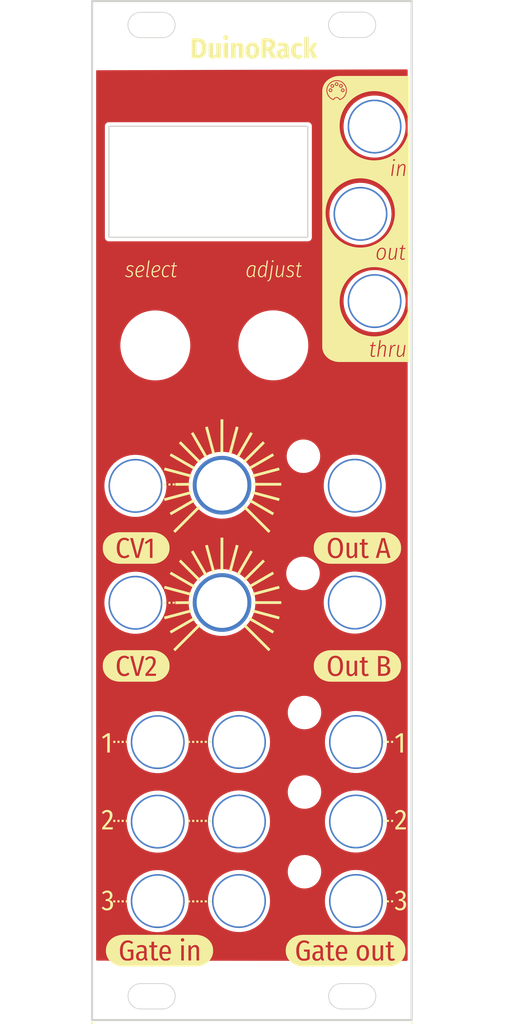
<source format=kicad_pcb>
(kicad_pcb (version 20211014) (generator pcbnew)
  (layers (0 "F.Cu" signal) (31 "B.Cu" signal) (34 "B.Paste" user) (35 "F.Paste" user) (36 "B.SilkS" user "B.Silkscreen") (37 "F.SilkS" user "F.Silkscreen") (38 "B.Mask" user) (39 "F.Mask" user) (44 "Edge.Cuts" user))
  (net 0 "")
  (footprint "Library:MountingHole_3.2mm_M3_NoCourt" (layer "F.Cu") (at 96.423 137.435)
    (fp_text reference "REF**" hide)
    (fp_text value "MountingHole_3.2mm_M3_NoCourt")
    (pad "" np_thru_hole circle (at 0 0) (size 3.2 3.2) (drill 3.2) (layers F&B.Cu *.Mask))
  )
  (footprint "Library:MountingHole_6.4mm_M6_MiniPad_TopBottom" (layer "F.Cu") (at 102.913 151.175)
    (fp_text reference "REF**" hide)
    (fp_text value "MountingHole_6.4mm_M6_MiniPad_TopBottom")
    (pad "1" thru_hole circle (at 0 0) (size 6.8 6.8) (drill 6.4) (layers F&B.Cu *.Mask))
    (pad "1" connect circle (at 0 0) (size 6.4 6.4) (layers "B.Cu" "B.Mask"))
    (pad "1" connect circle (at 0 0) (size 6.4 6.4) (layers "F.Cu" "F.Mask"))
  )
  (footprint "Library:MountingHole_6.4mm_M6_MiniPad_TopBottom" (layer "F.Cu") (at 77.913 151.19)
    (fp_text reference "REF**" hide)
    (fp_text value "MountingHole_6.4mm_M6_MiniPad_TopBottom")
    (pad "1" thru_hole circle (at 0 0) (size 6.8 6.8) (drill 6.4) (layers F&B.Cu *.Mask))
    (pad "1" connect circle (at 0 0) (size 6.4 6.4) (layers "F.Cu" "F.Mask"))
    (pad "1" connect circle (at 0 0) (size 6.4 6.4) (layers "B.Cu" "B.Mask"))
  )
  (footprint "Library:MountingHole_3.2mm_M3_NoCourt" (layer "F.Cu") (at 96.423 127.41)
    (fp_text reference "REF**" hide)
    (fp_text value "MountingHole_3.2mm_M3_NoCourt")
    (pad "" np_thru_hole circle (at 0 0) (size 3.2 3.2) (drill 3.2) (layers F&B.Cu *.Mask))
  )
  (footprint "Library:MountingHole_6.4mm_M6_MiniPad_TopBottom" (layer "F.Cu") (at 77.913 131.14)
    (fp_text reference "REF**" hide)
    (fp_text value "MountingHole_6.4mm_M6_MiniPad_TopBottom")
    (pad "1" thru_hole circle (at 0 0) (size 6.8 6.8) (drill 6.4) (layers F&B.Cu *.Mask))
    (pad "1" connect circle (at 0 0) (size 6.4 6.4) (layers "B.Cu" "B.Mask"))
    (pad "1" connect circle (at 0 0) (size 6.4 6.4) (layers "F.Cu" "F.Mask"))
  )
  (footprint "Library:MountingHole_7.2mm_Pad_TopBottom" (layer "F.Cu") (at 86.023 113.535)
    (fp_text reference "GND" hide)
    (fp_text value "MountingHole_7.2mm_Pad_TopBottom")
    (pad "1" connect circle (at 0 0) (size 7.4 7.4) (layers "F.Cu" "F.Mask"))
    (pad "1" connect circle (at 0 0) (size 7.4 7.4) (layers "B.Cu" "B.Mask"))
    (pad "1" thru_hole circle (at 0 0) (size 7.2 7.2) (drill 6.4) (layers F&B.Cu *.Mask))
  )
  (footprint "Library:MountingHole_7.8mm" (layer "F.Cu") (at 92.493 81.105)
    (fp_text reference "REF**" hide)
    (fp_text value "MountingHole_7.8mm")
    (pad "" np_thru_hole circle (at 0 0) (size 7.8 7.8) (drill 7.8) (layers F&B.Cu *.Mask))
  )
  (footprint "Library:MountingHole_3.2mm_M3_NoCourt" (layer "F.Cu") (at 96.423 147.485)
    (fp_text reference "REF**" hide)
    (fp_text value "MountingHole_3.2mm_M3_NoCourt")
    (pad "" np_thru_hole circle (at 0 0) (size 3.2 3.2) (drill 3.2) (layers F&B.Cu *.Mask))
  )
  (footprint "Library:MountingHole_3.2mm_M3_NoCourt" (layer "F.Cu") (at 96.29 95.09)
    (fp_text reference "REF**" hide)
    (fp_text value "MountingHole_3.2mm_M3_NoCourt")
    (pad "" np_thru_hole circle (at 0 0) (size 3.2 3.2) (drill 3.2) (layers *.Cu *.Mask))
  )
  (footprint "Library:MountingHole_6.4mm_M6_MiniPad_TopBottom" (layer "F.Cu") (at 103.483 64.525)
    (fp_text reference "REF**" hide)
    (fp_text value "MountingHole_6.4mm_M6_MiniPad_TopBottom")
    (pad "1" connect circle (at 0 0) (size 6.4 6.4) (layers "F.Cu" "F.Mask"))
    (pad "1" connect circle (at 0 0) (size 6.4 6.4) (layers "B.Cu" "B.Mask"))
    (pad "1" thru_hole circle (at 0 0) (size 6.8 6.8) (drill 6.4) (layers F&B.Cu *.Mask))
  )
  (footprint "Library:MountingHole_3.2mm_M3_NoCourt" (layer "F.Cu") (at 96.235447 109.87)
    (fp_text reference "REF**" hide)
    (fp_text value "MountingHole_3.2mm_M3_NoCourt")
    (pad "" np_thru_hole circle (at 0 0) (size 3.2 3.2) (drill 3.2) (layers *.Cu *.Mask))
  )
  (footprint "Library:MountingHole_6.4mm_M6_MiniPad_TopBottom" (layer "F.Cu") (at 77.913 141.165)
    (fp_text reference "REF**" hide)
    (fp_text value "MountingHole_6.4mm_M6_MiniPad_TopBottom")
    (pad "1" connect circle (at 0 0) (size 6.4 6.4) (layers "F.Cu" "F.Mask"))
    (pad "1" connect circle (at 0 0) (size 6.4 6.4) (layers "B.Cu" "B.Mask"))
    (pad "1" thru_hole circle (at 0 0) (size 6.8 6.8) (drill 6.4) (layers F&B.Cu *.Mask))
  )
  (footprint "Library:MountingHole_6.4mm_M6_MiniPad_TopBottom" (layer "F.Cu") (at 88.163 141.15)
    (fp_text reference "REF**" hide)
    (fp_text value "MountingHole_6.4mm_M6_MiniPad_TopBottom")
    (pad "1" connect circle (at 0 0) (size 6.4 6.4) (layers "B.Cu" "B.Mask"))
    (pad "1" thru_hole circle (at 0 0) (size 6.8 6.8) (drill 6.4) (layers F&B.Cu *.Mask))
    (pad "1" connect circle (at 0 0) (size 6.4 6.4) (layers "F.Cu" "F.Mask"))
  )
  (footprint "Library:MountingHole_6.4mm_M6_MiniPad_TopBottom" (layer "F.Cu") (at 102.763 113.545)
    (fp_text reference "REF**" hide)
    (fp_text value "MountingHole_6.4mm_M6_MiniPad_TopBottom")
    (pad "1" thru_hole circle (at 0 0) (size 6.8 6.8) (drill 6.4) (layers F&B.Cu *.Mask))
    (pad "1" connect circle (at 0 0) (size 6.4 6.4) (layers "F.Cu" "F.Mask"))
    (pad "1" connect circle (at 0 0) (size 6.4 6.4) (layers "B.Cu" "B.Mask"))
  )
  (footprint "Library:MountingHole_6.4mm_M6_MiniPad_TopBottom" (layer "F.Cu") (at 105.263 75.525)
    (fp_text reference "REF**" hide)
    (fp_text value "MountingHole_6.4mm_M6_MiniPad_TopBottom")
    (pad "1" connect circle (at 0 0) (size 6.4 6.4) (layers "B.Cu" "B.Mask"))
    (pad "1" thru_hole circle (at 0 0) (size 6.8 6.8) (drill 6.4) (layers F&B.Cu *.Mask))
    (pad "1" connect circle (at 0 0) (size 6.4 6.4) (layers "F.Cu" "F.Mask"))
  )
  (footprint "Library:MountingHole_6.4mm_M6_MiniPad_TopBottom" (layer "F.Cu") (at 88.163 131.125)
    (fp_text reference "REF**" hide)
    (fp_text value "MountingHole_6.4mm_M6_MiniPad_TopBottom")
    (pad "1" connect circle (at 0 0) (size 6.4 6.4) (layers "F.Cu" "F.Mask"))
    (pad "1" thru_hole circle (at 0 0) (size 6.8 6.8) (drill 6.4) (layers F&B.Cu *.Mask))
    (pad "1" connect circle (at 0 0) (size 6.4 6.4) (layers "B.Cu" "B.Mask"))
  )
  (footprint "Library:MountingHole_6.4mm_M6_MiniPad_TopBottom" (layer "F.Cu") (at 105.261 53.518)
    (fp_text reference "REF**" hide)
    (fp_text value "MountingHole_6.4mm_M6_MiniPad_TopBottom")
    (pad "1" connect circle (at 0 0) (size 6.4 6.4) (layers "B.Cu" "B.Mask"))
    (pad "1" connect circle (at 0 0) (size 6.4 6.4) (layers "F.Cu" "F.Mask"))
    (pad "1" thru_hole circle (at 0 0) (size 6.8 6.8) (drill 6.4) (layers F&B.Cu *.Mask))
  )
  (footprint "Library:MountingHole_6.4mm_M6_MiniPad_TopBottom" (layer "F.Cu") (at 88.163 151.175)
    (fp_text reference "REF**" hide)
    (fp_text value "MountingHole_6.4mm_M6_MiniPad_TopBottom")
    (pad "1" thru_hole circle (at 0 0) (size 6.8 6.8) (drill 6.4) (layers F&B.Cu *.Mask))
    (pad "1" connect circle (at 0 0) (size 6.4 6.4) (layers "B.Cu" "B.Mask"))
    (pad "1" connect circle (at 0 0) (size 6.4 6.4) (layers "F.Cu" "F.Mask"))
  )
  (footprint "Library:MountingHole_6.4mm_M6_MiniPad_TopBottom" (layer "F.Cu") (at 102.763 98.805)
    (fp_text reference "REF**" hide)
    (fp_text value "MountingHole_6.4mm_M6_MiniPad_TopBottom")
    (pad "1" thru_hole circle (at 0 0) (size 6.8 6.8) (drill 6.4) (layers F&B.Cu *.Mask))
    (pad "1" connect circle (at 0 0) (size 6.4 6.4) (layers "B.Cu" "B.Mask"))
    (pad "1" connect circle (at 0 0) (size 6.4 6.4) (layers "F.Cu" "F.Mask"))
  )
  (footprint "Library:MountingHole_7.8mm" (layer "F.Cu") (at 77.613 81.115)
    (fp_text reference "REF**" hide)
    (fp_text value "MountingHole_7.8mm")
    (pad "" np_thru_hole circle (at 0 0) (size 7.8 7.8) (drill 7.8) (layers F&B.Cu *.Mask))
  )
  (footprint "Library:MountingHole_6.4mm_M6_MiniPad_TopBottom" (layer "F.Cu") (at 102.913 131.125)
    (fp_text reference "REF**" hide)
    (fp_text value "MountingHole_6.4mm_M6_MiniPad_TopBottom")
    (pad "1" thru_hole circle (at 0 0) (size 6.8 6.8) (drill 6.4) (layers F&B.Cu *.Mask))
    (pad "1" connect circle (at 0 0) (size 6.4 6.4) (layers "B.Cu" "B.Mask"))
    (pad "1" connect circle (at 0 0) (size 6.4 6.4) (layers "F.Cu" "F.Mask"))
  )
  (footprint "Library:MountingHole_6.4mm_M6_MiniPad_TopBottom" (layer "F.Cu") (at 102.913 141.15)
    (fp_text reference "REF**" hide)
    (fp_text value "MountingHole_6.4mm_M6_MiniPad_TopBottom")
    (pad "1" connect circle (at 0 0) (size 6.4 6.4) (layers "F.Cu" "F.Mask"))
    (pad "1" thru_hole circle (at 0 0) (size 6.8 6.8) (drill 6.4) (layers F&B.Cu *.Mask))
    (pad "1" connect circle (at 0 0) (size 6.4 6.4) (layers "B.Cu" "B.Mask"))
  )
  (footprint "Library:MountingHole_7.2mm_Pad_TopBottom" (layer "F.Cu") (at 86.023 98.745)
    (fp_text reference "GND" hide)
    (fp_text value "MountingHole_7.2mm_Pad_TopBottom")
    (pad "1" connect circle (at 0 0) (size 7.4 7.4) (layers "B.Cu" "B.Mask"))
    (pad "1" thru_hole circle (at 0 0) (size 7.2 7.2) (drill 6.4) (layers F&B.Cu *.Mask))
    (pad "1" connect circle (at 0 0) (size 7.4 7.4) (layers "F.Cu" "F.Mask"))
  )
  (footprint "Library:MountingHole_6.4mm_M6_MiniPad_TopBottom" (layer "F.Cu") (at 75.103 113.565)
    (fp_text reference "REF**" hide)
    (fp_text value "MountingHole_6.4mm_M6_MiniPad_TopBottom")
    (pad "1" connect circle (at 0 0) (size 6.4 6.4) (layers "F.Cu" "F.Mask"))
    (pad "1" thru_hole circle (at 0 0) (size 6.8 6.8) (drill 6.4) (layers F&B.Cu *.Mask))
    (pad "1" connect circle (at 0 0) (size 6.4 6.4) (layers "B.Cu" "B.Mask"))
  )
  (footprint "Library:MountingHole_6.4mm_M6_MiniPad_TopBottom" (layer "F.Cu") (at 75.103 98.825)
    (fp_text reference "REF**" hide)
    (fp_text value "MountingHole_6.4mm_M6_MiniPad_TopBottom")
    (pad "1" connect circle (at 0 0) (size 6.4 6.4) (layers "B.Cu" "B.Mask"))
    (pad "1" thru_hole circle (at 0 0) (size 6.8 6.8) (drill 6.4) (layers F&B.Cu *.Mask))
    (pad "1" connect circle (at 0 0) (size 6.4 6.4) (layers "F.Cu" "F.Mask"))
  )
  (gr_poly (pts (xy 107.072089 151.35454) (xy 106.807506 151.35454) (xy 106.807506 151.089953) (xy 107.072089 151.089953)) (layer "F.SilkS") (width 0) (fill solid))
  (gr_poly (pts (xy 85.136908 94.715664) (xy 84.795843 94.8073) (xy 83.890473 91.426285) (xy 84.230849 91.335335)) (layer "F.SilkS") (width 0) (fill solid))
  (gr_poly (pts (xy 82.183774 112.339302) (xy 82.092134 112.67968) (xy 78.711808 111.773613) (xy 78.802758 111.433243)) (layer "F.SilkS") (width 0) (fill solid))
  (gr_line (start 109.942771 166.56023) (end 109.942771 166.56023) (layer "F.SilkS") (width 0.264583))
  (gr_poly (pts (xy 77.337446 119.548302) (xy 77.448451 119.555662) (xy 77.557807 119.567784) (xy 77.665379 119.584549) (xy 77.771032 119.605839) (xy 77.874631 119.631536) (xy 77.976041 119.661522) (xy 78.075127 119.695676) (xy 78.171755 119.733883) (xy 78.265789 119.776022) (xy 78.357094 119.821975) (xy 78.445535 119.871625) (xy 78.530978 119.924852) (xy 78.613287 119.981538) (xy 78.692328 120.041564) (xy 78.767965 120.104813) (xy 78.840064 120.171166) (xy 78.908489 120.240504) (xy 78.973106 120.312709) (xy 79.033779 120.387663) (xy 79.090374 120.465246) (xy 79.142756 120.545341) (xy 79.19079 120.62783) (xy 79.234341 120.712593) (xy 79.273273 120.799512) (xy 79.307452 120.888469) (xy 79.336743 120.979345) (xy 79.361011 121.072023) (xy 79.380122 121.166383) (xy 79.393939 121.262307) (xy 79.402328 121.359677) (xy 79.405155 121.458374) (xy 79.405155 121.610817) (xy 79.402328 121.709512) (xy 79.393939 121.806878) (xy 79.380122 121.902795) (xy 79.361011 121.997145) (xy 79.336743 122.089811) (xy 79.307452 122.180674) (xy 79.273273 122.269615) (xy 79.234341 122.356517) (xy 79.19079 122.441261) (xy 79.142756 122.523729) (xy 79.090374 122.603803) (xy 79.033779 122.681364) (xy 78.973106 122.756294) (xy 78.908489 122.828475) (xy 78.840064 122.897789) (xy 78.767965 122.964118) (xy 78.692328 123.027342) (xy 78.613287 123.087345) (xy 78.530978 123.144008) (xy 78.445535 123.197211) (xy 78.357094 123.246838) (xy 78.265789 123.29277) (xy 78.171755 123.334889) (xy 78.075127 123.373076) (xy 77.976041 123.407214) (xy 77.874631 123.437183) (xy 77.771032 123.462867) (xy 77.665379 123.484145) (xy 77.557807 123.500901) (xy 77.448451 123.513016) (xy 77.337446 123.520372) (xy 77.224927 123.52285) (xy 73.165744 123.52285) (xy 73.053225 123.520372) (xy 72.94222 123.513016) (xy 72.832864 123.500901) (xy 72.725292 123.484145) (xy 72.619639 123.462867) (xy 72.51604 123.437183) (xy 72.41463 123.407214) (xy 72.315544 123.373076) (xy 72.218916 123.334889) (xy 72.124882 123.29277) (xy 72.033577 123.246838) (xy 71.945136 123.197211) (xy 71.859693 123.144008) (xy 71.777384 123.087345) (xy 71.698343 123.027342) (xy 71.622706 122.964118) (xy 71.550607 122.897789) (xy 71.482182 122.828475) (xy 71.417565 122.756294) (xy 71.356891 122.681364) (xy 71.300296 122.603803) (xy 71.247914 122.523729) (xy 71.199881 122.441261) (xy 71.15633 122.356517) (xy 71.117398 122.269615) (xy 71.083218 122.180674) (xy 71.053927 122.089811) (xy 71.029659 121.997145) (xy 71.010549 121.902795) (xy 70.996732 121.806878) (xy 70.988342 121.709512) (xy 70.985516 121.610817) (xy 70.985516 121.532791) (xy 72.750266 121.532791) (xy 72.750729 121.585351) (xy 72.75212 121.636886) (xy 72.75444 121.687396) (xy 72.75769 121.736882) (xy 72.761872 121.785345) (xy 72.766985 121.832785) (xy 72.773032 121.879203) (xy 72.780013 121.924599) (xy 72.78793 121.968976) (xy 72.796783 122.012332) (xy 72.806574 122.054669) (xy 72.817305 122.095987) (xy 72.828975 122.136288) (xy 72.841587 122.175572) (xy 72.855141 122.213839) (xy 72.869638 122.251091) (xy 72.885415 122.286815) (xy 72.9019 122.321408) (xy 72.919093 122.35487) (xy 72.936994 122.3872) (xy 72.955603 122.418398) (xy 72.97492 122.448464) (xy 72.994946 122.477396) (xy 73.015681 122.505194) (xy 73.037124 122.531859) (xy 73.059276 122.557389) (xy 73.082138 122.581783) (xy 73.105708 122.605043) (xy 73.129988 122.627166) (xy 73.154977 122.648152) (xy 73.180676 122.668002) (xy 73.207085 122.686714) (xy 73.234549 122.704293) (xy 73.262504 122.72074) (xy 73.29095 122.736052) (xy 73.319885 122.750232) (xy 73.349307 122.763277) (xy 73.379215 122.775189) (xy 73.409608 122.785967) (xy 73.440484 122.795611) (xy 73.471843 122.804121) (xy 73.503681 122.811497) (xy 73.536 122.817738) (xy 73.568795 122.822845) (xy 73.602068 122.826817) (xy 73.635815 122.829654) (xy 73.670036 122.831357) (xy 73.704729 122.831924) (xy 73.730414 122.831624) (xy 73.755755 122.830722) (xy 73.780754 122.829221) (xy 73.80541 122.82712) (xy 73.829724 122.824421) (xy 73.853696 122.821124) (xy 73.877327 122.817231) (xy 73.900618 122.812741) (xy 73.923568 122.807656) (xy 73.946179 122.801976) (xy 73.96845 122.795703) (xy 73.990383 122.788836) (xy 74.011977 122.781377) (xy 74.033233 122.773327) (xy 74.054151 122.764686) (xy 74.074733 122.755455) (xy 74.094963 122.745306) (xy 74.114827 122.734819) (xy 74.134326 122.723995) (xy 74.153457 122.712833) (xy 74.172222 122.701332) (xy 74.19062 122.689492) (xy 74.20865 122.677313) (xy 74.226311 122.664794) (xy 74.243604 122.651935) (xy 74.260528 122.638735) (xy 74.277083 122.625194) (xy 74.293268 122.611312) (xy 74.309083 122.597088) (xy 74.324527 122.582521) (xy 74.3396 122.567612) (xy 74.354302 122.55236) (xy 74.183253 122.352882) (xy 74.1544 122.375798) (xy 74.1259 122.397354) (xy 74.097749 122.41755) (xy 74.069944 122.436386) (xy 74.042478 122.453859) (xy 74.015348 122.46997) (xy 73.98855 122.484717) (xy 73.962078 122.4981) (xy 73.949224 122.504251) (xy 73.936063 122.510002) (xy 73.922595 122.515353) (xy 73.908818 122.520304) (xy 73.894733 122.524856) (xy 73.880339 122.52901) (xy 73.865634 122.532766) (xy 73.850618 122.536125) (xy 73.83529 122.539087) (xy 73.81965 122.541652) (xy 73.803696 122.543821) (xy 73.787428 122.545594) (xy 73.770845 122.546973) (xy 73.753947 122.547957) (xy 73.736731 122.548547) (xy 73.719199 122.548744) (xy 73.684708 122.547797) (xy 73.651094 122.544956) (xy 73.618356 122.540221) (xy 73.586496 122.533589) (xy 73.555513 122.525061) (xy 73.525407 122.514636) (xy 73.510684 122.508712) (xy 73.496181 122.502313) (xy 73.481896 122.49544) (xy 73.467832 122.488091) (xy 73.453987 122.480268) (xy 73.440363 122.47197) (xy 73.413772 122.453948) (xy 73.388062 122.434024) (xy 73.363231 122.412199) (xy 73.33928 122.388471) (xy 73.316211 122.362839) (xy 73.294022 122.335303) (xy 73.272714 122.305862) (xy 73.2525 122.273923) (xy 73.23359 122.239799) (xy 73.215985 122.20349) (xy 73.199684 122.164996) (xy 73.184688 122.124318) (xy 73.170995 122.081456) (xy 73.158607 122.03641) (xy 73.147524 121.989181) (xy 73.137744 121.939769) (xy 73.129269 121.888175) (xy 73.122097 121.834398) (xy 73.11623 121.778439) (xy 73.111667 121.720299) (xy 73.108407 121.659977) (xy 73.106451 121.597474) (xy 73.105799 121.532791) (xy 73.106451 121.466375) (xy 73.108407 121.402311) (xy 73.111667 121.340599) (xy 73.11623 121.281239) (xy 73.122097 121.224232) (xy 73.129269 121.169577) (xy 73.137744 121.117274) (xy 73.147524 121.067325) (xy 73.158607 121.019729) (xy 73.170995 120.974487) (xy 73.184688 120.931598) (xy 73.199684 120.891063) (xy 73.215985 120.852882) (xy 73.23359 120.817055) (xy 73.2525 120.783582) (xy 73.272714 120.752464) (xy 73.294022 120.72346) (xy 73.316211 120.696321) (xy 73.33928 120.671048) (xy 73.363231 120.647642) (xy 73.388062 120.626104) (xy 73.413772 120.606434) (xy 73.440363 120.588633) (xy 73.467832 120.572703) (xy 73.496181 120.558644) (xy 73.525407 120.546456) (xy 73.555513 120.536142) (xy 73.586496 120.5277) (xy 73.618356 120.521133) (xy 73.651094 120.516442) (xy 73.684708 120.513626) (xy 73.719199 120.512687) (xy 73.734535 120.512862) (xy 73.749696 120.513385) (xy 73.764684 120.514255) (xy 73.779499 120.515471) (xy 73.794141 120.517031) (xy 73.808611 120.518936) (xy 73.82291 120.521183) (xy 73.837039 120.523771) (xy 73.850997 120.5267) (xy 73.864785 120.529968) (xy 73.878405 120.533573) (xy 73.891857 120.537516) (xy 73.90514 120.541795) (xy 73.918257 120.546408) (xy 73.931207 120.551354) (xy 73.943991 120.556633) (xy 73.957159 120.562259) (xy 73.970351 120.568255) (xy 73.983569 120.574622) (xy 73.996812 120.581359) (xy 74.010082 120.588466) (xy 74.023379 120.595942) (xy 74.036703 120.603788) (xy 74.050054 120.612003) (xy 74.063435 120.620587) (xy 74.076844 120.629539) (xy 74.10375 120.648547) (xy 74.130778 120.669025) (xy 74.157931 120.690971) (xy 74.328464 120.487365) (xy 74.311188 120.472186) (xy 74.293836 120.45749) (xy 74.276405 120.443277) (xy 74.258896 120.429546) (xy 74.241306 120.416299) (xy 74.223634 120.403533) (xy 74.20588 120.39125) (xy 74.188042 120.379449) (xy 74.170119 120.368129) (xy 74.152109 120.357291) (xy 74.134013 120.346935) (xy 74.115827 120.33706) (xy 74.097552 120.327666) (xy 74.079186 120.318753) (xy 74.060728 120.31032) (xy 74.042176 120.302368) (xy 74.023828 120.294902) (xy 74.005073 120.287921) (xy 73.994331 120.284279) (xy 74.437501 120.284279) (xy 75.141334 122.784904) (xy 75.540792 122.784904) (xy 76.122071 120.687355) (xy 76.31749 120.687355) (xy 76.524195 120.839287) (xy 76.537773 120.822787) (xy 76.551292 120.806857) (xy 76.564751 120.791496) (xy 76.578151 120.776704) (xy 76.591493 120.76248) (xy 76.604777 120.748824) (xy 76.618003 120.735736) (xy 76.631171 120.723215) (xy 76.644283 120.711261) (xy 76.657339 120.699874) (xy 76.670339 120.689053) (xy 76.683284 120.678798) (xy 76.696174 120.669109) (xy 76.709009 120.659985) (xy 76.721791 120.651426) (xy 76.734519 120.643432) (xy 76.747351 120.635962) (xy 76.760444 120.628979) (xy 76.773797 120.622481) (xy 76.787409 120.616468) (xy 76.80128 120.61094) (xy 76.815408 120.605895) (xy 76.829793 120.601334) (xy 76.844434 120.597256) (xy 76.85933 120.593659) (xy 76.87448 120.590544) (xy 76.889885 120.58791) (xy 76.905541 120.585756) (xy 76.92145 120.584082) (xy 76.93761 120.582887) (xy 76.95402 120.582171) (xy 76.970679 120.581932) (xy 76.990819 120.582345) (xy 77.010415 120.583584) (xy 77.029466 120.585649) (xy 77.047974 120.588539) (xy 77.065939 120.592253) (xy 77.083363 120.596791) (xy 77.100247 120.602152) (xy 77.116591 120.608336) (xy 77.132397 120.615342) (xy 77.147664 120.62317) (xy 77.162395 120.631818) (xy 77.17659 120.641287) (xy 77.19025 120.651576) (xy 77.203375 120.662684) (xy 77.215968 120.67461) (xy 77.228028 120.687355) (xy 77.239895 120.700846) (xy 77.251001 120.715009) (xy 77.261345 120.729844) (xy 77.270927 120.745353) (xy 77.279746 120.761537) (xy 77.2878 120.778398) (xy 77.295091 120.795936) (xy 77.301616 120.814153) (xy 77.307376 120.833051) (xy 77.31237 120.852631) (xy 77.316598 120.872893) (xy 77.320058 120.89384) (xy 77.32275 120.915472) (xy 77.324674 120.937792) (xy 77.325828 120.960799) (xy 77.326213 120.984497) (xy 77.325904 121.009379) (xy 77.324977 121.034127) (xy 77.32343 121.058738) (xy 77.321263 121.083213) (xy 77.318476 121.10755) (xy 77.315067 121.131748) (xy 77.311036 121.155806) (xy 77.306382 121.179723) (xy 77.301104 121.203498) (xy 77.295201 121.22713) (xy 77.288674 121.250618) (xy 77.28152 121.273962) (xy 77.27374 121.29716) (xy 77.265332 121.32021) (xy 77.256296 121.343113) (xy 77.246631 121.365867) (xy 77.225814 121.411385) (xy 77.201467 121.459035) (xy 77.173596 121.508825) (xy 77.142206 121.560762) (xy 77.1073 121.614854) (xy 77.068883 121.671109) (xy 77.026958 121.729535) (xy 76.981531 121.790138) (xy 76.872419 121.92898) (xy 76.733803 122.098708) (xy 76.565701 122.299282) (xy 76.368132 122.530662) (xy 76.368132 122.784904) (xy 77.678129 122.784904) (xy 77.71792 122.512573) (xy 76.723667 122.512573) (xy 76.906737 122.303925) (xy 77.063992 122.120703) (xy 77.132926 122.038619) (xy 77.19539 121.962883) (xy 77.25138 121.893493) (xy 77.300891 121.830444) (xy 77.346487 121.770333) (xy 77.388918 121.711574) (xy 77.42818 121.654169) (xy 77.464271 121.598122) (xy 77.497186 121.543436) (xy 77.526922 121.490114) (xy 77.553476 121.438158) (xy 77.565558 121.412694) (xy 77.576844 121.387573) (xy 77.587387 121.362537) (xy 77.597245 121.337327) (xy 77.606417 121.311944) (xy 77.614904 121.286387) (xy 77.622708 121.260657) (xy 77.629829 121.234755) (xy 77.636268 121.208682) (xy 77.642026 121.182438) (xy 77.647103 121.156023) (xy 77.651501 121.129439) (xy 77.65522 121.102687) (xy 77.65826 121.075765) (xy 77.660624 121.048676) (xy 77.662311 121.02142) (xy 77.663323 120.993997) (xy 77.66366 120.966408) (xy 77.663351 120.943431) (xy 77.662424 120.920766) (xy 77.660877 120.898414) (xy 77.65871 120.876373) (xy 77.655923 120.854645) (xy 77.652514 120.833228) (xy 77.648483 120.812123) (xy 77.643829 120.791329) (xy 77.638551 120.770847) (xy 77.632649 120.750677) (xy 77.626121 120.730818) (xy 77.618967 120.711271) (xy 77.611187 120.692034) (xy 77.602779 120.673109) (xy 77.593743 120.654495) (xy 77.584079 120.636192) (xy 77.573812 120.617853) (xy 77.562973 120.600029) (xy 77.551561 120.582718) (xy 77.539579 120.565921) (xy 77.527025 120.549637) (xy 77.513903 120.533865) (xy 77.500211 120.518604) (xy 77.485952 120.503854) (xy 77.471125 120.489615) (xy 77.455733 120.475885) (xy 77.439775 120.462663) (xy 77.423252 120.44995) (xy 77.406166 120.437745) (xy 77.388517 120.426046) (xy 77.370306 120.414854) (xy 77.351534 120.404167) (xy 77.33271 120.39362) (xy 77.313434 120.383747) (xy 77.293707 120.37455) (xy 77.273528 120.36603) (xy 77.252896 120.358188) (xy 77.231812 120.351023) (xy 77.210274 120.344537) (xy 77.188283 120.338731) (xy 77.165839 120.333605) (xy 77.142941 120.32916) (xy 77.119588 120.325396) (xy 77.095781 120.322316) (xy 77.071519 120.319918) (xy 77.046802 120.318205) (xy 77.021629 120.317176) (xy 76.996001 120.316833) (xy 76.945721 120.318283) (xy 76.896492 120.322633) (xy 76.848314 120.32988) (xy 76.801187 120.340025) (xy 76.75511 120.353066) (xy 76.710083 120.369002) (xy 76.666105 120.387831) (xy 76.623177 120.409554) (xy 76.581298 120.434169) (xy 76.540468 120.461674) (xy 76.500686 120.49207) (xy 76.461952 120.525354) (xy 76.424265 120.561525) (xy 76.387627 120.600583) (xy 76.352035 120.642527) (xy 76.31749 120.687355) (xy 76.122071 120.687355) (xy 76.233773 120.284279) (xy 75.896326 120.284279) (xy 75.348556 122.45417) (xy 74.7858 120.284279) (xy 74.437501 120.284279) (xy 73.994331 120.284279) (xy 73.985913 120.281425) (xy 73.96635 120.275413) (xy 73.946384 120.269885) (xy 73.926018 120.264841) (xy 73.905252 120.260279) (xy 73.884087 120.2562) (xy 73.862526 120.252602) (xy 73.840569 120.249486) (xy 73.818218 120.24685) (xy 73.795474 120.244695) (xy 73.772338 120.24302) (xy 73.748812 120.241824) (xy 73.700595 120.240867) (xy 73.667226 120.241435) (xy 73.634253 120.243138) (xy 73.601678 120.245976) (xy 73.5695 120.249949) (xy 73.537718 120.255057) (xy 73.506334 120.261299) (xy 73.475347 120.268675) (xy 73.444756 120.277186) (xy 73.414563 120.286831) (xy 73.384766 120.297609) (xy 73.355367 120.309521) (xy 73.326364 120.322566) (xy 73.297758 120.336745) (xy 73.269548 120.352056) (xy 73.241736 120.368501) (xy 73.21432 120.386078) (xy 73.187897 120.404788) (xy 73.162156 120.424624) (xy 73.137096 120.445588) (xy 73.112718 120.46768) (xy 73.089021 120.490902) (xy 73.066004 120.515254) (xy 73.043669 120.540739) (xy 73.022014 120.567356) (xy 73.00104 120.595107) (xy 72.980745 120.623993) (xy 72.961131 120.654016) (xy 72.942197 120.685176) (xy 72.923942 120.717475) (xy 72.906367 120.750913) (xy 72.889472 120.785492) (xy 72.873255 120.821213) (xy 72.858319 120.858015) (xy 72.844354 120.895845) (xy 72.83136 120.934701) (xy 72.819336 120.974581) (xy 72.808281 121.015486) (xy 72.798193 121.057414) (xy 72.789071 121.100365) (xy 72.780914 121.144337) (xy 72.773722 121.189331) (xy 72.767492 121.235343) (xy 72.762223 121.282376) (xy 72.757915 121.330426) (xy 72.752177 121.429577) (xy 72.750266 121.532791) (xy 70.985516 121.532791) (xy 70.985516 121.458374) (xy 70.988342 121.359677) (xy 70.996732 121.262307) (xy 71.010549 121.166383) (xy 71.029659 121.072023) (xy 71.053927 120.979345) (xy 71.083218 120.888469) (xy 71.117398 120.799512) (xy 71.15633 120.712593) (xy 71.199881 120.62783) (xy 71.247914 120.545341) (xy 71.300296 120.465246) (xy 71.356891 120.387663) (xy 71.417565 120.312709) (xy 71.482182 120.240504) (xy 71.550607 120.171166) (xy 71.622706 120.104813) (xy 71.698343 120.041564) (xy 71.777384 119.981538) (xy 71.859693 119.924852) (xy 71.945136 119.871625) (xy 72.033577 119.821975) (xy 72.124882 119.776022) (xy 72.218916 119.733883) (xy 72.315544 119.695676) (xy 72.41463 119.661522) (xy 72.51604 119.631536) (xy 72.619639 119.605839) (xy 72.725292 119.584549) (xy 72.832864 119.567784) (xy 72.94222 119.555662) (xy 73.053225 119.548302) (xy 73.165744 119.545822) (xy 77.224927 119.545822)) (layer "F.SilkS") (width 0) (fill solid))
  (gr_poly (pts (xy 75.843503 70.989346) (xy 75.865828 70.990504) (xy 75.887512 70.992433) (xy 75.908558 70.995134) (xy 75.928964 70.998607) (xy 75.94873 71.002851) (xy 75.967857 71.007867) (xy 75.986345 71.013655) (xy 76.004194 71.020214) (xy 76.021403 71.027545) (xy 76.037972 71.035648) (xy 76.053902 71.044522) (xy 76.069193 71.054168) (xy 76.083844 71.064585) (xy 76.097856 71.075774) (xy 76.111228 71.087734) (xy 76.123873 71.09995) (xy 76.135702 71.112607) (xy 76.146716 71.125704) (xy 76.156913 71.139242) (xy 76.166295 71.153221) (xy 76.17486 71.167641) (xy 76.182611 71.182501) (xy 76.189545 71.197803) (xy 76.195663 71.213545) (xy 76.200966 71.229729) (xy 76.205453 71.246353) (xy 76.209124 71.263418) (xy 76.211979 71.280925) (xy 76.214019 71.298872) (xy 76.215243 71.31726) (xy 76.21565 71.33609) (xy 76.215651 71.33609) (xy 76.214681 71.369428) (xy 76.211771 71.401708) (xy 76.20692 71.432929) (xy 76.200129 71.463092) (xy 76.191398 71.492196) (xy 76.180726 71.520241) (xy 76.168114 71.547229) (xy 76.153562 71.573158) (xy 76.13707 71.598028) (xy 76.118637 71.62184) (xy 76.098264 71.644593) (xy 76.075951 71.666289) (xy 76.051698 71.686925) (xy 76.025504 71.706504) (xy 75.99737 71.725023) (xy 75.967296 71.742485) (xy 75.935821 71.758702) (xy 75.902781 71.774191) (xy 75.868176 71.788953) (xy 75.832005 71.802987) (xy 75.794269 71.816294) (xy 75.754968 71.828874) (xy 75.714101 71.840726) (xy 75.671668 71.85185) (xy 75.62767 71.862247) (xy 75.582107 71.871916) (xy 75.534978 71.880857) (xy 75.486283 71.88907) (xy 75.436023 71.896556) (xy 75.384198 71.903314) (xy 75.330807 71.909344) (xy 75.275851 71.914646) (xy 75.275851 71.965442) (xy 75.276182 71.992165) (xy 75.277174 72.018005) (xy 75.278828 72.042964) (xy 75.281143 72.067041) (xy 75.284119 72.090236) (xy 75.287758 72.112549) (xy 75.292057 72.13398) (xy 75.297018 72.15453) (xy 75.30264 72.174198) (xy 75.308924 72.192983) (xy 75.31587 72.210887) (xy 75.323476 72.227909) (xy 75.331745 72.244049) (xy 75.340674 72.259307) (xy 75.350265 72.273684) (xy 75.360518 72.287178) (xy 75.371355 72.299482) (xy 75.382699 72.310992) (xy 75.39455 72.321708) (xy 75.406908 72.33163) (xy 75.419774 72.340758) (xy 75.433146 72.349092) (xy 75.447026 72.356633) (xy 75.461412 72.36338) (xy 75.476306 72.369333) (xy 75.491707 72.374492) (xy 75.507615 72.378857) (xy 75.52403 72.382429) (xy 75.540953 72.385207) (xy 75.558382 72.387191) (xy 75.576319 72.388382) (xy 75.594763 72.388778) (xy 75.607738 72.388646) (xy 75.620559 72.388249) (xy 75.633226 72.387588) (xy 75.645739 72.386662) (xy 75.658097 72.385472) (xy 75.670301 72.384017) (xy 75.68235 72.382297) (xy 75.694245 72.380313) (xy 75.705986 72.378064) (xy 75.717573 72.375551) (xy 75.729005 72.372773) (xy 75.740283 72.369731) (xy 75.751406 72.366424) (xy 75.762375 72.362852) (xy 75.77319 72.359016) (xy 75.783851 72.354915) (xy 75.805943 72.345167) (xy 75.828477 72.334273) (xy 75.851452 72.322233) (xy 75.874867 72.309047) (xy 75.898724 72.294715) (xy 75.923022 72.279237) (xy 75.94776 72.262613) (xy 75.972939 72.244842) (xy 76.043496 72.352089) (xy 76.015935 72.373301) (xy 75.988286 72.39319) (xy 75.960549 72.411755) (xy 75.932723 72.428997) (xy 75.918777 72.437122) (xy 75.90481 72.444916) (xy 75.89082 72.452379) (xy 75.876808 72.459511) (xy 75.862774 72.466313) (xy 75.848718 72.472784) (xy 75.83464 72.478924) (xy 75.82054 72.484733) (xy 75.806715 72.489861) (xy 75.792759 72.494657) (xy 75.77867 72.499123) (xy 75.764448 72.503257) (xy 75.750095 72.507061) (xy 75.735609 72.510534) (xy 75.72099 72.513676) (xy 75.70624 72.516487) (xy 75.691357 72.518967) (xy 75.676342 72.521117) (xy 75.661194 72.522936) (xy 75.645915 72.524424) (xy 75.630503 72.525581) (xy 75.614958 72.526408) (xy 75.599282 72.526904) (xy 75.583473 72.527069) (xy 75.55599 72.526496) (xy 75.529278 72.524776) (xy 75.503338 72.521909) (xy 75.478169 72.517896) (xy 75.453772 72.512736) (xy 75.430147 72.50643) (xy 75.407294 72.498978) (xy 75.385212 72.490379) (xy 75.363902 72.480633) (xy 75.343364 72.469741) (xy 75.323597 72.457703) (xy 75.304602 72.444519) (xy 75.286379 72.430188) (xy 75.268928 72.414711) (xy 75.252248 72.398087) (xy 75.236339 72.380318) (xy 75.221302 72.36151) (xy 75.207235 72.341775) (xy 75.194138 72.321115) (xy 75.182012 72.299529) (xy 75.170855 72.277017) (xy 75.160669 72.253578) (xy 75.151452 72.229214) (xy 75.143206 72.203924) (xy 75.13593 72.177707) (xy 75.129624 72.150565) (xy 75.124288 72.122497) (xy 75.119923 72.093503) (xy 75.116527 72.063583) (xy 75.114102 72.032738) (xy 75.112647 72.000966) (xy 75.112162 71.968269) (xy 75.113352 71.909225) (xy 75.116924 71.85062) (xy 75.122877 71.792457) (xy 75.123572 71.787643) (xy 75.28714 71.787643) (xy 75.380715 71.778075) (xy 75.468115 71.766301) (xy 75.549342 71.752323) (xy 75.624396 71.736139) (xy 75.659607 71.72722) (xy 75.693276 71.71775) (xy 75.725401 71.707729) (xy 75.755982 71.697156) (xy 75.78502 71.686032) (xy 75.812514 71.674357) (xy 75.838466 71.662131) (xy 75.862873 71.649353) (xy 75.885771 71.635914) (xy 75.907191 71.621703) (xy 75.927134 71.606721) (xy 75.936552 71.59894) (xy 75.9456 71.590967) (xy 75.954279 71.582801) (xy 75.962588 71.574442) (xy 75.970529 71.56589) (xy 75.978099 71.557145) (xy 75.985301 71.548207) (xy 75.992133 71.539076) (xy 75.998596 71.529752) (xy 76.00469 71.520236) (xy 76.010414 71.510526) (xy 76.015769 71.500624) (xy 76.020755 71.490529) (xy 76.025372 71.48024) (xy 76.029619 71.469759) (xy 76.033497 71.459085) (xy 76.037005 71.448218) (xy 76.040144 71.437158) (xy 76.042914 71.425905) (xy 76.045315 71.414459) (xy 76.047346 71.40282) (xy 76.049008 71.390988) (xy 76.0503 71.378964) (xy 76.051224 71.366746) (xy 76.051962 71.341732) (xy 76.051731 71.32954) (xy 76.051036 71.317657) (xy 76.049879 71.306082) (xy 76.048258 71.294816) (xy 76.046174 71.283858) (xy 76.043628 71.273209) (xy 76.040618 71.262868) (xy 76.037146 71.252836) (xy 76.03321 71.243113) (xy 76.028811 71.233698) (xy 76.023949 71.224592) (xy 76.018625 71.215795) (xy 76.012837 71.207306) (xy 76.006586 71.199126) (xy 75.999872 71.191255) (xy 75.992696 71.183693) (xy 75.985045 71.176175) (xy 75.976909 71.169142) (xy 75.968288 71.162594) (xy 75.959182 71.156531) (xy 75.949591 71.150953) (xy 75.939515 71.14586) (xy 75.928954 71.141252) (xy 75.917907 71.13713) (xy 75.906376 71.133492) (xy 75.894359 71.130339) (xy 75.881858 71.127672) (xy 75.868871 71.125489) (xy 75.8554 71.123791) (xy 75.841443 71.122579) (xy 75.827001 71.121851) (xy 75.812074 71.121609) (xy 75.812074 71.121601) (xy 75.784216 71.122362) (xy 75.757085 71.124643) (xy 75.730681 71.128447) (xy 75.705006 71.133771) (xy 75.680058 71.140617) (xy 75.655837 71.148984) (xy 75.632345 71.158872) (xy 75.609579 71.170282) (xy 75.587542 71.183213) (xy 75.566232 71.197666) (xy 75.545649 71.21364) (xy 75.525795 71.231135) (xy 75.506667 71.250151) (xy 75.488268 71.270689) (xy 75.470596 71.292749) (xy 75.453651 71.31633) (xy 75.437787 71.340991) (xy 75.422651 71.366292) (xy 75.408242 71.392233) (xy 75.394561 71.418813) (xy 75.381608 71.446032) (xy 75.369382 71.473891) (xy 75.357884 71.50239) (xy 75.347113 71.531527) (xy 75.33707 71.561304) (xy 75.327754 71.591721) (xy 75.319166 71.622777) (xy 75.311306 71.654472) (xy 75.304173 71.686806) (xy 75.297768 71.719779) (xy 75.29209 71.753392) (xy 75.28714 71.787643) (xy 75.123572 71.787643) (xy 75.131211 71.734733) (xy 75.141927 71.67745) (xy 75.155024 71.620607) (xy 75.170502 71.564205) (xy 75.188362 71.508243) (xy 75.198548 71.48033) (xy 75.209352 71.453034) (xy 75.220773 71.426356) (xy 75.232812 71.400295) (xy 75.245467 71.374851) (xy 75.258741 71.350025) (xy 75.272631 71.325816) (xy 75.287139 71.302224) (xy 75.302265 71.27925) (xy 75.318007 71.256893) (xy 75.334367 71.235153) (xy 75.351345 71.214031) (xy 75.36894 71.193526) (xy 75.387152 71.173638) (xy 75.405981 71.154368) (xy 75.425428 71.135715) (xy 75.445823 71.117944) (xy 75.466792 71.101319) (xy 75.488333 71.085841) (xy 75.510448 71.071509) (xy 75.533136 71.058324) (xy 75.556397 71.046285) (xy 75.580232 71.035393) (xy 75.60464 71.025648) (xy 75.629621 71.017049) (xy 75.655175 71.009597) (xy 75.681303 71.003291) (xy 75.708004 70.998132) (xy 75.735278 70.994119) (xy 75.763125 70.991253) (xy 75.791546 70.989533) (xy 75.82054 70.98896)) (layer "F.SilkS") (width 0) (fill solid))
  (gr_poly (pts (xy 80.059206 98.773426) (xy 79.794624 98.777641) (xy 79.790489 98.513061) (xy 80.055071 98.509533)) (layer "F.SilkS") (width 0) (fill solid))
  (gr_poly (pts (xy 72.569461 131.24) (xy 72.304877 131.24) (xy 72.304877 130.97542) (xy 72.569461 130.97542)) (layer "F.SilkS") (width 0) (fill solid))
  (gr_poly (pts (xy 86.188544 90.434646) (xy 86.17821 94.625946) (xy 85.82543 94.624569) (xy 85.835766 90.433269)) (layer "F.SilkS") (width 0) (fill solid))
  (gr_poly (pts (xy 92.585039 102.222526) (xy 92.408652 102.527763) (xy 89.377655 100.778347) (xy 89.554047 100.472419)) (layer "F.SilkS") (width 0) (fill solid))
  (gr_poly (pts (xy 77.86704 70.989346) (xy 77.889364 70.990504) (xy 77.911049 70.992433) (xy 77.932094 70.995134) (xy 77.9525 70.998607) (xy 77.972267 71.002851) (xy 77.991394 71.007867) (xy 78.009882 71.013655) (xy 78.02773 71.020214) (xy 78.044939 71.027545) (xy 78.061508 71.035648) (xy 78.077438 71.044522) (xy 78.092729 71.054168) (xy 78.10738 71.064585) (xy 78.121392 71.075774) (xy 78.134764 71.087734) (xy 78.147409 71.09995) (xy 78.159238 71.112607) (xy 78.170252 71.125704) (xy 78.180449 71.139242) (xy 78.189831 71.153221) (xy 78.198397 71.167641) (xy 78.206147 71.182501) (xy 78.213081 71.197803) (xy 78.2192 71.213545) (xy 78.224502 71.229729) (xy 78.228989 71.246353) (xy 78.23266 71.263418) (xy 78.235516 71.280925) (xy 78.237555 71.298872) (xy 78.238779 71.31726) (xy 78.239187 71.33609) (xy 78.238217 71.369428) (xy 78.235306 71.401708) (xy 78.230455 71.432929) (xy 78.223665 71.463092) (xy 78.214933 71.492196) (xy 78.204262 71.520241) (xy 78.19165 71.547229) (xy 78.177098 71.573158) (xy 78.160606 71.598028) (xy 78.142173 71.62184) (xy 78.1218 71.644593) (xy 78.099487 71.666289) (xy 78.075233 71.686925) (xy 78.049039 71.706504) (xy 78.020905 71.725023) (xy 77.990831 71.742485) (xy 77.959357 71.758702) (xy 77.926317 71.774191) (xy 77.891712 71.788953) (xy 77.855541 71.802987) (xy 77.817805 71.816294) (xy 77.778503 71.828874) (xy 77.737636 71.840726) (xy 77.695204 71.85185) (xy 77.651206 71.862247) (xy 77.605642 71.871916) (xy 77.558513 71.880857) (xy 77.509819 71.88907) (xy 77.459559 71.896556) (xy 77.407734 71.903314) (xy 77.354343 71.909344) (xy 77.299387 71.914646) (xy 77.299387 71.965442) (xy 77.299718 71.992165) (xy 77.30071 72.018005) (xy 77.302364 72.042964) (xy 77.304679 72.067041) (xy 77.307655 72.090236) (xy 77.311293 72.112549) (xy 77.315593 72.13398) (xy 77.320554 72.15453) (xy 77.326176 72.174198) (xy 77.33246 72.192983) (xy 77.339405 72.210887) (xy 77.347012 72.227909) (xy 77.35528 72.244049) (xy 77.36421 72.259307) (xy 77.373801 72.273684) (xy 77.384054 72.287178) (xy 77.394891 72.299482) (xy 77.406234 72.310992) (xy 77.418086 72.321708) (xy 77.430444 72.33163) (xy 77.443309 72.340758) (xy 77.456682 72.349092) (xy 77.470561 72.356633) (xy 77.484948 72.36338) (xy 77.499842 72.369333) (xy 77.515243 72.374492) (xy 77.531151 72.378857) (xy 77.547566 72.382429) (xy 77.564488 72.385207) (xy 77.581917 72.387191) (xy 77.599854 72.388382) (xy 77.618297 72.388778) (xy 77.631273 72.388646) (xy 77.644094 72.388249) (xy 77.656761 72.387588) (xy 77.669274 72.386662) (xy 77.681632 72.385472) (xy 77.693836 72.384017) (xy 77.705886 72.382297) (xy 77.717781 72.380313) (xy 77.729522 72.378064) (xy 77.741108 72.375551) (xy 77.752541 72.372773) (xy 77.763818 72.369731) (xy 77.774942 72.366424) (xy 77.785911 72.362852) (xy 77.796726 72.359016) (xy 77.807387 72.354915) (xy 77.829479 72.345167) (xy 77.852013 72.334273) (xy 77.874988 72.322233) (xy 77.898403 72.309047) (xy 77.92226 72.294715) (xy 77.946557 72.279237) (xy 77.971296 72.262613) (xy 77.996476 72.244842) (xy 78.06703 72.352089) (xy 78.03947 72.373301) (xy 78.011821 72.39319) (xy 77.984084 72.411755) (xy 77.956259 72.428997) (xy 77.942313 72.437122) (xy 77.928345 72.444916) (xy 77.914356 72.452379) (xy 77.900344 72.459511) (xy 77.88631 72.466313) (xy 77.872254 72.472784) (xy 77.858176 72.478924) (xy 77.844076 72.484733) (xy 77.830251 72.489861) (xy 77.816294 72.494657) (xy 77.802205 72.499123) (xy 77.787984 72.503257) (xy 77.77363 72.507061) (xy 77.759144 72.510534) (xy 77.744526 72.513676) (xy 77.729776 72.516487) (xy 77.714893 72.518967) (xy 77.699878 72.521117) (xy 77.68473 72.522936) (xy 77.669451 72.524424) (xy 77.654039 72.525581) (xy 77.638494 72.526408) (xy 77.622818 72.526904) (xy 77.607009 72.527069) (xy 77.579525 72.526496) (xy 77.552813 72.524776) (xy 77.526873 72.521909) (xy 77.501704 72.517896) (xy 77.477308 72.512736) (xy 77.453682 72.50643) (xy 77.430829 72.498978) (xy 77.408747 72.490379) (xy 77.387437 72.480633) (xy 77.366899 72.469741) (xy 77.347132 72.457703) (xy 77.328138 72.444519) (xy 77.309915 72.430188) (xy 77.292463 72.414711) (xy 77.275783 72.398087) (xy 77.259875 72.380318) (xy 77.244838 72.36151) (xy 77.230771 72.341775) (xy 77.217674 72.321115) (xy 77.205548 72.299529) (xy 77.194391 72.277017) (xy 77.184204 72.253578) (xy 77.174988 72.229214) (xy 77.166742 72.203924) (xy 77.159466 72.177707) (xy 77.15316 72.150565) (xy 77.147824 72.122497) (xy 77.143459 72.093503) (xy 77.140063 72.063583) (xy 77.137638 72.032738) (xy 77.136183 72.000966) (xy 77.135698 71.968269) (xy 77.136888 71.909225) (xy 77.14046 71.85062) (xy 77.146413 71.792457) (xy 77.147108 71.787643) (xy 77.310676 71.787643) (xy 77.40425 71.778075) (xy 77.491651 71.766301) (xy 77.572878 71.752323) (xy 77.647932 71.736139) (xy 77.683143 71.72722) (xy 77.716812 71.71775) (xy 77.748936 71.707729) (xy 77.779518 71.697156) (xy 77.808556 71.686032) (xy 77.83605 71.674357) (xy 77.862002 71.662131) (xy 77.886409 71.649353) (xy 77.909307 71.635914) (xy 77.930727 71.621703) (xy 77.95067 71.606721) (xy 77.960087 71.59894) (xy 77.969135 71.590967) (xy 77.977814 71.582801) (xy 77.986124 71.574442) (xy 77.994064 71.56589) (xy 78.001635 71.557145) (xy 78.008837 71.548207) (xy 78.015669 71.539076) (xy 78.022132 71.529752) (xy 78.028226 71.520236) (xy 78.03395 71.510526) (xy 78.039305 71.500624) (xy 78.044291 71.490529) (xy 78.048907 71.48024) (xy 78.053154 71.469759) (xy 78.057032 71.459085) (xy 78.060541 71.448218) (xy 78.06368 71.437158) (xy 78.06645 71.425905) (xy 78.06885 71.414459) (xy 78.070882 71.40282) (xy 78.072544 71.390988) (xy 78.073836 71.378964) (xy 78.074759 71.366746) (xy 78.075498 71.341732) (xy 78.075266 71.32954) (xy 78.074572 71.317657) (xy 78.073414 71.306082) (xy 78.071794 71.294816) (xy 78.06971 71.283858) (xy 78.067163 71.273209) (xy 78.064154 71.262868) (xy 78.060681 71.252836) (xy 78.056745 71.243113) (xy 78.052347 71.233698) (xy 78.047485 71.224592) (xy 78.04216 71.215795) (xy 78.036372 71.207306) (xy 78.030122 71.199126) (xy 78.023408 71.191255) (xy 78.016231 71.183693) (xy 78.00858 71.176175) (xy 78.000444 71.169142) (xy 77.991823 71.162594) (xy 77.982717 71.156531) (xy 77.973126 71.150953) (xy 77.96305 71.14586) (xy 77.952489 71.141252) (xy 77.941442 71.13713) (xy 77.929911 71.133492) (xy 77.917895 71.130339) (xy 77.905393 71.127672) (xy 77.892406 71.125489) (xy 77.878934 71.123791) (xy 77.864978 71.122579) (xy 77.850536 71.121851) (xy 77.835609 71.121609) (xy 77.835609 71.121601) (xy 77.807751 71.122362) (xy 77.78062 71.124643) (xy 77.754217 71.128447) (xy 77.728541 71.133771) (xy 77.703593 71.140617) (xy 77.679373 71.148984) (xy 77.65588 71.158872) (xy 77.633115 71.170282) (xy 77.611078 71.183213) (xy 77.589767 71.197666) (xy 77.569185 71.21364) (xy 77.54933 71.231135) (xy 77.530203 71.250151) (xy 77.511803 71.270689) (xy 77.494131 71.292749) (xy 77.477187 71.31633) (xy 77.461323 71.340991) (xy 77.446186 71.366292) (xy 77.431778 71.392233) (xy 77.418096 71.418813) (xy 77.405143 71.446032) (xy 77.392917 71.473891) (xy 77.381419 71.50239) (xy 77.370648 71.531527) (xy 77.360605 71.561304) (xy 77.351289 71.591721) (xy 77.342701 71.622777) (xy 77.334841 71.654472) (xy 77.327708 71.686806) (xy 77.321303 71.719779) (xy 77.315626 71.753392) (xy 77.310676 71.787643) (xy 77.147108 71.787643) (xy 77.154748 71.734733) (xy 77.165463 71.67745) (xy 77.17856 71.620607) (xy 77.194038 71.564205) (xy 77.211898 71.508243) (xy 77.222084 71.48033) (xy 77.232888 71.453034) (xy 77.244309 71.426356) (xy 77.256348 71.400295) (xy 77.269004 71.374851) (xy 77.282277 71.350025) (xy 77.296168 71.325816) (xy 77.310676 71.302224) (xy 77.325801 71.27925) (xy 77.341544 71.256893) (xy 77.357904 71.235153) (xy 77.374881 71.214031) (xy 77.392476 71.193526) (xy 77.410688 71.173638) (xy 77.429518 71.154368) (xy 77.448965 71.135715) (xy 77.469359 71.117944) (xy 77.490328 71.101319) (xy 77.511869 71.085841) (xy 77.533984 71.071509) (xy 77.556672 71.058324) (xy 77.579934 71.046285) (xy 77.603768 71.035393) (xy 77.628176 71.025648) (xy 77.653157 71.017049) (xy 77.678712 71.009597) (xy 77.704839 71.003291) (xy 77.73154 70.998132) (xy 77.758814 70.994119) (xy 77.786662 70.991253) (xy 77.815083 70.989533) (xy 77.844077 70.98896)) (layer "F.SilkS") (width 0) (fill solid))
  (gr_poly (pts (xy 83.576538 131.24) (xy 83.311956 131.24) (xy 83.311956 130.97542) (xy 83.576538 130.97542)) (layer "F.SilkS") (width 0) (fill solid))
  (gr_poly (pts (xy 83.298103 116.497696) (xy 80.116212 119.679588) (xy 79.866788 119.43016) (xy 83.048677 116.248276)) (layer "F.SilkS") (width 0) (fill solid))
  (gr_poly (pts (xy 82.828817 155.44237) (xy 82.939822 155.44973) (xy 83.049178 155.461852) (xy 83.15675 155.478617) (xy 83.262403 155.499907) (xy 83.366002 155.525604) (xy 83.467413 155.555589) (xy 83.566499 155.589744) (xy 83.663127 155.627949) (xy 83.75716 155.670088) (xy 83.848466 155.716041) (xy 83.936907 155.765691) (xy 84.02235 155.818917) (xy 84.104659 155.875603) (xy 84.1837 155.935629) (xy 84.259337 155.998878) (xy 84.331436 156.06523) (xy 84.399861 156.134568) (xy 84.464478 156.206773) (xy 84.525151 156.281726) (xy 84.581746 156.359309) (xy 84.634128 156.439404) (xy 84.682162 156.521892) (xy 84.725712 156.606654) (xy 84.764645 156.693573) (xy 84.798824 156.78253) (xy 84.828115 156.873407) (xy 84.852383 156.966084) (xy 84.871494 157.060444) (xy 84.885311 157.156368) (xy 84.8937 157.253737) (xy 84.896526 157.352434) (xy 84.896526 157.504877) (xy 84.8937 157.603574) (xy 84.885311 157.700943) (xy 84.871494 157.796866) (xy 84.852383 157.891226) (xy 84.828115 157.983903) (xy 84.798824 158.074779) (xy 84.764645 158.163735) (xy 84.725712 158.250654) (xy 84.682162 158.335417) (xy 84.634128 158.417905) (xy 84.581746 158.498) (xy 84.525151 158.575583) (xy 84.464478 158.650536) (xy 84.399861 158.722741) (xy 84.331436 158.792079) (xy 84.259337 158.858431) (xy 84.1837 158.92168) (xy 84.104659 158.981707) (xy 84.02235 159.038393) (xy 83.936907 159.091619) (xy 83.848466 159.141269) (xy 83.75716 159.187222) (xy 83.663127 159.229361) (xy 83.566499 159.267567) (xy 83.467413 159.301722) (xy 83.366002 159.331707) (xy 83.262403 159.357404) (xy 83.15675 159.378695) (xy 83.049178 159.39546) (xy 82.939822 159.407582) (xy 82.828817 159.414942) (xy 82.716298 159.417422) (xy 73.564404 159.417422) (xy 73.451885 159.414942) (xy 73.34088 159.407582) (xy 73.231524 159.39546) (xy 73.123952 159.378695) (xy 73.018299 159.357404) (xy 72.9147 159.331707) (xy 72.81329 159.301722) (xy 72.714204 159.267567) (xy 72.617576 159.229361) (xy 72.523542 159.187222) (xy 72.432237 159.141269) (xy 72.343796 159.091619) (xy 72.258353 159.038393) (xy 72.176043 158.981707) (xy 72.097003 158.92168) (xy 72.021366 158.858431) (xy 71.949267 158.792079) (xy 71.880842 158.722741) (xy 71.816225 158.650536) (xy 71.755551 158.575583) (xy 71.698956 158.498) (xy 71.646574 158.417905) (xy 71.59854 158.335417) (xy 71.55499 158.250654) (xy 71.516057 158.163735) (xy 71.481878 158.074779) (xy 71.452587 157.983903) (xy 71.428319 157.891226) (xy 71.409209 157.796866) (xy 71.395392 157.700943) (xy 71.387002 157.603574) (xy 71.384176 157.504877) (xy 71.384176 157.426852) (xy 73.148925 157.426852) (xy 73.149886 157.507213) (xy 73.152769 157.584994) (xy 73.157576 157.660195) (xy 73.164306 157.732815) (xy 73.172961 157.802854) (xy 73.183541 157.870314) (xy 73.196047 157.935193) (xy 73.210481 157.997492) (xy 73.226843 158.057211) (xy 73.245133 158.114351) (xy 73.265353 158.16891) (xy 73.287503 158.220891) (xy 73.311584 158.270291) (xy 73.337597 158.317113) (xy 73.365543 158.361355) (xy 73.395422 158.403017) (xy 73.427576 158.441688) (xy 73.461436 158.477865) (xy 73.497003 158.511547) (xy 73.534275 158.542734) (xy 73.573251 158.571426) (xy 73.61393 158.597623) (xy 73.656313 158.621326) (xy 73.700397 158.642534) (xy 73.746182 158.661246) (xy 73.793668 158.677464) (xy 73.842853 158.691187) (xy 73.893737 158.702415) (xy 73.946318 158.711148) (xy 74.000597 158.717386) (xy 74.056571 158.721129) (xy 74.114241 158.722376) (xy 74.163456 158.721514) (xy 74.212212 158.718925) (xy 74.260509 158.714611) (xy 74.308348 158.70857) (xy 74.35573 158.700802) (xy 74.402656 158.691306) (xy 74.449127 158.680082) (xy 74.495143 158.667129) (xy 74.540706 158.652446) (xy 74.585816 158.636034) (xy 74.630473 158.617891) (xy 74.67468 158.598017) (xy 74.718437 158.576412) (xy 74.761744 158.553074) (xy 74.804602 158.528004) (xy 74.847013 158.5012) (xy 74.847013 158.14567) (xy 75.177225 158.14567) (xy 75.177793 158.17837) (xy 75.179496 158.210241) (xy 75.182333 158.241284) (xy 75.186306 158.2715) (xy 75.191413 158.30089) (xy 75.197655 158.329454) (xy 75.205031 158.357195) (xy 75.213541 158.384112) (xy 75.223185 158.410207) (xy 75.233963 158.43548) (xy 75.245875 158.459934) (xy 75.258921 158.483568) (xy 75.2731 158.506385) (xy 75.288412 158.528383) (xy 75.304858 158.549566) (xy 75.322436 158.569933) (xy 75.341463 158.588829) (xy 75.361345 158.606506) (xy 75.382082 158.622964) (xy 75.403673 158.638204) (xy 75.426118 158.652224) (xy 75.449415 158.665026) (xy 75.473564 158.676609) (xy 75.498565 158.686973) (xy 75.524416 158.696118) (xy 75.551117 158.704043) (xy 75.578667 158.71075) (xy 75.607066 158.716237) (xy 75.636312 158.720505) (xy 75.666405 158.723554) (xy 75.697344 158.725383) (xy 75.729129 158.725993) (xy 75.770691 158.724857) (xy 75.791004 158.723438) (xy 75.811004 158.721452) (xy 75.830692 158.718898) (xy 75.850067 158.715776) (xy 75.86913 158.712087) (xy 75.887881 158.707831) (xy 75.90632 158.703008) (xy 75.924447 158.697617) (xy 75.942262 158.691659) (xy 75.959764 158.685133) (xy 75.976955 158.678041) (xy 75.993834 158.670381) (xy 76.0104 158.662154) (xy 76.026655 158.653361) (xy 76.042598 158.644) (xy 76.058229 158.634072) (xy 76.073549 158.623577) (xy 76.088556 158.612516) (xy 76.103252 158.600887) (xy 76.117636 158.588692) (xy 76.131709 158.57593) (xy 76.145469 158.562601) (xy 76.158919 158.548705) (xy 76.172056 158.534243) (xy 76.184883 158.519214) (xy 76.197398 158.503619) (xy 76.209601 158.487457) (xy 76.221493 158.470728) (xy 76.244343 158.435572) (xy 76.248612 158.452091) (xy 76.253252 158.46808) (xy 76.258264 158.483536) (xy 76.263647 158.49846) (xy 76.2694 158.512849) (xy 76.275523 158.526703) (xy 76.282015 158.540021) (xy 76.288876 158.552801) (xy 76.296106 158.565043) (xy 76.303705 158.576745) (xy 76.31167 158.587907) (xy 76.320003 158.598526) (xy 76.328703 158.608602) (xy 76.337769 158.618134) (xy 76.347201 158.627121) (xy 76.356998 158.635561) (xy 76.367655 158.643553) (xy 76.378763 158.651199) (xy 76.39032 158.6585) (xy 76.402328 158.665456) (xy 76.414787 158.672069) (xy 76.427698 158.678339) (xy 76.441062 158.684268) (xy 76.454878 158.689855) (xy 76.469148 158.695102) (xy 76.483873 158.70001) (xy 76.499052 158.704579) (xy 76.514686 158.70881) (xy 76.530777 158.712705) (xy 76.547324 158.716263) (xy 76.564328 158.719487) (xy 76.58179 158.722376) (xy 76.650519 158.5012) (xy 76.642046 158.49703) (xy 76.633863 158.492684) (xy 76.625969 158.488164) (xy 76.618363 158.483471) (xy 76.611045 158.478604) (xy 76.604013 158.473566) (xy 76.597267 158.468356) (xy 76.590805 158.462975) (xy 76.584626 158.457424) (xy 76.57873 158.451704) (xy 76.573116 158.445815) (xy 76.567782 158.439758) (xy 76.562728 158.433534) (xy 76.557952 158.427144) (xy 76.553455 158.420588) (xy 76.549234 158.413866) (xy 76.54528 158.406821) (xy 76.541584 158.399294) (xy 76.538144 158.391286) (xy 76.534961 158.382797) (xy 76.532035 158.373826) (xy 76.529365 158.364374) (xy 76.52695 158.35444) (xy 76.524791 158.344024) (xy 76.522887 158.333126) (xy 76.521238 158.321746) (xy 76.519843 158.309884) (xy 76.518703 158.297539) (xy 76.517816 158.284712) (xy 76.517183 158.271402) (xy 76.516678 158.243334) (xy 76.516678 157.343653) (xy 76.516071 157.305473) (xy 76.514253 157.268505) (xy 76.511221 157.232749) (xy 76.506978 157.198205) (xy 76.501522 157.164872) (xy 76.494854 157.132751) (xy 76.486974 157.101842) (xy 76.477881 157.072144) (xy 76.467576 157.043659) (xy 76.456341 157.017054) (xy 76.850507 157.017054) (xy 77.125943 157.017054) (xy 77.125943 158.214396) (xy 77.126427 158.244361) (xy 77.127876 158.273473) (xy 77.130292 158.30173) (xy 77.133674 158.329135) (xy 77.138021 158.355688) (xy 77.143333 158.381388) (xy 77.149609 158.406237) (xy 77.15685 158.430234) (xy 77.165055 158.453381) (xy 77.174223 158.475679) (xy 77.184355 158.497126) (xy 77.19545 158.517725) (xy 77.207507 158.537475) (xy 77.220526 158.556377) (xy 77.234507 158.574431) (xy 77.249449 158.591639) (xy 77.265736 158.607898) (xy 77.282842 158.62311) (xy 77.300769 158.637275) (xy 77.319516 158.650393) (xy 77.339084 158.662462) (xy 77.359473 158.673484) (xy 77.380683 158.683457) (xy 77.402715 158.692381) (xy 77.42557 158.700257) (xy 77.449247 158.707083) (xy 77.473747 158.71286) (xy 77.49907 158.717587) (xy 77.525216 158.721264) (xy 77.552187 158.723891) (xy 77.579982 158.725467) (xy 77.608601 158.725993) (xy 77.63568 158.725481) (xy 77.662481 158.723947) (xy 77.689002 158.72139) (xy 77.715245 158.717812) (xy 77.741207 158.713211) (xy 77.766888 158.707589) (xy 77.792287 158.700946) (xy 77.817403 158.693282) (xy 77.842236 158.684598) (xy 77.866784 158.674893) (xy 77.891047 158.664168) (xy 77.915025 158.652424) (xy 77.938715 158.63966) (xy 77.962118 158.625877) (xy 77.985233 158.611075) (xy 78.008059 158.595255) (xy 77.88817 158.384928) (xy 77.873671 158.393275) (xy 77.859204 158.401079) (xy 77.84477 158.40834) (xy 77.830367 158.41506) (xy 77.815995 158.421238) (xy 77.801654 158.426876) (xy 77.787341 158.431974) (xy 77.773058 158.436532) (xy 77.758803 158.440552) (xy 77.744576 158.444034) (xy 77.730376 158.446978) (xy 77.716203 158.449386) (xy 77.702055 158.451257) (xy 77.687932 158.452593) (xy 77.673834 158.453394) (xy 77.65976 158.453661) (xy 77.646378 158.453437) (xy 77.63345 158.452762) (xy 77.620975 158.451637) (xy 77.608954 158.450061) (xy 77.597386 158.448033) (xy 77.586272 158.445554) (xy 77.575612 158.442622) (xy 77.565405 158.439237) (xy 77.555651 158.435398) (xy 77.546352 158.431106) (xy 77.537506 158.426358) (xy 77.529113 158.421156) (xy 77.521175 158.415498) (xy 77.51369 158.409384) (xy 77.506658 158.402813) (xy 77.500081 158.395785) (xy 77.494364 158.387833) (xy 77.489008 158.3794) (xy 77.484014 158.370487) (xy 77.479384 158.361093) (xy 77.475117 158.351217) (xy 77.471216 158.340861) (xy 77.467682 158.330023) (xy 77.464515 158.318703) (xy 77.461717 158.306901) (xy 77.459288 158.294618) (xy 77.45723 158.281851) (xy 77.455543 158.268603) (xy 77.45423 158.254872) (xy 77.453291 158.240657) (xy 77.452726 158.22596) (xy 77.452538 158.210779) (xy 77.452538 157.742594) (xy 78.124332 157.742594) (xy 78.125138 157.799866) (xy 78.127557 157.855556) (xy 78.13159 157.909663) (xy 78.137237 157.962186) (xy 78.144498 158.013125) (xy 78.153374 158.062478) (xy 78.163865 158.110245) (xy 78.175972 158.156426) (xy 78.189694 158.201018) (xy 78.205033 158.244022) (xy 78.221989 158.285437) (xy 78.240563 158.325262) (xy 78.260754 158.363496) (xy 78.282563 158.400139) (xy 78.305991 158.435189) (xy 78.331038 158.468645) (xy 78.357514 158.499842) (xy 78.385233 158.52902) (xy 78.414194 158.556179) (xy 78.444398 158.581321) (xy 78.475846 158.604446) (xy 78.508539 158.625556) (xy 78.542478 158.644651) (xy 78.577664 158.661732) (xy 78.614097 158.6768) (xy 78.651778 158.689857) (xy 78.690709 158.700902) (xy 78.730889 158.709937) (xy 78.772321 158.716963) (xy 78.815004 158.72198) (xy 78.858939 158.724989) (xy 78.904128 158.725993) (xy 78.947337 158.72506) (xy 78.989868 158.722261) (xy 79.03172 158.717595) (xy 79.072894 158.711062) (xy 79.113388 158.70266) (xy 79.153203 158.69239) (xy 79.192338 158.68025) (xy 79.195843 158.678973) (xy 80.882301 158.678973) (xy 81.208898 158.678973) (xy 81.79284 158.678973) (xy 82.119437 158.678973) (xy 82.119437 157.321429) (xy 82.131717 157.300877) (xy 82.144062 157.280955) (xy 82.15647 157.261662) (xy 82.168941 157.242997) (xy 82.181473 157.22496) (xy 82.194064 157.207549) (xy 82.206715 157.190763) (xy 82.219424 157.174602) (xy 82.232189 157.159065) (xy 82.24501 157.14415) (xy 82.257885 157.129858) (xy 82.270814 157.116187) (xy 82.283795 157.103136) (xy 82.296827 157.090705) (xy 82.309909 157.078893) (xy 82.32304 157.067698) (xy 82.336292 157.057149) (xy 82.349737 157.047276) (xy 82.363377 157.038078) (xy 82.377211 157.029558) (xy 82.391242 157.021715) (xy 82.405468 157.01455) (xy 82.419891 157.008065) (xy 82.434513 157.002259) (xy 82.449332 156.997133) (xy 82.464351 156.992688) (xy 82.47957 156.988926) (xy 82.494989 156.985845) (xy 82.510609 156.983448) (xy 82.526431 156.981735) (xy 82.542456 156.980707) (xy 82.558685 156.980364) (xy 82.573866 156.980693) (xy 82.588564 156.981679) (xy 82.602778 156.983321) (xy 82.61651 156.985619) (xy 82.629758 156.988572) (xy 82.642524 156.99218) (xy 82.654807 156.996441) (xy 82.666609 157.001355) (xy 82.677928 157.00692) (xy 82.688765 157.013138) (xy 82.699121 157.020006) (xy 82.708996 157.027524) (xy 82.718389 157.035691) (xy 82.727302 157.044507) (xy 82.735734 157.053971) (xy 82.743686 157.064081) (xy 82.75116 157.074467) (xy 82.758159 157.085668) (xy 82.764682 157.097686) (xy 82.770727 157.110521) (xy 82.776294 157.124176) (xy 82.781382 157.138649) (xy 82.785989 157.153943) (xy 82.790116 157.170059) (xy 82.79376 157.186996) (xy 82.796922 157.204757) (xy 82.799599 157.223342) (xy 82.801792 157.242752) (xy 82.803499 157.262988) (xy 82.80472 157.284051) (xy 82.805453 157.305942) (xy 82.805698 157.328661) (xy 82.805698 158.678973) (xy 83.132293 158.678973) (xy 83.132293 157.288874) (xy 83.131781 157.256216) (xy 83.130247 157.224472) (xy 83.127691 157.193639) (xy 83.124113 157.163719) (xy 83.119512 157.134709) (xy 83.113891 157.10661) (xy 83.107248 157.079419) (xy 83.099584 157.053136) (xy 83.090899 157.027761) (xy 83.081194 157.003291) (xy 83.070469 156.979728) (xy 83.058724 156.957069) (xy 83.04596 156.935313) (xy 83.032176 156.91446) (xy 83.017373 156.89451) (xy 83.001552 156.87546) (xy 82.98528 156.857002) (xy 82.968216 156.839735) (xy 82.95036 156.823658) (xy 82.931711 156.808772) (xy 82.912271 156.795076) (xy 82.892037 156.782571) (xy 82.87101 156.771256) (xy 82.849189 156.761133) (xy 82.826575 156.7522) (xy 82.803166 156.744458) (xy 82.778963 156.737907) (xy 82.753965 156.732547) (xy 82.728172 156.728377) (xy 82.701583 156.7254) (xy 82.674199 156.723613) (xy 82.646018 156.723017) (xy 82.605628 156.724321) (xy 82.58576 156.725951) (xy 82.56611 156.728232) (xy 82.546678 156.731166) (xy 82.527465 156.734751) (xy 82.50847 156.738989) (xy 82.489693 156.743878) (xy 82.471136 156.749419) (xy 82.452797 156.755613) (xy 82.434678 156.762458) (xy 82.416777 156.769955) (xy 82.399096 156.778105) (xy 82.381634 156.786906) (xy 82.364391 156.79636) (xy 82.347368 156.806466) (xy 82.313982 156.828633) (xy 82.281475 156.853409) (xy 82.249849 156.880793) (xy 82.219105 156.910787) (xy 82.189243 156.943389) (xy 82.160266 156.9786) (xy 82.132173 157.01642) (xy 82.104965 157.056849) (xy 82.076027 156.766421) (xy 81.79284 156.766421) (xy 81.79284 158.678973) (xy 81.208898 158.678973) (xy 81.208898 156.766421) (xy 80.882301 156.766421) (xy 80.882301 158.678973) (xy 79.195843 158.678973) (xy 79.230793 158.666239) (xy 79.268568 158.650357) (xy 79.305662 158.632604) (xy 79.342074 158.612978) (xy 79.377806 158.591479) (xy 79.412855 158.568105) (xy 79.447223 158.542857) (xy 79.480908 158.515734) (xy 79.51391 158.486735) (xy 79.372317 158.293978) (xy 79.344314 158.315077) (xy 79.31655 158.334821) (xy 79.289021 158.353208) (xy 79.261724 158.370237) (xy 79.234653 158.385905) (xy 79.207805 158.40021) (xy 79.181175 158.41315) (xy 79.167941 158.419107) (xy 79.15476 158.424723) (xy 79.141522 158.429555) (xy 79.128119 158.434073) (xy 79.11455 158.438277) (xy 79.100814 158.442166) (xy 79.08691 158.445743) (xy 79.072839 158.449006) (xy 79.058599 158.451957) (xy 79.044189 158.454596) (xy 79.029609 158.456923) (xy 79.014859 158.458938) (xy 78.999937 158.460642) (xy 78.984843 158.462036) (xy 78.954136 158.463892) (xy 78.922733 158.46451) (xy 78.897216 158.463948) (xy 78.872381 158.462262) (xy 78.848226 158.45945) (xy 78.824752 158.455511) (xy 78.801958 158.450443) (xy 78.779845 158.444245) (xy 78.758413 158.436916) (xy 78.737661 158.428454) (xy 78.717589 158.418858) (xy 78.698198 158.408126) (xy 78.679487 158.396258) (xy 78.661457 158.383252) (xy 78.644106 158.369107) (xy 78.627436 158.35382) (xy 78.611446 158.337391) (xy 78.596136 158.319819) (xy 78.582002 158.300496) (xy 78.568632 158.279728) (xy 78.556026 158.257514) (xy 78.544184 158.233854) (xy 78.533106 158.208748) (xy 78.522793 158.182196) (xy 78.513245 158.154199) (xy 78.504462 158.124755) (xy 78.496445 158.093866) (xy 78.489193 158.061531) (xy 78.482708 158.02775) (xy 78.476989 157.992524) (xy 78.472036 157.955852) (xy 78.46785 157.917734) (xy 78.464431 157.87817) (xy 78.461779 157.83716) (xy 79.572304 157.83716) (xy 79.575476 157.791118) (xy 79.577737 157.747354) (xy 79.579089 157.70586) (xy 79.579427 157.685962) (xy 79.579539 157.666628) (xy 79.578812 157.610743) (xy 79.576629 157.556494) (xy 79.572992 157.503885) (xy 79.567903 157.452915) (xy 79.561363 157.403585) (xy 79.553374 157.355897) (xy 79.543935 157.309851) (xy 79.53305 157.265449) (xy 79.520718 157.222691) (xy 79.506942 157.181579) (xy 79.491723 157.142113) (xy 79.475061 157.104294) (xy 79.456959 157.068124) (xy 79.437417 157.033604) (xy 79.416437 157.000734) (xy 79.39402 156.969515) (xy 79.370264 156.939635) (xy 79.345262 156.911688) (xy 79.319017 156.885674) (xy 79.291525 156.861593) (xy 79.262788 156.839443) (xy 79.232805 156.819223) (xy 79.201575 156.800932) (xy 79.169098 156.784571) (xy 79.135374 156.770138) (xy 79.100402 156.757631) (xy 79.064181 156.747051) (xy 79.026712 156.738397) (xy 78.987993 156.731667) (xy 78.948025 156.726861) (xy 78.906806 156.723978) (xy 78.864337 156.723017) (xy 78.821812 156.72409) (xy 78.780426 156.72731) (xy 78.740176 156.732679) (xy 78.701064 156.740196) (xy 78.663088 156.749864) (xy 78.626248 156.761684) (xy 78.590542 156.775656) (xy 78.555972 156.791782) (xy 78.522535 156.810062) (xy 78.490232 156.830499) (xy 78.459062 156.853092) (xy 78.429025 156.877844) (xy 78.400119 156.904755) (xy 78.372344 156.933826) (xy 78.3457 156.965058) (xy 78.320186 156.998453) (xy 78.296457 157.033681) (xy 78.274261 157.070416) (xy 78.253598 157.108656) (xy 78.234468 157.148403) (xy 78.21687 157.189655) (xy 78.200804 157.232412) (xy 78.18627 157.276672) (xy 78.173267 157.322436) (xy 78.161795 157.369702) (xy 78.151854 157.418471) (xy 78.143443 157.468741) (xy 78.136562 157.520512) (xy 78.131211 157.573784) (xy 78.127389 157.628555) (xy 78.125096 157.684825) (xy 78.124332 157.742594) (xy 77.452538 157.742594) (xy 77.452538 157.017054) (xy 77.83391 157.017054) (xy 77.870084 156.766421) (xy 77.452538 156.766421) (xy 77.452538 156.291003) (xy 77.125943 156.33079) (xy 77.125943 156.766421) (xy 76.850507 156.766421) (xy 76.850507 157.017054) (xy 76.456341 157.017054) (xy 76.456058 157.016385) (xy 76.443329 156.990323) (xy 76.429388 156.965473) (xy 76.414234 156.941835) (xy 76.397868 156.919409) (xy 76.38029 156.898195) (xy 76.3615 156.878193) (xy 76.341498 156.859403) (xy 76.320284 156.841825) (xy 76.297858 156.82546) (xy 76.27422 156.810306) (xy 76.249371 156.796365) (xy 76.223309 156.783635) (xy 76.196035 156.772118) (xy 76.16755 156.761813) (xy 76.137853 156.752721) (xy 76.106944 156.74484) (xy 76.074823 156.738172) (xy 76.041491 156.732716) (xy 76.006947 156.728473) (xy 75.971191 156.725442) (xy 75.934224 156.723623) (xy 75.896045 156.723017) (xy 75.861398 156.723523) (xy 75.826407 156.72504) (xy 75.791073 156.727571) (xy 75.755397 156.731116) (xy 75.719378 156.735677) (xy 75.683018 156.741254) (xy 75.646317 156.74785) (xy 75.609275 156.755466) (xy 75.571893 156.764102) (xy 75.534171 156.77376) (xy 75.49611 156.784442) (xy 75.45771 156.796148) (xy 75.418972 156.80888) (xy 75.379896 156.822639) (xy 75.340482 156.837426) (xy 75.300731 156.853243) (xy 75.38083 157.082171) (xy 75.446019 157.058345) (xy 75.477835 157.047618) (xy 75.509135 157.037682) (xy 75.539918 157.028538) (xy 75.570187 157.020186) (xy 75.599943 157.012627) (xy 75.629188 157.005862) (xy 75.657922 156.99989) (xy 75.686147 156.994713) (xy 75.713865 156.990331) (xy 75.741076 156.986744) (xy 75.767782 156.983954) (xy 75.793985 156.98196) (xy 75.819685 156.980763) (xy 75.844884 156.980364) (xy 75.86761 156.980721) (xy 75.889517 156.981791) (xy 75.910606 156.983574) (xy 75.930875 156.986069) (xy 75.950324 156.989276) (xy 75.968952 156.993193) (xy 75.986759 156.99782) (xy 76.003745 157.003157) (xy 76.019908 157.009203) (xy 76.035249 157.015956) (xy 76.049766 157.023418) (xy 76.063459 157.031586) (xy 76.076329 157.04046) (xy 76.088373 157.05004) (xy 76.099592 157.060325) (xy 76.109984 157.071314) (xy 76.120095 157.082642) (xy 76.129558 157.094852) (xy 76.138373 157.107942) (xy 76.14654 157.121912) (xy 76.154058 157.136763) (xy 76.160926 157.152493) (xy 76.167143 157.169103) (xy 76.172709 157.186592) (xy 76.177623 157.20496) (xy 76.181884 157.224207) (xy 76.185492 157.244332) (xy 76.188445 157.265334) (xy 76.190743 157.287215) (xy 76.192386 157.309972) (xy 76.193372 157.333607) (xy 76.193701 157.358118) (xy 76.193701 157.517802) (xy 75.946687 157.517802) (xy 75.901087 157.518439) (xy 75.856825 157.520353) (xy 75.8139 157.523542) (xy 75.772312 157.528007) (xy 75.73206 157.533748) (xy 75.693143 157.540764) (xy 75.65556 157.549056) (xy 75.61931 157.558624) (xy 75.584392 157.569467) (xy 75.550807 157.581586) (xy 75.518552 157.594981) (xy 75.487627 157.609652) (xy 75.458032 157.625599) (xy 75.429764 157.642821) (xy 75.402825 157.661319) (xy 75.377213 157.681093) (xy 75.353039 157.70162) (xy 75.330416 157.723282) (xy 75.309345 157.746079) (xy 75.289829 157.770012) (xy 75.271867 157.795079) (xy 75.25546 157.821282) (xy 75.240611 157.848619) (xy 75.22732 157.87709) (xy 75.215589 157.906695) (xy 75.205418 157.937434) (xy 75.196808 157.969307) (xy 75.189761 158.002314) (xy 75.184279 158.036454) (xy 75.180361 158.071726) (xy 75.178009 158.108132) (xy 75.177225 158.14567) (xy 74.847013 158.14567) (xy 74.847013 157.299723) (xy 74.099772 157.299723) (xy 74.139563 157.564822) (xy 74.520417 157.564822) (xy 74.520417 158.341524) (xy 74.497569 158.355142) (xy 74.474386 158.367873) (xy 74.450868 158.379719) (xy 74.427013 158.390682) (xy 74.402822 158.400762) (xy 74.378292 158.409959) (xy 74.353424 158.418277) (xy 74.328216 158.425714) (xy 74.302669 158.432272) (xy 74.27678 158.437953) (xy 74.250549 158.442757) (xy 74.223976 158.446685) (xy 74.197059 158.449739) (xy 74.169798 158.451919) (xy 74.142193 158.453226) (xy 74.114241 158.453661) (xy 74.076731 158.452742) (xy 74.04041 158.449985) (xy 74.005279 158.44539) (xy 73.971337 158.438954) (xy 73.954812 158.435047) (xy 73.938585 158.430679) (xy 73.922655 158.425851) (xy 73.907022 158.420563) (xy 73.891688 158.414814) (xy 73.87665 158.408605) (xy 73.861911 158.401935) (xy 73.847469 158.394805) (xy 73.833325 158.387214) (xy 73.819478 158.379163) (xy 73.805929 158.37065) (xy 73.792678 158.361677) (xy 73.779725 158.352242) (xy 73.76707 158.342347) (xy 73.754712 158.33199) (xy 73.742653 158.321172) (xy 73.730891 158.309893) (xy 73.719428 158.298152) (xy 73.708262 158.285949) (xy 73.697394 158.273286) (xy 73.686825 158.26016) (xy 73.676553 158.246572) (xy 73.656905 158.218012) (xy 73.638448 158.186853) (xy 73.621181 158.153255) (xy 73.605104 158.117218) (xy 73.590218 158.078742) (xy 73.576522 158.037827) (xy 73.564017 157.994474) (xy 73.552702 157.948682) (xy 73.542578 157.900452) (xy 73.533644 157.849784) (xy 73.525902 157.796678) (xy 73.51935 157.741133) (xy 73.51399 157.683152) (xy 73.50982 157.622733) (xy 73.506842 157.559876) (xy 73.504459 157.426852) (xy 73.505167 157.360436) (xy 73.507292 157.296372) (xy 73.510832 157.23466) (xy 73.51579 157.1753) (xy 73.522164 157.118292) (xy 73.529955 157.063638) (xy 73.539164 157.011336) (xy 73.549789 156.961387) (xy 73.561833 156.913791) (xy 73.575294 156.868549) (xy 73.590173 156.825661) (xy 73.60647 156.785127) (xy 73.624186 156.746946) (xy 73.643319 156.71112) (xy 73.663872 156.677649) (xy 73.685844 156.646532) (xy 73.708923 156.617532) (xy 73.732796 156.590407) (xy 73.757465 156.565159) (xy 73.782929 156.541785) (xy 73.809187 156.520286) (xy 73.836239 156.50066) (xy 73.864086 156.482906) (xy 73.892726 156.467025) (xy 73.922161 156.453015) (xy 73.952389 156.440875) (xy 73.983411 156.430605) (xy 74.015225 156.422204) (xy 74.047833 156.415671) (xy 74.081235 156.411006) (xy 74.115428 156.408207) (xy 74.150415 156.407275) (xy 74.16842 156.407443) (xy 74.186147 156.407949) (xy 74.203594 156.408792) (xy 74.22076 156.409974) (xy 74.237646 156.411494) (xy 74.25425 156.413353) (xy 74.270572 156.415552) (xy 74.286611 156.41809) (xy 74.302367 156.420969) (xy 74.317838 156.424188) (xy 74.333024 156.427748) (xy 74.347925 156.431649) (xy 74.36254 156.435893) (xy 74.376869 156.440478) (xy 74.390909 156.445407) (xy 74.404662 156.450678) (xy 74.41875 156.456349) (xy 74.432891 156.462474) (xy 74.447084 156.469054) (xy 74.46133 156.476088) (xy 74.47563 156.483577) (xy 74.489985 156.491519) (xy 74.504395 156.499916) (xy 74.518862 156.508766) (xy 74.533385 156.518071) (xy 74.547965 156.527828) (xy 74.562604 156.538039) (xy 74.577301 156.548703) (xy 74.592057 156.55982) (xy 74.606874 156.57139) (xy 74.636689 156.595888) (xy 74.821691 156.407275) (xy 74.80261 156.390316) (xy 74.783472 156.373917) (xy 74.764276 156.358077) (xy 74.745024 156.342799) (xy 74.725714 156.328084) (xy 74.706347 156.313932) (xy 74.686923 156.300345) (xy 74.667443 156.287324) (xy 74.647906 156.27487) (xy 74.628312 156.262985) (xy 74.608662 156.251668) (xy 74.588955 156.240923) (xy 74.569192 156.230749) (xy 74.549373 156.221148) (xy 74.529497 156.212121) (xy 74.509566 156.203669) (xy 74.489849 156.195322) (xy 74.46971 156.187518) (xy 74.449148 156.180257) (xy 74.428163 156.173537) (xy 74.406754 156.167359) (xy 74.384921 156.161721) (xy 74.362664 156.156623) (xy 74.339982 156.152065) (xy 74.316874 156.148045) (xy 74.293341 156.144563) (xy 74.269382 156.141619) (xy 74.244996 156.139211) (xy 74.220184 156.13734) (xy 74.194944 156.136004) (xy 74.169276 156.135203) (xy 74.14318 156.134936) (xy 74.109329 156.135503) (xy 74.075819 156.137206) (xy 74.042651 156.140044) (xy 74.009823 156.144016) (xy 73.977337 156.149124) (xy 73.945191 156.155365) (xy 73.913386 156.162741) (xy 73.881921 156.171252) (xy 73.850796 156.180896) (xy 73.820012 156.191674) (xy 73.789567 156.203586) (xy 73.759462 156.216631) (xy 73.729696 156.23081) (xy 73.70027 156.246123) (xy 73.671183 156.262568) (xy 73.642436 156.280146) (xy 73.614667 156.298434) (xy 73.587609 156.317917) (xy 73.561262 156.338592) (xy 73.535626 156.360461) (xy 73.5107 156.383523) (xy 73.486483 156.407777) (xy 73.462977 156.433222) (xy 73.440179 156.459859) (xy 73.41809 156.487687) (xy 73.396709 156.516705) (xy 73.376037 156.546913) (xy 73.356072 156.57831) (xy 73.336815 156.610896) (xy 73.318265 156.644671) (xy 73.300421 156.679634) (xy 73.283284 156.715784) (xy 73.267024 156.752582) (xy 73.25181 156.790395) (xy 73.237645 156.829225) (xy 73.224526 156.869073) (xy 73.212456 156.90994) (xy 73.201435 156.951825) (xy 73.191461 156.994729) (xy 73.182537 157.038654) (xy 73.174661 157.083599) (xy 73.167835 157.129566) (xy 73.162058 157.176555) (xy 73.157331 157.224566) (xy 73.153654 157.273601) (xy 73.151027 157.32366) (xy 73.149451 157.374743) (xy 73.148925 157.426852) (xy 71.384176 157.426852) (xy 71.384176 157.352434) (xy 71.387002 157.253737) (xy 71.395392 157.156368) (xy 71.409209 157.060444) (xy 71.428319 156.966084) (xy 71.452587 156.873407) (xy 71.481878 156.78253) (xy 71.516057 156.693573) (xy 71.55499 156.606654) (xy 71.59854 156.521892) (xy 71.646574 156.439404) (xy 71.698956 156.359309) (xy 71.755551 156.281726) (xy 71.816225 156.206773) (xy 71.880842 156.134568) (xy 71.930456 156.084292) (xy 80.831143 156.084292) (xy 80.831373 156.095518) (xy 80.832064 156.106519) (xy 80.833214 156.117294) (xy 80.834823 156.127842) (xy 80.836889 156.138165) (xy 80.839412 156.148261) (xy 80.842391 156.15813) (xy 80.845824 156.167773) (xy 80.84971 156.177189) (xy 80.85405 156.186378) (xy 80.858841 156.19534) (xy 80.864082 156.204075) (xy 80.869774 156.212583) (xy 80.875914 156.220863) (xy 80.882502 156.228917) (xy 80.889537 156.236742) (xy 80.896951 156.243771) (xy 80.904677 156.250341) (xy 80.912716 156.256456) (xy 80.921066 156.262114) (xy 80.929729 156.267316) (xy 80.938703 156.272063) (xy 80.94799 156.276356) (xy 80.957589 156.280195) (xy 80.967499 156.28358) (xy 80.977721 156.286511) (xy 80.988255 156.288991) (xy 80.999101 156.291018) (xy 81.010258 156.292594) (xy 81.021727 156.29372) (xy 81.033508 156.294394) (xy 81.0456 156.294619) (xy 81.057692 156.294394) (xy 81.069472 156.29372) (xy 81.080941 156.292594) (xy 81.092099 156.291018) (xy 81.102944 156.288991) (xy 81.113478 156.286511) (xy 81.1237 156.28358) (xy 81.133611 156.280195) (xy 81.143209 156.276356) (xy 81.152496 156.272063) (xy 81.16147 156.267316) (xy 81.170133 156.262114) (xy 81.178484 156.256456) (xy 81.186522 156.250341) (xy 81.194249 156.243771) (xy 81.201663 156.236742) (xy 81.208692 156.228917) (xy 81.215264 156.220863) (xy 81.221378 156.212583) (xy 81.227037 156.204075) (xy 81.232239 156.19534) (xy 81.236987 156.186378) (xy 81.241279 156.177189) (xy 81.245118 156.167773) (xy 81.248503 156.15813) (xy 81.251434 156.148261) (xy 81.253913 156.138165) (xy 81.255941 156.127842) (xy 81.257517 156.117294) (xy 81.258641 156.106519) (xy 81.259316 156.095518) (xy 81.259541 156.084292) (xy 81.259316 156.072625) (xy 81.258641 156.061212) (xy 81.257517 156.050055) (xy 81.255941 156.039153) (xy 81.253913 156.028505) (xy 81.251434 156.018113) (xy 81.248503 156.007976) (xy 81.245118 155.998094) (xy 81.241279 155.988467) (xy 81.236987 155.979096) (xy 81.232239 155.96998) (xy 81.227037 155.961119) (xy 81.221378 155.952514) (xy 81.215264 155.944165) (xy 81.208692 155.936071) (xy 81.201663 155.928232) (xy 81.194249 155.920758) (xy 81.186522 155.913759) (xy 81.178484 155.907237) (xy 81.170133 155.901191) (xy 81.16147 155.895625) (xy 81.152496 155.890537) (xy 81.143209 155.885929) (xy 81.133611 155.881803) (xy 81.1237 155.878158) (xy 81.113478 155.874997) (xy 81.102944 155.872319) (xy 81.092099 155.870126) (xy 81.080941 155.868419) (xy 81.069472 155.867198) (xy 81.057692 155.866465) (xy 81.0456 155.866221) (xy 81.033508 155.866465) (xy 81.021727 155.867198) (xy 81.010258 155.868419) (xy 80.999101 155.870126) (xy 80.988255 155.872319) (xy 80.977721 155.874997) (xy 80.967499 155.878158) (xy 80.957589 155.881803) (xy 80.94799 155.885929) (xy 80.938703 155.890537) (xy 80.929729 155.895625) (xy 80.921066 155.901191) (xy 80.912716 155.907237) (xy 80.904677 155.913759) (xy 80.896951 155.920758) (xy 80.889537 155.928232) (xy 80.882502 155.936071) (xy 80.875914 155.944165) (xy 80.869774 155.952514) (xy 80.864082 155.961119) (xy 80.858841 155.96998) (xy 80.85405 155.979096) (xy 80.84971 155.988467) (xy 80.845824 155.998094) (xy 80.842391 156.007976) (xy 80.839412 156.018113) (xy 80.836889 156.028505) (xy 80.834823 156.039153) (xy 80.833214 156.050055) (xy 80.832064 156.061212) (xy 80.831373 156.072625) (xy 80.831143 156.084292) (xy 71.930456 156.084292) (xy 71.949267 156.06523) (xy 72.021366 155.998878) (xy 72.097003 155.935629) (xy 72.176043 155.875603) (xy 72.258353 155.818917) (xy 72.343796 155.765691) (xy 72.432237 155.716041) (xy 72.523542 155.670088) (xy 72.617576 155.627949) (xy 72.714204 155.589744) (xy 72.81329 155.555589) (xy 72.9147 155.525604) (xy 73.018299 155.499907) (xy 73.123952 155.478617) (xy 73.231524 155.461852) (xy 73.34088 155.44973) (xy 73.451885 155.44237) (xy 73.564404 155.43989) (xy 82.716298 155.43989)) (layer "F.SilkS") (width 0) (fill solid))
  (gr_poly (pts (xy 84.902053 44.351151) (xy 84.90262 44.376201) (xy 84.904321 44.399633) (xy 84.907156 44.42145) (xy 84.911125 44.441651) (xy 84.916229 44.460236) (xy 84.922466 44.477205) (xy 84.92601 44.485084) (xy 84.929838 44.492558) (xy 84.933948 44.499629) (xy 84.938343 44.506295) (xy 84.943021 44.512558) (xy 84.947983 44.518416) (xy 84.953228 44.52387) (xy 84.958756 44.528921) (xy 84.964568 44.533567) (xy 84.970664 44.537809) (xy 84.977043 44.541648) (xy 84.983706 44.545082) (xy 84.990652 44.548112) (xy 84.997882 44.550738) (xy 85.005395 44.552961) (xy 85.013191 44.554779) (xy 85.021272 44.556193) (xy 85.029636 44.557203) (xy 85.038283 44.557809) (xy 85.047214 44.558011) (xy 85.056251 44.557802) (xy 85.065217 44.557175) (xy 85.074112 44.556129) (xy 85.082936 44.554666) (xy 85.09169 44.552784) (xy 85.100373 44.550484) (xy 85.108984 44.547766) (xy 85.117525 44.544629) (xy 85.125995 44.541075) (xy 85.134394 44.537102) (xy 85.142723 44.532711) (xy 85.15098 44.527902) (xy 85.159166 44.522675) (xy 85.167282 44.517029) (xy 85.175327 44.510965) (xy 85.183301 44.504483) (xy 85.199035 44.490265) (xy 85.214487 44.474374) (xy 85.229655 44.456811) (xy 85.244539 44.437574) (xy 85.25914 44.416665) (xy 85.273458 44.394083) (xy 85.287492 44.369828) (xy 85.301242 44.343901) (xy 85.301242 42.983034) (xy 85.860106 42.983034) (xy 85.860108 44.91) (xy 85.373822 44.91) (xy 85.348419 44.677747) (xy 85.324292 44.713344) (xy 85.299088 44.746644) (xy 85.272806 44.777648) (xy 85.245447 44.806355) (xy 85.231363 44.819847) (xy 85.21701 44.832765) (xy 85.202388 44.845109) (xy 85.187497 44.856879) (xy 85.172336 44.868074) (xy 85.156905 44.878696) (xy 85.141206 44.888743) (xy 85.125237 44.898216) (xy 85.108999 44.907115) (xy 85.092491 44.91544) (xy 85.075714 44.923191) (xy 85.058668 44.930368) (xy 85.041352 44.93697) (xy 85.023767 44.942999) (xy 85.005913 44.948453) (xy 84.987789 44.953333) (xy 84.969396 44.957639) (xy 84.950734 44.961371) (xy 84.931802 44.964528) (xy 84.912601 44.967112) (xy 84.893131 44.969121) (xy 84.873391 44.970557) (xy 84.833103 44.971705) (xy 84.804468 44.971095) (xy 84.776627 44.969266) (xy 84.74958 44.966218) (xy 84.723327 44.961951) (xy 84.697867 44.956464) (xy 84.673201 44.949758) (xy 84.649329 44.941833) (xy 84.626251 44.932689) (xy 84.603967 44.922326) (xy 84.582477 44.910744) (xy 84.56178 44.897942) (xy 84.541878 44.883922) (xy 84.522769 44.868682) (xy 84.504454 44.852224) (xy 84.486933 44.834546) (xy 84.470205 44.81565) (xy 84.454825 44.795719) (xy 84.440436 44.774937) (xy 84.42704 44.753305) (xy 84.414636 44.730822) (xy 84.403225 44.707488) (xy 84.392805 44.683304) (xy 84.383379 44.65827) (xy 84.374944 44.632385) (xy 84.367502 44.605649) (xy 84.361052 44.578063) (xy 84.355594 44.549627) (xy 84.351129 44.52034) (xy 84.347656 44.490203) (xy 84.345175 44.459215) (xy 84.343686 44.427377) (xy 84.34319 44.394689) (xy 84.34319 42.983018) (xy 84.902053 42.983018)) (layer "F.SilkS") (width 0) (fill solid))
  (gr_poly (pts (xy 71.567804 139.685515) (xy 71.59298 139.686536) (xy 71.617703 139.688237) (xy 71.641972 139.690618) (xy 71.665787 139.69368) (xy 71.689148 139.697422) (xy 71.712056 139.701845) (xy 71.734511 139.706948) (xy 71.756511 139.712731) (xy 71.778059 139.719195) (xy 71.799152 139.726339) (xy 71.819792 139.734163) (xy 71.839978 139.742668) (xy 71.859711 139.751853) (xy 71.87899 139.761719) (xy 71.897815 139.772265) (xy 71.916584 139.782954) (xy 71.934786 139.794153) (xy 71.95242 139.805863) (xy 71.969488 139.818083) (xy 71.985988 139.830813) (xy 72.001922 139.844053) (xy 72.017288 139.857803) (xy 72.032088 139.872064) (xy 72.04632 139.886835) (xy 72.059986 139.902116) (xy 72.073084 139.917907) (xy 72.085615 139.934209) (xy 72.09758 139.951021) (xy 72.108977 139.968343) (xy 72.119807 139.986176) (xy 72.130071 140.004519) (xy 72.139738 140.022821) (xy 72.148782 140.041434) (xy 72.157203 140.06036) (xy 72.165 140.079597) (xy 72.172172 140.099145) (xy 72.178722 140.119006) (xy 72.184647 140.139178) (xy 72.189949 140.159663) (xy 72.194627 140.180459) (xy 72.198681 140.201567) (xy 72.202112 140.222986) (xy 72.204919 140.244718) (xy 72.207102 140.266762) (xy 72.208661 140.289117) (xy 72.209596 140.311785) (xy 72.209908 140.334765) (xy 72.209568 140.36235) (xy 72.208548 140.389766) (xy 72.206846 140.417011) (xy 72.204465 140.444087) (xy 72.201403 140.470993) (xy 72.19766 140.497728) (xy 72.193238 140.524294) (xy 72.188134 140.550689) (xy 72.182351 140.576914) (xy 72.175886 140.602969) (xy 72.168742 140.628854) (xy 72.160917 140.654569) (xy 72.152411 140.680113) (xy 72.143226 140.705487) (xy 72.133359 140.730691) (xy 72.122812 140.755724) (xy 72.111529 140.780844) (xy 72.099451 140.806304) (xy 72.072914 140.858244) (xy 72.043202 140.911544) (xy 72.010314 140.966206) (xy 71.974251 141.022229) (xy 71.935012 141.079613) (xy 71.892599 141.138358) (xy 71.847009 141.198466) (xy 71.797508 141.261517) (xy 71.741542 141.330919) (xy 71.679112 141.406673) (xy 71.610218 141.488778) (xy 71.453037 141.672042) (xy 71.27 141.880709) (xy 72.264343 141.880709) (xy 72.224424 142.152888) (xy 70.914359 142.152888) (xy 70.914359 141.898852) (xy 71.111912 141.667506) (xy 71.27998 141.467007) (xy 71.418562 141.297352) (xy 71.527659 141.158541) (xy 71.573078 141.097926) (xy 71.614981 141.039465) (xy 71.653369 140.983159) (xy 71.688241 140.929008) (xy 71.719598 140.877011) (xy 71.747439 140.827169) (xy 71.771765 140.779482) (xy 71.792575 140.73395) (xy 71.802243 140.711198) (xy 71.811287 140.688305) (xy 71.819707 140.665269) (xy 71.827504 140.642091) (xy 71.834677 140.618772) (xy 71.841226 140.595311) (xy 71.847151 140.571708) (xy 71.852453 140.547964) (xy 71.857131 140.524077) (xy 71.861185 140.500049) (xy 71.864616 140.475879) (xy 71.867423 140.451568) (xy 71.869606 140.427115) (xy 71.871165 140.402521) (xy 71.872101 140.377785) (xy 71.872412 140.352908) (xy 71.87203 140.329204) (xy 71.870881 140.306181) (xy 71.868968 140.283839) (xy 71.866289 140.262178) (xy 71.862844 140.241198) (xy 71.858634 140.220898) (xy 71.853658 140.201279) (xy 71.847917 140.18234) (xy 71.84141 140.164082) (xy 71.834138 140.146504) (xy 71.8261 140.129607) (xy 71.817297 140.113389) (xy 71.807729 140.097853) (xy 71.797394 140.082996) (xy 71.786295 140.068819) (xy 71.77443 140.055323) (xy 71.762366 140.04258) (xy 71.749764 140.03066) (xy 71.736623 140.019561) (xy 71.722944 140.009285) (xy 71.708725 139.999831) (xy 71.693968 139.991198) (xy 71.678673 139.983388) (xy 71.662838 139.9764) (xy 71.646465 139.970234) (xy 71.629554 139.96489) (xy 71.612103 139.960368) (xy 71.594114 139.956668) (xy 71.575587 139.95379) (xy 71.55652 139.951735) (xy 71.536915 139.950502) (xy 71.516772 139.950091) (xy 71.500115 139.950332) (xy 71.483714 139.951055) (xy 71.467568 139.952259) (xy 71.451677 139.953946) (xy 71.436041 139.956115) (xy 71.42066 139.958765) (xy 71.405535 139.961897) (xy 71.390664 139.965512) (xy 71.376049 139.969608) (xy 71.361689 139.974186) (xy 71.347584 139.979246) (xy 71.333734 139.984788) (xy 71.32014 139.990812) (xy 71.306801 139.997317) (xy 71.293716 140.004305) (xy 71.280887 140.011774) (xy 71.268157 140.019771) (xy 71.255371 140.028334) (xy 71.242528 140.037464) (xy 71.229628 140.047161) (xy 71.216671 140.057425) (xy 71.203658 140.068255) (xy 71.190588 140.079653) (xy 71.177461 140.091617) (xy 71.164278 140.104148) (xy 71.151038 140.117246) (xy 71.137741 140.130911) (xy 71.124387 140.145143) (xy 71.110977 140.159943) (xy 71.09751 140.175309) (xy 71.083986 140.191242) (xy 71.070406 140.207743) (xy 70.863554 140.055323) (xy 70.8981 140.010499) (xy 70.933695 139.968567) (xy 70.970339 139.929528) (xy 71.008033 139.89338) (xy 71.046775 139.860124) (xy 71.086566 139.829761) (xy 71.127407 139.802289) (xy 71.169296 139.777709) (xy 71.212234 139.756021) (xy 71.256221 139.737225) (xy 71.301258 139.721321) (xy 71.347343 139.708308) (xy 71.394477 139.698188) (xy 71.442661 139.690959) (xy 71.491893 139.686621) (xy 71.542174 139.685175)) (layer "F.SilkS") (width 0) (fill solid))
  (gr_poly (pts (xy 84.634871 131.24) (xy 84.370287 131.24) (xy 84.370287 130.97542) (xy 84.634871 130.97542)) (layer "F.SilkS") (width 0) (fill solid))
  (gr_poly (pts (xy 89.904774 92.218342) (xy 88.154665 95.24934) (xy 87.84874 95.072948) (xy 89.598849 92.041954)) (layer "F.SilkS") (width 0) (fill solid))
  (gr_poly (pts (xy 79.000874 98.790027) (xy 78.73629 98.794155) (xy 78.732155 98.529571) (xy 78.996739 98.525448)) (layer "F.SilkS") (width 0) (fill solid))
  (gr_poly (pts (xy 84.105705 151.35454) (xy 83.841122 151.35454) (xy 83.841122 151.089953) (xy 84.105705 151.089953)) (layer "F.SilkS") (width 0) (fill solid))
  (gr_poly (pts (xy 92.950399 72.092445) (xy 92.949076 72.100603) (xy 92.947929 72.109554) (xy 92.946959 72.119298) (xy 92.946165 72.129837) (xy 92.945547 72.141169) (xy 92.945106 72.153296) (xy 92.944841 72.166217) (xy 92.944753 72.179932) (xy 92.94547 72.205904) (xy 92.947619 72.230202) (xy 92.951202 72.252823) (xy 92.953531 72.263506) (xy 92.956218 72.273769) (xy 92.959264 72.283614) (xy 92.962668 72.29304) (xy 92.96643 72.302047) (xy 92.97055 72.310635) (xy 92.975029 72.318804) (xy 92.979865 72.326554) (xy 92.985061 72.333885) (xy 92.990614 72.340797) (xy 92.996526 72.347291) (xy 93.002796 72.353365) (xy 93.009424 72.359021) (xy 93.016411 72.364257) (xy 93.023756 72.369075) (xy 93.031459 72.373474) (xy 93.039521 72.377454) (xy 93.047941 72.381015) (xy 93.056719 72.384157) (xy 93.065855 72.38688) (xy 93.07535 72.389184) (xy 93.085203 72.391069) (xy 93.095414 72.392535) (xy 93.105984 72.393583) (xy 93.116912 72.394211) (xy 93.128198 72.39442) (xy 93.144387 72.393974) (xy 93.160499 72.392634) (xy 93.176534 72.390402) (xy 93.192492 72.387277) (xy 93.208373 72.383258) (xy 93.224176 72.378347) (xy 93.239902 72.372542) (xy 93.255551 72.365845) (xy 93.271123 72.358254) (xy 93.286618 72.349771) (xy 93.302035 72.340395) (xy 93.317376 72.330126) (xy 93.332639 72.318963) (xy 93.347825 72.306908) (xy 93.362933 72.29396) (xy 93.377965 72.280119) (xy 93.392919 72.265385) (xy 93.407797 72.249758) (xy 93.43732 72.215825) (xy 93.466534 72.17832) (xy 93.49544 72.137244) (xy 93.524037 72.092596) (xy 93.552325 72.044376) (xy 93.580305 71.992584) (xy 93.607976 71.937221) (xy 93.737798 71.02) (xy 93.89302 71.02) (xy 93.684175 72.496021) (xy 93.554353 72.496021) (xy 93.593864 72.1376) (xy 93.58177 72.160222) (xy 93.569478 72.182226) (xy 93.556988 72.203613) (xy 93.544299 72.224382) (xy 93.531411 72.244535) (xy 93.518325 72.26407) (xy 93.505041 72.282987) (xy 93.491558 72.301287) (xy 93.477877 72.31897) (xy 93.463998 72.336035) (xy 93.44992 72.352483) (xy 93.435643 72.368313) (xy 93.421169 72.383526) (xy 93.406495 72.398122) (xy 93.391624 72.4121) (xy 93.376554 72.425461) (xy 93.361594 72.437765) (xy 93.346348 72.449274) (xy 93.330815 72.45999) (xy 93.314995 72.469913) (xy 93.298888 72.479041) (xy 93.282495 72.487375) (xy 93.265816 72.494916) (xy 93.248849 72.501663) (xy 93.231596 72.507616) (xy 93.214057 72.512775) (xy 93.196231 72.51714) (xy 93.178118 72.520712) (xy 93.159718 72.52349) (xy 93.141032 72.525474) (xy 93.122059 72.526664) (xy 93.1028 72.527061) (xy 93.1028 72.527062) (xy 93.102801 72.527062) (xy 93.102801 72.527063) (xy 93.102801 72.527064) (xy 93.102801 72.527065) (xy 93.102802 72.527065) (xy 93.102802 72.527066) (xy 93.102802 72.527067) (xy 93.102802 72.527069) (xy 93.084358 72.526716) (xy 93.066421 72.525658) (xy 93.048991 72.523894) (xy 93.032069 72.521425) (xy 93.015654 72.51825) (xy 92.999745 72.514369) (xy 92.984344 72.509783) (xy 92.96945 72.504492) (xy 92.955064 72.498494) (xy 92.941184 72.491792) (xy 92.927811 72.484383) (xy 92.914946 72.476269) (xy 92.902587 72.467449) (xy 92.890736 72.457924) (xy 92.879392 72.447693) (xy 92.868555 72.436756) (xy 92.858644 72.425181) (xy 92.849373 72.413033) (xy 92.840741 72.400311) (xy 92.832748 72.387017) (xy 92.825395 72.373148) (xy 92.818681 72.358707) (xy 92.812607 72.343692) (xy 92.807172 72.328103) (xy 92.802376 72.311942) (xy 92.79822 72.295207) (xy 92.794703 72.277899) (xy 92.791826 72.260017) (xy 92.789588 72.241562) (xy 92.787989 72.222534) (xy 92.78703 72.202933) (xy 92.78671 72.182758) (xy 92.786798 72.167722) (xy 92.787063 72.153656) (xy 92.787504 72.140559) (xy 92.788122 72.128432) (xy 92.788915 72.117275) (xy 92.789885 72.107087) (xy 92.791032 72.097868) (xy 92.792354 72.089618) (xy 92.944753 71.02) (xy 93.1028 71.02)) (layer "F.SilkS") (width 0) (fill solid))
  (gr_poly (pts (xy 73.098627 141.203905) (xy 72.834044 141.203905) (xy 72.834044 140.939318) (xy 73.098627 140.939318)) (layer "F.SilkS") (width 0) (fill solid))
  (gr_poly (pts (xy 101.254074 48.810243) (xy 101.257579 48.810347) (xy 101.261053 48.810527) (xy 101.264491 48.810782) (xy 101.267883 48.811114) (xy 101.271223 48.811522) (xy 101.274503 48.812007) (xy 101.277715 48.81257) (xy 101.280851 48.813211) (xy 101.283905 48.813931) (xy 101.286868 48.81473) (xy 101.289732 48.81561) (xy 101.292491 48.816569) (xy 101.295135 48.817609) (xy 101.300692 48.820088) (xy 101.306081 48.822818) (xy 101.311298 48.825789) (xy 101.316338 48.828993) (xy 101.321197 48.83242) (xy 101.325871 48.836062) (xy 101.330355 48.839909) (xy 101.334645 48.843952) (xy 101.338737 48.848183) (xy 101.342626 48.852591) (xy 101.349777 48.861907) (xy 101.356065 48.871825) (xy 101.361453 48.882275) (xy 101.365908 48.893182) (xy 101.369394 48.904475) (xy 101.371876 48.91608) (xy 101.372729 48.921978) (xy 101.373318 48.927926) (xy 101.373639 48.933916) (xy 101.373687 48.939939) (xy 101.373458 48.945985) (xy 101.372947 48.952047) (xy 101.37215 48.958113) (xy 101.371063 48.964177) (xy 101.369681 48.970227) (xy 101.368 48.976256) (xy 101.366317 48.981077) (xy 101.364112 48.986115) (xy 101.361427 48.991321) (xy 101.358304 48.996646) (xy 101.354784 49.002043) (xy 101.35091 49.007462) (xy 101.346723 49.012856) (xy 101.342265 49.018175) (xy 101.337578 49.023371) (xy 101.332703 49.028395) (xy 101.327682 49.0332) (xy 101.322557 49.037735) (xy 101.31737 49.041954) (xy 101.312162 49.045807) (xy 101.306976 49.049245) (xy 101.301853 49.052221) (xy 101.296205 49.054862) (xy 101.290026 49.057151) (xy 101.283391 49.059088) (xy 101.276377 49.060673) (xy 101.269059 49.061906) (xy 101.261514 49.062786) (xy 101.253816 49.063314) (xy 101.246043 49.06349) (xy 101.23827 49.063314) (xy 101.230573 49.062786) (xy 101.223027 49.061906) (xy 101.215709 49.060673) (xy 101.208695 49.059088) (xy 101.20206 49.057151) (xy 101.195881 49.054862) (xy 101.190233 49.052221) (xy 101.181583 49.047275) (xy 101.173492 49.04186) (xy 101.165958 49.036008) (xy 101.158983 49.029753) (xy 101.152567 49.023126) (xy 101.14671 49.01616) (xy 101.141411 49.008887) (xy 101.13667 49.00134) (xy 101.132489 48.993551) (xy 101.128867 48.985553) (xy 101.125803 48.977377) (xy 101.123299 48.969058) (xy 101.121354 48.960626) (xy 101.119968 48.952114) (xy 101.119142 48.943555) (xy 101.118875 48.934982) (xy 101.119167 48.926426) (xy 101.120019 48.91792) (xy 101.121431 48.909497) (xy 101.123402 48.901188) (xy 101.125934 48.893027) (xy 101.129025 48.885046) (xy 101.132676 48.877277) (xy 101.136887 48.869753) (xy 101.141659 48.862506) (xy 101.146991 48.855569) (xy 101.152882 48.848973) (xy 101.159335 48.842752) (xy 101.166348 48.836938) (xy 101.173921 48.831563) (xy 101.182055 48.826659) (xy 101.19075 48.82226) (xy 101.19357 48.820978) (xy 101.196483 48.819766) (xy 101.199482 48.818625) (xy 101.202561 48.817554) (xy 101.205713 48.816555) (xy 101.208933 48.815628) (xy 101.212215 48.814772) (xy 101.215551 48.813989) (xy 101.218935 48.813279) (xy 101.222362 48.812642) (xy 101.225825 48.812078) (xy 101.229318 48.811588) (xy 101.232834 48.811172) (xy 101.236367 48.810831) (xy 101.24346 48.810375) (xy 101.247007 48.810257) (xy 101.250548 48.810213)) (layer "F.SilkS") (width 0) (fill solid))
  (gr_poly (pts (xy 100.827195 47.133432) (xy 100.841415 47.133475) (xy 109.667751 47.133475) (xy 109.667751 83.206728) (xy 100.841415 83.206728) (xy 100.728899 83.204249) (xy 100.6179 83.196889) (xy 100.508552 83.184767) (xy 100.400991 83.168002) (xy 100.29535 83.146711) (xy 100.191766 83.121014) (xy 100.090372 83.091029) (xy 99.991303 83.056875) (xy 99.894694 83.018669) (xy 99.800681 82.97653) (xy 99.709397 82.930576) (xy 99.620978 82.880927) (xy 99.535558 82.8277) (xy 99.453272 82.771014) (xy 99.374255 82.710988) (xy 99.298642 82.647739) (xy 99.226566 82.581386) (xy 99.158165 82.512049) (xy 99.093571 82.439844) (xy 99.03292 82.36489) (xy 98.976346 82.287307) (xy 98.923985 82.207212) (xy 98.875971 82.124724) (xy 98.832439 82.039961) (xy 98.793524 81.953042) (xy 98.759359 81.864085) (xy 98.730082 81.773209) (xy 98.705825 81.680531) (xy 98.686724 81.586171) (xy 98.672913 81.490247) (xy 98.664528 81.392877) (xy 98.661703 81.29418) (xy 98.661703 81.19393) (xy 104.692345 81.19393) (xy 104.91507 81.19393) (xy 104.773991 82.201102) (xy 104.772665 82.213417) (xy 104.771514 82.224959) (xy 104.770538 82.23572) (xy 104.769737 82.245694) (xy 104.769112 82.254875) (xy 104.768665 82.263254) (xy 104.768397 82.270827) (xy 104.768307 82.277587) (xy 104.768608 82.294638) (xy 104.769509 82.311221) (xy 104.771012 82.327336) (xy 104.773113 82.342984) (xy 104.775813 82.358166) (xy 104.779111 82.372882) (xy 104.783006 82.387134) (xy 104.787497 82.400921) (xy 104.792583 82.414246) (xy 104.798264 82.427109) (xy 104.804539 82.439511) (xy 104.811406 82.451452) (xy 104.818865 82.462933) (xy 104.826916 82.473955) (xy 104.835557 82.48452) (xy 104.844788 82.494627) (xy 104.854886 82.503857) (xy 104.865425 82.512497) (xy 104.876404 82.520547) (xy 104.887823 82.528006) (xy 104.899683 82.534873) (xy 104.911983 82.541147) (xy 104.924724 82.546829) (xy 104.937906 82.551915) (xy 104.951529 82.556407) (xy 104.965593 82.560302) (xy 104.980099 82.5636) (xy 104.995045 82.566301) (xy 105.010433 82.568403) (xy 105.026262 82.569905) (xy 105.042533 82.570807) (xy 105.059246 82.571108) (xy 105.077576 82.570754) (xy 105.095879 82.569692) (xy 105.114155 82.567922) (xy 105.132405 82.565445) (xy 105.15063 82.562261) (xy 105.16883 82.55837) (xy 105.187007 82.553773) (xy 105.205162 82.54847) (xy 105.223294 82.542461) (xy 105.229657 82.540103) (xy 105.595127 82.540103) (xy 105.753258 82.540103) (xy 105.877796 81.642481) (xy 105.891608 81.616003) (xy 105.905528 81.590189) (xy 105.919555 81.565039) (xy 105.93369 81.540553) (xy 105.947934 81.516729) (xy 105.962286 81.493569) (xy 105.976748 81.471071) (xy 105.99132 81.449234) (xy 106.006002 81.428059) (xy 106.020795 81.407545) (xy 106.035698 81.387691) (xy 106.050713 81.368498) (xy 106.06584 81.349964) (xy 106.081079 81.332089) (xy 106.096432 81.314873) (xy 106.111897 81.298316) (xy 106.127452 81.282596) (xy 106.143073 81.267894) (xy 106.158761 81.254207) (xy 106.174515 81.241536) (xy 106.190336 81.229881) (xy 106.206222 81.219242) (xy 106.222175 81.209617) (xy 106.238194 81.201006) (xy 106.25428 81.19341) (xy 106.270431 81.186828) (xy 106.286648 81.18126) (xy 106.302931 81.176704) (xy 106.31928 81.173162) (xy 106.335695 81.170632) (xy 106.352175 81.169114) (xy 106.368721 81.168608) (xy 106.380181 81.168825) (xy 106.391275 81.169477) (xy 106.402005 81.170562) (xy 106.412369 81.172082) (xy 106.422369 81.174037) (xy 106.432004 81.176426) (xy 106.441274 81.179249) (xy 106.45018 81.182508) (xy 106.458721 81.186201) (xy 106.466898 81.190329) (xy 106.474711 81.194892) (xy 106.482159 81.19989) (xy 106.489243 81.205323) (xy 106.495963 81.211191) (xy 106.502319 81.217495) (xy 106.508311 81.224234) (xy 106.51394 81.231408) (xy 106.519204 81.239018) (xy 106.524105 81.247064) (xy 106.528643 81.255545) (xy 106.532816 81.264462) (xy 106.536627 81.273815) (xy 106.540074 81.283603) (xy 106.543158 81.293828) (xy 106.545879 81.304489) (xy 106.548236 81.315586) (xy 106.551863 81.339089) (xy 106.554039 81.364338) (xy 106.554764 81.391333) (xy 106.55464 81.402133) (xy 106.554266 81.413369) (xy 106.553636 81.425042) (xy 106.552746 81.437155) (xy 106.551591 81.449709) (xy 106.550168 81.462705) (xy 106.54847 81.476146) (xy 106.546494 81.490035) (xy 106.396629 82.540103) (xy 106.554764 82.540103) (xy 107.071526 82.540103) (xy 107.229652 82.540103) (xy 107.272611 82.226943) (xy 108.056477 82.226943) (xy 108.056794 82.247114) (xy 108.057747 82.266707) (xy 108.059336 82.285722) (xy 108.061562 82.304159) (xy 108.064424 82.32202) (xy 108.067925 82.339305) (xy 108.072063 82.356015) (xy 108.076841 82.372151) (xy 108.082258 82.387714) (xy 108.088315 82.402705) (xy 108.095012 82.417124) (xy 108.10235 82.430972) (xy 108.110331 82.444251) (xy 108.118953 82.45696) (xy 108.128218 82.4691) (xy 108.138126 82.480673) (xy 108.148962 82.491611) (xy 108.160302 82.501846) (xy 108.172146 82.511378) (xy 108.184495 82.520205) (xy 108.197349 82.528329) (xy 108.210709 82.535748) (xy 108.224575 82.542461) (xy 108.238948 82.54847) (xy 108.253828 82.553773) (xy 108.269215 82.55837) (xy 108.28511 82.562261) (xy 108.301514 82.565445) (xy 108.318426 82.567922) (xy 108.335847 82.569692) (xy 108.353778 82.570754) (xy 108.372219 82.571108) (xy 108.391481 82.570709) (xy 108.410458 82.569512) (xy 108.429151 82.567517) (xy 108.447559 82.564726) (xy 108.465682 82.561138) (xy 108.48352 82.556755) (xy 108.501072 82.551577) (xy 108.518337 82.545604) (xy 108.535315 82.538838) (xy 108.552007 82.531279) (xy 108.568411 82.522928) (xy 108.584527 82.513784) (xy 108.600355 82.50385) (xy 108.615895 82.493125) (xy 108.631145 82.48161) (xy 108.646107 82.469306) (xy 108.661179 82.455944) (xy 108.676059 82.441965) (xy 108.690744 82.42737) (xy 108.705235 82.412158) (xy 108.71953 82.39633) (xy 108.733629 82.379884) (xy 108.747531 82.362821) (xy 108.761235 82.34514) (xy 108.774741 82.326843) (xy 108.788048 82.307928) (xy 108.801155 82.288396) (xy 108.814061 82.268246) (xy 108.826766 82.247478) (xy 108.839269 82.226092) (xy 108.85157 82.204089) (xy 108.863667 82.181468) (xy 108.823875 82.540103) (xy 108.953579 82.540103) (xy 109.162868 81.063704) (xy 109.007324 81.063704) (xy 108.877617 81.980963) (xy 108.849948 82.036329) (xy 108.821976 82.088126) (xy 108.793698 82.136353) (xy 108.765115 82.18101) (xy 108.736226 82.222097) (xy 108.70703 82.259613) (xy 108.677527 82.293559) (xy 108.66266 82.309192) (xy 108.647716 82.323932) (xy 108.632694 82.33778) (xy 108.617595 82.350734) (xy 108.602419 82.362795) (xy 108.587166 82.373963) (xy 108.571835 82.384238) (xy 108.556426 82.39362) (xy 108.54094 82.402108) (xy 108.525376 82.409704) (xy 108.509735 82.416405) (xy 108.494015 82.422214) (xy 108.478217 82.427129) (xy 108.462341 82.43115) (xy 108.446388 82.434278) (xy 108.430355 82.436512) (xy 108.414245 82.437853) (xy 108.398056 82.4383) (xy 108.38677 82.43809) (xy 108.375843 82.437462) (xy 108.365273 82.436415) (xy 108.355062 82.43495) (xy 108.345209 82.433065) (xy 108.335715 82.430762) (xy 108.326578 82.42804) (xy 108.3178 82.424899) (xy 108.30938 82.421339) (xy 108.301318 82.41736) (xy 108.293614 82.412963) (xy 108.286269 82.408146) (xy 108.279282 82.402911) (xy 108.272653 82.397257) (xy 108.266383 82.391184) (xy 108.26047 82.384692) (xy 108.254916 82.377781) (xy 108.249721 82.370451) (xy 108.244883 82.362702) (xy 108.240404 82.354535) (xy 108.236283 82.345948) (xy 108.232521 82.336942) (xy 108.229117 82.327518) (xy 108.226071 82.317674) (xy 108.223383 82.307412) (xy 108.221054 82.29673) (xy 108.21747 82.27411) (xy 108.21532 82.249814) (xy 108.214603 82.223841) (xy 108.214693 82.210134) (xy 108.214963 82.197231) (xy 108.215411 82.185129) (xy 108.216036 82.173824) (xy 108.216838 82.163313) (xy 108.217816 82.153593) (xy 108.218968 82.144658) (xy 108.220295 82.136508) (xy 108.372219 81.063704) (xy 108.214603 81.063704) (xy 108.062164 82.133406) (xy 108.060839 82.141669) (xy 108.059687 82.15093) (xy 108.05871 82.161181) (xy 108.057909 82.172411) (xy 108.057283 82.184612) (xy 108.056836 82.197773) (xy 108.056567 82.211887) (xy 108.056477 82.226943) (xy 107.272611 82.226943) (xy 107.345413 81.696227) (xy 107.356743 81.664975) (xy 107.368158 81.634718) (xy 107.379657 81.605456) (xy 107.391242 81.577188) (xy 107.402913 81.549914) (xy 107.41467 81.523633) (xy 107.426515 81.498345) (xy 107.438447 81.47405) (xy 107.450468 81.450747) (xy 107.462577 81.428436) (xy 107.474775 81.407116) (xy 107.487064 81.386787) (xy 107.499443 81.367448) (xy 107.511913 81.3491) (xy 107.524475 81.331741) (xy 107.537128 81.315371) (xy 107.549985 81.299645) (xy 107.563153 81.284926) (xy 107.576633 81.271213) (xy 107.590425 81.258509) (xy 107.604527 81.246815) (xy 107.618939 81.236131) (xy 107.63366 81.22646) (xy 107.648691 81.217801) (xy 107.664031 81.210157) (xy 107.679678 81.203528) (xy 107.695634 81.197916) (xy 107.711896 81.193321) (xy 107.728465 81.189746) (xy 107.74534 81.187191) (xy 107.762521 81.185657) (xy 107.780006 81.185145) (xy 107.790898 81.185415) (xy 107.802404 81.186222) (xy 107.814525 81.187564) (xy 107.827263 81.189438) (xy 107.840618 81.191841) (xy 107.854591 81.19477) (xy 107.869183 81.198223) (xy 107.884396 81.202197) (xy 107.931938 81.052855) (xy 107.912685 81.048207) (xy 107.894429 81.044149) (xy 107.877162 81.040689) (xy 107.860875 81.037837) (xy 107.845557 81.035603) (xy 107.8312 81.033995) (xy 107.817795 81.033024) (xy 107.811446 81.03278) (xy 107.805332 81.032698) (xy 107.787837 81.033075) (xy 107.770631 81.034204) (xy 107.753712 81.036087) (xy 107.73708 81.038721) (xy 107.720736 81.042106) (xy 107.70468 81.046243) (xy 107.68891 81.05113) (xy 107.673428 81.056768) (xy 107.658232 81.063155) (xy 107.643322 81.070292) (xy 107.628698 81.078177) (xy 107.614361 81.08681) (xy 107.60031 81.096191) (xy 107.586544 81.10632) (xy 107.573063 81.117195) (xy 107.559868 81.128817) (xy 107.546914 81.141155) (xy 107.534158 81.154181) (xy 107.521601 81.167892) (xy 107.509242 81.182289) (xy 107.497082 81.197372) (xy 107.48512 81.213139) (xy 107.473357 81.229591) (xy 107.461792 81.246727) (xy 107.450426 81.264547) (xy 107.439258 81.28305) (xy 107.428289 81.302236) (xy 107.417518 81.322103) (xy 107.406945 81.342653) (xy 107.396571 81.363884) (xy 107.386396 81.385796) (xy 107.376419 81.408389) (xy 107.415691 81.063704) (xy 107.2803 81.063704) (xy 107.071526 82.540103) (xy 106.554764 82.540103) (xy 106.70462 81.481768) (xy 106.706597 81.467823) (xy 106.708294 81.454217) (xy 106.709718 81.440955) (xy 106.710873 81.428041) (xy 106.711762 81.415481) (xy 106.712392 81.403279) (xy 106.712767 81.391439) (xy 106.712891 81.379965) (xy 106.712559 81.359794) (xy 106.711564 81.340201) (xy 106.709906 81.321186) (xy 106.707586 81.302749) (xy 106.704603 81.284888) (xy 106.700958 81.267603) (xy 106.696651 81.250893) (xy 106.691682 81.234757) (xy 106.686052 81.219193) (xy 106.679761 81.204203) (xy 106.672808 81.189784) (xy 106.665195 81.175936) (xy 106.656921 81.162657) (xy 106.647987 81.149948) (xy 106.638393 81.137808) (xy 106.628139 81.126235) (xy 106.617644 81.114953) (xy 106.606617 81.10439) (xy 106.595059 81.094548) (xy 106.582971 81.085428) (xy 106.570353 81.07703) (xy 106.557204 81.069356) (xy 106.543526 81.062407) (xy 106.529319 81.056185) (xy 106.514582 81.05069) (xy 106.499316 81.045924) (xy 106.483522 81.041888) (xy 106.4672 81.038583) (xy 106.450349 81.03601) (xy 106.43297 81.034171) (xy 106.415063 81.033067) (xy 106.396629 81.032698) (xy 106.362325 81.034168) (xy 106.328553 81.038578) (xy 106.295313 81.045925) (xy 106.262604 81.05621) (xy 106.230427 81.069432) (xy 106.198781 81.085589) (xy 106.167664 81.10468) (xy 106.137078 81.126705) (xy 106.10702 81.151662) (xy 106.077491 81.179551) (xy 106.048491 81.21037) (xy 106.020018 81.244118) (xy 105.992072 81.280796) (xy 105.964653 81.3204) (xy 105.93776 81.362932) (xy 105.911392 81.408389) (xy 106.046783 80.443072) (xy 105.888649 80.46271) (xy 105.595127 82.540103) (xy 105.229657 82.540103) (xy 105.241405 82.535748) (xy 105.259495 82.528329) (xy 105.277566 82.520205) (xy 105.295617 82.511378) (xy 105.313651 82.501846) (xy 105.331667 82.491611) (xy 105.349667 82.480673) (xy 105.293335 82.368018) (xy 105.278939 82.376219) (xy 105.264676 82.383891) (xy 105.250545 82.391033) (xy 105.236546 82.397645) (xy 105.222681 82.403727) (xy 105.208947 82.40928) (xy 105.195346 82.414304) (xy 105.181878 82.418798) (xy 105.168541 82.422764) (xy 105.155337 82.4262) (xy 105.142264 82.429107) (xy 105.129324 82.431486) (xy 105.116515 82.433335) (xy 105.103839 82.434657) (xy 105.091294 82.435449) (xy 105.07888 82.435713) (xy 105.069504 82.435553) (xy 105.060426 82.435072) (xy 105.051644 82.434272) (xy 105.043161 82.43315) (xy 105.034974 82.431709) (xy 105.027085 82.429947) (xy 105.019494 82.427865) (xy 105.0122 82.425463) (xy 105.005203 82.422741) (xy 104.998505 82.419699) (xy 104.992103 82.416337) (xy 104.985999 82.412655) (xy 104.980193 82.408653) (xy 104.974684 82.404332) (xy 104.969473 82.39969) (xy 104.96456 82.394729) (xy 104.959944 82.389448) (xy 104.955626 82.383847) (xy 104.951606 82.377927) (xy 104.947883 82.371687) (xy 104.944458 82.365128) (xy 104.941331 82.358249) (xy 104.938501 82.35105) (xy 104.93597 82.343533) (xy 104.933736 82.335696) (xy 104.931799 82.327539) (xy 104.930161 82.319064) (xy 104.928821 82.310269) (xy 104.927033 82.291722) (xy 104.926437 82.271899) (xy 104.926527 82.267136) (xy 104.926796 82.261319) (xy 104.927867 82.246515) (xy 104.929645 82.22748) (xy 104.932121 82.204203) (xy 105.0732 81.19393) (xy 105.392044 81.19393) (xy 105.42873 81.063704) (xy 105.092831 81.063704) (xy 105.143993 80.691634) (xy 105.016869 80.705588) (xy 104.937805 81.063704) (xy 104.711979 81.063704) (xy 104.692345 81.19393) (xy 98.661703 81.19393) (xy 98.661703 75.610274) (xy 100.854334 75.610274) (xy 100.859693 75.826833) (xy 100.875688 76.041923) (xy 100.902171 76.255185) (xy 100.938995 76.466261) (xy 100.986009 76.674794) (xy 101.043067 76.880425) (xy 101.11002 77.082797) (xy 101.186719 77.281551) (xy 101.273017 77.476329) (xy 101.368764 77.666774) (xy 101.473814 77.852527) (xy 101.588017 78.03323) (xy 101.711226 78.208526) (xy 101.843291 78.378056) (xy 101.984065 78.541462) (xy 102.1334 78.698386) (xy 102.290325 78.84772) (xy 102.453732 78.988495) (xy 102.623262 79.120561) (xy 102.798557 79.24377) (xy 102.979258 79.357974) (xy 103.165007 79.463024) (xy 103.355447 79.558773) (xy 103.550218 79.645071) (xy 103.748963 79.721771) (xy 103.951323 79.788724) (xy 104.15694 79.845783) (xy 104.365457 79.892798) (xy 104.576513 79.929621) (xy 104.789752 79.956104) (xy 105.004815 79.972099) (xy 105.221344 79.977458) (xy 105.446063 79.971767) (xy 105.667831 79.954895) (xy 105.886375 79.927116) (xy 106.10142 79.888705) (xy 106.312691 79.839936) (xy 106.519915 79.781083) (xy 106.722816 79.71242) (xy 106.921122 79.634223) (xy 107.114556 79.546765) (xy 107.302845 79.450321) (xy 107.485715 79.345165) (xy 107.662891 79.231571) (xy 107.834098 79.109814) (xy 107.999063 78.980168) (xy 108.157511 78.842907) (xy 108.309168 78.698306) (xy 108.453759 78.546639) (xy 108.59101 78.388181) (xy 108.720646 78.223205) (xy 108.842394 78.051987) (xy 108.955978 77.8748) (xy 109.061125 77.691918) (xy 109.157561 77.503617) (xy 109.245009 77.310171) (xy 109.323198 77.111853) (xy 109.391851 76.908938) (xy 109.450695 76.701701) (xy 109.499456 76.490416) (xy 109.537858 76.275357) (xy 109.565628 76.056799) (xy 109.582491 75.835016) (xy 109.588173 75.610282) (xy 109.582473 75.385582) (xy 109.565595 75.163832) (xy 109.537811 74.945307) (xy 109.499397 74.73028) (xy 109.450627 74.519026) (xy 109.391776 74.31182) (xy 109.323116 74.108934) (xy 109.244924 73.910645) (xy 109.157472 73.717226) (xy 109.061036 73.528951) (xy 108.955889 73.346094) (xy 108.842306 73.168931) (xy 108.720562 72.997735) (xy 108.59093 72.83278) (xy 108.453685 72.674342) (xy 108.309102 72.522694) (xy 108.157453 72.37811) (xy 107.999015 72.240865) (xy 107.83406 72.111233) (xy 107.662864 71.989489) (xy 107.485701 71.875906) (xy 107.302845 71.77076) (xy 107.11457 71.674323) (xy 106.92115 71.586872) (xy 106.72286 71.508679) (xy 106.519975 71.44002) (xy 106.312768 71.381168) (xy 106.101514 71.332399) (xy 105.886487 71.293985) (xy 105.667962 71.266202) (xy 105.446212 71.249324) (xy 105.221512 71.243624) (xy 105.221153 71.243624) (xy 104.996435 71.249317) (xy 104.774666 71.26619) (xy 104.556123 71.29397) (xy 104.341078 71.332382) (xy 104.129807 71.381151) (xy 103.922583 71.440003) (xy 103.719682 71.508664) (xy 103.521377 71.586859) (xy 103.327943 71.674314) (xy 103.139654 71.770755) (xy 102.956785 71.875906) (xy 102.77961 71.989493) (xy 102.608402 72.111243) (xy 102.443438 72.24088) (xy 102.28499 72.378131) (xy 102.133334 72.52272) (xy 101.988744 72.674373) (xy 101.851493 72.832817) (xy 101.721857 72.997775) (xy 101.60011 73.168975) (xy 101.486526 73.346141) (xy 101.381379 73.529) (xy 101.284944 73.717276) (xy 101.197496 73.910695) (xy 101.119308 74.108983) (xy 101.050655 74.311865) (xy 100.991811 74.519068) (xy 100.943051 74.730316) (xy 100.904649 74.945335) (xy 100.876879 75.16385) (xy 100.860016 75.385588) (xy 100.854334 75.610274) (xy 98.661703 75.610274) (xy 98.661703 69.762578) (xy 105.521748 69.762578) (xy 105.522223 69.795288) (xy 105.523648 69.827097) (xy 105.526022 69.858004) (xy 105.529346 69.888007) (xy 105.533619 69.917108) (xy 105.53884 69.945306) (xy 105.545011 69.9726) (xy 105.552129 69.99899) (xy 105.560196 70.024476) (xy 105.56921 70.049058) (xy 105.579172 70.072735) (xy 105.590081 70.095507) (xy 105.601937 70.117373) (xy 105.61474 70.138334) (xy 105.628489 70.15839) (xy 105.643185 70.177538) (xy 105.659109 70.195656) (xy 105.675835 70.212611) (xy 105.693362 70.228401) (xy 105.711689 70.243027) (xy 105.730815 70.256488) (xy 105.750737 70.268782) (xy 105.771457 70.279909) (xy 105.792971 70.289868) (xy 105.815278 70.298659) (xy 105.838379 70.30628) (xy 105.862271 70.312731) (xy 105.886952 70.318011) (xy 105.912423 70.322118) (xy 105.938682 70.325054) (xy 105.965727 70.326815) (xy 105.993557 70.327403) (xy 106.023554 70.326807) (xy 106.052867 70.325019) (xy 106.081496 70.322041) (xy 106.109441 70.317871) (xy 106.136702 70.31251) (xy 106.163279 70.305958) (xy 106.189173 70.298215) (xy 106.214383 70.289281) (xy 106.23891 70.279158) (xy 106.262753 70.267843) (xy 106.285913 70.255339) (xy 106.308389 70.241645) (xy 106.330183 70.226761) (xy 106.351293 70.210687) (xy 106.37172 70.193424) (xy 106.391464 70.174971) (xy 106.410531 70.155286) (xy 106.428927 70.135042) (xy 106.446653 70.114241) (xy 106.46371 70.092883) (xy 106.480101 70.070971) (xy 106.495826 70.048504) (xy 106.510887 70.025484) (xy 106.525286 70.001912) (xy 106.536214 69.98272) (xy 107.029148 69.98272) (xy 107.029466 70.002898) (xy 107.030419 70.022508) (xy 107.032008 70.041549) (xy 107.034233 70.06002) (xy 107.037096 70.077921) (xy 107.040596 70.09525) (xy 107.044735 70.112008) (xy 107.049513 70.128192) (xy 107.05493 70.143804) (xy 107.060987 70.158841) (xy 107.067685 70.173303) (xy 107.075023 70.18719) (xy 107.083004 70.2005) (xy 107.091627 70.213234) (xy 107.100893 70.22539) (xy 107.110802 70.236968) (xy 107.121642 70.247907) (xy 107.132998 70.258143) (xy 107.144867 70.267675) (xy 107.157248 70.276503) (xy 107.170141 70.284626) (xy 107.183545 70.292045) (xy 107.197457 70.298759) (xy 107.211878 70.304767) (xy 107.226806 70.31007) (xy 107.242241 70.314666) (xy 107.25818 70.318557) (xy 107.274623 70.32174) (xy 107.291569 70.324217) (xy 107.309017 70.325987) (xy 107.326965 70.327049) (xy 107.345413 70.327403) (xy 107.364668 70.327004) (xy 107.383628 70.325807) (xy 107.402295 70.323813) (xy 107.420669 70.321022) (xy 107.438753 70.317435) (xy 107.456546 70.313053) (xy 107.474051 70.307876) (xy 107.491268 70.301904) (xy 107.508199 70.295138) (xy 107.524843 70.28758) (xy 107.541204 70.279228) (xy 107.557281 70.270084) (xy 107.573076 70.260149) (xy 107.58859 70.249422) (xy 107.603823 70.237905) (xy 107.618778 70.225598) (xy 107.633851 70.212238) (xy 107.648731 70.198261) (xy 107.663416 70.183667) (xy 107.677907 70.168456) (xy 107.692202 70.152628) (xy 107.706301 70.136183) (xy 107.720204 70.11912) (xy 107.733908 70.10144) (xy 107.747414 70.083142) (xy 107.760721 70.064227) (xy 107.773828 70.044694) (xy 107.786734 70.024543) (xy 107.799439 70.003775) (xy 107.811942 69.982388) (xy 107.824242 69.960383) (xy 107.836338 69.93776) (xy 107.796547 70.296397) (xy 107.926769 70.296397) (xy 108.117199 68.949708) (xy 108.425964 68.949708) (xy 108.649208 68.949708) (xy 108.508129 69.957413) (xy 108.506805 69.969725) (xy 108.505654 69.981264) (xy 108.504677 69.992022) (xy 108.503875 70.001993) (xy 108.503249 70.011171) (xy 108.502801 70.019549) (xy 108.502531 70.027121) (xy 108.502441 70.033879) (xy 108.502737 70.050932) (xy 108.503622 70.067516) (xy 108.505099 70.083632) (xy 108.507168 70.099281) (xy 108.50983 70.114464) (xy 108.513085 70.129181) (xy 108.516934 70.143433) (xy 108.521377 70.157221) (xy 108.526416 70.170546) (xy 108.53205 70.183408) (xy 108.538281 70.19581) (xy 108.54511 70.20775) (xy 108.552535 70.21923) (xy 108.56056 70.230251) (xy 108.569184 70.240814) (xy 108.578407 70.25092) (xy 108.588506 70.260151) (xy 108.599045 70.268793) (xy 108.610024 70.276844) (xy 108.621444 70.284304) (xy 108.633304 70.291172) (xy 108.645605 70.297446) (xy 108.658347 70.303127) (xy 108.671529 70.308213) (xy 108.685153 70.312704) (xy 108.699217 70.316599) (xy 108.713723 70.319897) (xy 108.728669 70.322597) (xy 108.744057 70.324698) (xy 108.759887 70.3262) (xy 108.776157 70.327102) (xy 108.79287 70.327403) (xy 108.811205 70.327049) (xy 108.829523 70.325987) (xy 108.847824 70.324217) (xy 108.866107 70.32174) (xy 108.884371 70.318557) (xy 108.902615 70.314666) (xy 108.920838 70.31007) (xy 108.939041 70.304767) (xy 108.957221 70.298759) (xy 108.975378 70.292045) (xy 108.993512 70.284626) (xy 109.011621 70.276503) (xy 109.029706 70.267675) (xy 109.047765 70.258143) (xy 109.065797 70.247907) (xy 109.083801 70.236968) (xy 109.026962 70.123812) (xy 109.012564 70.132013) (xy 108.998299 70.139684) (xy 108.984167 70.146825) (xy 108.970168 70.153436) (xy 108.956302 70.159517) (xy 108.942569 70.165069) (xy 108.928967 70.170092) (xy 108.915499 70.174585) (xy 108.902162 70.178549) (xy 108.888958 70.181984) (xy 108.875886 70.18489) (xy 108.862946 70.187267) (xy 108.850138 70.189116) (xy 108.837462 70.190436) (xy 108.824917 70.191229) (xy 108.812504 70.191493) (xy 108.803128 70.191334) (xy 108.794049 70.190858) (xy 108.785267 70.190064) (xy 108.776783 70.188952) (xy 108.768596 70.187522) (xy 108.760707 70.185775) (xy 108.753116 70.183709) (xy 108.745822 70.181324) (xy 108.738825 70.178621) (xy 108.732126 70.175599) (xy 108.725725 70.172259) (xy 108.719621 70.168599) (xy 108.713815 70.164621) (xy 108.708306 70.160323) (xy 108.703095 70.155706) (xy 108.698182 70.150769) (xy 108.693566 70.145512) (xy 108.689248 70.139935) (xy 108.685228 70.134039) (xy 108.681506 70.127822) (xy 108.678081 70.121285) (xy 108.674953 70.114427) (xy 108.672124 70.107249) (xy 108.669593 70.099751) (xy 108.667359 70.091931) (xy 108.665423 70.08379) (xy 108.663784 70.075328) (xy 108.662444 70.066545) (xy 108.661401 70.05744) (xy 108.660657 70.048013) (xy 108.660061 70.028195) (xy 108.660151 70.023437) (xy 108.66042 70.017622) (xy 108.66149 70.002818) (xy 108.663267 69.983779) (xy 108.665741 69.960497) (xy 108.80682 68.949708) (xy 109.126183 68.949708) (xy 109.162868 68.82) (xy 108.826969 68.82) (xy 108.877617 68.447413) (xy 108.750492 68.461882) (xy 108.671429 68.82) (xy 108.445602 68.82) (xy 108.425964 68.949708) (xy 108.117199 68.949708) (xy 108.13554 68.82) (xy 107.98 68.82) (xy 107.850288 69.737256) (xy 107.82262 69.792623) (xy 107.794647 69.844421) (xy 107.76637 69.892649) (xy 107.737787 69.937307) (xy 107.708898 69.978394) (xy 107.679702 70.01591) (xy 107.650198 70.049855) (xy 107.635331 70.065488) (xy 107.620387 70.080228) (xy 107.605366 70.094075) (xy 107.590267 70.107029) (xy 107.575091 70.11909) (xy 107.559837 70.130258) (xy 107.544507 70.140533) (xy 107.529098 70.149914) (xy 107.513612 70.158402) (xy 107.498048 70.165997) (xy 107.482406 70.172699) (xy 107.466686 70.178507) (xy 107.450889 70.183422) (xy 107.435013 70.187443) (xy 107.419059 70.190571) (xy 107.403027 70.192805) (xy 107.386916 70.194145) (xy 107.370728 70.194592) (xy 107.359442 70.194383) (xy 107.348515 70.193755) (xy 107.337946 70.192708) (xy 107.327735 70.191242) (xy 107.317883 70.189358) (xy 107.308388 70.187055) (xy 107.299252 70.184333) (xy 107.290474 70.181192) (xy 107.282054 70.177633) (xy 107.273993 70.173654) (xy 107.26629 70.169257) (xy 107.258945 70.164441) (xy 107.251958 70.159206) (xy 107.245329 70.153552) (xy 107.239059 70.14748) (xy 107.233147 70.140988) (xy 107.227593 70.134077) (xy 107.222398 70.126748) (xy 107.217561 70.118999) (xy 107.213082 70.110832) (xy 107.208961 70.102245) (xy 107.205199 70.09324) (xy 107.201795 70.083815) (xy 107.198749 70.073972) (xy 107.196062 70.063709) (xy 107.193733 70.053027) (xy 107.190149 70.030406) (xy 107.187999 70.006109) (xy 107.187283 69.980136) (xy 107.187372 69.966429) (xy 107.187641 69.953527) (xy 107.188087 69.941426) (xy 107.188711 69.930122) (xy 107.189512 69.919611) (xy 107.190488 69.90989) (xy 107.19164 69.900955) (xy 107.192967 69.892802) (xy 107.345413 68.82) (xy 107.187283 68.82) (xy 107.034836 69.889702) (xy 107.033512 69.897946) (xy 107.03236 69.907151) (xy 107.031383 69.91732) (xy 107.030581 69.928456) (xy 107.029956 69.940562) (xy 107.029508 69.953639) (xy 107.029238 69.967691) (xy 107.029148 69.98272) (xy 106.536214 69.98272) (xy 106.539023 69.977789) (xy 106.552099 69.953116) (xy 106.564517 69.927893) (xy 106.576278 69.902123) (xy 106.587383 69.875806) (xy 106.597833 69.848943) (xy 106.60763 69.821535) (xy 106.616776 69.793583) (xy 106.633322 69.737282) (xy 106.647679 69.68126) (xy 106.659843 69.625513) (xy 106.669808 69.570036) (xy 106.677568 69.514823) (xy 106.683118 69.459869) (xy 106.686452 69.405169) (xy 106.687565 69.350716) (xy 106.687082 69.318022) (xy 106.685631 69.286258) (xy 106.683214 69.255423) (xy 106.679829 69.225516) (xy 106.675475 69.196537) (xy 106.670153 69.168485) (xy 106.663861 69.14136) (xy 106.6566 69.115161) (xy 106.648369 69.089888) (xy 106.639167 69.06554) (xy 106.628994 69.042117) (xy 106.617849 69.019618) (xy 106.605732 68.998043) (xy 106.592643 68.977391) (xy 106.578581 68.957662) (xy 106.563545 68.938855) (xy 106.547967 68.92074) (xy 106.531571 68.903788) (xy 106.514356 68.887999) (xy 106.496323 68.873374) (xy 106.477473 68.859914) (xy 106.457806 68.84762) (xy 106.437322 68.836493) (xy 106.416021 68.826533) (xy 106.393905 68.817742) (xy 106.370973 68.81012) (xy 106.347226 68.803669) (xy 106.322665 68.798388) (xy 106.297289 68.79428) (xy 106.271098 68.791344) (xy 106.244095 68.789582) (xy 106.216278 68.788994) (xy 106.186612 68.78959) (xy 106.157586 68.791378) (xy 106.1292 68.794357) (xy 106.101454 68.798527) (xy 106.074347 68.803889) (xy 106.04788 68.810442) (xy 106.022052 68.818185) (xy 105.996864 68.827119) (xy 105.972315 68.837244) (xy 105.948405 68.848559) (xy 105.925135 68.861065) (xy 105.902504 68.87476) (xy 105.880512 68.889645) (xy 105.859159 68.905721) (xy 105.838446 68.922985) (xy 105.818371 68.941439) (xy 105.799298 68.960777) (xy 105.780886 68.98069) (xy 105.763135 69.001178) (xy 105.746044 69.022241) (xy 105.729615 69.043878) (xy 105.713846 69.066089) (xy 105.698738 69.088874) (xy 105.684292 69.112232) (xy 105.670508 69.136164) (xy 105.657385 69.160668) (xy 105.644923 69.185745) (xy 105.633124 69.211395) (xy 105.621987 69.237616) (xy 105.611512 69.264409) (xy 105.601699 69.291774) (xy 105.592548 69.31971) (xy 105.576001 69.3754) (xy 105.561641 69.430984) (xy 105.549475 69.486469) (xy 105.539508 69.541858) (xy 105.531747 69.597159) (xy 105.526195 69.652375) (xy 105.522861 69.707513) (xy 105.521748 69.762578) (xy 98.661703 69.762578) (xy 98.661703 64.407866) (xy 99.085966 64.407866) (xy 99.091326 64.624425) (xy 99.107322 64.839514) (xy 99.133806 65.052775) (xy 99.17063 65.263851) (xy 99.217645 65.472383) (xy 99.274703 65.678014) (xy 99.341656 65.880385) (xy 99.418356 66.079139) (xy 99.504654 66.273917) (xy 99.600402 66.464361) (xy 99.705452 66.650114) (xy 99.819655 66.830817) (xy 99.942863 67.006113) (xy 100.074928 67.175644) (xy 100.215702 67.339051) (xy 100.365036 67.495976) (xy 100.521961 67.645311) (xy 100.685367 67.786085) (xy 100.854896 67.91815) (xy 101.03019 68.041359) (xy 101.210891 68.155562) (xy 101.39664 68.260612) (xy 101.587079 68.35636) (xy 101.78185 68.442658) (xy 101.980595 68.519357) (xy 102.182955 68.586309) (xy 102.388572 68.643367) (xy 102.597089 68.690381) (xy 102.808146 68.727204) (xy 103.021386 68.753687) (xy 103.23645 68.769682) (xy 103.45298 68.77504) (xy 103.677699 68.769348) (xy 103.899468 68.752476) (xy 104.118012 68.724696) (xy 104.333056 68.686285) (xy 104.544328 68.637515) (xy 104.751551 68.578662) (xy 104.954453 68.509999) (xy 105.152757 68.431802) (xy 105.346191 68.344344) (xy 105.53448 68.2479) (xy 105.71735 68.142743) (xy 105.894525 68.02915) (xy 106.065732 67.907393) (xy 106.230696 67.777747) (xy 106.389144 67.640486) (xy 106.5408 67.495885) (xy 106.68539 67.344219) (xy 106.82264 67.185761) (xy 106.952276 67.020785) (xy 107.074023 66.849567) (xy 107.187607 66.672381) (xy 107.292753 66.4895) (xy 107.389188 66.301199) (xy 107.476636 66.107753) (xy 107.554824 65.909436) (xy 107.623477 65.706521) (xy 107.682321 65.499285) (xy 107.731081 65.288) (xy 107.769483 65.072941) (xy 107.797253 64.854383) (xy 107.814116 64.6326) (xy 107.819797 64.407866) (xy 107.814124 64.183147) (xy 107.797269 63.961377) (xy 107.769508 63.742832) (xy 107.731114 63.527784) (xy 107.682362 63.316509) (xy 107.623526 63.10928) (xy 107.55488 62.906373) (xy 107.4767 62.708062) (xy 107.389259 62.514621) (xy 107.292831 62.326324) (xy 107.187692 62.143446) (xy 107.074114 61.966261) (xy 106.952373 61.795044) (xy 106.822744 61.630069) (xy 106.685499 61.47161) (xy 106.540915 61.319942) (xy 106.389264 61.175338) (xy 106.230822 61.038075) (xy 106.065862 60.908425) (xy 105.894659 60.786664) (xy 105.717488 60.673065) (xy 105.534623 60.567904) (xy 105.346338 60.471454) (xy 105.152907 60.383989) (xy 104.954605 60.305785) (xy 104.751706 60.237116) (xy 104.544485 60.178255) (xy 104.333216 60.129478) (xy 104.118173 60.091058) (xy 103.89963 60.063271) (xy 103.677862 60.04639) (xy 103.453223 60.040692) (xy 103.236746 60.046043) (xy 103.021658 60.062031) (xy 102.808396 60.088508) (xy 102.597319 60.125324) (xy 102.388786 60.172332) (xy 102.183153 60.229383) (xy 101.98078 60.296329) (xy 101.782024 60.373021) (xy 101.587243 60.459312) (xy 101.396795 60.555053) (xy 101.211038 60.660096) (xy 101.03033 60.774292) (xy 100.85503 60.897494) (xy 100.685495 61.029553) (xy 100.522083 61.170321) (xy 100.365152 61.319649) (xy 100.215812 61.47657) (xy 100.075031 61.639972) (xy 99.94296 61.809499) (xy 99.819745 61.984791) (xy 99.705534 62.165492) (xy 99.600478 62.351244) (xy 99.504722 62.54169) (xy 99.418417 62.73647) (xy 99.34171 62.935228) (xy 99.274749 63.137607) (xy 99.217683 63.343247) (xy 99.170661 63.551792) (xy 99.133829 63.762885) (xy 99.107337 63.976166) (xy 99.091334 64.191279) (xy 99.085966 64.407866) (xy 98.661703 64.407866) (xy 98.661703 60.04069) (xy 103.453144 60.04069) (xy 103.453223 60.040692) (xy 103.453304 60.04069) (xy 103.453144 60.04069) (xy 98.661703 60.04069) (xy 98.661703 59.74355) (xy 107.359364 59.74355) (xy 107.517494 59.74355) (xy 108.045109 59.74355) (xy 108.203239 59.74355) (xy 108.327263 58.846447) (xy 108.354993 58.794135) (xy 108.369019 58.76896) (xy 108.383154 58.744441) (xy 108.397397 58.720579) (xy 108.411749 58.697374) (xy 108.426211 58.674829) (xy 108.440782 58.652944) (xy 108.455464 58.63172) (xy 108.470256 58.611159) (xy 108.48516 58.591261) (xy 108.500175 58.572028) (xy 108.515302 58.55346) (xy 108.530541 58.53556) (xy 108.545894 58.518328) (xy 108.561359 58.501765) (xy 108.576913 58.486047) (xy 108.592534 58.471345) (xy 108.608221 58.457659) (xy 108.623975 58.444989) (xy 108.639795 58.433334) (xy 108.655682 58.422694) (xy 108.671635 58.413069) (xy 108.687655 58.404459) (xy 108.70374 58.396862) (xy 108.719892 58.39028) (xy 108.736109 58.38471) (xy 108.752393 58.380155) (xy 108.768742 58.376612) (xy 108.785157 58.374081) (xy 108.801638 58.372563) (xy 108.818184 58.372057) (xy 108.829645 58.372276) (xy 108.840744 58.372932) (xy 108.85148 58.374025) (xy 108.861854 58.375554) (xy 108.871866 58.377521) (xy 108.881514 58.379924) (xy 108.8908 58.382764) (xy 108.899724 58.38604) (xy 108.908284 58.389752) (xy 108.916481 58.393901) (xy 108.924314 58.398486) (xy 108.931785 58.403506) (xy 108.938892 58.408963) (xy 108.945636 58.414855) (xy 108.952015 58.421183) (xy 108.958032 58.427947) (xy 108.963684 58.435146) (xy 108.968973 58.44278) (xy 108.973897 58.45085) (xy 108.978457 58.459354) (xy 108.982653 58.468293) (xy 108.986485 58.477668) (xy 108.989953 58.487477) (xy 108.993055 58.49772) (xy 108.995794 58.508398) (xy 108.998167 58.51951) (xy 109.001819 58.543038) (xy 109.004011 58.568301) (xy 109.004742 58.595299) (xy 109.004596 58.606102) (xy 109.004163 58.617339) (xy 109.003451 58.629013) (xy 109.002466 58.641126) (xy 109.001217 58.65368) (xy 108.999711 58.666676) (xy 108.997955 58.680116) (xy 108.995956 58.694003) (xy 108.846611 59.74355) (xy 109.004742 59.74355) (xy 109.154087 58.688317) (xy 109.156084 58.674375) (xy 109.157839 58.660772) (xy 109.159345 58.647512) (xy 109.160594 58.6346) (xy 109.161578 58.62204) (xy 109.16229 58.609836) (xy 109.162723 58.597992) (xy 109.162868 58.586514) (xy 109.162537 58.565998) (xy 109.161542 58.546077) (xy 109.159885 58.526752) (xy 109.157564 58.508022) (xy 109.154582 58.489887) (xy 109.150937 58.472348) (xy 109.146631 58.455403) (xy 109.141662 58.439054) (xy 109.136032 58.4233) (xy 109.129741 58.408141) (xy 109.122789 58.393577) (xy 109.115176 58.379608) (xy 109.106903 58.366235) (xy 109.097969 58.353456) (xy 109.088375 58.341272) (xy 109.078121 58.329684) (xy 109.067634 58.318408) (xy 109.056632 58.307862) (xy 109.045118 58.298045) (xy 109.033092 58.288957) (xy 109.020554 58.280599) (xy 109.007507 58.272969) (xy 108.993951 58.266067) (xy 108.979886 58.259893) (xy 108.965314 58.254446) (xy 108.950236 58.249727) (xy 108.934653 58.245735) (xy 108.918565 58.242469) (xy 108.901974 58.23993) (xy 108.884881 58.238117) (xy 108.867285 58.237029) (xy 108.84919 58.236666) (xy 108.815162 58.238167) (xy 108.781517 58.24267) (xy 108.748252 58.250173) (xy 108.715366 58.260677) (xy 108.68286 58.274182) (xy 108.650731 58.290686) (xy 108.618979 58.31019) (xy 108.587602 58.332692) (xy 108.5566 58.358193) (xy 108.525972 58.386692) (xy 108.495717 58.418189) (xy 108.465834 58.452683) (xy 108.436321 58.490173) (xy 108.407179 58.53066) (xy 108.378405 58.574143) (xy 108.349999 58.620621) (xy 108.386692 58.267672) (xy 108.25388 58.267672) (xy 108.045109 59.74355) (xy 107.517494 59.74355) (xy 107.726265 58.267672) (xy 107.568138 58.267672) (xy 107.359364 59.74355) (xy 98.661703 59.74355) (xy 98.661703 53.415779) (xy 100.854334 53.415779) (xy 100.859693 53.632336) (xy 100.875689 53.847424) (xy 100.902173 54.060685) (xy 100.938996 54.27176) (xy 100.986011 54.480291) (xy 101.043069 54.685922) (xy 101.110021 54.888292) (xy 101.18672 55.087045) (xy 101.273018 55.281823) (xy 101.368765 55.472267) (xy 101.473815 55.65802) (xy 101.588018 55.838723) (xy 101.711226 56.014019) (xy 101.843291 56.18355) (xy 101.984065 56.346956) (xy 102.1334 56.503882) (xy 102.290325 56.653217) (xy 102.453732 56.793991) (xy 102.623262 56.926056) (xy 102.798557 57.049265) (xy 102.979258 57.163468) (xy 103.165007 57.268517) (xy 103.355447 57.364265) (xy 103.550219 57.450563) (xy 103.748964 57.527262) (xy 103.951324 57.594215) (xy 104.156942 57.651272) (xy 104.365458 57.698287) (xy 104.576515 57.735109) (xy 104.789755 57.761592) (xy 105.004818 57.777587) (xy 105.221348 57.782946) (xy 105.446067 57.777254) (xy 105.667835 57.760382) (xy 105.762695 57.748324) (xy 107.599144 57.748324) (xy 107.599256 57.754248) (xy 107.599593 57.760023) (xy 107.600154 57.76565) (xy 107.600938 57.771125) (xy 107.601945 57.77645) (xy 107.603174 57.781622) (xy 107.604625 57.786642) (xy 107.606297 57.791508) (xy 107.608189 57.79622) (xy 107.610301 57.800776) (xy 107.612632 57.805176) (xy 107.615183 57.809419) (xy 107.617951 57.813505) (xy 107.620937 57.817431) (xy 107.62414 57.821198) (xy 107.62756 57.824805) (xy 107.631507 57.82822) (xy 107.635588 57.831408) (xy 107.639802 57.834369) (xy 107.644149 57.837105) (xy 107.648628 57.839617) (xy 107.65324 57.841905) (xy 107.657985 57.843971) (xy 107.662862 57.845815) (xy 107.667871 57.847439) (xy 107.673012 57.848843) (xy 107.678286 57.850028) (xy 107.683691 57.850996) (xy 107.689228 57.851747) (xy 107.694896 57.852282) (xy 107.700696 57.852603) (xy 107.706627 57.852709) (xy 107.713251 57.852566) (xy 107.719718 57.852136) (xy 107.726027 57.85142) (xy 107.73218 57.850417) (xy 107.738177 57.849128) (xy 107.744017 57.847551) (xy 107.749702 57.845688) (xy 107.755233 57.843539) (xy 107.760609 57.841103) (xy 107.765831 57.83838) (xy 107.770899 57.83537) (xy 107.775815 57.832074) (xy 107.780578 57.82849) (xy 107.785189 57.82462) (xy 107.789649 57.820463) (xy 107.793957 57.81602) (xy 107.798401 57.811367) (xy 107.802558 57.80658) (xy 107.806429 57.801658) (xy 107.810013 57.796602) (xy 107.81331 57.791412) (xy 107.81632 57.786088) (xy 107.819044 57.780631) (xy 107.821481 57.775041) (xy 107.823631 57.769319) (xy 107.825494 57.763465) (xy 107.827071 57.757478) (xy 107.828361 57.751361) (xy 107.829364 57.745112) (xy 107.830081 57.738733) (xy 107.830511 57.732224) (xy 107.830654 57.725585) (xy 107.830542 57.720007) (xy 107.830205 57.714562) (xy 107.829643 57.709248) (xy 107.828859 57.704067) (xy 107.827851 57.699019) (xy 107.826622 57.694102) (xy 107.82517 57.689318) (xy 107.823498 57.684665) (xy 107.821605 57.680145) (xy 107.819492 57.675757) (xy 107.81716 57.671502) (xy 107.814609 57.667378) (xy 107.81184 57.663387) (xy 107.808854 57.659527) (xy 107.805651 57.6558) (xy 107.802231 57.652205) (xy 107.798629 57.648449) (xy 107.794877 57.644935) (xy 107.790975 57.641665) (xy 107.786922 57.638636) (xy 107.782718 57.63585) (xy 107.778361 57.633307) (xy 107.773851 57.631006) (xy 107.769188 57.628947) (xy 107.76437 57.627131) (xy 107.759397 57.625557) (xy 107.754268 57.624225) (xy 107.748983 57.623136) (xy 107.743541 57.622288) (xy 107.737941 57.621683) (xy 107.732183 57.62132) (xy 107.726265 57.621199) (xy 107.719627 57.621343) (xy 107.713119 57.621772) (xy 107.706741 57.622489) (xy 107.700493 57.623493) (xy 107.694377 57.624783) (xy 107.688391 57.626359) (xy 107.682537 57.628222) (xy 107.676815 57.630372) (xy 107.671225 57.632809) (xy 107.665768 57.635532) (xy 107.660445 57.638542) (xy 107.655254 57.641838) (xy 107.650197 57.645421) (xy 107.645275 57.64929) (xy 107.640487 57.653446) (xy 107.635834 57.657889) (xy 107.63139 57.662544) (xy 107.627234 57.667333) (xy 107.623364 57.672257) (xy 107.61978 57.677315) (xy 107.616484 57.682507) (xy 107.613474 57.687831) (xy 107.610751 57.693289) (xy 107.608315 57.698879) (xy 107.606165 57.704602) (xy 107.604302 57.710455) (xy 107.602726 57.716441) (xy 107.601437 57.722557) (xy 107.600434 57.728804) (xy 107.599717 57.735181) (xy 107.599287 57.741688) (xy 107.599144 57.748324) (xy 105.762695 57.748324) (xy 105.886379 57.732602) (xy 106.101423 57.694191) (xy 106.312695 57.645421) (xy 106.519918 57.586568) (xy 106.72282 57.517905) (xy 106.921125 57.439708) (xy 107.114559 57.35225) (xy 107.302848 57.255806) (xy 107.485718 57.15065) (xy 107.662893 57.037056) (xy 107.834101 56.915299) (xy 107.999065 56.785653) (xy 108.157513 56.648393) (xy 108.30917 56.503792) (xy 108.453761 56.352126) (xy 108.591011 56.193668) (xy 108.720648 56.028693) (xy 108.842395 55.857475) (xy 108.955979 55.680288) (xy 109.061126 55.497408) (xy 109.157561 55.309107) (xy 109.24501 55.115662) (xy 109.323198 54.917345) (xy 109.391851 54.714431) (xy 109.450695 54.507195) (xy 109.499456 54.29591) (xy 109.537858 54.080852) (xy 109.565628 53.862295) (xy 109.582491 53.640512) (xy 109.588173 53.415779) (xy 109.582499 53.191059) (xy 109.565644 52.969289) (xy 109.537882 52.750743) (xy 109.499488 52.535695) (xy 109.450735 52.324419) (xy 109.391899 52.117191) (xy 109.323253 51.914284) (xy 109.245073 51.715972) (xy 109.157631 51.522531) (xy 109.061203 51.334234) (xy 108.956063 51.151356) (xy 108.842486 50.974171) (xy 108.720744 50.802954) (xy 108.591114 50.637979) (xy 108.45387 50.47952) (xy 108.309285 50.327853) (xy 108.157634 50.18325) (xy 107.999191 50.045986) (xy 107.834231 49.916337) (xy 107.663029 49.794576) (xy 107.485857 49.680978) (xy 107.302992 49.575816) (xy 107.114706 49.479366) (xy 106.921276 49.391902) (xy 106.722974 49.313698) (xy 106.520075 49.245029) (xy 106.312853 49.186168) (xy 106.101584 49.137391) (xy 105.886541 49.098972) (xy 105.667998 49.071184) (xy 105.44623 49.054304) (xy 105.221591 49.048606) (xy 105.005114 49.053954) (xy 104.790024 49.069942) (xy 104.576762 49.096417) (xy 104.365685 49.133232) (xy 104.157151 49.180238) (xy 103.951518 49.237287) (xy 103.749145 49.304232) (xy 103.550388 49.380923) (xy 103.355607 49.467213) (xy 103.165159 49.562953) (xy 102.979403 49.667995) (xy 102.798695 49.782191) (xy 102.623395 49.905392) (xy 102.45386 50.037451) (xy 102.290449 50.178218) (xy 102.133518 50.327547) (xy 101.984178 50.484468) (xy 101.843397 50.64787) (xy 101.711326 50.817398) (xy 101.588111 50.992691) (xy 101.473901 51.173393) (xy 101.368844 51.359147) (xy 101.273089 51.549593) (xy 101.186784 51.744375) (xy 101.110077 51.943135) (xy 101.043116 52.145514) (xy 100.986051 52.351156) (xy 100.939028 52.559703) (xy 100.902197 52.770796) (xy 100.875705 52.984078) (xy 100.859701 53.199192) (xy 100.854334 53.415779) (xy 98.661703 53.415779) (xy 98.661703 49.046019) (xy 98.663777 48.972992) (xy 99.194386 48.972992) (xy 99.195274 49.005369) (xy 99.197071 49.037235) (xy 99.199682 49.071272) (xy 99.202704 49.102517) (xy 99.206251 49.131823) (xy 99.210436 49.160041) (xy 99.215373 49.188023) (xy 99.221175 49.216623) (xy 99.227957 49.246691) (xy 99.23583 49.27908) (xy 99.244512 49.311316) (xy 99.253461 49.341601) (xy 99.262965 49.37068) (xy 99.273311 49.399298) (xy 99.284785 49.428197) (xy 99.297674 49.458122) (xy 99.312266 49.489817) (xy 99.328846 49.524026) (xy 99.34134 49.548849) (xy 99.354035 49.572976) (xy 99.36697 49.596459) (xy 99.380184 49.619346) (xy 99.393717 49.641691) (xy 99.407607 49.663542) (xy 99.421894 49.684952) (xy 99.436618 49.70597) (xy 99.451817 49.726648) (xy 99.467531 49.747036) (xy 99.483799 49.767185) (xy 99.50066 49.787146) (xy 99.518154 49.80697) (xy 99.53632 49.826707) (xy 99.555198 49.846409) (xy 99.574825 49.866125) (xy 99.601506 49.891797) (xy 99.628391 49.91639) (xy 99.655539 49.939944) (xy 99.683013 49.962494) (xy 99.710876 49.984078) (xy 99.739187 50.004734) (xy 99.76801 50.024498) (xy 99.797405 50.043409) (xy 99.827435 50.061503) (xy 99.858161 50.078818) (xy 99.889644 50.09539) (xy 99.921947 50.111259) (xy 99.95513 50.126459) (xy 99.989256 50.14103) (xy 100.024387 50.155009) (xy 100.060583 50.168432) (xy 100.114328 50.188069) (xy 100.133448 50.151895) (xy 100.142434 50.135197) (xy 100.15206 50.118608) (xy 100.162261 50.102202) (xy 100.172971 50.08605) (xy 100.184124 50.070226) (xy 100.195656 50.054802) (xy 100.207501 50.039849) (xy 100.219594 50.025441) (xy 100.23187 50.01165) (xy 100.244262 49.998548) (xy 100.256707 49.986209) (xy 100.269137 49.974703) (xy 100.281489 49.964104) (xy 100.293697 49.954484) (xy 100.305694 49.945916) (xy 100.317417 49.938471) (xy 100.327854 49.932461) (xy 100.337796 49.926996) (xy 100.34733 49.922055) (xy 100.356544 49.917616) (xy 100.365525 49.913657) (xy 100.374361 49.910157) (xy 100.383139 49.907093) (xy 100.391947 49.904445) (xy 100.400873 49.902189) (xy 100.410004 49.900305) (xy 100.419427 49.898771) (xy 100.42923 49.897564) (xy 100.439501 49.896663) (xy 100.450327 49.896047) (xy 100.461796 49.895693) (xy 100.473995 49.89558) (xy 100.486195 49.895693) (xy 100.497664 49.896046) (xy 100.508491 49.896662) (xy 100.518762 49.897563) (xy 100.528565 49.898769) (xy 100.537989 49.900303) (xy 100.547119 49.902187) (xy 100.556045 49.904442) (xy 100.564853 49.90709) (xy 100.573631 49.910154) (xy 100.582467 49.913654) (xy 100.591448 49.917613) (xy 100.600662 49.922052) (xy 100.610197 49.926994) (xy 100.620139 49.93246) (xy 100.630577 49.938471) (xy 100.642351 49.946012) (xy 100.654501 49.954839) (xy 100.666941 49.96485) (xy 100.679587 49.975946) (xy 100.692355 49.988026) (xy 100.705159 50.00099) (xy 100.717916 50.014736) (xy 100.730541 50.029164) (xy 100.742948 50.044173) (xy 100.755053 50.059663) (xy 100.766773 50.075533) (xy 100.778021 50.091683) (xy 100.788714 50.108011) (xy 100.798766 50.124418) (xy 100.808094 50.140802) (xy 100.816612 50.157063) (xy 100.822205 50.168714) (xy 100.824527 50.173282) (xy 100.82677 50.177026) (xy 100.829114 50.179954) (xy 100.83038 50.181115) (xy 100.831739 50.182077) (xy 100.833211 50.182839) (xy 100.834821 50.183404) (xy 100.836591 50.183773) (xy 100.838542 50.183947) (xy 100.840697 50.183926) (xy 100.843079 50.183713) (xy 100.848611 50.182715) (xy 100.855318 50.18096) (xy 100.863378 50.17846) (xy 100.884274 50.171261) (xy 100.912729 50.161197) (xy 100.943036 50.149604) (xy 100.977037 50.135182) (xy 101.013392 50.118585) (xy 101.050759 50.100465) (xy 101.087797 50.081474) (xy 101.123163 50.062266) (xy 101.155515 50.043492) (xy 101.183514 50.025805) (xy 101.210714 50.007224) (xy 101.237418 49.987968) (xy 101.263612 49.968054) (xy 101.289281 49.9475) (xy 101.314409 49.926324) (xy 101.338982 49.904543) (xy 101.362986 49.882175) (xy 101.386405 49.859237) (xy 101.409224 49.835748) (xy 101.431429 49.811724) (xy 101.453006 49.787184) (xy 101.473938 49.762145) (xy 101.494212 49.736624) (xy 101.513812 49.71064) (xy 101.532725 49.68421) (xy 101.550934 49.657352) (xy 101.567021 49.63141) (xy 101.5847 49.600461) (xy 101.603221 49.566016) (xy 101.621832 49.52959) (xy 101.639786 49.492694) (xy 101.65633 49.456842) (xy 101.670716 49.423546) (xy 101.682194 49.394319) (xy 101.692737 49.364105) (xy 101.702553 49.333115) (xy 101.711629 49.301446) (xy 101.719949 49.269193) (xy 101.7275 49.236454) (xy 101.734265 49.203326) (xy 101.740232 49.169904) (xy 101.745385 49.136286) (xy 101.74971 49.102568) (xy 101.753192 49.068847) (xy 101.754772 49.048604) (xy 105.221512 49.048604) (xy 105.221591 49.048606) (xy 105.221672 49.048604) (xy 105.221512 49.048604) (xy 101.754772 49.048604) (xy 101.755817 49.03522) (xy 101.75757 49.001783) (xy 101.758437 48.968632) (xy 101.758403 48.935866) (xy 101.757453 48.903579) (xy 101.755573 48.87187) (xy 101.749853 48.810951) (xy 101.741535 48.750969) (xy 101.730635 48.691958) (xy 101.717171 48.633955) (xy 101.70116 48.576995) (xy 101.682619 48.521114) (xy 101.661565 48.466349) (xy 101.638014 48.412734) (xy 101.611985 48.360306) (xy 101.583494 48.3091) (xy 101.552557 48.259152) (xy 101.519193 48.210499) (xy 101.483418 48.163176) (xy 101.445249 48.117219) (xy 101.404703 48.072663) (xy 101.361797 48.029544) (xy 101.317257 47.988671) (xy 101.271023 47.950126) (xy 101.22319 47.91394) (xy 101.173854 47.880146) (xy 101.12311 47.848777) (xy 101.071054 47.819865) (xy 101.017781 47.793442) (xy 100.963386 47.76954) (xy 100.907966 47.748192) (xy 100.851615 47.72943) (xy 100.794429 47.713287) (xy 100.736504 47.699794) (xy 100.677935 47.688984) (xy 100.618818 47.68089) (xy 100.559247 47.675543) (xy 100.499319 47.672977) (xy 100.49077 47.672873) (xy 100.482262 47.672865) (xy 100.465212 47.672977) (xy 100.439448 47.67337) (xy 100.413624 47.674242) (xy 100.387755 47.675645) (xy 100.374808 47.67656) (xy 100.361856 47.677627) (xy 100.316477 47.6825) (xy 100.271338 47.68903) (xy 100.226474 47.697202) (xy 100.18192 47.707004) (xy 100.137712 47.718422) (xy 100.093886 47.731442) (xy 100.050476 47.746052) (xy 100.007519 47.762238) (xy 99.965048 47.779987) (xy 99.923101 47.799285) (xy 99.881712 47.820119) (xy 99.840917 47.842476) (xy 99.800751 47.866342) (xy 99.761249 47.891704) (xy 99.722448 47.918548) (xy 99.684381 47.946862) (xy 99.665739 47.961708) (xy 99.646549 47.977958) (xy 99.626929 47.995481) (xy 99.606998 48.014142) (xy 99.586875 48.03381) (xy 99.566677 48.054351) (xy 99.546525 48.075634) (xy 99.526536 48.097525) (xy 99.506828 48.119891) (xy 99.487521 48.1426) (xy 99.468733 48.16552) (xy 99.450582 48.188517) (xy 99.433187 48.211458) (xy 99.416667 48.234212) (xy 99.40114 48.256645) (xy 99.386725 48.278624) (xy 99.373629 48.300367) (xy 99.358556 48.327671) (xy 99.342299 48.358894) (xy 99.325648 48.392393) (xy 99.309398 48.426529) (xy 99.29434 48.459659) (xy 99.281266 48.490142) (xy 99.270969 48.516336) (xy 99.260344 48.546434) (xy 99.250466 48.57728) (xy 99.241345 48.608784) (xy 99.232994 48.640855) (xy 99.225424 48.673403) (xy 99.218647 48.70634) (xy 99.212675 48.739574) (xy 99.207519 48.773015) (xy 99.203192 48.806575) (xy 99.199704 48.840162) (xy 99.197068 48.873688) (xy 99.195295 48.907061) (xy 99.194398 48.940192) (xy 99.194386 48.972992) (xy 98.663777 48.972992) (xy 98.664484 48.948088) (xy 98.672738 48.851462) (xy 98.686335 48.756256) (xy 98.705142 48.662586) (xy 98.729028 48.570569) (xy 98.757862 48.480319) (xy 98.791512 48.391953) (xy 98.829845 48.305586) (xy 98.872731 48.221334) (xy 98.920039 48.139313) (xy 98.971636 48.059638) (xy 99.02739 47.982425) (xy 99.087171 47.907791) (xy 99.150847 47.83585) (xy 99.218286 47.766718) (xy 99.289356 47.700512) (xy 99.363926 47.637346) (xy 99.441865 47.577337) (xy 99.52304 47.520601) (xy 99.607321 47.467252) (xy 99.694575 47.417408) (xy 99.784671 47.371183) (xy 99.877478 47.328694) (xy 99.972863 47.290055) (xy 100.070696 47.255383) (xy 100.170844 47.224794) (xy 100.273177 47.198404) (xy 100.377561 47.176327) (xy 100.483867 47.15868) (xy 100.591962 47.145578) (xy 100.701715 47.137138) (xy 100.812994 47.133475) (xy 100.820077 47.133427)) (layer "F.SilkS") (width 0) (fill solid))
  (gr_poly (pts (xy 82.873453 42.395118) (xy 82.959131 42.396649) (xy 83.041974 42.401242) (xy 83.121981 42.408896) (xy 83.199154 42.419613) (xy 83.236677 42.426119) (xy 83.273492 42.433391) (xy 83.309597 42.441428) (xy 83.344994 42.45023) (xy 83.379682 42.459798) (xy 83.413661 42.470131) (xy 83.446932 42.481229) (xy 83.479493 42.493093) (xy 83.511757 42.506035) (xy 83.543228 42.520367) (xy 83.573904 42.536088) (xy 83.603787 42.553198) (xy 83.632875 42.571696) (xy 83.66117 42.591584) (xy 83.688671 42.612862) (xy 83.715378 42.635528) (xy 83.741292 42.659584) (xy 83.766411 42.685029) (xy 83.790737 42.711863) (xy 83.814268 42.740087) (xy 83.837006 42.7697) (xy 83.85895 42.800702) (xy 83.8801 42.833094) (xy 83.900457 42.866875) (xy 83.919792 42.902216) (xy 83.93788 42.939286) (xy 83.954721 42.978085) (xy 83.970314 43.018613) (xy 83.98466 43.060871) (xy 83.997759 43.104859) (xy 84.00961 43.150575) (xy 84.020213 43.198021) (xy 84.029569 43.247197) (xy 84.037678 43.298102) (xy 84.044539 43.350736) (xy 84.050152 43.4051) (xy 84.054518 43.461193) (xy 84.057637 43.519016) (xy 84.059508 43.578568) (xy 84.060132 43.63985) (xy 84.058913 43.726207) (xy 84.055256 43.809276) (xy 84.04916 43.889056) (xy 84.040626 43.965548) (xy 84.029654 44.03875) (xy 84.016244 44.108665) (xy 84.000396 44.17529) (xy 83.982109 44.238627) (xy 83.961384 44.298676) (xy 83.938221 44.355435) (xy 83.91262 44.408907) (xy 83.88458 44.459089) (xy 83.854102 44.505983) (xy 83.821186 44.549589) (xy 83.785832 44.589906) (xy 83.748039 44.626934) (xy 83.708234 44.661211) (xy 83.666841 44.693277) (xy 83.62386 44.72313) (xy 83.579291 44.750773) (xy 83.533135 44.776204) (xy 83.485391 44.799424) (xy 83.43606 44.820432) (xy 83.38514 44.839228) (xy 83.332633 44.855814) (xy 83.278539 44.870188) (xy 83.222856 44.88235) (xy 83.165586 44.892301) (xy 83.106728 44.900041) (xy 83.046283 44.905569) (xy 82.98425 44.908886) (xy 82.920629 44.909992) (xy 82.212977 44.909992) (xy 82.212977 44.489031) (xy 82.793615 44.489031) (xy 82.95692 44.489031) (xy 82.97756 44.488747) (xy 82.997746 44.487897) (xy 83.017479 44.486479) (xy 83.036757 44.484495) (xy 83.055583 44.481944) (xy 83.073955 44.478825) (xy 83.091873 44.475139) (xy 83.109337 44.470887) (xy 83.126348 44.466067) (xy 83.142905 44.46068) (xy 83.159009 44.454726) (xy 83.174659 44.448205) (xy 83.189855 44.441117) (xy 83.204598 44.433462) (xy 83.218887 44.425239) (xy 83.232722 44.41645) (xy 83.246133 44.406937) (xy 83.259146 44.396546) (xy 83.271763 44.385276) (xy 83.283982 44.373127) (xy 83.295805 44.3601) (xy 83.30723 44.346194) (xy 83.318259 44.331408) (xy 83.328891 44.315744) (xy 83.339126 44.299201) (xy 83.348964 44.281779) (xy 83.358405 44.263478) (xy 83.367449 44.244298) (xy 83.376096 44.224239) (xy 83.384347 44.203301) (xy 83.3922 44.181483) (xy 83.399656 44.158786) (xy 83.407127 44.134646) (xy 83.414116 44.1094) (xy 83.420622 44.083047) (xy 83.426647 44.055589) (xy 83.432189 44.027025) (xy 83.43725 43.997356) (xy 83.441829 43.96658) (xy 83.445926 43.934699) (xy 83.452673 43.86762) (xy 83.457493 43.796119) (xy 83.460385 43.720195) (xy 83.461349 43.63985) (xy 83.460385 43.559618) (xy 83.457493 43.484035) (xy 83.452673 43.4131) (xy 83.445926 43.346814) (xy 83.43725 43.285177) (xy 83.426647 43.228188) (xy 83.414116 43.175848) (xy 83.407127 43.151421) (xy 83.399656 43.128156) (xy 83.391746 43.105929) (xy 83.383439 43.084609) (xy 83.374736 43.064196) (xy 83.365635 43.04469) (xy 83.356137 43.026092) (xy 83.346242 43.0084) (xy 83.335951 42.991615) (xy 83.325262 42.975738) (xy 83.314177 42.960768) (xy 83.302695 42.946705) (xy 83.290815 42.933549) (xy 83.278539 42.9213) (xy 83.265866 42.909958) (xy 83.252796 42.899524) (xy 83.239329 42.889997) (xy 83.225465 42.881377) (xy 83.211644 42.873467) (xy 83.197397 42.866068) (xy 83.182725 42.859179) (xy 83.167628 42.852801) (xy 83.152106 42.846933) (xy 83.136158 42.841575) (xy 83.119785 42.836728) (xy 83.102987 42.83239) (xy 83.085763 42.828564) (xy 83.068114 42.825247) (xy 83.05004 42.822441) (xy 83.031541 42.820145) (xy 83.012616 42.818359) (xy 82.993266 42.817083) (xy 82.973491 42.816318) (xy 82.95329 42.816063) (xy 82.793615 42.816071) (xy 82.793615 44.489031) (xy 82.212977 44.489031) (xy 82.212977 42.395102)) (layer "F.SilkS") (width 0) (fill solid))
  (gr_poly (pts (xy 106.58 151.35454) (xy 106.315417 151.35454) (xy 106.315417 151.089953) (xy 106.58 151.089953)) (layer "F.SilkS") (width 0) (fill solid))
  (gr_poly (pts (xy 82.625808 115.69754) (xy 79.594815 117.44696) (xy 79.418425 117.141731) (xy 82.44942 115.391617)) (layer "F.SilkS") (width 0) (fill solid))
  (gr_poly (pts (xy 91.824335 70.418873) (xy 91.530822 72.496021) (xy 91.395357 72.496021) (xy 91.417934 72.202518) (xy 91.394684 72.241818) (xy 91.370794 72.278583) (xy 91.346265 72.312813) (xy 91.321097 72.344507) (xy 91.295289 72.373666) (xy 91.268841 72.400289) (xy 91.241754 72.424377) (xy 91.214028 72.445929) (xy 91.185663 72.464946) (xy 91.156658 72.481428) (xy 91.127013 72.495373) (xy 91.111951 72.501396) (xy 91.09673 72.506784) (xy 91.081348 72.511538) (xy 91.065807 72.515658) (xy 91.050105 72.519145) (xy 91.034244 72.521998) (xy 91.002043 72.525801) (xy 90.969201 72.527069) (xy 90.945885 72.526507) (xy 90.923208 72.52482) (xy 90.901171 72.522009) (xy 90.879772 72.518073) (xy 90.859014 72.513013) (xy 90.838894 72.506828) (xy 90.819414 72.499519) (xy 90.800573 72.491085) (xy 90.782372 72.481527) (xy 90.764811 72.470844) (xy 90.747888 72.459037) (xy 90.731605 72.446105) (xy 90.715962 72.432049) (xy 90.700958 72.416868) (xy 90.686593 72.400563) (xy 90.672868 72.383133) (xy 90.659881 72.36437) (xy 90.647733 72.344769) (xy 90.636422 72.32433) (xy 90.625948 72.303053) (xy 90.616313 72.280939) (xy 90.607516 72.257986) (xy 90.599556 72.234196) (xy 90.592435 72.209568) (xy 90.586151 72.184102) (xy 90.580705 72.157798) (xy 90.576097 72.130656) (xy 90.572326 72.102676) (xy 90.569394 72.073858) (xy 90.567299 72.044202) (xy 90.566043 72.013708) (xy 90.565699 71.988029) (xy 90.729312 71.988029) (xy 90.729577 72.012359) (xy 90.730371 72.035961) (xy 90.731694 72.058836) (xy 90.733546 72.080983) (xy 90.735927 72.102403) (xy 90.738837 72.123095) (xy 90.742277 72.14306) (xy 90.746246 72.162297) (xy 90.750744 72.180807) (xy 90.755771 72.198589) (xy 90.761327 72.215644) (xy 90.767412 72.231971) (xy 90.774027 72.247571) (xy 90.781171 72.262443) (xy 90.788844 72.276587) (xy 90.797046 72.290005) (xy 90.806086 72.30265) (xy 90.815567 72.31448) (xy 90.825489 72.325493) (xy 90.835852 72.335692) (xy 90.841198 72.340485) (xy 90.846655 72.345074) (xy 90.852223 72.349459) (xy 90.8579 72.35364) (xy 90.863688 72.357617) (xy 90.869586 72.36139) (xy 90.875594 72.36496) (xy 90.881713 72.368325) (xy 90.887942 72.371486) (xy 90.894281 72.374444) (xy 90.90073 72.377197) (xy 90.907289 72.379747) (xy 90.913959 72.382092) (xy 90.920739 72.384234) (xy 90.93463 72.387905) (xy 90.948962 72.390761) (xy 90.963735 72.3928) (xy 90.978949 72.394024) (xy 90.994604 72.394432) (xy 91.011074 72.394024) (xy 91.027323 72.3928) (xy 91.043353 72.390761) (xy 91.059161 72.387905) (xy 91.07475 72.384234) (xy 91.090118 72.379747) (xy 91.105265 72.374444) (xy 91.120192 72.368325) (xy 91.134898 72.36139) (xy 91.149384 72.35364) (xy 91.163649 72.345074) (xy 91.177694 72.335692) (xy 91.191518 72.325493) (xy 91.205122 72.31448) (xy 91.218505 72.30265) (xy 91.231668 72.290005) (xy 91.244743 72.276576) (xy 91.257862 72.262399) (xy 91.271025 72.247471) (xy 91.284233 72.231794) (xy 91.297484 72.215368) (xy 91.31078 72.198192) (xy 91.324119 72.180266) (xy 91.337503 72.16159) (xy 91.35093 72.142165) (xy 91.364402 72.121991) (xy 91.377918 72.101067) (xy 91.391477 72.079393) (xy 91.405081 72.05697) (xy 91.418729 72.033797) (xy 91.446157 71.985203) (xy 91.53647 71.341732) (xy 91.530373 71.328866) (xy 91.524078 71.316375) (xy 91.517585 71.30426) (xy 91.510893 71.292519) (xy 91.504003 71.281153) (xy 91.496914 71.270163) (xy 91.489627 71.259547) (xy 91.482141 71.249307) (xy 91.474457 71.239441) (xy 91.466575 71.22995) (xy 91.458494 71.220834) (xy 91.450215 71.212092) (xy 91.441737 71.203726) (xy 91.433061 71.195734) (xy 91.424186 71.188116) (xy 91.415113 71.180874) (xy 91.406128 71.173696) (xy 91.396813 71.166982) (xy 91.387166 71.16073) (xy 91.377189 71.154943) (xy 91.366882 71.149618) (xy 91.356243 71.144756) (xy 91.345274 71.140358) (xy 91.333974 71.136423) (xy 91.322343 71.13295) (xy 91.310382 71.129941) (xy 91.29809 71.127395) (xy 91.285467 71.125312) (xy 91.272513 71.123692) (xy 91.259229 71.122534) (xy 91.245614 71.12184) (xy 91.231668 71.121609) (xy 91.210722 71.122138) (xy 91.190217 71.123725) (xy 91.170152 71.126371) (xy 91.150529 71.130075) (xy 91.131347 71.134837) (xy 91.112605 71.140657) (xy 91.094305 71.147536) (xy 91.076445 71.155473) (xy 91.059027 71.164469) (xy 91.04205 71.174522) (xy 91.025513 71.185635) (xy 91.009418 71.197805) (xy 90.993764 71.211034) (xy 90.97855 71.225322) (xy 90.963778 71.240668) (xy 90.949447 71.257072) (xy 90.935567 71.274259) (xy 90.922151 71.291954) (xy 90.909197 71.310155) (xy 90.896706 71.328863) (xy 90.884679 71.348078) (xy 90.873114 71.3678) (xy 90.862013 71.388029) (xy 90.851374 71.408766) (xy 90.841199 71.430009) (xy 90.831486 71.45176) (xy 90.822237 71.474017) (xy 90.813451 71.496782) (xy 90.805127 71.520055) (xy 90.797267 71.543834) (xy 90.78987 71.568121) (xy 90.782935 71.592914) (xy 90.770367 71.64292) (xy 90.759475 71.69275) (xy 90.750259 71.742404) (xy 90.742718 71.791882) (xy 90.736853 71.841184) (xy 90.732664 71.890309) (xy 90.73015 71.939258) (xy 90.729312 71.988029) (xy 90.565699 71.988029) (xy 90.565624 71.982376) (xy 90.566726 71.925888) (xy 90.570033 71.869312) (xy 90.575545 71.812648) (xy 90.583262 71.755895) (xy 90.593184 71.699054) (xy 90.60531 71.642125) (xy 90.619642 71.585108) (xy 90.636178 71.528003) (xy 90.645296 71.499384) (xy 90.655008 71.471382) (xy 90.665316 71.443998) (xy 90.676219 71.417231) (xy 90.687718 71.391081) (xy 90.699811 71.365548) (xy 90.7125 71.340633) (xy 90.725785 71.316335) (xy 90.739665 71.292655) (xy 90.75414 71.269593) (xy 90.76921 71.247147) (xy 90.784875 71.225319) (xy 90.801136 71.204109) (xy 90.817992 71.183517) (xy 90.835444 71.163541) (xy 90.85349 71.144184) (xy 90.87211 71.125388) (xy 90.891282 71.107804) (xy 90.911004 71.091433) (xy 90.931278 71.076274) (xy 90.952103 71.062328) (xy 90.973479 71.049595) (xy 90.995406 71.038074) (xy 91.017885 71.027767) (xy 91.040915 71.018671) (xy 91.064496 71.010789) (xy 91.088628 71.004119) (xy 91.113311 70.998662) (xy 91.138546 70.994417) (xy 91.164332 70.991386) (xy 91.190669 70.989566) (xy 91.217557 70.98896) (xy 91.24535 70.989732) (xy 91.272282 70.992047) (xy 91.298354 70.995905) (xy 91.323567 71.001307) (xy 91.34792 71.008252) (xy 91.371412 71.01674) (xy 91.394045 71.026772) (xy 91.415818 71.038347) (xy 91.436731 71.051466) (xy 91.456784 71.066127) (xy 91.475978 71.082332) (xy 91.494311 71.100081) (xy 91.511785 71.119373) (xy 91.528399 71.140208) (xy 91.544153 71.162586) (xy 91.559047 71.186508) (xy 91.666292 70.399112)) (layer "F.SilkS") (width 0) (fill solid))
  (gr_poly (pts (xy 78.892068 156.973713) (xy 78.915418 156.975458) (xy 78.938004 156.978366) (xy 78.959826 156.982437) (xy 78.980883 156.987672) (xy 79.001177 156.994069) (xy 79.020705 157.00163) (xy 79.03947 157.010353) (xy 79.05747 157.020239) (xy 79.074705 157.031288) (xy 79.091175 157.0435) (xy 79.10688 157.056874) (xy 79.12182 157.071412) (xy 79.135995 157.087111) (xy 79.149405 157.103973) (xy 79.16205 157.121998) (xy 79.173928 157.141185) (xy 79.185042 157.161535) (xy 79.204971 157.205721) (xy 79.221837 157.254555) (xy 79.235638 157.308039) (xy 79.246374 157.36617) (xy 79.254043 157.428948) (xy 79.258645 157.496373) (xy 79.26018 157.568446) (xy 79.26018 157.604617) (xy 78.461779 157.604617) (xy 78.463943 157.563606) (xy 78.466809 157.524041) (xy 78.470376 157.485922) (xy 78.474647 157.44925) (xy 78.479622 157.414023) (xy 78.485302 157.380242) (xy 78.491689 157.347908) (xy 78.498783 157.317019) (xy 78.506587 157.287576) (xy 78.5151 157.259579) (xy 78.524324 157.233027) (xy 78.534261 157.207922) (xy 78.544911 157.184262) (xy 78.556275 157.162049) (xy 78.568355 157.14128) (xy 78.581151 157.121958) (xy 78.594605 157.103939) (xy 78.608657 157.087083) (xy 78.623306 157.071388) (xy 78.638552 157.056855) (xy 78.654395 157.043484) (xy 78.670834 157.031276) (xy 78.68787 157.02023) (xy 78.705501 157.010346) (xy 78.723727 157.001624) (xy 78.742549 156.994066) (xy 78.761965 156.987669) (xy 78.781976 156.982436) (xy 78.80258 156.978365) (xy 78.823778 156.975458) (xy 78.84557 156.973713) (xy 78.867954 156.973131)) (layer "F.SilkS") (width 0) (fill solid))
  (gr_poly (pts (xy 93.501805 98.801735) (xy 90.001589 98.801735) (xy 90.001589 98.448951) (xy 93.501805 98.448951)) (layer "F.SilkS") (width 0) (fill solid))
  (gr_poly (pts (xy 82.518206 141.203905) (xy 82.253622 141.203905) (xy 82.253622 140.939318) (xy 82.518206 140.939318)) (layer "F.SilkS") (width 0) (fill solid))
  (gr_poly (pts (xy 76.622054 72.258957) (xy 76.621392 72.262661) (xy 76.620819 72.266717) (xy 76.620334 72.271127) (xy 76.619937 72.27589) (xy 76.619629 72.281005) (xy 76.619408 72.286475) (xy 76.619276 72.292297) (xy 76.619232 72.298473) (xy 76.619309 72.304371) (xy 76.619541 72.31007) (xy 76.619927 72.315571) (xy 76.620467 72.320873) (xy 76.621161 72.325978) (xy 76.62201 72.330884) (xy 76.623013 72.335591) (xy 76.624171 72.3401) (xy 76.625483 72.344411) (xy 76.626949 72.348523) (xy 76.62857 72.352437) (xy 76.630345 72.356153) (xy 76.632274 72.359669) (xy 76.634357 72.362988) (xy 76.636595 72.366108) (xy 76.638987 72.36903) (xy 76.641556 72.371422) (xy 76.644323 72.373659) (xy 76.647289 72.375742) (xy 76.650453 72.377671) (xy 76.653815 72.379445) (xy 76.657376 72.381065) (xy 76.661135 72.382531) (xy 76.665093 72.383842) (xy 76.669249 72.384999) (xy 76.673604 72.386002) (xy 76.678157 72.38685) (xy 76.682908 72.387545) (xy 76.687858 72.388084) (xy 76.693006 72.38847) (xy 76.698353 72.388701) (xy 76.703898 72.388778) (xy 76.708242 72.388712) (xy 76.712806 72.388514) (xy 76.717591 72.388183) (xy 76.722596 72.38772) (xy 76.733267 72.386397) (xy 76.744821 72.384545) (xy 76.757256 72.382163) (xy 76.770573 72.379253) (xy 76.784773 72.375814) (xy 76.799854 72.371845) (xy 76.833721 72.48756) (xy 76.823832 72.492345) (xy 76.813921 72.49682) (xy 76.803988 72.500987) (xy 76.794033 72.504846) (xy 76.784056 72.508395) (xy 76.774057 72.511636) (xy 76.764036 72.514569) (xy 76.753993 72.517192) (xy 76.743927 72.519507) (xy 76.73384 72.521513) (xy 76.723731 72.523211) (xy 76.7136 72.5246) (xy 76.703446 72.52568) (xy 76.693271 72.526452) (xy 76.683074 72.526915) (xy 76.672854 72.527069) (xy 76.660672 72.52686) (xy 76.648821 72.526231) (xy 76.637301 72.525184) (xy 76.626111 72.523718) (xy 76.615252 72.521834) (xy 76.604724 72.51953) (xy 76.594527 72.516807) (xy 76.58466 72.513665) (xy 76.575124 72.510105) (xy 76.565918 72.506125) (xy 76.557044 72.501726) (xy 76.5485 72.496909) (xy 76.540287 72.491672) (xy 76.532404 72.486016) (xy 76.524853 72.47994) (xy 76.517632 72.473446) (xy 76.511139 72.466204) (xy 76.505064 72.458587) (xy 76.499409 72.450595) (xy 76.494172 72.442228) (xy 76.489355 72.433486) (xy 76.484956 72.424369) (xy 76.480976 72.414878) (xy 76.477415 72.405012) (xy 76.474273 72.39477) (xy 76.47155 72.384154) (xy 76.469246 72.373163) (xy 76.467361 72.361798) (xy 76.465894 72.350057) (xy 76.464847 72.337942) (xy 76.464219 72.325452) (xy 76.464009 72.312588) (xy 76.464097 72.306591) (xy 76.464362 72.299889) (xy 76.464803 72.292481) (xy 76.46542 72.284367) (xy 76.466214 72.275546) (xy 76.467185 72.26602) (xy 76.468331 72.255788) (xy 76.469654 72.24485) (xy 76.726477 70.418873) (xy 76.884521 70.399124)) (layer "F.SilkS") (width 0) (fill solid))
  (gr_poly (pts (xy 84.105705 131.24) (xy 83.841122 131.24) (xy 83.841122 130.97542) (xy 84.105705 130.97542)) (layer "F.SilkS") (width 0) (fill solid))
  (gr_poly (pts (xy 103.81268 156.984675) (xy 103.825548 156.985542) (xy 103.83821 156.986757) (xy 103.850667 156.988318) (xy 103.862918 156.990227) (xy 103.874964 156.992483) (xy 103.886804 156.995086) (xy 103.898439 156.998036) (xy 103.909868 157.001333) (xy 103.921092 157.004978) (xy 103.93211 157.008969) (xy 103.942922 157.013308) (xy 103.953529 157.017994) (xy 103.96393 157.023028) (xy 103.974126 157.028408) (xy 103.984116 157.034136) (xy 103.993901 157.040212) (xy 104.00348 157.046634) (xy 104.012853 157.053404) (xy 104.022022 157.060522) (xy 104.030984 157.067986) (xy 104.039741 157.075799) (xy 104.048292 157.083958) (xy 104.056638 157.092465) (xy 104.064779 157.10132) (xy 104.072714 157.110522) (xy 104.080443 157.120071) (xy 104.087967 157.129969) (xy 104.095285 157.140213) (xy 104.102398 157.150806) (xy 104.109305 157.161745) (xy 104.12249 157.18477) (xy 104.134828 157.209387) (xy 104.146318 157.235598) (xy 104.15696 157.2634) (xy 104.166753 157.292793) (xy 104.175698 157.323777) (xy 104.183793 157.35635) (xy 104.191039 157.390511) (xy 104.197434 157.42626) (xy 104.202977 157.463596) (xy 104.20767 157.502518) (xy 104.21151 157.543025) (xy 104.214498 157.585116) (xy 104.216633 157.628791) (xy 104.217914 157.674049) (xy 104.218341 157.720888) (xy 104.2179 157.768175) (xy 104.216577 157.813869) (xy 104.214372 157.857971) (xy 104.211286 157.90048) (xy 104.207319 157.9414) (xy 104.202472 157.980729) (xy 104.196745 158.018469) (xy 104.190139 158.05462) (xy 104.182654 158.089184) (xy 104.174291 158.122161) (xy 104.165049 158.153552) (xy 104.15493 158.183358) (xy 104.143934 158.21158) (xy 104.132062 158.238217) (xy 104.119313 158.263272) (xy 104.105689 158.286745) (xy 104.091669 158.308276) (xy 104.076827 158.328417) (xy 104.061162 158.347168) (xy 104.044676 158.364529) (xy 104.027367 158.380501) (xy 104.009236 158.395083) (xy 103.990283 158.408276) (xy 103.970508 158.42008) (xy 103.949911 158.430494) (xy 103.928492 158.439519) (xy 103.90625 158.447156) (xy 103.883187 158.453404) (xy 103.859301 158.458263) (xy 103.834593 158.461734) (xy 103.809063 158.463816) (xy 103.78271 158.46451) (xy 103.756357 158.463816) (xy 103.743489 158.462949) (xy 103.730826 158.461734) (xy 103.718369 158.460172) (xy 103.706118 158.458263) (xy 103.694072 158.456007) (xy 103.682232 158.453404) (xy 103.670597 158.450454) (xy 103.659168 158.447156) (xy 103.647944 158.443511) (xy 103.636926 158.439519) (xy 103.626113 158.43518) (xy 103.615506 158.430494) (xy 103.605105 158.42546) (xy 103.594909 158.42008) (xy 103.584919 158.414351) (xy 103.575134 158.408276) (xy 103.565555 158.401853) (xy 103.556182 158.395083) (xy 103.547013 158.387966) (xy 103.538051 158.380501) (xy 103.529294 158.372689) (xy 103.520743 158.364529) (xy 103.512397 158.356022) (xy 103.504256 158.347168) (xy 103.496322 158.337966) (xy 103.488592 158.328417) (xy 103.481069 158.31852) (xy 103.473751 158.308276) (xy 103.466638 158.297685) (xy 103.459731 158.286745) (xy 103.446546 158.263286) (xy 103.434208 158.238274) (xy 103.422718 158.211706) (xy 103.412075 158.183583) (xy 103.402282 158.153904) (xy 103.393337 158.122668) (xy 103.385242 158.089874) (xy 103.377997 158.055521) (xy 103.371602 158.01961) (xy 103.366058 157.982138) (xy 103.361366 157.943105) (xy 103.357526 157.902511) (xy 103.354539 157.860355) (xy 103.352404 157.816636) (xy 103.351123 157.771353) (xy 103.350696 157.724505) (xy 103.351123 157.677225) (xy 103.352404 157.631555) (xy 103.354539 157.587498) (xy 103.357526 157.545052) (xy 103.361366 157.50422) (xy 103.366058 157.465002) (xy 103.371602 157.427398) (xy 103.377997 157.391409) (xy 103.385242 157.357037) (xy 103.393337 157.324281) (xy 103.402282 157.293143) (xy 103.412075 157.263624) (xy 103.422718 157.235724) (xy 103.434208 157.209443) (xy 103.446546 157.184784) (xy 103.459731 157.161745) (xy 103.474191 157.140213) (xy 103.489443 157.120071) (xy 103.50549 157.10132) (xy 103.52233 157.083958) (xy 103.539963 157.067986) (xy 103.55839 157.053404) (xy 103.577611 157.040212) (xy 103.597626 157.028408) (xy 103.618434 157.017994) (xy 103.640037 157.008969) (xy 103.662433 157.001333) (xy 103.685624 156.995086) (xy 103.709608 156.990227) (xy 103.734387 156.986757) (xy 103.759959 156.984675) (xy 103.786327 156.983981)) (layer "F.SilkS") (width 0) (fill solid))
  (gr_poly (pts (xy 72.569461 141.203905) (xy 72.304877 141.203905) (xy 72.304877 140.939318) (xy 72.569461 140.939318)) (layer "F.SilkS") (width 0) (fill solid))
  (gr_poly (pts (xy 106.306367 120.549742) (xy 106.337858 120.550839) (xy 106.368268 120.552667) (xy 106.397597 120.555227) (xy 106.425846 120.558522) (xy 106.453016 120.562551) (xy 106.479107 120.567315) (xy 106.504121 120.572816) (xy 106.528056 120.579053) (xy 106.550916 120.586029) (xy 106.572699 120.593744) (xy 106.593407 120.602199) (xy 106.61304 120.611394) (xy 106.6316 120.621331) (xy 106.649086 120.63201) (xy 106.665499 120.643432) (xy 106.68132 120.655243) (xy 106.696123 120.66799) (xy 106.709907 120.681674) (xy 106.722672 120.696294) (xy 106.734417 120.71185) (xy 106.745143 120.728342) (xy 106.754848 120.745769) (xy 106.763533 120.764132) (xy 106.771197 120.783431) (xy 106.77784 120.803665) (xy 106.783463 120.824834) (xy 106.788063 120.846938) (xy 106.791642 120.869977) (xy 106.794198 120.893951) (xy 106.795733 120.918859) (xy 106.796244 120.944702) (xy 106.795775 120.968404) (xy 106.794367 120.991428) (xy 106.792021 121.013773) (xy 106.788738 121.035439) (xy 106.784518 121.056426) (xy 106.77936 121.076733) (xy 106.773267 121.09636) (xy 106.766237 121.115308) (xy 106.758272 121.133574) (xy 106.749371 121.15116) (xy 106.739536 121.168065) (xy 106.728767 121.184289) (xy 106.717063 121.19983) (xy 106.704426 121.21469) (xy 106.690855 121.228868) (xy 106.676352 121.242363) (xy 106.661453 121.255109) (xy 106.64579 121.267036) (xy 106.629362 121.278144) (xy 106.612168 121.288433) (xy 106.59421 121.297901) (xy 106.575486 121.306549) (xy 106.555997 121.314375) (xy 106.535743 121.32138) (xy 106.514723 121.327563) (xy 106.492937 121.332923) (xy 106.470386 121.33746) (xy 106.44707 121.341173) (xy 106.422987 121.344062) (xy 106.398139 121.346126) (xy 106.372524 121.347365) (xy 106.346144 121.347778) (xy 106.037634 121.347778) (xy 106.037634 120.549377) (xy 106.273794 120.549377)) (layer "F.SilkS") (width 0) (fill solid))
  (gr_poly (pts (xy 99.705568 48.809858) (xy 99.709301 48.809945) (xy 99.713046 48.810119) (xy 99.716794 48.81038) (xy 99.720539 48.810728) (xy 99.724273 48.811164) (xy 99.727988 48.811686) (xy 99.731677 48.812296) (xy 99.735331 48.812994) (xy 99.738943 48.813779) (xy 99.742506 48.814652) (xy 99.746011 48.815614) (xy 99.749452 48.816663) (xy 99.75282 48.8178) (xy 99.756107 48.819026) (xy 99.759307 48.820341) (xy 99.762411 48.821744) (xy 99.7701 48.825603) (xy 99.777376 48.829847) (xy 99.784235 48.834469) (xy 99.790671 48.839463) (xy 99.79668 48.844823) (xy 99.802257 48.850542) (xy 99.807397 48.856614) (xy 99.812096 48.863033) (xy 99.816348 48.869793) (xy 99.820149 48.876888) (xy 99.823494 48.88431) (xy 99.826378 48.892055) (xy 99.828797 48.900116) (xy 99.830745 48.908486) (xy 99.832217 48.917159) (xy 99.83321 48.92613) (xy 99.833584 48.930875) (xy 99.833766 48.935614) (xy 99.833759 48.940342) (xy 99.833565 48.945055) (xy 99.833187 48.949749) (xy 99.832627 48.954418) (xy 99.831889 48.959058) (xy 99.830974 48.963665) (xy 99.829886 48.968234) (xy 99.828626 48.97276) (xy 99.827198 48.977239) (xy 99.825605 48.981665) (xy 99.823848 48.986036) (xy 99.82193 48.990345) (xy 99.819855 48.994588) (xy 99.817624 48.998762) (xy 99.815241 49.00286) (xy 99.812707 49.006879) (xy 99.810025 49.010813) (xy 99.807199 49.01466) (xy 99.80423 49.018412) (xy 99.801122 49.022067) (xy 99.797877 49.02562) (xy 99.794497 49.029065) (xy 99.790985 49.032399) (xy 99.787344 49.035616) (xy 99.783576 49.038712) (xy 99.779684 49.041683) (xy 99.775671 49.044524) (xy 99.771538 49.047231) (xy 99.76729 49.049798) (xy 99.762928 49.052221) (xy 99.75728 49.054868) (xy 99.751101 49.057162) (xy 99.744466 49.059103) (xy 99.737452 49.060691) (xy 99.730135 49.061926) (xy 99.722589 49.062809) (xy 99.714892 49.063338) (xy 99.707119 49.063515) (xy 99.699346 49.063338) (xy 99.691648 49.062809) (xy 99.684103 49.061926) (xy 99.676785 49.060691) (xy 99.669771 49.059103) (xy 99.663136 49.057162) (xy 99.656956 49.054868) (xy 99.651308 49.052221) (xy 99.642568 49.047195) (xy 99.634392 49.041724) (xy 99.62678 49.035838) (xy 99.619733 49.029568) (xy 99.61325 49.022943) (xy 99.607331 49.015994) (xy 99.601977 49.008752) (xy 99.597187 49.001245) (xy 99.592962 48.993506) (xy 99.589302 48.985563) (xy 99.586207 48.977448) (xy 99.583676 48.96919) (xy 99.581711 48.96082) (xy 99.580311 48.952368) (xy 99.579476 48.943864) (xy 99.579206 48.935339) (xy 99.579501 48.926823) (xy 99.580362 48.918345) (xy 99.581788 48.909937) (xy 99.58378 48.901629) (xy 99.586337 48.89345) (xy 99.58946 48.885432) (xy 99.593149 48.877604) (xy 99.597404 48.869996) (xy 99.602225 48.862639) (xy 99.607612 48.855564) (xy 99.613565 48.8488) (xy 99.620084 48.842377) (xy 99.62717 48.836327) (xy 99.634822 48.830679) (xy 99.64304 48.825463) (xy 99.651825 48.82071) (xy 99.654254 48.819548) (xy 99.656769 48.818447) (xy 99.659365 48.817407) (xy 99.662037 48.816429) (xy 99.664781 48.815514) (xy 99.667592 48.814662) (xy 99.670465 48.813876) (xy 99.673395 48.813155) (xy 99.676378 48.812501) (xy 99.679408 48.811914) (xy 99.682482 48.811395) (xy 99.685595 48.810946) (xy 99.688741 48.810567) (xy 99.691916 48.810258) (xy 99.695115 48.810022) (xy 99.698334 48.809858) (xy 99.699249 48.809829) (xy 99.700152 48.809814) (xy 99.701942 48.809813)) (layer "F.SilkS") (width 0) (fill solid))
  (gr_poly (pts (xy 86.534448 41.978137) (xy 86.551544 41.9792) (xy 86.568243 41.980972) (xy 86.584545 41.983453) (xy 86.60045 41.986643) (xy 86.615959 41.990542) (xy 86.63107 41.995149) (xy 86.645784 42.000465) (xy 86.660101 42.00649) (xy 86.674022 42.013224) (xy 86.687546 42.020666) (xy 86.700672 42.028817) (xy 86.713402 42.037677) (xy 86.725735 42.047245) (xy 86.737671 42.057521) (xy 86.74921 42.068507) (xy 86.760197 42.080018) (xy 86.770474 42.091869) (xy 86.780043 42.10406) (xy 86.788903 42.116592) (xy 86.797054 42.129463) (xy 86.804496 42.142675) (xy 86.81123 42.156227) (xy 86.817254 42.170119) (xy 86.82257 42.184352) (xy 86.827177 42.198925) (xy 86.831076 42.213838) (xy 86.834265 42.229091) (xy 86.836746 42.244685) (xy 86.838518 42.260619) (xy 86.839581 42.276894) (xy 86.839935 42.293509) (xy 86.839581 42.310561) (xy 86.838518 42.327245) (xy 86.836746 42.343561) (xy 86.834265 42.359508) (xy 86.831076 42.375087) (xy 86.827177 42.390297) (xy 86.82257 42.405139) (xy 86.817254 42.419613) (xy 86.81123 42.433718) (xy 86.804496 42.447454) (xy 86.797054 42.460822) (xy 86.788903 42.473821) (xy 86.780043 42.486451) (xy 86.770474 42.498712) (xy 86.760197 42.510605) (xy 86.74921 42.522129) (xy 86.737672 42.533116) (xy 86.725736 42.543393) (xy 86.713403 42.552962) (xy 86.700673 42.561822) (xy 86.687547 42.569973) (xy 86.674023 42.577415) (xy 86.660102 42.584149) (xy 86.645785 42.590173) (xy 86.63107 42.595489) (xy 86.615959 42.600096) (xy 86.600451 42.603994) (xy 86.584545 42.607183) (xy 86.568243 42.609664) (xy 86.551544 42.611436) (xy 86.534448 42.612499) (xy 86.516956 42.612853) (xy 86.499448 42.612499) (xy 86.48231 42.611436) (xy 86.46554 42.609664) (xy 86.449139 42.607183) (xy 86.433106 42.603994) (xy 86.417442 42.600096) (xy 86.402146 42.595489) (xy 86.387219 42.590173) (xy 86.372661 42.584149) (xy 86.358471 42.577415) (xy 86.34465 42.569973) (xy 86.331197 42.561822) (xy 86.318112 42.552962) (xy 86.305397 42.543393) (xy 86.293049 42.533116) (xy 86.281071 42.522129) (xy 86.270085 42.510605) (xy 86.259808 42.498712) (xy 86.250239 42.486451) (xy 86.241379 42.473821) (xy 86.233228 42.460822) (xy 86.225786 42.447454) (xy 86.219053 42.433718) (xy 86.213028 42.419613) (xy 86.207712 42.405139) (xy 86.203105 42.390297) (xy 86.199207 42.375087) (xy 86.196017 42.359508) (xy 86.193536 42.343561) (xy 86.191764 42.327245) (xy 86.190701 42.310561) (xy 86.190347 42.293509) (xy 86.190701 42.276894) (xy 86.191764 42.260619) (xy 86.193536 42.244685) (xy 86.196017 42.229091) (xy 86.199207 42.213838) (xy 86.203105 42.198925) (xy 86.207712 42.184352) (xy 86.213028 42.170119) (xy 86.219053 42.156227) (xy 86.225786 42.142675) (xy 86.233228 42.129463) (xy 86.241379 42.116592) (xy 86.250239 42.10406) (xy 86.259808 42.091869) (xy 86.270085 42.080018) (xy 86.281071 42.068507) (xy 86.293049 42.057521) (xy 86.305397 42.047245) (xy 86.318112 42.037677) (xy 86.331197 42.028817) (xy 86.34465 42.020666) (xy 86.358471 42.013224) (xy 86.372661 42.00649) (xy 86.387219 42.000465) (xy 86.402146 41.995149) (xy 86.417442 41.990542) (xy 86.433106 41.986643) (xy 86.449139 41.983453) (xy 86.46554 41.980972) (xy 86.48231 41.9792) (xy 86.499448 41.978137) (xy 86.516956 41.977782)) (layer "F.SilkS") (width 0) (fill solid))
  (gr_poly (pts (xy 100.354796 120.513654) (xy 100.372478 120.514862) (xy 100.389884 120.516554) (xy 100.407015 120.518728) (xy 100.423869 120.521386) (xy 100.440448 120.524526) (xy 100.45675 120.528149) (xy 100.472777 120.532255) (xy 100.488527 120.536844) (xy 100.504001 120.541915) (xy 100.519199 120.547468) (xy 100.534121 120.553504) (xy 100.548766 120.560021) (xy 100.563135 120.567022) (xy 100.577228 120.574504) (xy 100.591044 120.582468) (xy 100.604584 120.590914) (xy 100.617847 120.599842) (xy 100.630834 120.609251) (xy 100.643545 120.619142) (xy 100.655978 120.629515) (xy 100.668135 120.640369) (xy 100.680015 120.651704) (xy 100.691619 120.663521) (xy 100.702945 120.675819) (xy 100.713995 120.688597) (xy 100.724768 120.701857) (xy 100.735264 120.715598) (xy 100.745483 120.729819) (xy 100.765089 120.759704) (xy 100.783986 120.791234) (xy 100.801663 120.825033) (xy 100.818122 120.861101) (xy 100.833362 120.89944) (xy 100.847383 120.940047) (xy 100.860185 120.982923) (xy 100.871768 121.028067) (xy 100.882132 121.07548) (xy 100.891277 121.125161) (xy 100.899203 121.17711) (xy 100.90591 121.231326) (xy 100.911397 121.287809) (xy 100.915665 121.346559) (xy 100.918713 121.407575) (xy 100.920543 121.470858) (xy 100.921152 121.536407) (xy 100.920543 121.602397) (xy 100.918713 121.666091) (xy 100.915665 121.72749) (xy 100.911397 121.786594) (xy 100.90591 121.843402) (xy 100.899203 121.897914) (xy 100.891277 121.950131) (xy 100.882132 122.00005) (xy 100.871768 122.047673) (xy 100.860185 122.093) (xy 100.847383 122.136029) (xy 100.833362 122.176761) (xy 100.818122 122.215195) (xy 100.801663 122.251332) (xy 100.783986 122.285171) (xy 100.765089 122.316711) (xy 100.745483 122.346152) (xy 100.724768 122.373688) (xy 100.702945 122.39932) (xy 100.680015 122.423048) (xy 100.655978 122.444873) (xy 100.630834 122.464797) (xy 100.604584 122.482819) (xy 100.577228 122.49894) (xy 100.548766 122.513162) (xy 100.519199 122.525485) (xy 100.488527 122.53591) (xy 100.45675 122.544438) (xy 100.423869 122.55107) (xy 100.389884 122.555805) (xy 100.354796 122.558646) (xy 100.318604 122.559593) (xy 100.281541 122.558598) (xy 100.245654 122.555611) (xy 100.210943 122.550635) (xy 100.177408 122.543667) (xy 100.145049 122.534708) (xy 100.113866 122.523758) (xy 100.083859 122.510818) (xy 100.055028 122.495886) (xy 100.027373 122.478962) (xy 100.000895 122.460048) (xy 99.975592 122.439142) (xy 99.951467 122.416245) (xy 99.928517 122.391357) (xy 99.906744 122.364477) (xy 99.886148 122.335605) (xy 99.866728 122.304742) (xy 99.831417 122.23704) (xy 99.800814 122.161371) (xy 99.774918 122.077734) (xy 99.753729 121.986129) (xy 99.737248 121.886555) (xy 99.725476 121.779012) (xy 99.718412 121.663499) (xy 99.716057 121.540016) (xy 99.716646 121.476831) (xy 99.718412 121.41565) (xy 99.721355 121.356473) (xy 99.725476 121.2993) (xy 99.730773 121.244132) (xy 99.737248 121.190968) (xy 99.7449 121.139809) (xy 99.753729 121.090654) (xy 99.763735 121.043505) (xy 99.774918 120.99836) (xy 99.787277 120.95522) (xy 99.800814 120.914086) (xy 99.815527 120.874957) (xy 99.831417 120.837834) (xy 99.848484 120.802716) (xy 99.866728 120.769604) (xy 99.886148 120.738497) (xy 99.906744 120.709397) (xy 99.928517 120.682303) (xy 99.951467 120.657214) (xy 99.975592 120.634133) (xy 100.000895 120.613058) (xy 100.027373 120.593989) (xy 100.055028 120.576927) (xy 100.083859 120.561872) (xy 100.113866 120.548824) (xy 100.145049 120.537783) (xy 100.177408 120.528749) (xy 100.210943 120.521722) (xy 100.245654 120.516703) (xy 100.281541 120.513691) (xy 100.318604 120.512687)) (layer "F.SilkS") (width 0) (fill solid))
  (gr_poly (pts (xy 98.430064 158.181841) (xy 98.412795 158.217876) (xy 98.394556 158.251588) (xy 98.375348 158.282976) (xy 98.355171 158.312041) (xy 98.334027 158.338782) (xy 98.311917 158.363199) (xy 98.288841 158.385292) (xy 98.2648 158.40506) (xy 98.252418 158.414073) (xy 98.239795 158.422504) (xy 98.226931 158.430353) (xy 98.213827 158.437622) (xy 98.200482 158.444309) (xy 98.186897 158.450415) (xy 98.173071 158.45594) (xy 98.159005 158.460883) (xy 98.144699 158.465245) (xy 98.130153 158.469025) (xy 98.115367 158.472224) (xy 98.100341 158.474841) (xy 98.069571 158.478331) (xy 98.037843 158.479494) (xy 98.020848 158.479137) (xy 98.004339 158.478067) (xy 97.988314 158.476284) (xy 97.972774 158.473788) (xy 97.957718 158.470581) (xy 97.943146 158.466664) (xy 97.929056 158.462036) (xy 97.915449 158.456699) (xy 97.902324 158.450653) (xy 97.88968 158.443899) (xy 97.877517 158.436438) (xy 97.865834 158.42827) (xy 97.854632 158.419396) (xy 97.843909 158.409816) (xy 97.833665 158.399532) (xy 97.823899 158.388544) (xy 97.814674 158.376889) (xy 97.806049 158.364607) (xy 97.798024 158.351697) (xy 97.790597 158.338161) (xy 97.783769 158.323998) (xy 97.777538 158.309211) (xy 97.771904 158.293798) (xy 97.766866 158.277762) (xy 97.762423 158.261101) (xy 97.758575 158.243818) (xy 97.755321 158.225912) (xy 97.75266 158.207384) (xy 97.750592 158.188234) (xy 97.749116 158.168464) (xy 97.74823 158.148073) (xy 97.747935 158.127062) (xy 97.7484 158.102726) (xy 97.749793 158.079164) (xy 97.752114 158.056376) (xy 97.755365 158.034362) (xy 97.759544 158.013121) (xy 97.764651 157.992654) (xy 97.770687 157.97296) (xy 97.777652 157.95404) (xy 97.785545 157.935893) (xy 97.794367 157.918519) (xy 97.804118 157.901918) (xy 97.814797 157.886091) (xy 97.826404 157.871036) (xy 97.83894 157.856754) (xy 97.852405 157.843245) (xy 97.866798 157.830509) (xy 97.88212 157.818545) (xy 97.89837 157.807353) (xy 97.915548 157.796934) (xy 97.933655 157.787288) (xy 97.952691 157.778413) (xy 97.972655 157.770311) (xy 97.993547 157.762981) (xy 98.015368 157.756423) (xy 98.038118 157.750636) (xy 98.061795 157.745622) (xy 98.111936 157.737908) (xy 98.16579 157.73328) (xy 98.223357 157.731737) (xy 98.430064 157.731737)) (layer "F.SilkS") (width 0) (fill solid))
  (gr_poly (pts (xy 82.183463 114.75) (xy 78.803135 115.656067) (xy 78.711497 115.315689) (xy 82.092512 114.40963)) (layer "F.SilkS") (width 0) (fill solid))
  (gr_poly (pts (xy 84.154723 95.072948) (xy 83.848798 95.24934) (xy 82.09869 92.218342) (xy 82.404615 92.041954)) (layer "F.SilkS") (width 0) (fill solid))
  (gr_poly (pts (xy 73.627794 141.203905) (xy 73.363211 141.203905) (xy 73.363211 140.939318) (xy 73.627794 140.939318)) (layer "F.SilkS") (width 0) (fill solid))
  (gr_poly (pts (xy 93.291622 96.854412) (xy 89.911295 97.760471) (xy 89.819655 97.420097) (xy 93.200672 96.514034)) (layer "F.SilkS") (width 0) (fill solid))
  (gr_poly (pts (xy 83.047372 141.203905) (xy 82.782788 141.203905) (xy 82.782788 140.939318) (xy 83.047372 140.939318)) (layer "F.SilkS") (width 0) (fill solid))
  (gr_poly (pts (xy 83.047372 131.24) (xy 82.782788 131.24) (xy 82.782788 130.97542) (xy 83.047372 130.97542)) (layer "F.SilkS") (width 0) (fill solid))
  (gr_poly (pts (xy 89.875283 70.989401) (xy 89.903991 70.990724) (xy 89.93208 70.992929) (xy 89.959553 70.996015) (xy 89.986408 70.999984) (xy 90.012646 71.004834) (xy 90.038267 71.010567) (xy 90.06327 71.017181) (xy 90.088008 71.024677) (xy 90.112835 71.033055) (xy 90.13775 71.042315) (xy 90.162753 71.052457) (xy 90.187845 71.063481) (xy 90.213024 71.075387) (xy 90.238292 71.088176) (xy 90.263648 71.101848) (xy 90.111249 72.17429) (xy 90.106309 72.212743) (xy 90.10278 72.243435) (xy 90.100663 72.266364) (xy 90.100134 72.274919) (xy 90.099958 72.281532) (xy 90.100024 72.287805) (xy 90.100222 72.293924) (xy 90.100553 72.299888) (xy 90.101016 72.305698) (xy 90.101612 72.311353) (xy 90.10234 72.316855) (xy 90.1032 72.322201) (xy 90.104192 72.327394) (xy 90.105317 72.332432) (xy 90.106573 72.337316) (xy 90.107963 72.342045) (xy 90.109484 72.34662) (xy 90.111138 72.351041) (xy 90.112924 72.355307) (xy 90.114843 72.359419) (xy 90.116893 72.363376) (xy 90.119451 72.367214) (xy 90.122185 72.370963) (xy 90.125095 72.374623) (xy 90.128182 72.378196) (xy 90.131445 72.381679) (xy 90.134884 72.385075) (xy 90.1385 72.388382) (xy 90.142292 72.391601) (xy 90.146261 72.394732) (xy 90.150406 72.397774) (xy 90.154728 72.400729) (xy 90.159225 72.403595) (xy 90.1639 72.406373) (xy 90.16875 72.409064) (xy 90.173778 72.411666) (xy 90.178981 72.414181) (xy 90.128181 72.527069) (xy 90.11741 72.523773) (xy 90.10697 72.520234) (xy 90.096861 72.516452) (xy 90.087083 72.512428) (xy 90.077635 72.508162) (xy 90.068518 72.503653) (xy 90.059731 72.498902) (xy 90.051276 72.493908) (xy 90.043151 72.488671) (xy 90.035356 72.483193) (xy 90.027893 72.477471) (xy 90.02076 72.471508) (xy 90.013958 72.465301) (xy 90.007487 72.458853) (xy 90.001346 72.452162) (xy 89.995536 72.445228) (xy 89.990421 72.4376) (xy 89.985659 72.42953) (xy 89.981249 72.42102) (xy 89.977192 72.412068) (xy 89.973488 72.402675) (xy 89.970137 72.392841) (xy 89.967138 72.382566) (xy 89.964493 72.37185) (xy 89.9622 72.360693) (xy 89.960259 72.349095) (xy 89.958672 72.337055) (xy 89.957437 72.324575) (xy 89.956555 72.311654) (xy 89.956026 72.298292) (xy 89.955849 72.284489) (xy 89.956026 72.270244) (xy 89.933227 72.301345) (xy 89.909988 72.330438) (xy 89.886307 72.357526) (xy 89.862186 72.382606) (xy 89.837624 72.40568) (xy 89.812621 72.426748) (xy 89.787177 72.445809) (xy 89.761292 72.462864) (xy 89.734966 72.477912) (xy 89.708199 72.490954) (xy 89.680991 72.501989) (xy 89.653342 72.511018) (xy 89.625253 72.51804) (xy 89.596722 72.523056) (xy 89.56775 72.526066) (xy 89.538337 72.527069) (xy 89.514326 72.526507) (xy 89.490976 72.52482) (xy 89.468288 72.522009) (xy 89.446262 72.518073) (xy 89.424896 72.513013) (xy 89.404193 72.506828) (xy 89.384151 72.499519) (xy 89.36477 72.491085) (xy 89.346051 72.481527) (xy 89.327993 72.470844) (xy 89.310597 72.459037) (xy 89.293862 72.446105) (xy 89.277789 72.432049) (xy 89.262377 72.416868) (xy 89.247626 72.400563) (xy 89.233537 72.383133) (xy 89.220208 72.364733) (xy 89.20774 72.345518) (xy 89.196131 72.325487) (xy 89.185382 72.304639) (xy 89.175493 72.282976) (xy 89.166464 72.260498) (xy 89.158295 72.237203) (xy 89.150986 72.213093) (xy 89.144537 72.188167) (xy 89.138948 72.162425) (xy 89.134218 72.135867) (xy 89.130349 72.108494) (xy 89.127339 72.080305) (xy 89.125189 72.0513) (xy 89.1239 72.02148) (xy 89.12347 71.990845) (xy 89.123527 71.988029) (xy 89.287158 71.988029) (xy 89.287434 72.012701) (xy 89.288261 72.036623) (xy 89.289639 72.059796) (xy 89.291568 72.082219) (xy 89.294049 72.103892) (xy 89.297081 72.124815) (xy 89.300664 72.144989) (xy 89.304798 72.164413) (xy 89.309483 72.183087) (xy 89.31472 72.201012) (xy 89.320508 72.218187) (xy 89.326847 72.234613) (xy 89.333737 72.250289) (xy 89.341179 72.265215) (xy 89.349171 72.279392) (xy 89.357715 72.29282) (xy 89.366788 72.305124) (xy 89.376369 72.316634) (xy 89.386456 72.32735) (xy 89.39169 72.33241) (xy 89.397051 72.337272) (xy 89.402538 72.341935) (xy 89.408152 72.3464) (xy 89.413893 72.350666) (xy 89.419761 72.354734) (xy 89.425755 72.358604) (xy 89.431876 72.362275) (xy 89.438124 72.365748) (xy 89.444499 72.369022) (xy 89.451001 72.372097) (xy 89.457629 72.374975) (xy 89.471266 72.380134) (xy 89.48541 72.384499) (xy 89.500061 72.388071) (xy 89.515219 72.390849) (xy 89.530885 72.392833) (xy 89.547058 72.394024) (xy 89.563737 72.39442) (xy 89.578124 72.394123) (xy 89.592356 72.39323) (xy 89.606434 72.391741) (xy 89.620358 72.389658) (xy 89.634127 72.386979) (xy 89.647742 72.383704) (xy 89.661203 72.379835) (xy 89.674509 72.37537) (xy 89.687661 72.37031) (xy 89.700659 72.364654) (xy 89.713502 72.358404) (xy 89.726191 72.351558) (xy 89.738726 72.344117) (xy 89.751106 72.33608) (xy 89.763332 72.327449) (xy 89.775403 72.318222) (xy 89.787717 72.308079) (xy 89.799965 72.297407) (xy 89.812146 72.286206) (xy 89.824262 72.274475) (xy 89.836312 72.262216) (xy 89.848295 72.249428) (xy 89.860212 72.23611) (xy 89.872064 72.222264) (xy 89.883849 72.207888) (xy 89.895568 72.192983) (xy 89.907221 72.17755) (xy 89.918807 72.161587) (xy 89.930328 72.145095) (xy 89.941782 72.128074) (xy 89.95317 72.110524) (xy 89.964492 72.092445) (xy 90.094314 71.178047) (xy 90.080445 71.170869) (xy 90.066356 71.164155) (xy 90.052047 71.157904) (xy 90.037517 71.152116) (xy 90.022766 71.146791) (xy 90.007796 71.14193) (xy 89.992604 71.137531) (xy 89.977192 71.133596) (xy 89.96156 71.130124) (xy 89.945707 71.127114) (xy 89.929633 71.124568) (xy 89.913339 71.122485) (xy 89.896825 71.120865) (xy 89.88009 71.119708) (xy 89.863134 71.119013) (xy 89.845958 71.118782) (xy 89.822565 71.1193) (xy 89.799656 71.120855) (xy 89.777233 71.123445) (xy 89.755295 71.127072) (xy 89.733842 71.131736) (xy 89.712874 71.137435) (xy 89.692391 71.144171) (xy 89.672392 71.151944) (xy 89.65288 71.160752) (xy 89.633852 71.170597) (xy 89.615309 71.181478) (xy 89.597251 71.193395) (xy 89.579678 71.206349) (xy 89.562591 71.220338) (xy 89.545988 71.235364) (xy 89.52987 71.251427) (xy 89.514601 71.268272) (xy 89.49984 71.285647) (xy 89.485585 71.303551) (xy 89.471838 71.321984) (xy 89.458597 71.340946) (xy 89.445864 71.360437) (xy 89.433638 71.380457) (xy 89.421919 71.401007) (xy 89.410708 71.422085) (xy 89.400003 71.443693) (xy 89.389806 71.465829) (xy 89.380115 71.488495) (xy 89.370932 71.51169) (xy 89.362256 71.535414) (xy 89.354087 71.559667) (xy 89.346425 71.58445) (xy 89.332535 71.634587) (xy 89.320496 71.684813) (xy 89.31031 71.735127) (xy 89.301975 71.78553) (xy 89.295493 71.836021) (xy 89.290863 71.886602) (xy 89.288084 71.937271) (xy 89.287158 71.988029) (xy 89.123527 71.988029) (xy 89.12466 71.932371) (xy 89.128232 71.874074) (xy 89.134185 71.815954) (xy 89.14252 71.758011) (xy 89.153236 71.700244) (xy 89.166333 71.642654) (xy 89.181811 71.585241) (xy 89.19967 71.528003) (xy 89.209526 71.499384) (xy 89.220043 71.471382) (xy 89.231222 71.443998) (xy 89.243062 71.417231) (xy 89.255564 71.391081) (xy 89.268727 71.365548) (xy 89.282551 71.340633) (xy 89.297037 71.316335) (xy 89.312184 71.292655) (xy 89.327993 71.269593) (xy 89.344463 71.247147) (xy 89.361595 71.225319) (xy 89.379388 71.204109) (xy 89.397843 71.183517) (xy 89.416959 71.163541) (xy 89.436737 71.144184) (xy 89.457517 71.125388) (xy 89.478937 71.107804) (xy 89.500997 71.091433) (xy 89.523696 71.076274) (xy 89.547034 71.062328) (xy 89.571012 71.049595) (xy 89.595629 71.038074) (xy 89.620886 71.027767) (xy 89.646782 71.018671) (xy 89.673318 71.010789) (xy 89.700493 71.004119) (xy 89.728307 70.998662) (xy 89.756761 70.994417) (xy 89.785854 70.991386) (xy 89.815586 70.989566) (xy 89.845958 70.98896)) (layer "F.SilkS") (width 0) (fill solid))
  (gr_poly (pts (xy 91.429733 93.446682) (xy 88.954777 95.921638) (xy 88.705351 95.672214) (xy 91.18031 93.197254)) (layer "F.SilkS") (width 0) (fill solid))
  (gr_line (start 69.642927 166.56023) (end 69.642927 166.56023) (layer "F.SilkS") (width 0.264583))
  (gr_poly (pts (xy 79.53004 113.701103) (xy 79.265456 113.705223) (xy 79.261321 113.440636) (xy 79.525905 113.436523)) (layer "F.SilkS") (width 0) (fill solid))
  (gr_poly (pts (xy 83.047372 151.35454) (xy 82.782788 151.35454) (xy 82.782788 151.089953) (xy 83.047372 151.089953)) (layer "F.SilkS") (width 0) (fill solid))
  (gr_poly (pts (xy 106.690825 107.011192) (xy 105.99061 107.011192) (xy 106.34252 105.682594)) (layer "F.SilkS") (width 0) (fill solid))
  (gr_poly (pts (xy 107.072089 131.24) (xy 106.807506 131.24) (xy 106.807506 130.97542) (xy 107.072089 130.97542)) (layer "F.SilkS") (width 0) (fill solid))
  (gr_poly (pts (xy 79.000874 113.709358) (xy 78.73629 113.713493) (xy 78.732155 113.448906) (xy 78.996739 113.444771)) (layer "F.SilkS") (width 0) (fill solid))
  (gr_poly (pts (xy 106.58 141.203905) (xy 106.315417 141.203905) (xy 106.315417 140.939318) (xy 106.58 140.939318)) (layer "F.SilkS") (width 0) (fill solid))
  (gr_poly (pts (xy 92.136854 104.510956) (xy 91.887429 104.760383) (xy 88.70554 101.578495) (xy 88.954962 101.329067)) (layer "F.SilkS") (width 0) (fill solid))
  (gr_poly (pts (xy 83.576538 141.203905) (xy 83.311956 141.203905) (xy 83.311956 140.939318) (xy 83.576538 140.939318)) (layer "F.SilkS") (width 0) (fill solid))
  (gr_poly (pts (xy 91.429733 108.365883) (xy 88.954777 110.840843) (xy 88.705351 110.591415) (xy 91.18031 108.116462)) (layer "F.SilkS") (width 0) (fill solid))
  (gr_poly (pts (xy 82.625808 100.778347) (xy 79.594815 102.527763) (xy 79.418425 102.222526) (xy 82.44942 100.472419)) (layer "F.SilkS") (width 0) (fill solid))
  (gr_poly (pts (xy 107.601253 131.24) (xy 107.336669 131.24) (xy 107.336669 130.97542) (xy 107.601253 130.97542)) (layer "F.SilkS") (width 0) (fill solid))
  (gr_poly (pts (xy 82.625807 111.391708) (xy 82.449418 111.696937) (xy 79.418424 109.947525) (xy 79.594813 109.641594)) (layer "F.SilkS") (width 0) (fill solid))
  (gr_poly (pts (xy 81.989039 141.203905) (xy 81.724456 141.203905) (xy 81.724456 140.939318) (xy 81.989039 140.939318)) (layer "F.SilkS") (width 0) (fill solid))
  (gr_poly (pts (xy 72.569461 151.35454) (xy 72.304877 151.35454) (xy 72.304877 151.089953) (xy 72.569461 151.089953)) (layer "F.SilkS") (width 0) (fill solid))
  (gr_poly (pts (xy 99.927091 48.26521) (xy 99.928834 48.265264) (xy 99.930586 48.265338) (xy 99.937594 48.265706) (xy 99.944538 48.266172) (xy 99.95141 48.266871) (xy 99.954797 48.267308) (xy 99.958139 48.267803) (xy 99.961429 48.268358) (xy 99.964657 48.268972) (xy 99.967814 48.269645) (xy 99.970892 48.270378) (xy 99.973881 48.27117) (xy 99.976774 48.272023) (xy 99.979562 48.272936) (xy 99.982235 48.27391) (xy 99.984785 48.274945) (xy 99.987204 48.276041) (xy 99.994449 48.279807) (xy 100.001334 48.283951) (xy 100.007853 48.288452) (xy 100.014005 48.293288) (xy 100.019785 48.29844) (xy 100.02519 48.303888) (xy 100.030216 48.30961) (xy 100.034861 48.315587) (xy 100.03912 48.321798) (xy 100.042991 48.328222) (xy 100.046469 48.33484) (xy 100.049552 48.34163) (xy 100.052236 48.348572) (xy 100.054517 48.355647) (xy 100.056393 48.362832) (xy 100.057859 48.370109) (xy 100.058913 48.377456) (xy 100.05955 48.384853) (xy 100.059768 48.39228) (xy 100.059563 48.399716) (xy 100.058931 48.407141) (xy 100.05787 48.414534) (xy 100.056375 48.421875) (xy 100.054444 48.429144) (xy 100.052073 48.436319) (xy 100.049258 48.443382) (xy 100.045996 48.45031) (xy 100.042283 48.457084) (xy 100.038117 48.463684) (xy 100.033494 48.470088) (xy 100.02841 48.476277) (xy 100.022861 48.48223) (xy 100.018447 48.486379) (xy 100.01386 48.490278) (xy 100.009111 48.493924) (xy 100.004211 48.497318) (xy 99.99917 48.500459) (xy 99.993999 48.503348) (xy 99.988709 48.505984) (xy 99.98331 48.508366) (xy 99.977813 48.510496) (xy 99.972228 48.512371) (xy 99.966566 48.513993) (xy 99.960838 48.515361) (xy 99.955054 48.516474) (xy 99.949225 48.517332) (xy 99.943362 48.517936) (xy 99.937475 48.518284) (xy 99.925672 48.518214) (xy 99.919777 48.517795) (xy 99.913901 48.51712) (xy 99.908054 48.516189) (xy 99.902247 48.515001) (xy 99.896491 48.513556) (xy 99.890796 48.511854) (xy 99.885172 48.509894) (xy 99.879631 48.507677) (xy 99.874183 48.505202) (xy 99.868839 48.502468) (xy 99.863609 48.499476) (xy 99.858504 48.496226) (xy 99.853534 48.492716) (xy 99.848711 48.488947) (xy 99.846788 48.487241) (xy 99.844789 48.485337) (xy 99.842729 48.483254) (xy 99.840624 48.48101) (xy 99.838491 48.478622) (xy 99.836345 48.47611) (xy 99.834202 48.473492) (xy 99.832079 48.470785) (xy 99.829991 48.468008) (xy 99.827954 48.465178) (xy 99.825985 48.462315) (xy 99.824099 48.459436) (xy 99.822312 48.456559) (xy 99.82064 48.453702) (xy 99.8191 48.450884) (xy 99.817707 48.448123) (xy 99.814751 48.441779) (xy 99.812178 48.43535) (xy 99.809983 48.428849) (xy 99.808161 48.422291) (xy 99.806707 48.415689) (xy 99.805615 48.409057) (xy 99.80488 48.402409) (xy 99.804498 48.395758) (xy 99.804462 48.389117) (xy 99.804768 48.382501) (xy 99.805411 48.375924) (xy 99.806385 48.369398) (xy 99.807685 48.362938) (xy 99.809306 48.356558) (xy 99.811243 48.35027) (xy 99.813491 48.344089) (xy 99.816044 48.338028) (xy 99.818897 48.332102) (xy 99.822046 48.326323) (xy 99.825484 48.320706) (xy 99.829207 48.315264) (xy 99.83321 48.31001) (xy 99.837487 48.30496) (xy 99.842033 48.300125) (xy 99.846843 48.29552) (xy 99.851912 48.291159) (xy 99.857235 48.287055) (xy 99.862806 48.283222) (xy 99.86862 48.279673) (xy 99.874672 48.276423) (xy 99.880957 48.273485) (xy 99.88747 48.270873) (xy 99.889336 48.270223) (xy 99.89127 48.269612) (xy 99.893266 48.26904) (xy 99.895324 48.268507) (xy 99.899609 48.267559) (xy 99.9041 48.266768) (xy 99.908774 48.266135) (xy 99.913605 48.26566) (xy 99.91857 48.265344) (xy 99.923643 48.265189) (xy 99.925359 48.265183)) (layer "F.SilkS") (width 0) (fill solid))
  (gr_poly (pts (xy 83.29811 95.672214) (xy 83.048685 95.921638) (xy 80.573729 93.446682) (xy 80.823155 93.197254)) (layer "F.SilkS") (width 0) (fill solid))
  (gr_poly (pts (xy 86.796389 44.91) (xy 86.237523 44.91) (xy 86.237523 42.98301) (xy 86.796389 42.98301)) (layer "F.SilkS") (width 0) (fill solid))
  (gr_poly (pts (xy 77.337446 104.674795) (xy 77.448451 104.682151) (xy 77.557807 104.694266) (xy 77.665379 104.711022) (xy 77.771032 104.732301) (xy 77.874631 104.757984) (xy 77.976041 104.787953) (xy 78.075127 104.822091) (xy 78.171755 104.860278) (xy 78.265789 104.902397) (xy 78.357094 104.948328) (xy 78.445535 104.997955) (xy 78.530978 105.051159) (xy 78.613287 105.107821) (xy 78.692328 105.167824) (xy 78.767965 105.231048) (xy 78.840064 105.297377) (xy 78.908489 105.36669) (xy 78.973106 105.438871) (xy 79.033779 105.513801) (xy 79.090374 105.591362) (xy 79.142756 105.671436) (xy 79.19079 105.753903) (xy 79.234341 105.838647) (xy 79.273273 105.925548) (xy 79.307452 106.014489) (xy 79.336743 106.105351) (xy 79.361011 106.198017) (xy 79.380122 106.292367) (xy 79.393939 106.388283) (xy 79.402328 106.485648) (xy 79.405155 106.584343) (xy 79.405155 106.737312) (xy 79.402328 106.836007) (xy 79.393939 106.933372) (xy 79.380122 107.029288) (xy 79.361011 107.123638) (xy 79.336743 107.216303) (xy 79.307452 107.307166) (xy 79.273273 107.396107) (xy 79.234341 107.483008) (xy 79.19079 107.567752) (xy 79.142756 107.650219) (xy 79.090374 107.730292) (xy 79.033779 107.807853) (xy 78.973106 107.882783) (xy 78.908489 107.954964) (xy 78.840064 108.024278) (xy 78.767965 108.090607) (xy 78.692328 108.153831) (xy 78.613287 108.213833) (xy 78.530978 108.270496) (xy 78.445535 108.323699) (xy 78.357094 108.373326) (xy 78.265789 108.419258) (xy 78.171755 108.461377) (xy 78.075127 108.499564) (xy 77.976041 108.533702) (xy 77.874631 108.563671) (xy 77.771032 108.589354) (xy 77.665379 108.610633) (xy 77.557807 108.627389) (xy 77.448451 108.639504) (xy 77.337446 108.646859) (xy 77.224927 108.649338) (xy 73.165744 108.649338) (xy 73.053225 108.646859) (xy 72.94222 108.639504) (xy 72.832864 108.627389) (xy 72.725292 108.610633) (xy 72.619639 108.589354) (xy 72.51604 108.563671) (xy 72.41463 108.533702) (xy 72.315544 108.499564) (xy 72.218916 108.461377) (xy 72.124882 108.419258) (xy 72.033577 108.373326) (xy 71.945136 108.323699) (xy 71.859693 108.270496) (xy 71.777384 108.213833) (xy 71.698343 108.153831) (xy 71.622706 108.090607) (xy 71.550607 108.024278) (xy 71.482182 107.954964) (xy 71.417565 107.882783) (xy 71.356891 107.807853) (xy 71.300296 107.730292) (xy 71.247914 107.650219) (xy 71.199881 107.567752) (xy 71.15633 107.483008) (xy 71.117398 107.396107) (xy 71.083218 107.307166) (xy 71.053927 107.216303) (xy 71.029659 107.123638) (xy 71.010549 107.029288) (xy 70.996732 106.933372) (xy 70.988342 106.836007) (xy 70.985516 106.737312) (xy 70.985516 106.65876) (xy 72.750266 106.65876) (xy 72.750729 106.711326) (xy 72.75212 106.762877) (xy 72.75444 106.813413) (xy 72.75769 106.862932) (xy 72.761872 106.911434) (xy 72.766985 106.958918) (xy 72.773032 107.005383) (xy 72.780013 107.050828) (xy 72.78793 107.095252) (xy 72.796783 107.138655) (xy 72.806574 107.181036) (xy 72.817305 107.222394) (xy 72.828975 107.262728) (xy 72.841587 107.302037) (xy 72.855141 107.340321) (xy 72.869638 107.377579) (xy 72.885415 107.413304) (xy 72.9019 107.447898) (xy 72.919093 107.481361) (xy 72.936994 107.513691) (xy 72.955603 107.54489) (xy 72.97492 107.574955) (xy 72.994946 107.603887) (xy 73.015681 107.631686) (xy 73.037124 107.65835) (xy 73.059276 107.68388) (xy 73.082138 107.708275) (xy 73.105708 107.731535) (xy 73.129988 107.753658) (xy 73.154977 107.774645) (xy 73.180676 107.794496) (xy 73.207085 107.813209) (xy 73.234549 107.830788) (xy 73.262504 107.847233) (xy 73.29095 107.862545) (xy 73.319885 107.876724) (xy 73.349307 107.889769) (xy 73.379215 107.901681) (xy 73.409608 107.912459) (xy 73.440484 107.922104) (xy 73.471843 107.930614) (xy 73.503681 107.93799) (xy 73.536 107.944232) (xy 73.568795 107.949339) (xy 73.602068 107.953311) (xy 73.635815 107.956149) (xy 73.670036 107.957852) (xy 73.704729 107.95842) (xy 73.730414 107.958119) (xy 73.755755 107.957218) (xy 73.780754 107.955716) (xy 73.80541 107.953615) (xy 73.829724 107.950916) (xy 73.853696 107.947619) (xy 73.877327 107.943726) (xy 73.900618 107.939235) (xy 73.923568 107.93415) (xy 73.946179 107.92847) (xy 73.96845 107.922196) (xy 73.990383 107.915328) (xy 74.011977 107.907869) (xy 74.033233 107.899817) (xy 74.054151 107.891175) (xy 74.074733 107.881942) (xy 74.094963 107.871795) (xy 74.114827 107.861309) (xy 74.134326 107.850486) (xy 74.153457 107.839324) (xy 74.172222 107.827823) (xy 74.19062 107.815983) (xy 74.20865 107.803804) (xy 74.226311 107.791285) (xy 74.243604 107.778426) (xy 74.260528 107.765226) (xy 74.277083 107.751686) (xy 74.293268 107.737804) (xy 74.309083 107.72358) (xy 74.324527 107.709015) (xy 74.3396 107.694107) (xy 74.354302 107.678856) (xy 74.183253 107.479385) (xy 74.1544 107.502271) (xy 74.1259 107.523764) (xy 74.097749 107.543875) (xy 74.069944 107.562614) (xy 74.042478 107.579993) (xy 74.015348 107.596023) (xy 73.98855 107.610714) (xy 73.962078 107.624077) (xy 73.949224 107.630234) (xy 73.936063 107.636001) (xy 73.922595 107.641377) (xy 73.908818 107.646362) (xy 73.894733 107.650953) (xy 73.880339 107.655151) (xy 73.865634 107.658954) (xy 73.850618 107.662361) (xy 73.83529 107.665371) (xy 73.81965 107.667983) (xy 73.803696 107.670196) (xy 73.787428 107.672009) (xy 73.770845 107.673421) (xy 73.753947 107.67443) (xy 73.736731 107.675037) (xy 73.719199 107.675239) (xy 73.684708 107.674287) (xy 73.651094 107.671429) (xy 73.618356 107.666668) (xy 73.586496 107.660002) (xy 73.555513 107.651435) (xy 73.54035 107.646438) (xy 73.525407 107.640966) (xy 73.510684 107.635018) (xy 73.496181 107.628595) (xy 73.481896 107.621697) (xy 73.467832 107.614324) (xy 73.453987 107.606477) (xy 73.440363 107.598154) (xy 73.413772 107.580085) (xy 73.388062 107.560118) (xy 73.363231 107.538254) (xy 73.33928 107.514493) (xy 73.316211 107.488836) (xy 73.294022 107.461285) (xy 73.272714 107.431839) (xy 73.2525 107.3999) (xy 73.23359 107.365776) (xy 73.215985 107.329467) (xy 73.199684 107.290973) (xy 73.184688 107.250294) (xy 73.170995 107.207432) (xy 73.158607 107.162386) (xy 73.147524 107.115157) (xy 73.137744 107.065745) (xy 73.129269 107.014149) (xy 73.122097 106.960372) (xy 73.11623 106.904412) (xy 73.111667 106.846271) (xy 73.108407 106.785948) (xy 73.106451 106.723445) (xy 73.105799 106.65876) (xy 73.106451 106.592351) (xy 73.108407 106.528304) (xy 73.111667 106.466619) (xy 73.11623 106.407292) (xy 73.122097 106.350324) (xy 73.129269 106.295713) (xy 73.137744 106.243458) (xy 73.147524 106.193558) (xy 73.158607 106.14601) (xy 73.170995 106.100814) (xy 73.184688 106.057969) (xy 73.199684 106.017474) (xy 73.215985 105.979326) (xy 73.23359 105.943525) (xy 73.2525 105.91007) (xy 73.272714 105.878959) (xy 73.294022 105.849954) (xy 73.316211 105.822814) (xy 73.33928 105.797541) (xy 73.363231 105.774134) (xy 73.388062 105.752596) (xy 73.413772 105.732926) (xy 73.440363 105.715126) (xy 73.467832 105.699196) (xy 73.496181 105.685137) (xy 73.525407 105.67295) (xy 73.555513 105.662635) (xy 73.586496 105.654195) (xy 73.618356 105.647628) (xy 73.651094 105.642937) (xy 73.684708 105.640121) (xy 73.719199 105.639183) (xy 73.734535 105.639351) (xy 73.749696 105.639857) (xy 73.764684 105.640701) (xy 73.779499 105.641884) (xy 73.794141 105.643404) (xy 73.808611 105.645264) (xy 73.82291 105.647463) (xy 73.837039 105.650002) (xy 73.850997 105.652881) (xy 73.864785 105.656101) (xy 73.878405 105.659662) (xy 73.891857 105.663564) (xy 73.90514 105.667808) (xy 73.918257 105.672394) (xy 73.931207 105.677323) (xy 73.943991 105.682594) (xy 73.957159 105.688222) (xy 73.970351 105.694221) (xy 73.983569 105.70059) (xy 73.996812 105.707328) (xy 74.010082 105.714436) (xy 74.023379 105.721913) (xy 74.036703 105.72976) (xy 74.050054 105.737975) (xy 74.063435 105.746559) (xy 74.076844 105.755511) (xy 74.10375 105.77452) (xy 74.130778 105.794999) (xy 74.157931 105.816948) (xy 74.328464 105.613861) (xy 74.311188 105.598679) (xy 74.293836 105.583981) (xy 74.276405 105.569766) (xy 74.258896 105.556034) (xy 74.241306 105.542786) (xy 74.223634 105.53002) (xy 74.20588 105.517737) (xy 74.188042 105.505935) (xy 74.170119 105.494616) (xy 74.152109 105.483779) (xy 74.134013 105.473424) (xy 74.115827 105.46355) (xy 74.097552 105.454157) (xy 74.079186 105.445245) (xy 74.060728 105.436814) (xy 74.042176 105.428863) (xy 74.023828 105.421389) (xy 74.005073 105.41439) (xy 73.994452 105.410774) (xy 74.437501 105.410774) (xy 75.141334 107.910881) (xy 75.540792 107.910881) (xy 76.08495 105.947693) (xy 76.277182 105.947693) (xy 76.42601 106.165252) (xy 76.930888 105.824188) (xy 76.930888 107.910881) (xy 77.253866 107.910881) (xy 77.253866 105.483124) (xy 76.967062 105.483124) (xy 76.277182 105.947693) (xy 76.08495 105.947693) (xy 76.233773 105.410774) (xy 75.896326 105.410774) (xy 75.348556 107.580665) (xy 74.7858 105.410774) (xy 74.437501 105.410774) (xy 73.994452 105.410774) (xy 73.985913 105.407867) (xy 73.96635 105.401822) (xy 73.946384 105.396255) (xy 73.926018 105.391168) (xy 73.905252 105.38656) (xy 73.884087 105.382434) (xy 73.862526 105.378789) (xy 73.840569 105.375628) (xy 73.818218 105.37295) (xy 73.795474 105.370757) (xy 73.772338 105.36905) (xy 73.748812 105.367829) (xy 73.724898 105.367096) (xy 73.700595 105.366852) (xy 73.667226 105.367419) (xy 73.634253 105.369122) (xy 73.601678 105.371959) (xy 73.5695 105.375931) (xy 73.537718 105.381038) (xy 73.506334 105.387279) (xy 73.475347 105.394655) (xy 73.444756 105.403165) (xy 73.414563 105.412809) (xy 73.384766 105.423587) (xy 73.355367 105.435499) (xy 73.326364 105.448544) (xy 73.297758 105.462723) (xy 73.269548 105.478036) (xy 73.241736 105.494482) (xy 73.21432 105.512062) (xy 73.187897 105.530774) (xy 73.162156 105.550624) (xy 73.137096 105.571611) (xy 73.112718 105.593734) (xy 73.089021 105.616994) (xy 73.066004 105.64139) (xy 73.043669 105.66692) (xy 73.022014 105.693585) (xy 73.00104 105.721384) (xy 72.980745 105.750317) (xy 72.961131 105.780383) (xy 72.942197 105.811582) (xy 72.923942 105.843913) (xy 72.906367 105.877375) (xy 72.889472 105.911969) (xy 72.873255 105.947693) (xy 72.858319 105.98449) (xy 72.844354 106.022304) (xy 72.83136 106.061134) (xy 72.819336 106.100983) (xy 72.808281 106.141849) (xy 72.798193 106.183735) (xy 72.789071 106.22664) (xy 72.780914 106.270565) (xy 72.773722 106.31551) (xy 72.767492 106.361478) (xy 72.762223 106.408466) (xy 72.757915 106.456478) (xy 72.752177 106.55557) (xy 72.750266 106.65876) (xy 70.985516 106.65876) (xy 70.985516 106.584343) (xy 70.988342 106.485648) (xy 70.996732 106.388283) (xy 71.010549 106.292367) (xy 71.029659 106.198017) (xy 71.053927 106.105351) (xy 71.083218 106.014489) (xy 71.117398 105.925548) (xy 71.15633 105.838647) (xy 71.199881 105.753903) (xy 71.247914 105.671436) (xy 71.300296 105.591362) (xy 71.356891 105.513801) (xy 71.417565 105.438871) (xy 71.482182 105.36669) (xy 71.550607 105.297377) (xy 71.622706 105.231048) (xy 71.698343 105.167824) (xy 71.777384 105.107821) (xy 71.859693 105.051159) (xy 71.945136 104.997955) (xy 72.033577 104.948328) (xy 72.124882 104.902397) (xy 72.218916 104.860278) (xy 72.315544 104.822091) (xy 72.41463 104.787953) (xy 72.51604 104.757984) (xy 72.619639 104.732301) (xy 72.725292 104.711022) (xy 72.832864 104.694266) (xy 72.94222 104.682151) (xy 73.053225 104.674795) (xy 73.165744 104.672317) (xy 77.224927 104.672317)) (layer "F.SilkS") (width 0) (fill solid))
  (gr_poly (pts (xy 82.003088 113.720924) (xy 80.138602 113.737465) (xy 80.135847 113.384689) (xy 82.000333 113.368156)) (layer "F.SilkS") (width 0) (fill solid))
  (gr_poly (pts (xy 73.627794 151.35454) (xy 73.363211 151.35454) (xy 73.363211 151.089953) (xy 73.627794 151.089953)) (layer "F.SilkS") (width 0) (fill solid))
  (gr_poly (pts (xy 96.953932 44.91) (xy 96.395067 44.91) (xy 96.395067 42.217294) (xy 96.953932 42.159231)) (layer "F.SilkS") (width 0) (fill solid))
  (gr_poly (pts (xy 84.154723 109.992149) (xy 83.848798 110.168533) (xy 82.09869 107.137543) (xy 82.404615 106.961151)) (layer "F.SilkS") (width 0) (fill solid))
  (gr_poly (pts (xy 97.527311 43.828566) (xy 98.078918 44.91) (xy 97.472876 44.91) (xy 96.968449 43.857601) (xy 97.491022 42.983018) (xy 98.042627 42.983018)) (layer "F.SilkS") (width 0) (fill solid))
  (gr_poly (pts (xy 100.473826 48.039375) (xy 100.475571 48.039418) (xy 100.477323 48.039482) (xy 100.480836 48.039658) (xy 100.484331 48.039879) (xy 100.487808 48.040152) (xy 100.491276 48.040497) (xy 100.494727 48.040913) (xy 100.498154 48.041399) (xy 100.501549 48.041955) (xy 100.504904 48.042577) (xy 100.50821 48.043267) (xy 100.511459 48.044022) (xy 100.514644 48.044841) (xy 100.517756 48.045723) (xy 100.520788 48.046668) (xy 100.523731 48.047673) (xy 100.526578 48.048739) (xy 100.52932 48.049863) (xy 100.531949 48.051044) (xy 100.534458 48.052282) (xy 100.538913 48.054725) (xy 100.543425 48.05752) (xy 100.547962 48.060634) (xy 100.55249 48.064036) (xy 100.556979 48.067691) (xy 100.561394 48.071568) (xy 100.565705 48.075634) (xy 100.569877 48.079856) (xy 100.573879 48.084201) (xy 100.577679 48.088637) (xy 100.581244 48.093131) (xy 100.584541 48.09765) (xy 100.587538 48.102162) (xy 100.590202 48.106634) (xy 100.592502 48.111033) (xy 100.594404 48.115326) (xy 100.598073 48.125066) (xy 100.600996 48.134729) (xy 100.603176 48.144305) (xy 100.603988 48.149057) (xy 100.604616 48.153783) (xy 100.60506 48.158482) (xy 100.605321 48.163152) (xy 100.605398 48.167792) (xy 100.605293 48.1724) (xy 100.605005 48.176976) (xy 100.604536 48.181518) (xy 100.603885 48.186024) (xy 100.603053 48.190494) (xy 100.60204 48.194925) (xy 100.600847 48.199317) (xy 100.599475 48.203668) (xy 100.597923 48.207977) (xy 100.596192 48.212242) (xy 100.594282 48.216462) (xy 100.592195 48.220635) (xy 100.58993 48.224761) (xy 100.584868 48.232864) (xy 100.579101 48.24076) (xy 100.572632 48.248438) (xy 100.565464 48.255887) (xy 100.558509 48.262271) (xy 100.551374 48.268078) (xy 100.544064 48.273303) (xy 100.536584 48.277945) (xy 100.528938 48.282002) (xy 100.52113 48.285472) (xy 100.513167 48.288353) (xy 100.505052 48.290642) (xy 100.49679 48.292338) (xy 100.488386 48.293437) (xy 100.479844 48.29394) (xy 100.47117 48.293842) (xy 100.462368 48.293142) (xy 100.453442 48.291838) (xy 100.444398 48.289928) (xy 100.43524 48.287409) (xy 100.433081 48.286725) (xy 100.430838 48.285899) (xy 100.426132 48.283849) (xy 100.421187 48.281313) (xy 100.416065 48.278345) (xy 100.410829 48.274999) (xy 100.405544 48.271327) (xy 100.400273 48.267384) (xy 100.395079 48.263222) (xy 100.390026 48.258896) (xy 100.385177 48.254459) (xy 100.380595 48.249964) (xy 100.376345 48.245465) (xy 100.37249 48.241015) (xy 100.369092 48.236669) (xy 100.366217 48.232478) (xy 100.363926 48.228498) (xy 100.360699 48.221833) (xy 100.357872 48.215095) (xy 100.355442 48.208299) (xy 100.353402 48.201457) (xy 100.351747 48.194583) (xy 100.350473 48.18769) (xy 100.349575 48.180791) (xy 100.349046 48.1739) (xy 100.348883 48.167029) (xy 100.34908 48.160191) (xy 100.349632 48.153401) (xy 100.350533 48.146671) (xy 100.35178 48.140014) (xy 100.353366 48.133444) (xy 100.355287 48.126973) (xy 100.357537 48.120616) (xy 100.360112 48.114385) (xy 100.363006 48.108293) (xy 100.366215 48.102354) (xy 100.369732 48.09658) (xy 100.373554 48.090986) (xy 100.377675 48.085584) (xy 100.382089 48.080388) (xy 100.386792 48.07541) (xy 100.391779 48.070664) (xy 100.397045 48.066164) (xy 100.402584 48.061921) (xy 100.408392 48.057951) (xy 100.414462 48.054265) (xy 100.420792 48.050877) (xy 100.427374 48.0478) (xy 100.434204 48.045047) (xy 100.436071 48.0444) (xy 100.438005 48.04379) (xy 100.44206 48.042684) (xy 100.446345 48.041732) (xy 100.450836 48.040936) (xy 100.45551 48.040299) (xy 100.46034 48.039823) (xy 100.465304 48.03951) (xy 100.470377 48.039362) (xy 100.472094 48.039356)) (layer "F.SilkS") (width 0) (fill solid))
  (gr_poly (pts (xy 83.576538 151.35454) (xy 83.311956 151.35454) (xy 83.311956 151.089953) (xy 83.576538 151.089953)) (layer "F.SilkS") (width 0) (fill solid))
  (gr_poly (pts (xy 106.232457 68.922217) (xy 106.250633 68.923466) (xy 106.268229 68.925547) (xy 106.285245 68.928463) (xy 106.301682 68.932213) (xy 106.317543 68.936799) (xy 106.332828 68.942222) (xy 106.347538 68.948481) (xy 106.361675 68.955577) (xy 106.37524 68.963513) (xy 106.388234 68.972287) (xy 106.400659 68.981901) (xy 106.412515 68.992356) (xy 106.423805 69.003653) (xy 106.434528 69.015791) (xy 106.444687 69.028773) (xy 106.454257 69.042224) (xy 106.463211 69.056472) (xy 106.471548 69.071517) (xy 106.479268 69.087356) (xy 106.486372 69.103992) (xy 106.492858 69.121422) (xy 106.498727 69.139646) (xy 106.503979 69.158665) (xy 106.508614 69.178477) (xy 106.512631 69.199082) (xy 106.51603 69.22048) (xy 106.518812 69.242671) (xy 106.520976 69.265653) (xy 106.522521 69.289427) (xy 106.523449 69.313993) (xy 106.523758 69.339348) (xy 106.522937 69.386099) (xy 106.520468 69.433212) (xy 106.516342 69.480683) (xy 106.51055 69.528509) (xy 106.503081 69.576688) (xy 106.493928 69.625215) (xy 106.483079 69.674088) (xy 106.470528 69.723303) (xy 106.463911 69.747423) (xy 106.456762 69.771097) (xy 106.449081 69.794326) (xy 106.440868 69.817111) (xy 106.432125 69.839452) (xy 106.42285 69.861349) (xy 106.413046 69.882804) (xy 106.402711 69.903818) (xy 106.391848 69.92439) (xy 106.380456 69.944522) (xy 106.368536 69.964214) (xy 106.356088 69.983466) (xy 106.343113 70.002281) (xy 106.329611 70.020657) (xy 106.315583 70.038597) (xy 106.301029 70.056099) (xy 106.286286 70.072504) (xy 106.270985 70.087849) (xy 106.255126 70.102134) (xy 106.238712 70.115359) (xy 106.221743 70.127524) (xy 106.204219 70.13863) (xy 106.186142 70.148678) (xy 106.167513 70.157666) (xy 106.148333 70.165596) (xy 106.128603 70.172468) (xy 106.108323 70.178282) (xy 106.087495 70.183039) (xy 106.066119 70.186738) (xy 106.044197 70.18938) (xy 106.02173 70.190964) (xy 105.998718 70.191493) (xy 105.979946 70.191085) (xy 105.961727 70.189863) (xy 105.944063 70.187825) (xy 105.926952 70.184972) (xy 105.910394 70.181304) (xy 105.894389 70.17682) (xy 105.878936 70.171521) (xy 105.864034 70.165406) (xy 105.849684 70.158475) (xy 105.835885 70.150728) (xy 105.822636 70.142165) (xy 105.809936 70.132786) (xy 105.797787 70.122591) (xy 105.786186 70.111579) (xy 105.775134 70.09975) (xy 105.764629 70.087105) (xy 105.75506 70.073317) (xy 105.746107 70.058759) (xy 105.737771 70.043431) (xy 105.730051 70.027333) (xy 105.722948 70.010463) (xy 105.716462 69.992823) (xy 105.710594 69.974411) (xy 105.705342 69.955228) (xy 105.700708 69.935272) (xy 105.696692 69.914545) (xy 105.693293 69.893045) (xy 105.690511 69.870772) (xy 105.688348 69.847726) (xy 105.686802 69.823907) (xy 105.685875 69.799314) (xy 105.685566 69.773947) (xy 105.686375 69.727257) (xy 105.688797 69.680311) (xy 105.692822 69.633107) (xy 105.698444 69.585641) (xy 105.705653 69.53791) (xy 105.714442 69.48991) (xy 105.724802 69.441638) (xy 105.736725 69.393092) (xy 105.743336 69.368969) (xy 105.750468 69.345281) (xy 105.758124 69.322028) (xy 105.766303 69.299212) (xy 105.775008 69.276833) (xy 105.784238 69.254893) (xy 105.793996 69.233392) (xy 105.804281 69.21233) (xy 105.815096 69.19171) (xy 105.826441 69.171531) (xy 105.838317 69.151794) (xy 105.850725 69.132501) (xy 105.863667 69.113652) (xy 105.877142 69.095248) (xy 105.891153 69.07729) (xy 105.905701 69.059779) (xy 105.920798 69.043037) (xy 105.936453 69.027382) (xy 105.952667 69.012813) (xy 105.969437 68.999329) (xy 105.986763 68.986928) (xy 106.004643 68.97561) (xy 106.023076 68.965375) (xy 106.042062 68.95622) (xy 106.061599 68.948146) (xy 106.081686 68.941151) (xy 106.102322 68.935235) (xy 106.123506 68.930396) (xy 106.145237 68.926635) (xy 106.167513 68.923949) (xy 106.190334 68.922338) (xy 106.213699 68.921801)) (layer "F.SilkS") (width 0) (fill solid))
  (gr_poly (pts (xy 106.534623 119.548302) (xy 106.645624 119.555662) (xy 106.754972 119.567784) (xy 106.862534 119.584549) (xy 106.968175 119.605839) (xy 107.07176 119.631536) (xy 107.173155 119.661522) (xy 107.272223 119.695676) (xy 107.368832 119.733883) (xy 107.462845 119.776022) (xy 107.554129 119.821975) (xy 107.642548 119.871625) (xy 107.727967 119.924852) (xy 107.810253 119.981538) (xy 107.889269 120.041564) (xy 107.964882 120.104813) (xy 108.036957 120.171166) (xy 108.105358 120.240504) (xy 108.169951 120.312709) (xy 108.230601 120.387663) (xy 108.287174 120.465246) (xy 108.339535 120.545341) (xy 108.387548 120.62783) (xy 108.431079 120.712593) (xy 108.469995 120.799512) (xy 108.504158 120.888469) (xy 108.533435 120.979345) (xy 108.557692 121.072023) (xy 108.576792 121.166383) (xy 108.590603 121.262307) (xy 108.598988 121.359677) (xy 108.601813 121.458374) (xy 108.601813 121.610817) (xy 108.598988 121.709512) (xy 108.590603 121.806878) (xy 108.576792 121.902795) (xy 108.557692 121.997145) (xy 108.533435 122.089811) (xy 108.504158 122.180674) (xy 108.469995 122.269615) (xy 108.431079 122.356517) (xy 108.387548 122.441261) (xy 108.339535 122.523729) (xy 108.287174 122.603803) (xy 108.230601 122.681364) (xy 108.169951 122.756294) (xy 108.105358 122.828475) (xy 108.036957 122.897789) (xy 107.964882 122.964118) (xy 107.889269 123.027342) (xy 107.810253 123.087345) (xy 107.727967 123.144008) (xy 107.642548 123.197211) (xy 107.554129 123.246838) (xy 107.462845 123.29277) (xy 107.368832 123.334889) (xy 107.272223 123.373076) (xy 107.173155 123.407214) (xy 107.07176 123.437183) (xy 106.968175 123.462867) (xy 106.862534 123.484145) (xy 106.754972 123.500901) (xy 106.645624 123.513016) (xy 106.534623 123.520372) (xy 106.422106 123.52285) (xy 99.776001 123.52285) (xy 99.663482 123.520372) (xy 99.552477 123.513016) (xy 99.443121 123.500901) (xy 99.33555 123.484145) (xy 99.229897 123.462867) (xy 99.126298 123.437183) (xy 99.024887 123.407214) (xy 98.925801 123.373076) (xy 98.829174 123.334889) (xy 98.73514 123.29277) (xy 98.643835 123.246838) (xy 98.555394 123.197211) (xy 98.469951 123.144008) (xy 98.387642 123.087345) (xy 98.308601 123.027342) (xy 98.232964 122.964118) (xy 98.160866 122.897789) (xy 98.092441 122.828475) (xy 98.027824 122.756294) (xy 97.96715 122.681364) (xy 97.910555 122.603803) (xy 97.858174 122.523729) (xy 97.81014 122.441261) (xy 97.766589 122.356517) (xy 97.727657 122.269615) (xy 97.693478 122.180674) (xy 97.664187 122.089811) (xy 97.639919 121.997145) (xy 97.620809 121.902795) (xy 97.606992 121.806878) (xy 97.598602 121.709512) (xy 97.595776 121.610817) (xy 97.595776 121.540016) (xy 99.360522 121.540016) (xy 99.36151 121.617771) (xy 99.364478 121.693173) (xy 99.369425 121.766222) (xy 99.376352 121.836918) (xy 99.38526 121.905261) (xy 99.39615 121.971251) (xy 99.409023 122.034888) (xy 99.42388 122.096172) (xy 99.440722 122.155103) (xy 99.459549 122.21168) (xy 99.480362 122.265904) (xy 99.503163 122.317775) (xy 99.527951 122.367292) (xy 99.554729 122.414457) (xy 99.583496 122.459267) (xy 99.614254 122.501724) (xy 99.647202 122.541713) (xy 99.681631 122.57912) (xy 99.71754 122.613948) (xy 99.754928 122.646195) (xy 99.793795 122.675862) (xy 99.834138 122.702949) (xy 99.875957 122.727455) (xy 99.919252 122.749382) (xy 99.964021 122.768728) (xy 100.010264 122.785495) (xy 100.057978 122.799682) (xy 100.107164 122.81129) (xy 100.157821 122.820317) (xy 100.209947 122.826766) (xy 100.263542 122.830635) (xy 100.318604 122.831924) (xy 100.373646 122.830621) (xy 100.427182 122.826709) (xy 100.479213 122.820191) (xy 100.529737 122.811064) (xy 100.578758 122.79933) (xy 100.626274 122.784988) (xy 100.672286 122.768038) (xy 100.716796 122.74848) (xy 100.759802 122.726313) (xy 100.801307 122.701538) (xy 100.84131 122.674154) (xy 100.879812 122.644161) (xy 100.916813 122.61156) (xy 100.952315 122.576349) (xy 100.986317 122.538529) (xy 101.01882 122.4981) (xy 101.050023 122.455219) (xy 101.079218 122.410041) (xy 101.106403 122.362567) (xy 101.131578 122.312795) (xy 101.146155 122.280029) (xy 101.734022 122.280029) (xy 101.734528 122.311374) (xy 101.736046 122.341902) (xy 101.738577 122.371613) (xy 101.742122 122.400506) (xy 101.746683 122.428579) (xy 101.752262 122.455833) (xy 101.758858 122.482266) (xy 101.766474 122.507877) (xy 101.77511 122.532667) (xy 101.784769 122.556633) (xy 101.79545 122.579776) (xy 101.807156 122.602094) (xy 101.819887 122.623587) (xy 101.833645 122.644253) (xy 101.848431 122.664093) (xy 101.864247 122.683105) (xy 101.880964 122.701124) (xy 101.898456 122.71798) (xy 101.916719 122.733675) (xy 101.935754 122.748207) (xy 101.95556 122.761577) (xy 101.976134 122.773785) (xy 101.997476 122.784831) (xy 102.019585 122.794714) (xy 102.042459 122.803434) (xy 102.066097 122.810993) (xy 102.090499 122.817388) (xy 102.115663 122.822621) (xy 102.141587 122.826691) (xy 102.168271 122.829598) (xy 102.195714 122.831343) (xy 102.223913 122.831924) (xy 102.265546 122.830621) (xy 102.285946 122.828991) (xy 102.306069 122.826709) (xy 102.325915 122.823776) (xy 102.345484 122.820191) (xy 102.364776 122.815954) (xy 102.383791 122.811064) (xy 102.402529 122.805523) (xy 102.42099 122.79933) (xy 102.439175 122.792485) (xy 102.457082 122.784988) (xy 102.474713 122.776839) (xy 102.492068 122.768038) (xy 102.509146 122.758585) (xy 102.525947 122.74848) (xy 102.542472 122.737722) (xy 102.55872 122.726313) (xy 102.574693 122.714251) (xy 102.590389 122.701538) (xy 102.605809 122.688172) (xy 102.620952 122.674154) (xy 102.650412 122.644161) (xy 102.678767 122.61156) (xy 102.706019 122.576349) (xy 102.732169 122.538529) (xy 102.757216 122.4981) (xy 102.775301 122.784904) (xy 103.058489 122.784904) (xy 103.058489 121.122467) (xy 103.388701 121.122467) (xy 103.664652 121.122467) (xy 103.664652 122.320335) (xy 103.66513 122.3503) (xy 103.666563 122.379412) (xy 103.668953 122.407669) (xy 103.672302 122.435074) (xy 103.67661 122.461625) (xy 103.681878 122.487325) (xy 103.688108 122.512173) (xy 103.695301 122.53617) (xy 103.703458 122.559316) (xy 103.712579 122.581613) (xy 103.722667 122.60306) (xy 103.733723 122.623658) (xy 103.745747 122.643407) (xy 103.75874 122.662309) (xy 103.772705 122.680363) (xy 103.787642 122.697571) (xy 103.803934 122.713832) (xy 103.821056 122.729047) (xy 103.839008 122.743213) (xy 103.857788 122.756331) (xy 103.877395 122.768401) (xy 103.897827 122.779422) (xy 103.919084 122.789395) (xy 103.941165 122.798319) (xy 103.964067 122.806193) (xy 103.987791 122.813019) (xy 104.012335 122.818794) (xy 104.037697 122.823521) (xy 104.063877 122.827197) (xy 104.090873 122.829823) (xy 104.118685 122.831399) (xy 104.14731 122.831924) (xy 104.174383 122.831413) (xy 104.201167 122.829879) (xy 104.227663 122.827323) (xy 104.253872 122.823746) (xy 104.279795 122.819146) (xy 104.305432 122.813526) (xy 104.330784 122.806884) (xy 104.355852 122.799221) (xy 104.380636 122.790537) (xy 104.394859 122.784904) (xy 105.700182 122.784904) (xy 106.338908 122.784904) (xy 106.390818 122.784218) (xy 106.44131 122.782162) (xy 106.490384 122.778736) (xy 106.538039 122.773943) (xy 106.584276 122.767783) (xy 106.629096 122.760258) (xy 106.672497 122.751369) (xy 106.714481 122.741118) (xy 106.755047 122.729506) (xy 106.794196 122.716535) (xy 106.831927 122.702206) (xy 106.868241 122.68652) (xy 106.903139 122.669478) (xy 106.93662 122.651083) (xy 106.968683 122.631336) (xy 106.999331 122.610237) (xy 107.028777 122.587742) (xy 107.056329 122.563804) (xy 107.081985 122.538424) (xy 107.105746 122.5116) (xy 107.12761 122.483331) (xy 107.147576 122.453619) (xy 107.165645 122.422461) (xy 107.181814 122.389858) (xy 107.196084 122.355809) (xy 107.208453 122.320314) (xy 107.218922 122.283372) (xy 107.227489 122.244982) (xy 107.234153 122.205145) (xy 107.238914 122.16386) (xy 107.241771 122.121126) (xy 107.242724 122.076942) (xy 107.242184 122.044923) (xy 107.240566 122.013732) (xy 107.237868 121.98337) (xy 107.234092 121.953836) (xy 107.229237 121.925131) (xy 107.223304 121.897256) (xy 107.216292 121.870209) (xy 107.208202 121.843991) (xy 107.199034 121.818602) (xy 107.188787 121.794042) (xy 107.177463 121.770311) (xy 107.16506 121.747409) (xy 107.15158 121.725337) (xy 107.137022 121.704093) (xy 107.121387 121.683679) (xy 107.104674 121.664094) (xy 107.086884 121.645338) (xy 107.068017 121.627411) (xy 107.048072 121.610314) (xy 107.02705 121.594046) (xy 107.004952 121.578608) (xy 106.981777 121.563999) (xy 106.957525 121.55022) (xy 106.932196 121.53727) (xy 106.905791 121.52515) (xy 106.87831 121.513859) (xy 106.849753 121.503398) (xy 106.820119 121.493767) (xy 106.757623 121.476993) (xy 106.690825 121.463539) (xy 106.715915 121.457275) (xy 106.740381 121.450275) (xy 106.764224 121.442539) (xy 106.787443 121.434068) (xy 106.810037 121.42486) (xy 106.832009 121.414916) (xy 106.853356 121.404236) (xy 106.874079 121.392818) (xy 106.894179 121.380664) (xy 106.913656 121.367772) (xy 106.932509 121.354142) (xy 106.950738 121.339775) (xy 106.968344 121.32467) (xy 106.985326 121.308827) (xy 107.001685 121.292245) (xy 107.01742 121.274925) (xy 107.032363 121.256938) (xy 107.046344 121.238357) (xy 107.059363 121.219183) (xy 107.07142 121.199415) (xy 107.082514 121.179053) (xy 107.092646 121.158096) (xy 107.101814 121.136545) (xy 107.110018 121.114399) (xy 107.117259 121.091657) (xy 107.123536 121.068319) (xy 107.128848 121.044386) (xy 107.133194 121.019855) (xy 107.136576 120.994729) (xy 107.138992 120.969004) (xy 107.140441 120.942683) (xy 107.140925 120.915764) (xy 107.140006 120.877786) (xy 107.137249 120.840971) (xy 107.132654 120.805316) (xy 107.126219 120.770824) (xy 107.117945 120.737494) (xy 107.113117 120.721264) (xy 107.10783 120.705325) (xy 107.102081 120.689677) (xy 107.095873 120.674319) (xy 107.089204 120.659252) (xy 107.082074 120.644475) (xy 107.074483 120.629989) (xy 107.066432 120.615793) (xy 107.05792 120.601888) (xy 107.048947 120.588274) (xy 107.039513 120.57495) (xy 107.029618 120.561917) (xy 107.019261 120.549175) (xy 107.008443 120.536723) (xy 106.997164 120.524563) (xy 106.985424 120.512693) (xy 106.973221 120.501113) (xy 106.960557 120.489825) (xy 106.933844 120.46812) (xy 106.905283 120.447578) (xy 106.875471 120.427804) (xy 106.844102 120.409306) (xy 106.811174 120.392083) (xy 106.776688 120.376136) (xy 106.740644 120.361464) (xy 106.70304 120.348069) (xy 106.663878 120.335949) (xy 106.623157 120.325104) (xy 106.580877 120.315536) (xy 106.537037 120.307243) (xy 106.491637 120.300226) (xy 106.444678 120.294485) (xy 106.396158 120.29002) (xy 106.346078 120.28683) (xy 106.294437 120.284917) (xy 106.241236 120.284279) (xy 105.700182 120.284279) (xy 105.700182 122.784904) (xy 104.394859 122.784904) (xy 104.405138 122.780833) (xy 104.429358 122.770109) (xy 104.453296 122.758365) (xy 104.476954 122.745601) (xy 104.500332 122.731818) (xy 104.523431 122.717016) (xy 104.546252 122.701195) (xy 104.426363 122.490867) (xy 104.411863 122.499214) (xy 104.397396 122.507018) (xy 104.382961 122.514279) (xy 104.368558 122.520998) (xy 104.354186 122.527176) (xy 104.339844 122.532813) (xy 104.325532 122.53791) (xy 104.311249 122.542468) (xy 104.296995 122.546487) (xy 104.282768 122.549968) (xy 104.268568 122.552912) (xy 104.254395 122.555319) (xy 104.240248 122.55719) (xy 104.226126 122.558525) (xy 104.212028 122.559326) (xy 104.197954 122.559593) (xy 104.184572 122.559368) (xy 104.171643 122.558694) (xy 104.159168 122.557569) (xy 104.147146 122.555993) (xy 104.135578 122.553965) (xy 104.124464 122.551486) (xy 104.113804 122.548554) (xy 104.103596 122.54517) (xy 104.093843 122.541332) (xy 104.084544 122.537039) (xy 104.075698 122.532293) (xy 104.067306 122.527091) (xy 104.059367 122.521434) (xy 104.051883 122.515321) (xy 104.044852 122.508751) (xy 104.038275 122.501724) (xy 104.032563 122.493772) (xy 104.027223 122.485339) (xy 104.022254 122.476426) (xy 104.017656 122.467032) (xy 104.013429 122.457156) (xy 104.009572 122.4468) (xy 104.006084 122.435962) (xy 104.002965 122.424641) (xy 104.000215 122.412839) (xy 103.997833 122.400555) (xy 103.995819 122.387788) (xy 103.994172 122.374539) (xy 103.992892 122.360807) (xy 103.991978 122.346592) (xy 103.99143 122.331893) (xy 103.991247 122.316711) (xy 103.991247 121.122467) (xy 104.372103 121.122467) (xy 104.408278 120.872352) (xy 103.991247 120.872352) (xy 103.991247 120.396934) (xy 103.664652 120.436722) (xy 103.664652 120.872352) (xy 103.388701 120.872352) (xy 103.388701 121.122467) (xy 103.058489 121.122467) (xy 103.058489 120.872352) (xy 102.731894 120.872352) (xy 102.731894 122.251091) (xy 102.709848 122.290202) (xy 102.687259 122.32679) (xy 102.664127 122.360855) (xy 102.640454 122.392396) (xy 102.61624 122.421413) (xy 102.591485 122.447907) (xy 102.566191 122.471878) (xy 102.540357 122.493325) (xy 102.513985 122.512249) (xy 102.500597 122.520765) (xy 102.487075 122.52865) (xy 102.473418 122.535904) (xy 102.459627 122.542527) (xy 102.445702 122.548519) (xy 102.431643 122.553881) (xy 102.417449 122.558612) (xy 102.403122 122.562712) (xy 102.388661 122.566181) (xy 102.374065 122.56902) (xy 102.359337 122.571227) (xy 102.344474 122.572804) (xy 102.329478 122.573751) (xy 102.314349 122.574066) (xy 102.298713 122.573771) (xy 102.283562 122.572886) (xy 102.268895 122.57141) (xy 102.254711 122.569342) (xy 102.24101 122.566681) (xy 102.227792 122.563428) (xy 102.215057 122.55958) (xy 102.202804 122.555137) (xy 102.191033 122.5501) (xy 102.179744 122.544466) (xy 102.168937 122.538235) (xy 102.15861 122.531406) (xy 102.148765 122.523979) (xy 102.1394 122.515953) (xy 102.130515 122.507327) (xy 102.122111 122.4981) (xy 102.114643 122.487778) (xy 102.107661 122.47677) (xy 102.101164 122.465078) (xy 102.095152 122.452702) (xy 102.089625 122.439642) (xy 102.084581 122.4259) (xy 102.08002 122.411476) (xy 102.075942 122.396371) (xy 102.072346 122.380585) (xy 102.069231 122.364119) (xy 102.066597 122.346975) (xy 102.064443 122.329152) (xy 102.062768 122.310651) (xy 102.061573 122.291474) (xy 102.060856 122.27162) (xy 102.060618 122.251091) (xy 102.060618 120.872352) (xy 101.734022 120.872352) (xy 101.734022 122.280029) (xy 101.146155 122.280029) (xy 101.154743 122.260727) (xy 101.175896 122.206362) (xy 101.195038 122.1497) (xy 101.212168 122.090742) (xy 101.227284 122.029487) (xy 101.240387 121.965936) (xy 101.251476 121.900088) (xy 101.26055 121.831945) (xy 101.267609 121.761504) (xy 101.272651 121.688768) (xy 101.275677 121.613736) (xy 101.276686 121.536407) (xy 101.275677 121.457788) (xy 101.272651 121.381607) (xy 101.267609 121.307865) (xy 101.26055 121.23656) (xy 101.251476 121.167694) (xy 101.240387 121.101266) (xy 101.227284 121.037277) (xy 101.212168 120.975725) (xy 101.195038 120.916612) (xy 101.175896 120.859936) (xy 101.154743 120.805699) (xy 101.131578 120.7539) (xy 101.106403 120.704538) (xy 101.079218 120.657615) (xy 101.050023 120.61313) (xy 101.01882 120.571083) (xy 100.986317 120.531093) (xy 100.952315 120.493683) (xy 100.916813 120.458855) (xy 100.879812 120.426606) (xy 100.84131 120.396938) (xy 100.801307 120.36985) (xy 100.759802 120.345342) (xy 100.716796 120.323415) (xy 100.672286 120.304067) (xy 100.626274 120.287299) (xy 100.578758 120.273111) (xy 100.529737 120.261503) (xy 100.479213 120.252475) (xy 100.427182 120.246026) (xy 100.373646 120.242157) (xy 100.318604 120.240867) (xy 100.282598 120.241449) (xy 100.247161 120.243194) (xy 100.212293 120.246103) (xy 100.177993 120.250174) (xy 100.14426 120.255409) (xy 100.111096 120.261806) (xy 100.078499 120.269366) (xy 100.046469 120.278088) (xy 100.015006 120.287973) (xy 99.98411 120.29902) (xy 99.953781 120.31123) (xy 99.924018 120.324601) (xy 99.894821 120.339134) (xy 99.866189 120.354828) (xy 99.838124 120.371684) (xy 99.810623 120.389702) (xy 99.784229 120.408864) (xy 99.758572 120.429152) (xy 99.733654 120.450567) (xy 99.709472 120.47311) (xy 99.686028 120.496782) (xy 99.663322 120.521585) (xy 99.641353 120.54752) (xy 99.620121 120.574588) (xy 99.599627 120.602789) (xy 99.579869 120.632126) (xy 99.560848 120.662598) (xy 99.542564 120.694209) (xy 99.525017 120.726957) (xy 99.508206 120.760846) (xy 99.492132 120.795875) (xy 99.476794 120.832046) (xy 99.46273 120.868837) (xy 99.44957 120.906626) (xy 99.437315 120.945413) (xy 99.425966 120.985197) (xy 99.415521 121.025977) (xy 99.405983 121.067751) (xy 99.397351 121.11052) (xy 99.389626 121.154282) (xy 99.382808 121.199036) (xy 99.376898 121.244782) (xy 99.367802 121.339242) (xy 99.362342 121.437656) (xy 99.360522 121.540016) (xy 97.595776 121.540016) (xy 97.595776 121.458374) (xy 97.598602 121.359677) (xy 97.606992 121.262307) (xy 97.620809 121.166383) (xy 97.639919 121.072023) (xy 97.664187 120.979345) (xy 97.693478 120.888469) (xy 97.727657 120.799512) (xy 97.766589 120.712593) (xy 97.81014 120.62783) (xy 97.858174 120.545341) (xy 97.910555 120.465246) (xy 97.96715 120.387663) (xy 98.027824 120.312709) (xy 98.092441 120.240504) (xy 98.160866 120.171166) (xy 98.232964 120.104813) (xy 98.308601 120.041564) (xy 98.387642 119.981538) (xy 98.469951 119.924852) (xy 98.555394 119.871625) (xy 98.643835 119.821975) (xy 98.73514 119.776022) (xy 98.829174 119.733883) (xy 98.925801 119.695676) (xy 99.024887 119.661522) (xy 99.126298 119.631536) (xy 99.229897 119.605839) (xy 99.33555 119.584549) (xy 99.443121 119.567784) (xy 99.552477 119.555662) (xy 99.663482 119.548302) (xy 99.776001 119.545822) (xy 106.422106 119.545822)) (layer "F.SilkS") (width 0) (fill solid))
  (gr_poly (pts (xy 92.136854 119.43016) (xy 91.887429 119.679588) (xy 88.70554 116.497696) (xy 88.954962 116.248276)) (layer "F.SilkS") (width 0) (fill solid))
  (gr_poly (pts (xy 73.098627 131.24) (xy 72.834044 131.24) (xy 72.834044 130.97542) (xy 73.098627 130.97542)) (layer "F.SilkS") (width 0) (fill solid))
  (gr_poly (pts (xy 79.53004 98.781769) (xy 79.265456 98.785896) (xy 79.261321 98.521312) (xy 79.525905 98.517185)) (layer "F.SilkS") (width 0) (fill solid))
  (gr_poly (pts (xy 108.529654 139.685515) (xy 108.554831 139.686536) (xy 108.579554 139.688237) (xy 108.603823 139.690618) (xy 108.627639 139.69368) (xy 108.651001 139.697422) (xy 108.673909 139.701845) (xy 108.696364 139.706948) (xy 108.718365 139.712731) (xy 108.739912 139.719195) (xy 108.761006 139.726339) (xy 108.781646 139.734163) (xy 108.801832 139.742668) (xy 108.821564 139.751853) (xy 108.840843 139.761719) (xy 108.859668 139.772265) (xy 108.878437 139.782954) (xy 108.896638 139.794153) (xy 108.914273 139.805863) (xy 108.931341 139.818083) (xy 108.947842 139.830813) (xy 108.963775 139.844053) (xy 108.979142 139.857803) (xy 108.993941 139.872064) (xy 109.008174 139.886835) (xy 109.02184 139.902116) (xy 109.034938 139.917907) (xy 109.04747 139.934209) (xy 109.059434 139.951021) (xy 109.070832 139.968343) (xy 109.081662 139.986176) (xy 109.091926 140.004519) (xy 109.101593 140.022821) (xy 109.110637 140.041434) (xy 109.119057 140.06036) (xy 109.126853 140.079597) (xy 109.134026 140.099145) (xy 109.140575 140.119006) (xy 109.1465 140.139178) (xy 109.151801 140.159663) (xy 109.156479 140.180459) (xy 109.160533 140.201567) (xy 109.163963 140.222986) (xy 109.16677 140.244718) (xy 109.168953 140.266762) (xy 109.170512 140.289117) (xy 109.171448 140.311785) (xy 109.17176 140.334765) (xy 109.171419 140.36235) (xy 109.170399 140.389766) (xy 109.168698 140.417011) (xy 109.166317 140.444087) (xy 109.163255 140.470993) (xy 109.159513 140.497728) (xy 109.15509 140.524294) (xy 109.149987 140.550689) (xy 109.144203 140.576914) (xy 109.137739 140.602969) (xy 109.130595 140.628854) (xy 109.12277 140.654569) (xy 109.114265 140.680113) (xy 109.105079 140.705487) (xy 109.095213 140.730691) (xy 109.084666 140.755724) (xy 109.073383 140.780844) (xy 109.061305 140.806304) (xy 109.034768 140.858244) (xy 109.005056 140.911544) (xy 108.972168 140.966206) (xy 108.936105 141.022229) (xy 108.896867 141.079613) (xy 108.854453 141.138358) (xy 108.808864 141.198466) (xy 108.759362 141.261517) (xy 108.703396 141.330919) (xy 108.640966 141.406673) (xy 108.572072 141.488778) (xy 108.414892 141.672042) (xy 108.231856 141.880709) (xy 109.226199 141.880709) (xy 109.186278 142.152888) (xy 107.876212 142.152888) (xy 107.876212 141.898852) (xy 108.073766 141.667506) (xy 108.241834 141.467007) (xy 108.380418 141.297352) (xy 108.489516 141.158541) (xy 108.534933 141.097926) (xy 108.576835 141.039465) (xy 108.615221 140.983159) (xy 108.650093 140.929008) (xy 108.68145 140.877011) (xy 108.709291 140.827169) (xy 108.733617 140.779482) (xy 108.754428 140.73395) (xy 108.764096 140.711198) (xy 108.773139 140.688305) (xy 108.781559 140.665269) (xy 108.789356 140.642091) (xy 108.796529 140.618772) (xy 108.803078 140.595311) (xy 108.809004 140.571708) (xy 108.814305 140.547964) (xy 108.818984 140.524077) (xy 108.823038 140.500049) (xy 108.826469 140.475879) (xy 108.829276 140.451568) (xy 108.831459 140.427115) (xy 108.833018 140.402521) (xy 108.833954 140.377785) (xy 108.834266 140.352908) (xy 108.833883 140.329204) (xy 108.832735 140.306181) (xy 108.830821 140.283839) (xy 108.828142 140.262178) (xy 108.824697 140.241198) (xy 108.820487 140.220898) (xy 108.815511 140.201279) (xy 108.80977 140.18234) (xy 108.803264 140.164082) (xy 108.795992 140.146504) (xy 108.787954 140.129607) (xy 108.779151 140.113389) (xy 108.769583 140.097853) (xy 108.759249 140.082996) (xy 108.74815 140.068819) (xy 108.736285 140.055323) (xy 108.724221 140.04258) (xy 108.711619 140.03066) (xy 108.698478 140.019561) (xy 108.684798 140.009285) (xy 108.670579 139.999831) (xy 108.655822 139.991198) (xy 108.640526 139.983388) (xy 108.624692 139.9764) (xy 108.608318 139.970234) (xy 108.591407 139.96489) (xy 108.573956 139.960368) (xy 108.555967 139.956668) (xy 108.53744 139.95379) (xy 108.518374 139.951735) (xy 108.498769 139.950502) (xy 108.478625 139.950091) (xy 108.461969 139.950332) (xy 108.445567 139.951055) (xy 108.429421 139.952259) (xy 108.41353 139.953946) (xy 108.397894 139.956115) (xy 108.382514 139.958765) (xy 108.367388 139.961897) (xy 108.352518 139.965512) (xy 108.337903 139.969608) (xy 108.323543 139.974186) (xy 108.309438 139.979246) (xy 108.295589 139.984788) (xy 108.281995 139.990812) (xy 108.268656 139.997317) (xy 108.255572 140.004305) (xy 108.242744 140.011774) (xy 108.230013 140.019771) (xy 108.217226 140.028334) (xy 108.204383 140.037464) (xy 108.191482 140.047161) (xy 108.178526 140.057425) (xy 108.165512 140.068255) (xy 108.152442 140.079653) (xy 108.139316 140.091617) (xy 108.126132 140.104148) (xy 108.112892 140.117246) (xy 108.099596 140.130911) (xy 108.086242 140.145143) (xy 108.072832 140.159943) (xy 108.059365 140.175309) (xy 108.045841 140.191242) (xy 108.03226 140.207743) (xy 107.825408 140.055323) (xy 107.859954 140.010499) (xy 107.89555 139.968567) (xy 107.932194 139.929528) (xy 107.969887 139.89338) (xy 108.008629 139.860124) (xy 108.04842 139.829761) (xy 108.08926 139.802289) (xy 108.131149 139.777709) (xy 108.174088 139.756021) (xy 108.218075 139.737225) (xy 108.263111 139.721321) (xy 108.309196 139.708308) (xy 108.35633 139.698188) (xy 108.404514 139.690959) (xy 108.453746 139.686621) (xy 108.504026 139.685175)) (layer "F.SilkS") (width 0) (fill solid))
  (gr_poly (pts (xy 107.083145 155.44237) (xy 107.19415 155.44973) (xy 107.303506 155.461852) (xy 107.411078 155.478617) (xy 107.516731 155.499907) (xy 107.62033 155.525604) (xy 107.72174 155.555589) (xy 107.820827 155.589744) (xy 107.917454 155.627949) (xy 108.011488 155.670088) (xy 108.102793 155.716041) (xy 108.191235 155.765691) (xy 108.276678 155.818917) (xy 108.358987 155.875603) (xy 108.438028 155.935629) (xy 108.513665 155.998878) (xy 108.585764 156.06523) (xy 108.654189 156.134568) (xy 108.718806 156.206773) (xy 108.779479 156.281726) (xy 108.836075 156.359309) (xy 108.888457 156.439404) (xy 108.93649 156.521892) (xy 108.980041 156.606654) (xy 109.018973 156.693573) (xy 109.053153 156.78253) (xy 109.082444 156.873407) (xy 109.106712 156.966084) (xy 109.125822 157.060444) (xy 109.139639 157.156368) (xy 109.148029 157.253737) (xy 109.150855 157.352434) (xy 109.150855 157.504877) (xy 109.148029 157.603574) (xy 109.139639 157.700943) (xy 109.125822 157.796866) (xy 109.106712 157.891226) (xy 109.082444 157.983903) (xy 109.053153 158.074779) (xy 109.018973 158.163735) (xy 108.980041 158.250654) (xy 108.93649 158.335417) (xy 108.888457 158.417905) (xy 108.836075 158.498) (xy 108.779479 158.575583) (xy 108.718806 158.650536) (xy 108.654189 158.722741) (xy 108.585764 158.792079) (xy 108.513665 158.858431) (xy 108.438028 158.92168) (xy 108.358987 158.981707) (xy 108.276678 159.038393) (xy 108.191235 159.091619) (xy 108.102793 159.141269) (xy 108.011488 159.187222) (xy 107.917454 159.229361) (xy 107.820827 159.267567) (xy 107.72174 159.301722) (xy 107.62033 159.331707) (xy 107.516731 159.357404) (xy 107.411078 159.378695) (xy 107.303506 159.39546) (xy 107.19415 159.407582) (xy 107.083145 159.414942) (xy 106.970626 159.417422) (xy 96.240016 159.417422) (xy 96.127497 159.414942) (xy 96.016493 159.407582) (xy 95.907137 159.39546) (xy 95.799565 159.378695) (xy 95.693913 159.357404) (xy 95.590314 159.331707) (xy 95.488904 159.301722) (xy 95.389817 159.267567) (xy 95.29319 159.229361) (xy 95.199156 159.187222) (xy 95.107851 159.141269) (xy 95.01941 159.091619) (xy 94.933967 159.038393) (xy 94.851658 158.981707) (xy 94.772617 158.92168) (xy 94.69698 158.858431) (xy 94.624881 158.792079) (xy 94.556456 158.722741) (xy 94.491839 158.650536) (xy 94.431165 158.575583) (xy 94.37457 158.498) (xy 94.322188 158.417905) (xy 94.274154 158.335417) (xy 94.230603 158.250654) (xy 94.191671 158.163735) (xy 94.157492 158.074779) (xy 94.1282 157.983903) (xy 94.103932 157.891226) (xy 94.084822 157.796866) (xy 94.071005 157.700943) (xy 94.062615 157.603574) (xy 94.059789 157.504877) (xy 94.059789 157.426852) (xy 95.385289 157.426852) (xy 95.38625 157.507213) (xy 95.389133 157.584994) (xy 95.39394 157.660195) (xy 95.40067 157.732815) (xy 95.409325 157.802854) (xy 95.419905 157.870314) (xy 95.432411 157.935193) (xy 95.446845 157.997492) (xy 95.463207 158.057211) (xy 95.481497 158.114351) (xy 95.501717 158.16891) (xy 95.523867 158.220891) (xy 95.547948 158.270291) (xy 95.573961 158.317113) (xy 95.601906 158.361355) (xy 95.631786 158.403017) (xy 95.663939 158.441688) (xy 95.6978 158.477865) (xy 95.733367 158.511547) (xy 95.770639 158.542734) (xy 95.809615 158.571426) (xy 95.850295 158.597623) (xy 95.892677 158.621326) (xy 95.936762 158.642534) (xy 95.982547 158.661246) (xy 96.030033 158.677464) (xy 96.079218 158.691187) (xy 96.130101 158.702415) (xy 96.182682 158.711148) (xy 96.23696 158.717386) (xy 96.292935 158.721129) (xy 96.350604 158.722376) (xy 96.39982 158.721514) (xy 96.448576 158.718925) (xy 96.496873 158.714611) (xy 96.544712 158.70857) (xy 96.592095 158.700802) (xy 96.639021 158.691306) (xy 96.685492 158.680082) (xy 96.731508 158.667129) (xy 96.777071 158.652446) (xy 96.822181 158.636034) (xy 96.866838 158.617891) (xy 96.911045 158.598017) (xy 96.954801 158.576412) (xy 96.998108 158.553074) (xy 97.040967 158.528004) (xy 97.083377 158.5012) (xy 97.083377 158.14567) (xy 97.413589 158.14567) (xy 97.414156 158.17837) (xy 97.415859 158.210241) (xy 97.418697 158.241284) (xy 97.422669 158.2715) (xy 97.427777 158.30089) (xy 97.434018 158.329454) (xy 97.441394 158.357195) (xy 97.449905 158.384112) (xy 97.459549 158.410207) (xy 97.470327 158.43548) (xy 97.482239 158.459934) (xy 97.495284 158.483568) (xy 97.509463 158.506385) (xy 97.524775 158.528383) (xy 97.541221 158.549566) (xy 97.558799 158.569933) (xy 97.577826 158.588829) (xy 97.597709 158.606506) (xy 97.618446 158.622964) (xy 97.640038 158.638204) (xy 97.662483 158.652224) (xy 97.68578 158.665026) (xy 97.70993 158.676609) (xy 97.734931 158.686973) (xy 97.760782 158.696118) (xy 97.787483 158.704043) (xy 97.815033 158.71075) (xy 97.843431 158.716237) (xy 97.872677 158.720505) (xy 97.90277 158.723554) (xy 97.933709 158.725383) (xy 97.965493 158.725993) (xy 98.007056 158.724857) (xy 98.027369 158.723438) (xy 98.047369 158.721452) (xy 98.067057 158.718898) (xy 98.086432 158.715776) (xy 98.105496 158.712087) (xy 98.124247 158.707831) (xy 98.142686 158.703008) (xy 98.160812 158.697617) (xy 98.178627 158.691659) (xy 98.19613 158.685133) (xy 98.21332 158.678041) (xy 98.230199 158.670381) (xy 98.246765 158.662154) (xy 98.26302 158.653361) (xy 98.278963 158.644) (xy 98.294594 158.634072) (xy 98.309913 158.623577) (xy 98.32492 158.612516) (xy 98.339616 158.600887) (xy 98.354 158.588692) (xy 98.368073 158.57593) (xy 98.381834 158.562601) (xy 98.395283 158.548705) (xy 98.408421 158.534243) (xy 98.421247 158.519214) (xy 98.433762 158.503619) (xy 98.445966 158.487457) (xy 98.457858 158.470728) (xy 98.480708 158.435572) (xy 98.484977 158.452091) (xy 98.489617 158.46808) (xy 98.494628 158.483536) (xy 98.500011 158.49846) (xy 98.505764 158.512849) (xy 98.511887 158.526703) (xy 98.518379 158.540021) (xy 98.525241 158.552801) (xy 98.532471 158.565043) (xy 98.540069 158.576745) (xy 98.548035 158.587907) (xy 98.556368 158.598526) (xy 98.565068 158.608602) (xy 98.574134 158.618134) (xy 98.583566 158.627121) (xy 98.593364 158.635561) (xy 98.604022 158.643553) (xy 98.615129 158.651199) (xy 98.626686 158.6585) (xy 98.638694 158.665456) (xy 98.651153 158.672069) (xy 98.664064 158.678339) (xy 98.677428 158.684268) (xy 98.691244 158.689855) (xy 98.705514 158.695102) (xy 98.720238 158.70001) (xy 98.735417 158.704579) (xy 98.751052 158.70881) (xy 98.767142 158.712705) (xy 98.78369 158.716263) (xy 98.800694 158.719487) (xy 98.818156 158.722376) (xy 98.887403 158.5012) (xy 98.878923 158.49703) (xy 98.870723 158.492684) (xy 98.862804 158.488164) (xy 98.855165 158.483471) (xy 98.847807 158.478604) (xy 98.840731 158.473566) (xy 98.833938 158.468356) (xy 98.827428 158.462975) (xy 98.821201 158.457424) (xy 98.815258 158.451704) (xy 98.8096 158.445815) (xy 98.804227 158.439758) (xy 98.79914 158.433534) (xy 98.79434 158.427144) (xy 98.789826 158.420588) (xy 98.7856 158.413866) (xy 98.781646 158.406821) (xy 98.77795 158.399294) (xy 98.77451 158.391286) (xy 98.771327 158.382797) (xy 98.768401 158.373826) (xy 98.76573 158.364374) (xy 98.763315 158.35444) (xy 98.761156 158.344024) (xy 98.759252 158.333126) (xy 98.757602 158.321746) (xy 98.756208 158.309884) (xy 98.755067 158.297539) (xy 98.75418 158.284712) (xy 98.753547 158.271402) (xy 98.753041 158.243334) (xy 98.753041 157.343653) (xy 98.752435 157.305473) (xy 98.750616 157.268505) (xy 98.747585 157.232749) (xy 98.743342 157.198205) (xy 98.737886 157.164872) (xy 98.731218 157.132751) (xy 98.723337 157.101842) (xy 98.714244 157.072144) (xy 98.703939 157.043659) (xy 98.692705 157.017054) (xy 99.086871 157.017054) (xy 99.362823 157.017054) (xy 99.362823 158.214396) (xy 99.3633 158.244361) (xy 99.364734 158.273473) (xy 99.367124 158.30173) (xy 99.370473 158.329135) (xy 99.37478 158.355688) (xy 99.380049 158.381388) (xy 99.386279 158.406237) (xy 99.393472 158.430234) (xy 99.401628 158.453381) (xy 99.41075 158.475679) (xy 99.420838 158.497126) (xy 99.431894 158.517725) (xy 99.443918 158.537475) (xy 99.456912 158.556377) (xy 99.470877 158.574431) (xy 99.485814 158.591639) (xy 99.502106 158.607898) (xy 99.519229 158.62311) (xy 99.537181 158.637275) (xy 99.555961 158.650393) (xy 99.575568 158.662462) (xy 99.596 158.673484) (xy 99.617257 158.683457) (xy 99.639338 158.692381) (xy 99.66224 158.700257) (xy 99.685964 158.707083) (xy 99.710507 158.71286) (xy 99.73587 158.717587) (xy 99.762049 158.721264) (xy 99.789045 158.723891) (xy 99.816856 158.725467) (xy 99.845481 158.725993) (xy 99.872554 158.725481) (xy 99.899339 158.723947) (xy 99.925835 158.72139) (xy 99.952045 158.717812) (xy 99.977968 158.713211) (xy 100.003605 158.707589) (xy 100.028958 158.700946) (xy 100.054026 158.693282) (xy 100.07881 158.684598) (xy 100.103312 158.674893) (xy 100.127532 158.664168) (xy 100.151471 158.652424) (xy 100.175129 158.63966) (xy 100.198507 158.625877) (xy 100.221605 158.611075) (xy 100.244426 158.595255) (xy 100.124536 158.384928) (xy 100.110036 158.393275) (xy 100.09557 158.401079) (xy 100.081135 158.40834) (xy 100.066732 158.41506) (xy 100.05236 158.421238) (xy 100.038019 158.426876) (xy 100.023706 158.431974) (xy 100.009423 158.436532) (xy 99.995169 158.440552) (xy 99.980942 158.444034) (xy 99.966742 158.446978) (xy 99.952568 158.449386) (xy 99.93842 158.451257) (xy 99.924297 158.452593) (xy 99.910199 158.453394) (xy 99.896125 158.453661) (xy 99.882743 158.453437) (xy 99.869814 158.452762) (xy 99.85734 158.451637) (xy 99.845318 158.450061) (xy 99.83375 158.448033) (xy 99.822636 158.445554) (xy 99.811976 158.442622) (xy 99.801769 158.439237) (xy 99.792016 158.435398) (xy 99.782716 158.431106) (xy 99.77387 158.426358) (xy 99.765477 158.421156) (xy 99.757538 158.415498) (xy 99.750053 158.409384) (xy 99.743022 158.402813) (xy 99.736444 158.395785) (xy 99.730733 158.387833) (xy 99.725393 158.3794) (xy 99.720425 158.370487) (xy 99.715828 158.361093) (xy 99.711601 158.351217) (xy 99.707744 158.340861) (xy 99.704256 158.330023) (xy 99.701137 158.318703) (xy 99.698387 158.306901) (xy 99.696005 158.294618) (xy 99.69399 158.281851) (xy 99.692343 158.268603) (xy 99.691063 158.254872) (xy 99.690149 158.240657) (xy 99.689601 158.22596) (xy 99.689418 158.210779) (xy 99.689418 157.742594) (xy 100.360694 157.742594) (xy 100.3615 157.799866) (xy 100.36392 157.855556) (xy 100.367953 157.909663) (xy 100.3736 157.962186) (xy 100.380861 158.013125) (xy 100.389737 158.062478) (xy 100.400228 158.110245) (xy 100.412335 158.156426) (xy 100.426058 158.201018) (xy 100.441397 158.244022) (xy 100.458353 158.285437) (xy 100.476927 158.325262) (xy 100.497118 158.363496) (xy 100.518928 158.400139) (xy 100.542356 158.435189) (xy 100.567403 158.468645) (xy 100.593886 158.499842) (xy 100.621621 158.52902) (xy 100.650607 158.556179) (xy 100.680844 158.581321) (xy 100.712332 158.604446) (xy 100.745069 158.625556) (xy 100.779054 158.644651) (xy 100.814288 158.661732) (xy 100.850769 158.6768) (xy 100.888497 158.689857) (xy 100.927472 158.700902) (xy 100.967691 158.709937) (xy 101.009156 158.716963) (xy 101.051864 158.72198) (xy 101.095816 158.724989) (xy 101.141011 158.725993) (xy 101.184214 158.72506) (xy 101.226728 158.722261) (xy 101.268554 158.717595) (xy 101.309694 158.711062) (xy 101.35015 158.70266) (xy 101.389921 158.69239) (xy 101.429009 158.68025) (xy 101.467416 158.666239) (xy 101.505142 158.650357) (xy 101.54219 158.632604) (xy 101.578559 158.612978) (xy 101.614251 158.591479) (xy 101.649268 158.568105) (xy 101.68361 158.542857) (xy 101.717279 158.515734) (xy 101.750276 158.486735) (xy 101.609199 158.293978) (xy 101.581173 158.315077) (xy 101.553351 158.334821) (xy 101.525739 158.353208) (xy 101.498347 158.370237) (xy 101.471181 158.385905) (xy 101.44425 158.40021) (xy 101.417562 158.41315) (xy 101.404311 158.419107) (xy 101.391124 158.424723) (xy 101.377886 158.429555) (xy 101.364483 158.434073) (xy 101.350914 158.438277) (xy 101.337178 158.442166) (xy 101.323275 158.445743) (xy 101.309203 158.449006) (xy 101.294963 158.451957) (xy 101.280553 158.454596) (xy 101.265974 158.456923) (xy 101.251223 158.458938) (xy 101.236301 158.460642) (xy 101.221207 158.462036) (xy 101.1905 158.463892) (xy 101.159097 158.46451) (xy 101.13358 158.463948) (xy 101.108745 158.462262) (xy 101.08459 158.45945) (xy 101.061116 158.455511) (xy 101.038322 158.450443) (xy 101.01621 158.444245) (xy 100.994777 158.436916) (xy 100.974026 158.428454) (xy 100.953954 158.418858) (xy 100.934563 158.408126) (xy 100.915853 158.396258) (xy 100.897823 158.383252) (xy 100.880473 158.369107) (xy 100.863803 158.35382) (xy 100.847813 158.337391) (xy 100.832503 158.319819) (xy 100.818369 158.300496) (xy 100.804998 158.279728) (xy 100.792391 158.257514) (xy 100.780548 158.233854) (xy 100.76947 158.208748) (xy 100.759157 158.182196) (xy 100.749609 158.154199) (xy 100.740826 158.124755) (xy 100.732809 158.093866) (xy 100.725557 158.061531) (xy 100.719071 158.02775) (xy 100.713352 157.992524) (xy 100.708399 157.955852) (xy 100.704213 157.917734) (xy 100.700794 157.87817) (xy 100.698142 157.83716) (xy 101.808671 157.83716) (xy 101.811841 157.791118) (xy 101.814102 157.747354) (xy 101.814847 157.724505) (xy 103.006015 157.724505) (xy 103.006807 157.782664) (xy 103.009184 157.8392) (xy 103.013147 157.894116) (xy 103.018695 157.947412) (xy 103.025829 157.999088) (xy 103.03455 158.049146) (xy 103.044857 158.097586) (xy 103.056752 158.144409) (xy 103.070235 158.189617) (xy 103.085306 158.233209) (xy 103.101965 158.275187) (xy 103.120213 158.315552) (xy 103.14005 158.354304) (xy 103.161477 158.391445) (xy 103.184494 158.426974) (xy 103.209102 158.460894) (xy 103.235585 158.492976) (xy 103.26332 158.522992) (xy 103.292306 158.550942) (xy 103.322543 158.576824) (xy 103.354031 158.600639) (xy 103.386768 158.622386) (xy 103.420754 158.642064) (xy 103.455988 158.659673) (xy 103.492469 158.675212) (xy 103.530197 158.688682) (xy 103.569171 158.70008) (xy 103.609391 158.709407) (xy 103.650855 158.716662) (xy 103.693564 158.721845) (xy 103.737516 158.724956) (xy 103.78271 158.725993) (xy 103.827465 158.724942) (xy 103.871006 158.721789) (xy 103.913331 158.716535) (xy 103.954442 158.709181) (xy 103.994336 158.699727) (xy 104.033014 158.688173) (xy 104.070473 158.67452) (xy 104.106715 158.658769) (xy 104.141737 158.64092) (xy 104.17554 158.620973) (xy 104.208122 158.59893) (xy 104.239483 158.57479) (xy 104.269623 158.548554) (xy 104.298539 158.520223) (xy 104.326233 158.489798) (xy 104.352702 158.457278) (xy 104.377748 158.422933) (xy 104.401176 158.387035) (xy 104.422984 158.349583) (xy 104.443175 158.310576) (xy 104.461748 158.270014) (xy 104.478704 158.227894) (xy 104.494043 158.184217) (xy 104.496958 158.174609) (xy 105.013126 158.174609) (xy 105.013631 158.205948) (xy 105.015149 158.236459) (xy 105.01768 158.266144) (xy 105.021225 158.295003) (xy 105.025787 158.323037) (xy 105.031365 158.350246) (xy 105.037961 158.376632) (xy 105.045577 158.402194) (xy 105.054214 158.426935) (xy 105.063872 158.450854) (xy 105.074554 158.473953) (xy 105.08626 158.496232) (xy 105.098991 158.517692) (xy 105.11275 158.538334) (xy 105.127536 158.558158) (xy 105.143352 158.577166) (xy 105.160069 158.595184) (xy 105.17756 158.612041) (xy 105.195823 158.627736) (xy 105.214858 158.642269) (xy 105.234663 158.65564) (xy 105.255237 158.667848) (xy 105.276579 158.678894) (xy 105.298688 158.688778) (xy 105.321562 158.6975) (xy 105.345201 158.705058) (xy 105.369602 158.711455) (xy 105.394766 158.716688) (xy 105.42069 158.720759) (xy 105.447374 158.723666) (xy 105.474817 158.725411) (xy 105.503017 158.725993) (xy 105.544649 158.724689) (xy 105.565049 158.723059) (xy 105.585172 158.720777) (xy 105.605017 158.717844) (xy 105.624586 158.714258) (xy 105.643878 158.710021) (xy 105.662893 158.705132) (xy 105.681631 158.69959) (xy 105.700092 158.693397) (xy 105.718276 158.686552) (xy 105.736184 158.679055) (xy 105.753815 158.670905) (xy 105.771169 158.662104) (xy 105.788247 158.65265) (xy 105.805049 158.642545) (xy 105.821574 158.631788) (xy 105.837822 158.620378) (xy 105.853795 158.608316) (xy 105.869491 158.595602) (xy 105.884911 158.582237) (xy 105.900055 158.568219) (xy 105.929514 158.538226) (xy 105.95787 158.505625) (xy 105.985122 158.470415) (xy 106.011272 158.432596) (xy 106.036319 158.392168) (xy 106.054401 158.678973) (xy 106.337592 158.678973) (xy 106.337592 157.017054) (xy 106.6678 157.017054) (xy 106.943755 157.017054) (xy 106.943755 158.214396) (xy 106.944233 158.244361) (xy 106.945666 158.273473) (xy 106.948057 158.30173) (xy 106.951405 158.329135) (xy 106.955713 158.355688) (xy 106.960981 158.381388) (xy 106.967211 158.406237) (xy 106.974403 158.430234) (xy 106.98256 158.453381) (xy 106.991682 158.475679) (xy 107.001769 158.497126) (xy 107.012824 158.517725) (xy 107.024848 158.537475) (xy 107.037841 158.556377) (xy 107.051805 158.574431) (xy 107.066741 158.591639) (xy 107.083034 158.607898) (xy 107.100157 158.62311) (xy 107.118109 158.637275) (xy 107.13689 158.650393) (xy 107.156497 158.662462) (xy 107.176929 158.673484) (xy 107.198186 158.683457) (xy 107.220267 158.692381) (xy 107.24317 158.700257) (xy 107.266893 158.707083) (xy 107.291437 158.71286) (xy 107.316799 158.717587) (xy 107.342978 158.721264) (xy 107.369974 158.723891) (xy 107.397785 158.725467) (xy 107.42641 158.725993) (xy 107.453484 158.725481) (xy 107.480269 158.723947) (xy 107.506766 158.72139) (xy 107.532976 158.717812) (xy 107.558899 158.713211) (xy 107.584536 158.707589) (xy 107.609889 158.700946) (xy 107.634957 158.693282) (xy 107.659741 158.684598) (xy 107.684243 158.674893) (xy 107.708462 158.664168) (xy 107.7324 158.652424) (xy 107.756057 158.63966) (xy 107.779434 158.625877) (xy 107.802532 158.611075) (xy 107.825351 158.595255) (xy 107.705466 158.384928) (xy 107.690968 158.393275) (xy 107.676501 158.401079) (xy 107.662067 158.40834) (xy 107.647665 158.41506) (xy 107.633293 158.421238) (xy 107.618952 158.426876) (xy 107.60464 158.431974) (xy 107.590356 158.436532) (xy 107.576102 158.440552) (xy 107.561875 158.444034) (xy 107.547675 158.446978) (xy 107.533501 158.449386) (xy 107.519353 158.451257) (xy 107.50523 158.452593) (xy 107.491132 158.453394) (xy 107.477058 158.453661) (xy 107.463675 158.453437) (xy 107.450746 158.452762) (xy 107.438271 158.451637) (xy 107.426249 158.450061) (xy 107.414681 158.448033) (xy 107.403567 158.445554) (xy 107.392906 158.442622) (xy 107.382699 158.439237) (xy 107.372946 158.435398) (xy 107.363646 158.431106) (xy 107.3548 158.426358) (xy 107.346407 158.421156) (xy 107.338468 158.415498) (xy 107.330983 158.409384) (xy 107.323952 158.402813) (xy 107.317374 158.395785) (xy 107.311663 158.387833) (xy 107.306323 158.3794) (xy 107.301355 158.370487) (xy 107.296757 158.361093) (xy 107.29253 158.351217) (xy 107.288673 158.340861) (xy 107.285185 158.330023) (xy 107.282066 158.318703) (xy 107.279316 158.306901) (xy 107.276934 158.294618) (xy 107.274919 158.281851) (xy 107.273272 158.268603) (xy 107.271991 158.254872) (xy 107.271077 158.240657) (xy 107.270529 158.22596) (xy 107.270347 158.210779) (xy 107.270347 157.017054) (xy 107.651202 157.017054) (xy 107.687377 156.766421) (xy 107.270347 156.766421) (xy 107.270347 156.291003) (xy 106.943755 156.33079) (xy 106.943755 156.766421) (xy 106.6678 156.766421) (xy 106.6678 157.017054) (xy 106.337592 157.017054) (xy 106.337592 156.766421) (xy 106.010997 156.766421) (xy 106.010997 158.14567) (xy 105.988951 158.184781) (xy 105.966363 158.221368) (xy 105.943232 158.255431) (xy 105.919559 158.286972) (xy 105.895345 158.315989) (xy 105.87059 158.342483) (xy 105.845295 158.366454) (xy 105.819461 158.387902) (xy 105.793089 158.406826) (xy 105.779701 158.415342) (xy 105.766178 158.423227) (xy 105.752521 158.430481) (xy 105.73873 158.437105) (xy 105.724804 158.443097) (xy 105.710745 158.448459) (xy 105.696551 158.45319) (xy 105.682223 158.457291) (xy 105.667762 158.46076) (xy 105.653166 158.463599) (xy 105.638437 158.465807) (xy 105.623574 158.467384) (xy 105.608578 158.46833) (xy 105.593448 158.468645) (xy 105.577814 158.468345) (xy 105.562664 158.467443) (xy 105.547998 158.465941) (xy 105.533815 158.46384) (xy 105.520115 158.461141) (xy 105.506897 158.457843) (xy 105.494162 158.453949) (xy 105.481909 158.449458) (xy 105.470138 158.444373) (xy 105.458849 158.438692) (xy 105.448041 158.432418) (xy 105.437714 158.425551) (xy 105.427868 158.418092) (xy 105.418502 158.410041) (xy 105.409616 158.4014) (xy 105.40121 158.392168) (xy 105.393743 158.381851) (xy 105.386761 158.370858) (xy 105.380265 158.359191) (xy 105.374254 158.346847) (xy 105.368727 158.333826) (xy 105.363683 158.320127) (xy 105.359123 158.305749) (xy 105.355045 158.290692) (xy 105.351448 158.274954) (xy 105.348334 158.258535) (xy 105.3457 158.241434) (xy 105.343546 158.22365) (xy 105.341871 158.205183) (xy 105.340676 158.186031) (xy 105.33996 158.166194) (xy 105.339721 158.14567) (xy 105.339721 156.766421) (xy 105.013126 156.766421) (xy 105.013126 158.174609) (xy 104.496958 158.174609) (xy 104.507765 158.138982) (xy 104.519872 158.092187) (xy 104.530363 158.043832) (xy 104.539239 157.993916) (xy 104.5465 157.942438) (xy 104.552147 157.889397) (xy 104.55618 157.834793) (xy 104.558599 157.778623) (xy 104.559406 157.720888) (xy 104.558613 157.661432) (xy 104.556236 157.603729) (xy 104.552273 157.54778) (xy 104.546725 157.493587) (xy 104.53959 157.441148) (xy 104.53087 157.390466) (xy 104.520562 157.341541) (xy 104.508667 157.294373) (xy 104.495184 157.248963) (xy 104.480113 157.205311) (xy 104.463454 157.163419) (xy 104.445206 157.123286) (xy 104.425369 157.084913) (xy 104.403942 157.048302) (xy 104.380926 157.013452) (xy 104.356319 156.980364) (xy 104.330274 156.949166) (xy 104.30295 156.919988) (xy 104.274345 156.892828) (xy 104.244461 156.867686) (xy 104.213299 156.84456) (xy 104.180859 156.82345) (xy 104.147142 156.804356) (xy 104.112148 156.787275) (xy 104.075878 156.772207) (xy 104.038334 156.759151) (xy 103.999515 156.748106) (xy 103.959422 156.739072) (xy 103.918056 156.732046) (xy 103.875418 156.727029) (xy 103.831508 156.72402) (xy 103.786327 156.723017) (xy 103.741132 156.724048) (xy 103.69718 156.727142) (xy 103.654472 156.732299) (xy 103.613007 156.739521) (xy 103.572788 156.748809) (xy 103.533813 156.760164) (xy 103.496085 156.773586) (xy 103.459604 156.789077) (xy 103.42437 156.806638) (xy 103.390384 156.826269) (xy 103.357647 156.847972) (xy 103.32616 156.871748) (xy 103.295922 156.897597) (xy 103.266936 156.925521) (xy 103.239201 156.955521) (xy 103.212718 156.987597) (xy 103.187671 157.021522) (xy 103.164244 157.057068) (xy 103.142434 157.094234) (xy 103.122244 157.133019) (xy 103.103671 157.173422) (xy 103.086715 157.215444) (xy 103.071376 157.259082) (xy 103.057653 157.304338) (xy 103.045547 157.351209) (xy 103.035056 157.399696) (xy 103.026181 157.449798) (xy 103.01892 157.501513) (xy 103.013273 157.554843) (xy 103.009241 157.609785) (xy 103.006821 157.666339) (xy 103.006015 157.724505) (xy 101.814847 157.724505) (xy 101.815455 157.70586) (xy 101.815793 157.685962) (xy 101.815906 157.666628) (xy 101.815184 157.610743) (xy 101.813017 157.556494) (xy 101.809406 157.503885) (xy 101.80435 157.452915) (xy 101.797849 157.403585) (xy 101.789903 157.355897) (xy 101.780512 157.309851) (xy 101.769674 157.265449) (xy 101.757391 157.222691) (xy 101.743662 157.181579) (xy 101.728486 157.142113) (xy 101.711864 157.104294) (xy 101.693795 157.068124) (xy 101.674278 157.033604) (xy 101.653315 157.000734) (xy 101.630904 156.969515) (xy 101.607141 156.939635) (xy 101.582124 156.911688) (xy 101.555852 156.885674) (xy 101.528327 156.861593) (xy 101.499551 156.839443) (xy 101.469524 156.819223) (xy 101.438247 156.800932) (xy 101.405722 156.784571) (xy 101.37195 156.770138) (xy 101.336931 156.757631) (xy 101.300666 156.747051) (xy 101.263158 156.738397) (xy 101.224406 156.731667) (xy 101.184413 156.726861) (xy 101.143178 156.723978) (xy 101.100703 156.723017) (xy 101.058178 156.72409) (xy 101.016792 156.72731) (xy 100.976542 156.732679) (xy 100.937429 156.740196) (xy 100.899453 156.749864) (xy 100.862613 156.761684) (xy 100.826907 156.775656) (xy 100.792337 156.791782) (xy 100.7589 156.810062) (xy 100.726597 156.830499) (xy 100.695426 156.853092) (xy 100.665388 156.877844) (xy 100.636482 156.904755) (xy 100.608707 156.933826) (xy 100.582063 156.965058) (xy 100.556548 156.998453) (xy 100.53282 157.033681) (xy 100.510624 157.070416) (xy 100.489962 157.108656) (xy 100.470832 157.148403) (xy 100.453234 157.189655) (xy 100.437168 157.232412) (xy 100.422633 157.276672) (xy 100.40963 157.322436) (xy 100.398158 157.369702) (xy 100.388217 157.418471) (xy 100.379806 157.468741) (xy 100.372925 157.520512) (xy 100.367573 157.573784) (xy 100.363751 157.628555) (xy 100.361458 157.684825) (xy 100.360694 157.742594) (xy 99.689418 157.742594) (xy 99.689418 157.017054) (xy 100.070274 157.017054) (xy 100.106446 156.766421) (xy 99.689418 156.766421) (xy 99.689418 156.291003) (xy 99.362823 156.33079) (xy 99.362823 156.766421) (xy 99.086871 156.766421) (xy 99.086871 157.017054) (xy 98.692705 157.017054) (xy 98.692422 157.016385) (xy 98.679693 156.990323) (xy 98.665751 156.965473) (xy 98.650597 156.941835) (xy 98.634231 156.919409) (xy 98.616653 156.898195) (xy 98.597863 156.878193) (xy 98.577861 156.859403) (xy 98.556647 156.841825) (xy 98.534221 156.82546) (xy 98.510583 156.810306) (xy 98.485733 156.796365) (xy 98.459672 156.783635) (xy 98.432398 156.772118) (xy 98.403913 156.761813) (xy 98.374216 156.752721) (xy 98.343307 156.74484) (xy 98.311186 156.738172) (xy 98.277853 156.732716) (xy 98.243309 156.728473) (xy 98.207554 156.725442) (xy 98.170586 156.723623) (xy 98.132407 156.723017) (xy 98.09776 156.723523) (xy 98.06277 156.72504) (xy 98.027437 156.727571) (xy 97.991761 156.731116) (xy 97.955742 156.735677) (xy 97.919382 156.741254) (xy 97.882681 156.74785) (xy 97.84564 156.755466) (xy 97.808258 156.764102) (xy 97.770536 156.77376) (xy 97.732475 156.784442) (xy 97.694075 156.796148) (xy 97.655336 156.80888) (xy 97.61626 156.822639) (xy 97.576846 156.837426) (xy 97.537095 156.853243) (xy 97.617198 157.082171) (xy 97.682408 157.058345) (xy 97.714249 157.047618) (xy 97.745581 157.037682) (xy 97.776403 157.028538) (xy 97.806716 157.020186) (xy 97.836519 157.012627) (xy 97.865811 157.005862) (xy 97.894593 156.99989) (xy 97.922865 156.994713) (xy 97.950626 156.990331) (xy 97.977876 156.986744) (xy 98.004616 156.983954) (xy 98.030844 156.98196) (xy 98.05656 156.980763) (xy 98.081765 156.980364) (xy 98.104485 156.980721) (xy 98.126376 156.981791) (xy 98.147439 156.983574) (xy 98.167674 156.986069) (xy 98.187084 156.989276) (xy 98.205668 156.993193) (xy 98.223429 156.99782) (xy 98.240366 157.003157) (xy 98.256481 157.009203) (xy 98.271775 157.015956) (xy 98.286249 157.023418) (xy 98.299903 157.031586) (xy 98.312739 157.04046) (xy 98.324758 157.05004) (xy 98.33596 157.060325) (xy 98.346347 157.071314) (xy 98.356458 157.082642) (xy 98.365922 157.094852) (xy 98.374737 157.107942) (xy 98.382905 157.121912) (xy 98.390423 157.136763) (xy 98.397291 157.152493) (xy 98.403508 157.169103) (xy 98.409074 157.186592) (xy 98.413988 157.20496) (xy 98.418249 157.224207) (xy 98.421856 157.244332) (xy 98.424809 157.265334) (xy 98.427107 157.287215) (xy 98.42875 157.309972) (xy 98.429736 157.333607) (xy 98.430064 157.358118) (xy 98.430064 157.517802) (xy 98.183055 157.517802) (xy 98.137454 157.518439) (xy 98.093191 157.520353) (xy 98.050266 157.523542) (xy 98.008677 157.528007) (xy 97.968425 157.533748) (xy 97.929507 157.540764) (xy 97.891923 157.549056) (xy 97.855673 157.558624) (xy 97.820756 157.569467) (xy 97.78717 157.581586) (xy 97.754915 157.594981) (xy 97.723991 157.609652) (xy 97.694395 157.625599) (xy 97.666128 157.642821) (xy 97.639189 157.661319) (xy 97.613576 157.681093) (xy 97.589402 157.70162) (xy 97.56678 157.723282) (xy 97.54571 157.746079) (xy 97.526193 157.770012) (xy 97.508231 157.795079) (xy 97.491825 157.821282) (xy 97.476976 157.848619) (xy 97.463685 157.87709) (xy 97.451953 157.906695) (xy 97.441782 157.937434) (xy 97.433172 157.969307) (xy 97.426125 158.002314) (xy 97.420642 158.036454) (xy 97.416724 158.071726) (xy 97.414373 158.108132) (xy 97.413589 158.14567) (xy 97.083377 158.14567) (xy 97.083377 157.299723) (xy 96.336135 157.299723) (xy 96.375926 157.564822) (xy 96.756782 157.564822) (xy 96.756782 158.341524) (xy 96.733933 158.355142) (xy 96.710751 158.367873) (xy 96.687232 158.379719) (xy 96.663378 158.390682) (xy 96.639186 158.400762) (xy 96.614656 158.409959) (xy 96.589788 158.418277) (xy 96.564581 158.425714) (xy 96.539033 158.432272) (xy 96.513144 158.437953) (xy 96.486913 158.442757) (xy 96.46034 158.446685) (xy 96.433423 158.449739) (xy 96.406162 158.451919) (xy 96.378556 158.453226) (xy 96.350604 158.453661) (xy 96.313094 158.452742) (xy 96.276774 158.449985) (xy 96.241643 158.44539) (xy 96.207701 158.438954) (xy 96.191176 158.435047) (xy 96.174949 158.430679) (xy 96.159019 158.425851) (xy 96.143387 158.420563) (xy 96.128052 158.414814) (xy 96.113015 158.408605) (xy 96.098275 158.401935) (xy 96.083834 158.394805) (xy 96.069689 158.387214) (xy 96.055843 158.379163) (xy 96.042294 158.37065) (xy 96.029043 158.361677) (xy 96.01609 158.352242) (xy 96.003435 158.342347) (xy 95.991077 158.33199) (xy 95.979018 158.321172) (xy 95.967256 158.309893) (xy 95.955792 158.298152) (xy 95.944626 158.285949) (xy 95.933759 158.273286) (xy 95.923189 158.26016) (xy 95.912917 158.246572) (xy 95.893268 158.218012) (xy 95.874811 158.186853) (xy 95.857544 158.153255) (xy 95.841468 158.117218) (xy 95.826581 158.078742) (xy 95.812886 158.037827) (xy 95.80038 157.994474) (xy 95.789066 157.948682) (xy 95.778942 157.900452) (xy 95.770008 157.849784) (xy 95.762266 157.796678) (xy 95.755714 157.741133) (xy 95.750354 157.683152) (xy 95.746184 157.622733) (xy 95.743206 157.559876) (xy 95.740823 157.426852) (xy 95.741531 157.360436) (xy 95.743655 157.296372) (xy 95.747196 157.23466) (xy 95.752153 157.1753) (xy 95.758528 157.118292) (xy 95.766319 157.063638) (xy 95.775527 157.011336) (xy 95.786153 156.961387) (xy 95.798196 156.913791) (xy 95.811657 156.868549) (xy 95.826536 156.825661) (xy 95.842833 156.785127) (xy 95.860548 156.746946) (xy 95.879682 156.71112) (xy 95.900235 156.677649) (xy 95.922206 156.646532) (xy 95.945285 156.617532) (xy 95.96916 156.590407) (xy 95.993829 156.565159) (xy 96.019293 156.541785) (xy 96.045551 156.520286) (xy 96.072604 156.50066) (xy 96.100451 156.482906) (xy 96.129092 156.467025) (xy 96.158527 156.453015) (xy 96.188755 156.440875) (xy 96.219777 156.430605) (xy 96.251592 156.422204) (xy 96.284201 156.415671) (xy 96.317602 156.411006) (xy 96.351796 156.408207) (xy 96.386783 156.407275) (xy 96.404788 156.407443) (xy 96.422514 156.407949) (xy 96.439961 156.408792) (xy 96.457127 156.409974) (xy 96.474013 156.411494) (xy 96.490617 156.413353) (xy 96.506938 156.415552) (xy 96.522977 156.41809) (xy 96.538732 156.420969) (xy 96.554203 156.424188) (xy 96.56939 156.427748) (xy 96.58429 156.431649) (xy 96.598905 156.435893) (xy 96.613233 156.440478) (xy 96.627274 156.445407) (xy 96.641027 156.450678) (xy 96.655115 156.456349) (xy 96.669255 156.462474) (xy 96.683449 156.469054) (xy 96.697695 156.476088) (xy 96.711995 156.483577) (xy 96.72635 156.491519) (xy 96.740761 156.499916) (xy 96.755227 156.508766) (xy 96.769751 156.518071) (xy 96.784331 156.527828) (xy 96.79897 156.538039) (xy 96.813667 156.548703) (xy 96.828424 156.55982) (xy 96.843241 156.57139) (xy 96.873058 156.595888) (xy 97.058059 156.407275) (xy 97.038977 156.390316) (xy 97.019838 156.373917) (xy 97.000642 156.358077) (xy 96.981389 156.342799) (xy 96.962079 156.328084) (xy 96.942712 156.313932) (xy 96.923288 156.300345) (xy 96.903807 156.287324) (xy 96.88427 156.27487) (xy 96.864676 156.262985) (xy 96.845025 156.251668) (xy 96.825318 156.240923) (xy 96.805555 156.230749) (xy 96.785736 156.221148) (xy 96.765861 156.212121) (xy 96.745929 156.203669) (xy 96.726213 156.195322) (xy 96.706074 156.187518) (xy 96.685513 156.180257) (xy 96.664528 156.173537) (xy 96.643119 156.167359) (xy 96.621286 156.161721) (xy 96.599029 156.156623) (xy 96.576347 156.152065) (xy 96.553239 156.148045) (xy 96.529706 156.144563) (xy 96.505747 156.141619) (xy 96.481361 156.139211) (xy 96.456548 156.13734) (xy 96.431307 156.136004) (xy 96.405639 156.135203) (xy 96.379542 156.134936) (xy 96.345692 156.135503) (xy 96.312182 156.137206) (xy 96.279014 156.140044) (xy 96.246187 156.144016) (xy 96.213701 156.149124) (xy 96.181555 156.155365) (xy 96.14975 156.162741) (xy 96.118285 156.171252) (xy 96.08716 156.180896) (xy 96.056376 156.191674) (xy 96.025931 156.203586) (xy 95.995826 156.216631) (xy 95.96606 156.23081) (xy 95.936634 156.246123) (xy 95.907547 156.262568) (xy 95.878799 156.280146) (xy 95.85103 156.298434) (xy 95.823973 156.317917) (xy 95.797627 156.338592) (xy 95.771991 156.360461) (xy 95.747065 156.383523) (xy 95.722849 156.407777) (xy 95.699342 156.433222) (xy 95.676544 156.459859) (xy 95.654455 156.487687) (xy 95.633074 156.516705) (xy 95.612402 156.546913) (xy 95.592437 156.57831) (xy 95.573179 156.610896) (xy 95.554628 156.644671) (xy 95.536784 156.679634) (xy 95.519647 156.715784) (xy 95.503387 156.752582) (xy 95.488174 156.790395) (xy 95.474008 156.829225) (xy 95.460891 156.869073) (xy 95.448821 156.90994) (xy 95.437799 156.951825) (xy 95.427826 156.994729) (xy 95.418901 157.038654) (xy 95.411025 157.083599) (xy 95.404199 157.129566) (xy 95.398422 157.176555) (xy 95.393695 157.224566) (xy 95.390018 157.273601) (xy 95.387391 157.32366) (xy 95.385815 157.374743) (xy 95.385289 157.426852) (xy 94.059789 157.426852) (xy 94.059789 157.352434) (xy 94.062615 157.253737) (xy 94.071005 157.156368) (xy 94.084822 157.060444) (xy 94.103932 156.966084) (xy 94.1282 156.873407) (xy 94.157492 156.78253) (xy 94.191671 156.693573) (xy 94.230603 156.606654) (xy 94.274154 156.521892) (xy 94.322188 156.439404) (xy 94.37457 156.359309) (xy 94.431165 156.281726) (xy 94.491839 156.206773) (xy 94.556456 156.134568) (xy 94.624881 156.06523) (xy 94.69698 155.998878) (xy 94.772617 155.935629) (xy 94.851658 155.875603) (xy 94.933967 155.818917) (xy 95.01941 155.765691) (xy 95.107851 155.716041) (xy 95.199156 155.670088) (xy 95.29319 155.627949) (xy 95.389817 155.589744) (xy 95.488904 155.555589) (xy 95.590314 155.525604) (xy 95.693913 155.499907) (xy 95.799565 155.478617) (xy 95.907137 155.461852) (xy 96.016493 155.44973) (xy 96.127497 155.44237) (xy 96.240016 155.43989) (xy 106.970626 155.43989)) (layer "F.SilkS") (width 0) (fill solid))
  (gr_poly (pts (xy 101.128435 156.973713) (xy 101.151785 156.975458) (xy 101.174371 156.978366) (xy 101.196193 156.982437) (xy 101.21725 156.987672) (xy 101.237543 156.994069) (xy 101.257072 157.00163) (xy 101.275836 157.010353) (xy 101.293836 157.020239) (xy 101.311071 157.031288) (xy 101.327541 157.0435) (xy 101.343246 157.056874) (xy 101.358186 157.071412) (xy 101.372361 157.087111) (xy 101.385771 157.103973) (xy 101.398415 157.121998) (xy 101.410294 157.141185) (xy 101.421407 157.161535) (xy 101.441337 157.205721) (xy 101.458202 157.254555) (xy 101.472003 157.308039) (xy 101.482739 157.36617) (xy 101.490408 157.428948) (xy 101.495011 157.496373) (xy 101.496545 157.568446) (xy 101.496545 157.604617) (xy 100.698142 157.604617) (xy 100.700313 157.563606) (xy 100.703195 157.524041) (xy 100.706789 157.485922) (xy 100.711092 157.44925) (xy 100.716107 157.414023) (xy 100.721831 157.380242) (xy 100.728264 157.347908) (xy 100.735407 157.317019) (xy 100.743258 157.287576) (xy 100.751818 157.259579) (xy 100.761086 157.233027) (xy 100.771061 157.207922) (xy 100.781744 157.184262) (xy 100.793133 157.162049) (xy 100.805229 157.14128) (xy 100.81803 157.121958) (xy 100.831479 157.103939) (xy 100.845515 157.087083) (xy 100.860139 157.071388) (xy 100.875352 157.056855) (xy 100.891156 157.043484) (xy 100.907552 157.031276) (xy 100.924541 157.02023) (xy 100.942124 157.010346) (xy 100.960302 157.001624) (xy 100.979077 156.994066) (xy 100.99845 156.987669) (xy 101.018422 156.982436) (xy 101.038994 156.978365) (xy 101.060167 156.975458) (xy 101.081942 156.973713) (xy 101.104322 156.973131)) (layer "F.SilkS") (width 0) (fill solid))
  (gr_poly (pts (xy 82.183774 97.420097) (xy 82.092134 97.760471) (xy 78.711808 96.854412) (xy 78.802758 96.514034)) (layer "F.SilkS") (width 0) (fill solid))
  (gr_poly (pts (xy 76.193701 158.181841) (xy 76.176432 158.217876) (xy 76.158192 158.251588) (xy 76.138984 158.282976) (xy 76.118807 158.312041) (xy 76.097663 158.338782) (xy 76.075552 158.363199) (xy 76.052476 158.385292) (xy 76.028435 158.40506) (xy 76.016053 158.414073) (xy 76.00343 158.422504) (xy 75.990566 158.430353) (xy 75.977462 158.437622) (xy 75.964117 158.444309) (xy 75.950531 158.450415) (xy 75.936706 158.45594) (xy 75.92264 158.460883) (xy 75.908334 158.465245) (xy 75.893787 158.469025) (xy 75.879001 158.472224) (xy 75.863975 158.474841) (xy 75.833205 158.478331) (xy 75.801476 158.479494) (xy 75.784481 158.479137) (xy 75.767972 158.478067) (xy 75.751948 158.476284) (xy 75.736408 158.473788) (xy 75.721352 158.470581) (xy 75.706779 158.466664) (xy 75.69269 158.462036) (xy 75.679083 158.456699) (xy 75.665958 158.450653) (xy 75.653314 158.443899) (xy 75.641152 158.436438) (xy 75.62947 158.42827) (xy 75.618268 158.419396) (xy 75.607545 158.409816) (xy 75.597301 158.399532) (xy 75.587536 158.388544) (xy 75.578305 158.376889) (xy 75.569663 158.364607) (xy 75.561612 158.351697) (xy 75.554152 158.338161) (xy 75.547285 158.323998) (xy 75.54101 158.309211) (xy 75.53533 158.293798) (xy 75.530243 158.277762) (xy 75.525753 158.261101) (xy 75.521858 158.243818) (xy 75.51856 158.225912) (xy 75.515861 158.207384) (xy 75.513759 158.188234) (xy 75.512258 158.168464) (xy 75.511356 158.148073) (xy 75.511055 158.127062) (xy 75.511519 158.102726) (xy 75.512912 158.079164) (xy 75.515234 158.056376) (xy 75.518484 158.034362) (xy 75.522663 158.013121) (xy 75.527771 157.992654) (xy 75.533807 157.97296) (xy 75.540771 157.95404) (xy 75.548665 157.935893) (xy 75.557487 157.918519) (xy 75.567237 157.901918) (xy 75.577916 157.886091) (xy 75.589523 157.871036) (xy 75.60206 157.856754) (xy 75.615524 157.843245) (xy 75.629917 157.830509) (xy 75.645239 157.818545) (xy 75.661489 157.807353) (xy 75.678668 157.796934) (xy 75.696775 157.787288) (xy 75.71581 157.778413) (xy 75.735774 157.770311) (xy 75.756667 157.762981) (xy 75.778488 157.756423) (xy 75.801237 157.750636) (xy 75.824915 157.745622) (xy 75.875055 157.737908) (xy 75.92891 157.73328) (xy 75.986478 157.731737) (xy 76.193701 157.731737)) (layer "F.SilkS") (width 0) (fill solid))
  (gr_poly (pts (xy 92.585039 117.141731) (xy 92.408652 117.44696) (xy 89.377655 115.69754) (xy 89.554047 115.391617)) (layer "F.SilkS") (width 0) (fill solid))
  (gr_poly (pts (xy 82.518206 131.24) (xy 82.253622 131.24) (xy 82.253622 130.97542) (xy 82.518206 130.97542)) (layer "F.SilkS") (width 0) (fill solid))
  (gr_poly (pts (xy 93.291968 115.315689) (xy 93.200327 115.656067) (xy 89.82 114.75) (xy 89.91095 114.40963)) (layer "F.SilkS") (width 0) (fill solid))
  (gr_poly (pts (xy 95.648743 42.922229) (xy 95.670715 42.923363) (xy 95.692404 42.92495) (xy 95.713809 42.926992) (xy 95.734931 42.929487) (xy 95.755769 42.932435) (xy 95.776324 42.935837) (xy 95.796595 42.939693) (xy 95.816583 42.944002) (xy 95.836287 42.948765) (xy 95.855707 42.953982) (xy 95.874845 42.959652) (xy 95.893698 42.965776) (xy 95.912269 42.972353) (xy 95.930555 42.979384) (xy 95.948629 42.986882) (xy 95.966561 42.994862) (xy 95.984352 43.003324) (xy 96.002 43.012268) (xy 96.019507 43.021694) (xy 96.036872 43.031602) (xy 96.054096 43.041993) (xy 96.071177 43.052865) (xy 96.088117 43.06422) (xy 96.104915 43.076056) (xy 96.121572 43.088375) (xy 96.138087 43.101176) (xy 96.15446 43.114459) (xy 96.170691 43.128224) (xy 96.186781 43.142471) (xy 96.202728 43.1572) (xy 95.970472 43.476552) (xy 95.950499 43.461171) (xy 95.930497 43.446783) (xy 95.910466 43.433387) (xy 95.890408 43.420983) (xy 95.870321 43.409571) (xy 95.850205 43.399151) (xy 95.830062 43.389724) (xy 95.80989 43.381289) (xy 95.78969 43.373846) (xy 95.769461 43.367396) (xy 95.749204 43.361938) (xy 95.728919 43.357472) (xy 95.708605 43.353999) (xy 95.688263 43.351518) (xy 95.667892 43.350029) (xy 95.647493 43.349533) (xy 95.626953 43.350072) (xy 95.607064 43.351688) (xy 95.587827 43.354382) (xy 95.569243 43.358153) (xy 95.551311 43.363002) (xy 95.53403 43.368928) (xy 95.517402 43.375931) (xy 95.501426 43.384012) (xy 95.486102 43.39317) (xy 95.471431 43.403405) (xy 95.457411 43.414718) (xy 95.444043 43.427107) (xy 95.431327 43.440574) (xy 95.419264 43.455118) (xy 95.407852 43.470739) (xy 95.397093 43.487437) (xy 95.386986 43.505439) (xy 95.37753 43.524972) (xy 95.368727 43.546036) (xy 95.360576 43.568632) (xy 95.353077 43.592758) (xy 95.34623 43.618416) (xy 95.340035 43.645605) (xy 95.334492 43.674325) (xy 95.329602 43.704576) (xy 95.325363 43.736358) (xy 95.321777 43.769671) (xy 95.318842 43.804515) (xy 95.31656 43.84089) (xy 95.31493 43.878797) (xy 95.313951 43.918234) (xy 95.313625 43.959202) (xy 95.31493 44.036032) (xy 95.31656 44.072193) (xy 95.318842 44.106852) (xy 95.321777 44.140009) (xy 95.325363 44.171663) (xy 95.329602 44.201815) (xy 95.334492 44.230464) (xy 95.340035 44.257611) (xy 95.34623 44.283255) (xy 95.353077 44.307397) (xy 95.360576 44.330036) (xy 95.368727 44.351172) (xy 95.37753 44.370806) (xy 95.386986 44.388937) (xy 95.397093 44.405565) (xy 95.408263 44.420946) (xy 95.420001 44.435335) (xy 95.432305 44.448731) (xy 95.445177 44.461135) (xy 95.451825 44.466965) (xy 95.458616 44.472547) (xy 95.465548 44.477881) (xy 95.472621 44.482966) (xy 95.479837 44.487804) (xy 95.487194 44.492394) (xy 95.494693 44.496735) (xy 95.502334 44.500829) (xy 95.510116 44.504674) (xy 95.51804 44.508271) (xy 95.526106 44.51162) (xy 95.534314 44.514722) (xy 95.551155 44.52018) (xy 95.568563 44.524645) (xy 95.586537 44.528118) (xy 95.605079 44.530599) (xy 95.624188 44.532088) (xy 95.643864 44.532584) (xy 95.664504 44.532188) (xy 95.684691 44.530997) (xy 95.704424 44.529014) (xy 95.723703 44.526236) (xy 95.733172 44.524549) (xy 95.742528 44.522664) (xy 95.751771 44.52058) (xy 95.7609 44.518298) (xy 95.769916 44.515817) (xy 95.778819 44.513137) (xy 95.787608 44.510259) (xy 95.796284 44.507182) (xy 95.813918 44.499357) (xy 95.832347 44.490399) (xy 95.851569 44.480306) (xy 95.871586 44.469079) (xy 95.892396 44.456718) (xy 95.914 44.443224) (xy 95.936397 44.428595) (xy 95.959589 44.412832) (xy 96.202732 44.743069) (xy 96.171078 44.770754) (xy 96.138714 44.796652) (xy 96.105642 44.820764) (xy 96.071861 44.84309) (xy 96.037371 44.86363) (xy 96.002173 44.882384) (xy 95.966266 44.899352) (xy 95.92965 44.914534) (xy 95.892325 44.92793) (xy 95.854292 44.939539) (xy 95.815549 44.949363) (xy 95.776098 44.9574) (xy 95.735939 44.963651) (xy 95.69507 44.968117) (xy 95.653492 44.970796) (xy 95.611206 44.971689) (xy 95.560187 44.970654) (xy 95.510558 44.96755) (xy 95.462318 44.962376) (xy 95.415467 44.955132) (xy 95.370005 44.945819) (xy 95.325933 44.934436) (xy 95.283249 44.920983) (xy 95.241956 44.905461) (xy 95.202051 44.887869) (xy 95.163536 44.868208) (xy 95.12641 44.846477) (xy 95.090673 44.822676) (xy 95.056325 44.796805) (xy 95.023367 44.768864) (xy 94.991798 44.738854) (xy 94.961619 44.706774) (xy 94.933493 44.672823) (xy 94.907183 44.637199) (xy 94.882686 44.599903) (xy 94.860005 44.560934) (xy 94.839138 44.520293) (xy 94.820085 44.477979) (xy 94.802848 44.433992) (xy 94.787424 44.388332) (xy 94.773816 44.341) (xy 94.762021 44.291995) (xy 94.752042 44.241317) (xy 94.743876 44.188967) (xy 94.737526 44.134943) (xy 94.73299 44.079247) (xy 94.730268 44.021878) (xy 94.729361 43.962836) (xy 94.729772 43.923682) (xy 94.731005 43.885152) (xy 94.733061 43.847246) (xy 94.735938 43.809965) (xy 94.739638 43.773307) (xy 94.744161 43.737273) (xy 94.749505 43.701863) (xy 94.755671 43.667077) (xy 94.76266 43.632914) (xy 94.770471 43.599375) (xy 94.779104 43.56646) (xy 94.788559 43.534169) (xy 94.798836 43.502501) (xy 94.809935 43.471457) (xy 94.821857 43.441036) (xy 94.8346 43.411238) (xy 94.84855 43.382178) (xy 94.86318 43.353967) (xy 94.87849 43.326608) (xy 94.89448 43.300099) (xy 94.911151 43.27444) (xy 94.928502 43.249632) (xy 94.946533 43.225675) (xy 94.965245 43.202568) (xy 94.984638 43.180312) (xy 95.00471 43.158907) (xy 95.025463 43.138352) (xy 95.046897 43.118648) (xy 95.069011 43.099795) (xy 95.091805 43.081793) (xy 95.11528 43.064641) (xy 95.139435 43.04834) (xy 95.16464 43.03296) (xy 95.190355 43.018571) (xy 95.216581 43.005175) (xy 95.243316 42.992771) (xy 95.270562 42.981359) (xy 95.298318 42.970939) (xy 95.326585 42.961512) (xy 95.355362 42.953077) (xy 95.384649 42.945634) (xy 95.414446 42.939184) (xy 95.444754 42.933726) (xy 95.475572 42.92926) (xy 95.506901 42.925787) (xy 95.53874 42.923306) (xy 95.571089 42.921818) (xy 95.603949 42.921321)) (layer "F.SilkS") (width 0) (fill solid))
  (gr_poly (pts (xy 91.814297 42.395869) (xy 91.873055 42.398123) (xy 91.929858 42.40188) (xy 91.984703 42.407139) (xy 92.037593 42.4139) (xy 92.088527 42.422165) (xy 92.137504 42.431932) (xy 92.184525 42.443201) (xy 92.229589 42.455973) (xy 92.272698 42.470248) (xy 92.31385 42.486025) (xy 92.353046 42.503305) (xy 92.390286 42.522088) (xy 92.42557 42.542373) (xy 92.458897 42.564161) (xy 92.490269 42.587451) (xy 92.519712 42.61179) (xy 92.547255 42.637632) (xy 92.572899 42.664976) (xy 92.596643 42.693823) (xy 92.618488 42.724173) (xy 92.638433 42.756026) (xy 92.656479 42.789381) (xy 92.672625 42.824239) (xy 92.686871 42.8606) (xy 92.699218 42.898464) (xy 92.709666 42.93783) (xy 92.718214 42.978698) (xy 92.724862 43.02107) (xy 92.729611 43.064944) (xy 92.73246 43.110321) (xy 92.73341 43.1572) (xy 92.731751 43.216413) (xy 92.726776 43.273386) (xy 92.718483 43.328119) (xy 92.706873 43.380612) (xy 92.691946 43.430865) (xy 92.673702 43.478879) (xy 92.65214 43.524652) (xy 92.627262 43.568186) (xy 92.599066 43.60948) (xy 92.567553 43.648534) (xy 92.532723 43.685349) (xy 92.494576 43.719923) (xy 92.453112 43.752258) (xy 92.408331 43.782353) (xy 92.360233 43.810209) (xy 92.308817 43.835825) (xy 92.878571 44.91) (xy 92.243496 44.91) (xy 91.786243 43.944684) (xy 91.597536 43.944684) (xy 91.597536 44.91) (xy 91.016899 44.91) (xy 91.016899 43.541866) (xy 91.597536 43.541866) (xy 91.771727 43.541866) (xy 91.795358 43.541512) (xy 91.818167 43.540449) (xy 91.840153 43.538677) (xy 91.861318 43.536197) (xy 91.88166 43.533007) (xy 91.90118 43.529109) (xy 91.919877 43.524502) (xy 91.937753 43.519186) (xy 91.954806 43.513162) (xy 91.971037 43.506428) (xy 91.986446 43.498986) (xy 92.001033 43.490835) (xy 92.014798 43.481975) (xy 92.02774 43.472406) (xy 92.039861 43.462129) (xy 92.051159 43.451142) (xy 92.061706 43.438937) (xy 92.071573 43.42591) (xy 92.080759 43.412061) (xy 92.089264 43.397389) (xy 92.097089 43.381895) (xy 92.104234 43.365579) (xy 92.110698 43.34844) (xy 92.116482 43.33048) (xy 92.121585 43.311697) (xy 92.126008 43.292091) (xy 92.129751 43.271664) (xy 92.132813 43.250414) (xy 92.135194 43.228342) (xy 92.136895 43.205447) (xy 92.137916 43.181731) (xy 92.138256 43.157192) (xy 92.137888 43.134894) (xy 92.136782 43.113362) (xy 92.134939 43.092595) (xy 92.132359 43.072593) (xy 92.129042 43.053357) (xy 92.124988 43.034887) (xy 92.120196 43.017182) (xy 92.114667 43.000242) (xy 92.108402 42.984068) (xy 92.101399 42.968659) (xy 92.093659 42.954015) (xy 92.085182 42.940137) (xy 92.075968 42.927024) (xy 92.066017 42.914676) (xy 92.055329 42.903094) (xy 92.043903 42.892277) (xy 92.031684 42.881731) (xy 92.018613 42.871864) (xy 92.004693 42.862678) (xy 91.989921 42.854173) (xy 91.974299 42.846348) (xy 91.957827 42.839203) (xy 91.940504 42.832738) (xy 91.922331 42.826954) (xy 91.903307 42.821851) (xy 91.883433 42.817428) (xy 91.862708 42.813685) (xy 91.841132 42.810623) (xy 91.818706 42.808241) (xy 91.79543 42.80654) (xy 91.771302 42.805519) (xy 91.746325 42.805179) (xy 91.597536 42.805179) (xy 91.597536 43.541866) (xy 91.016899 43.541866) (xy 91.016899 42.395118) (xy 91.753582 42.395118)) (layer "F.SilkS") (width 0) (fill solid))
  (gr_poly (pts (xy 82.003088 98.801735) (xy 80.138602 98.818271) (xy 80.135847 98.465488) (xy 82.000333 98.448951)) (layer "F.SilkS") (width 0) (fill solid))
  (gr_poly (pts (xy 82.625807 96.4725) (xy 82.449418 96.777736) (xy 79.418424 95.028316) (xy 79.594813 94.722393)) (layer "F.SilkS") (width 0) (fill solid))
  (gr_poly (pts (xy 106.58 131.24) (xy 106.315417 131.24) (xy 106.315417 130.97542) (xy 106.58 130.97542)) (layer "F.SilkS") (width 0) (fill solid))
  (gr_poly (pts (xy 100.47836 47.775237) (xy 100.48485 47.775296) (xy 100.502272 47.775693) (xy 100.519839 47.776368) (xy 100.537555 47.77731) (xy 100.555423 47.778507) (xy 100.573449 47.779949) (xy 100.591635 47.781625) (xy 100.62851 47.785631) (xy 100.676827 47.792446) (xy 100.724751 47.8014) (xy 100.772223 47.812463) (xy 100.819185 47.825603) (xy 100.865576 47.840788) (xy 100.911339 47.857989) (xy 100.956416 47.877172) (xy 101.000746 47.898308) (xy 101.044272 47.921365) (xy 101.086934 47.946312) (xy 101.128675 47.973117) (xy 101.169435 48.00175) (xy 101.209155 48.032179) (xy 101.247777 48.064373) (xy 101.285242 48.0983) (xy 101.321491 48.133931) (xy 101.35531 48.170143) (xy 101.3874 48.20734) (xy 101.417751 48.245507) (xy 101.446353 48.284628) (xy 101.473197 48.324687) (xy 101.498273 48.365668) (xy 101.521571 48.407557) (xy 101.543081 48.450336) (xy 101.562794 48.493992) (xy 101.5807 48.538507) (xy 101.596788 48.583866) (xy 101.61105 48.630054) (xy 101.623476 48.677055) (xy 101.634055 48.724853) (xy 101.642778 48.773432) (xy 101.649635 48.822777) (xy 101.652364 48.851519) (xy 101.65417 48.885528) (xy 101.655077 48.92316) (xy 101.655113 48.962767) (xy 101.654302 49.002704) (xy 101.652671 49.041324) (xy 101.650246 49.076982) (xy 101.647053 49.108031) (xy 101.634592 49.184419) (xy 101.61723 49.259322) (xy 101.595116 49.332537) (xy 101.568404 49.403863) (xy 101.537245 49.473096) (xy 101.501789 49.540035) (xy 101.462188 49.604477) (xy 101.418594 49.66622) (xy 101.371158 49.725061) (xy 101.320032 49.780799) (xy 101.265366 49.833231) (xy 101.207313 49.882155) (xy 101.146023 49.927368) (xy 101.081649 49.968669) (xy 101.014342 50.005855) (xy 100.944252 50.038723) (xy 100.934333 50.042968) (xy 100.925578 50.046691) (xy 100.917903 50.049911) (xy 100.914445 50.051338) (xy 100.911225 50.052647) (xy 100.908234 50.05384) (xy 100.905462 50.05492) (xy 100.902896 50.055888) (xy 100.900529 50.056747) (xy 100.898348 50.057499) (xy 100.896344 50.058148) (xy 100.894506 50.058695) (xy 100.892824 50.059142) (xy 100.891288 50.059492) (xy 100.889886 50.059748) (xy 100.888609 50.059912) (xy 100.888014 50.05996) (xy 100.887446 50.059986) (xy 100.886904 50.05999) (xy 100.886387 50.059973) (xy 100.885894 50.059934) (xy 100.885422 50.059875) (xy 100.884971 50.059794) (xy 100.88454 50.059694) (xy 100.884127 50.059573) (xy 100.88373 50.059432) (xy 100.883349 50.059273) (xy 100.882983 50.059094) (xy 100.882629 50.058896) (xy 100.882288 50.058679) (xy 100.881956 50.058444) (xy 100.881634 50.058192) (xy 100.881011 50.057634) (xy 100.880409 50.057008) (xy 100.879818 50.056315) (xy 100.879226 50.05556) (xy 100.878624 50.054743) (xy 100.862315 50.031699) (xy 100.846597 50.010249) (xy 100.831373 49.990305) (xy 100.816548 49.971777) (xy 100.802024 49.954576) (xy 100.787707 49.938613) (xy 100.7735 49.923797) (xy 100.759306 49.91004) (xy 100.745029 49.897253) (xy 100.730575 49.885345) (xy 100.715845 49.874228) (xy 100.700744 49.863811) (xy 100.685177 49.854006) (xy 100.669046 49.844724) (xy 100.652256 49.835874) (xy 100.63471 49.827367) (xy 100.6235 49.822242) (xy 100.612571 49.817576) (xy 100.601861 49.813355) (xy 100.591309 49.809569) (xy 100.580852 49.806207) (xy 100.570428 49.803255) (xy 100.559976 49.800703) (xy 100.549432 49.798539) (xy 100.538735 49.796751) (xy 100.527824 49.795327) (xy 100.516635 49.794256) (xy 100.505106 49.793525) (xy 100.493177 49.793124) (xy 100.480784 49.79304) (xy 100.467865 49.793261) (xy 100.454359 49.793777) (xy 100.438927 49.794457) (xy 100.424875 49.795432) (xy 100.418321 49.796032) (xy 100.412056 49.796707) (xy 100.406064 49.797458) (xy 100.400324 49.798286) (xy 100.39482 49.799191) (xy 100.389533 49.800174) (xy 100.384445 49.801235) (xy 100.379537 49.802374) (xy 100.374791 49.803593) (xy 100.370188 49.804892) (xy 100.365711 49.80627) (xy 100.361341 49.80773) (xy 100.341596 49.814751) (xy 100.322209 49.822645) (xy 100.303188 49.831405) (xy 100.284541 49.841028) (xy 100.266274 49.851506) (xy 100.248397 49.862835) (xy 100.230915 49.875009) (xy 100.213836 49.888022) (xy 100.197168 49.901868) (xy 100.180919 49.916543) (xy 100.165095 49.93204) (xy 100.149705 49.948355) (xy 100.134755 49.965481) (xy 100.120253 49.983412) (xy 100.106208 50.002144) (xy 100.092625 50.021671) (xy 100.06472 50.061978) (xy 100.02648 50.046475) (xy 100.008422 50.038883) (xy 99.99018 50.03078) (xy 99.953301 50.013134) (xy 99.91617 49.993708) (xy 99.879112 49.972676) (xy 99.842453 49.95021) (xy 99.806518 49.926484) (xy 99.771634 49.901671) (xy 99.754687 49.88891) (xy 99.738125 49.875943) (xy 99.694975 49.839819) (xy 99.653704 49.801627) (xy 99.614371 49.761469) (xy 99.577035 49.719451) (xy 99.541755 49.675677) (xy 99.508588 49.63025) (xy 99.477595 49.583275) (xy 99.448832 49.534856) (xy 99.42236 49.485098) (xy 99.398237 49.434104) (xy 99.376521 49.381979) (xy 99.357271 49.328826) (xy 99.340547 49.274751) (xy 99.326405 49.219858) (xy 99.314906 49.164249) (xy 99.306108 49.108031) (xy 99.302913 49.078177) (xy 99.300479 49.042873) (xy 99.298829 49.004006) (xy 99.29798 48.963462) (xy 99.29796 48.931513) (xy 99.477045 48.931513) (xy 99.477047 48.942236) (xy 99.477542 48.952943) (xy 99.478532 48.963615) (xy 99.480016 48.974231) (xy 99.481996 48.98477) (xy 99.484471 48.995214) (xy 99.487443 49.005541) (xy 99.490911 49.015733) (xy 99.494876 49.025767) (xy 99.499339 49.035626) (xy 99.504299 49.045287) (xy 99.509758 49.054732) (xy 99.515716 49.063941) (xy 99.522173 49.072892) (xy 99.52913 49.081567) (xy 99.536587 49.089944) (xy 99.546655 49.100143) (xy 99.557104 49.109595) (xy 99.567905 49.118305) (xy 99.579027 49.126275) (xy 99.590441 49.133506) (xy 99.602117 49.140003) (xy 99.614025 49.145767) (xy 99.626136 49.150801) (xy 99.63842 49.155108) (xy 99.650847 49.158691) (xy 99.663388 49.161551) (xy 99.676013 49.163692) (xy 99.688692 49.165116) (xy 99.701396 49.165826) (xy 99.714094 49.165824) (xy 99.726758 49.165113) (xy 99.739356 49.163696) (xy 99.751861 49.161575) (xy 99.764241 49.158753) (xy 99.776468 49.155233) (xy 99.788511 49.151017) (xy 99.800342 49.146107) (xy 99.811929 49.140507) (xy 99.823244 49.134218) (xy 99.834257 49.127245) (xy 99.844938 49.119588) (xy 99.855257 49.111251) (xy 99.865185 49.102237) (xy 99.874691 49.092548) (xy 99.883748 49.082186) (xy 99.892323 49.071154) (xy 99.900389 49.059455) (xy 99.905094 49.051824) (xy 99.909437 49.04415) (xy 99.913423 49.036413) (xy 99.917054 49.028596) (xy 99.920332 49.020682) (xy 99.923261 49.012651) (xy 99.925844 49.004487) (xy 99.928083 48.99617) (xy 99.929982 48.987683) (xy 99.931542 48.979008) (xy 99.932768 48.970127) (xy 99.933663 48.961022) (xy 99.934228 48.951674) (xy 99.934467 48.942065) (xy 99.934433 48.938087) (xy 101.017239 48.938087) (xy 101.017677 48.953117) (xy 101.019092 48.968117) (xy 101.021497 48.983037) (xy 101.024905 48.997821) (xy 101.029332 49.012419) (xy 101.034791 49.026777) (xy 101.041295 49.040842) (xy 101.048858 49.054562) (xy 101.057495 49.067883) (xy 101.067218 49.080753) (xy 101.078042 49.09312) (xy 101.089981 49.10493) (xy 101.097283 49.111381) (xy 101.1048 49.117479) (xy 101.12043 49.128615) (xy 101.136773 49.13833) (xy 101.153728 49.146616) (xy 101.171195 49.153462) (xy 101.189073 49.158861) (xy 101.207264 49.162803) (xy 101.225667 49.16528) (xy 101.244182 49.166283) (xy 101.262708 49.165803) (xy 101.281147 49.163831) (xy 101.299397 49.160358) (xy 101.317359 49.155376) (xy 101.334934 49.148876) (xy 101.343544 49.145054) (xy 101.352019 49.140849) (xy 101.360348 49.13626) (xy 101.368517 49.131285) (xy 101.379908 49.1235) (xy 101.390677 49.115199) (xy 101.400822 49.106413) (xy 101.410339 49.097172) (xy 101.419225 49.087505) (xy 101.427477 49.077443) (xy 101.435092 49.067014) (xy 101.442067 49.056248) (xy 101.448399 49.045176) (xy 101.454084 49.033826) (xy 101.45912 49.02223) (xy 101.463503 49.010415) (xy 101.467231 48.998413) (xy 101.470299 48.986252) (xy 101.472706 48.973963) (xy 101.474448 48.961576) (xy 101.475522 48.949119) (xy 101.475924 48.936623) (xy 101.475652 48.924118) (xy 101.474703 48.911632) (xy 101.473073 48.899197) (xy 101.47076 48.886841) (xy 101.467759 48.874595) (xy 101.464069 48.862487) (xy 101.459686 48.850548) (xy 101.454607 48.838808) (xy 101.448829 48.827296) (xy 101.442348 48.816043) (xy 101.435162 48.805076) (xy 101.427267 48.794427) (xy 101.418661 48.784126) (xy 101.40934 48.774201) (xy 101.401017 48.766257) (xy 101.392416 48.758787) (xy 101.383553 48.751795) (xy 101.374443 48.745283) (xy 101.365099 48.739257) (xy 101.355538 48.733719) (xy 101.345774 48.728673) (xy 101.335821 48.724123) (xy 101.325696 48.720071) (xy 101.315411 48.716523) (xy 101.304984 48.71348) (xy 101.294427 48.710948) (xy 101.283756 48.708929) (xy 101.272986 48.707427) (xy 101.262133 48.706446) (xy 101.251209 48.705988) (xy 101.24389 48.705982) (xy 101.23654 48.706222) (xy 101.229169 48.706705) (xy 101.221785 48.707431) (xy 101.214397 48.708396) (xy 101.207014 48.709598) (xy 101.199645 48.711036) (xy 101.192299 48.712706) (xy 101.176104 48.717231) (xy 101.16061 48.722782) (xy 101.14583 48.729307) (xy 101.131779 48.736753) (xy 101.118469 48.745067) (xy 101.105915 48.754197) (xy 101.094131 48.764089) (xy 101.08313 48.774692) (xy 101.072926 48.785951) (xy 101.063533 48.797815) (xy 101.054964 48.810231) (xy 101.047235 48.823145) (xy 101.040357 48.836506) (xy 101.034346 48.85026) (xy 101.029214 48.864354) (xy 101.024977 48.878736) (xy 101.021647 48.893353) (xy 101.019238 48.908153) (xy 101.017764 48.923082) (xy 101.017239 48.938087) (xy 99.934433 48.938087) (xy 99.934383 48.932179) (xy 99.933979 48.921996) (xy 99.933345 48.908695) (xy 99.932943 48.902815) (xy 99.93246 48.897354) (xy 99.931878 48.892239) (xy 99.931179 48.887399) (xy 99.930346 48.882762) (xy 99.92936 48.878255) (xy 99.928203 48.873807) (xy 99.926858 48.869346) (xy 99.925306 48.8648) (xy 99.92353 48.860097) (xy 99.921512 48.855166) (xy 99.919234 48.849934) (xy 99.913824 48.83828) (xy 99.906968 48.824977) (xy 99.899395 48.812283) (xy 99.89114 48.800215) (xy 99.882236 48.78879) (xy 99.872717 48.778024) (xy 99.862618 48.767936) (xy 99.851971 48.758542) (xy 99.84081 48.749859) (xy 99.829169 48.741905) (xy 99.817083 48.734696) (xy 99.804584 48.72825) (xy 99.791707 48.722583) (xy 99.778486 48.717713) (xy 99.764953 48.713657) (xy 99.751144 48.710433) (xy 99.737091 48.708056) (xy 99.732363 48.707456) (xy 99.727622 48.706957) (xy 99.722867 48.706558) (xy 99.718097 48.706256) (xy 99.713311 48.70605) (xy 99.708508 48.705938) (xy 99.703689 48.705918) (xy 99.698851 48.705988) (xy 99.693994 48.706149) (xy 99.68912 48.706403) (xy 99.684229 48.706755) (xy 99.679323 48.707208) (xy 99.674403 48.707767) (xy 99.669471 48.708437) (xy 99.664528 48.70922) (xy 99.659575 48.710123) (xy 99.652492 48.711669) (xy 99.645183 48.713659) (xy 99.637694 48.716068) (xy 99.630066 48.718871) (xy 99.622345 48.722044) (xy 99.614575 48.725561) (xy 99.606799 48.729398) (xy 99.599061 48.733529) (xy 99.591406 48.73793) (xy 99.583877 48.742577) (xy 99.576519 48.747443) (xy 99.569374 48.752504) (xy 99.562488 48.757735) (xy 99.555904 48.763112) (xy 99.549667 48.768609) (xy 99.543819 48.774201) (xy 99.53598 48.782443) (xy 99.528628 48.790991) (xy 99.521763 48.799824) (xy 99.515385 48.808923) (xy 99.509495 48.818267) (xy 99.504094 48.827837) (xy 99.499182 48.837612) (xy 99.494759 48.847573) (xy 99.490825 48.857698) (xy 99.487382 48.867969) (xy 99.48443 48.878364) (xy 99.481969 48.888865) (xy 99.48 48.89945) (xy 99.478522 48.9101) (xy 99.477537 48.920794) (xy 99.477045 48.931513) (xy 99.29796 48.931513) (xy 99.297954 48.923129) (xy 99.29877 48.884893) (xy 99.300448 48.850642) (xy 99.303007 48.82226) (xy 99.308479 48.782656) (xy 99.315121 48.743544) (xy 99.322934 48.70493) (xy 99.331916 48.666816) (xy 99.342069 48.629205) (xy 99.353391 48.592101) (xy 99.365883 48.555508) (xy 99.379543 48.519429) (xy 99.394373 48.483866) (xy 99.410372 48.448824) (xy 99.42754 48.414305) (xy 99.440772 48.389775) (xy 99.702195 48.389775) (xy 99.702266 48.399611) (xy 99.702788 48.409419) (xy 99.703753 48.419184) (xy 99.705152 48.428892) (xy 99.706978 48.438526) (xy 99.70922 48.448072) (xy 99.71187 48.457515) (xy 99.714921 48.466839) (xy 99.718363 48.47603) (xy 99.722187 48.485072) (xy 99.726385 48.493951) (xy 99.730949 48.502651) (xy 99.73587 48.511157) (xy 99.741139 48.519454) (xy 99.746748 48.527527) (xy 99.752687 48.535361) (xy 99.758949 48.542941) (xy 99.765525 48.550251) (xy 99.772406 48.557277) (xy 99.779583 48.564003) (xy 99.787048 48.570415) (xy 99.794793 48.576497) (xy 99.802809 48.582234) (xy 99.811086 48.587611) (xy 99.819617 48.592614) (xy 99.828393 48.597226) (xy 99.837406 48.601433) (xy 99.846645 48.605219) (xy 99.858483 48.609416) (xy 99.87031 48.612983) (xy 99.882123 48.615919) (xy 99.893922 48.618224) (xy 99.905705 48.619897) (xy 99.917469 48.620938) (xy 99.929213 48.621346) (xy 99.940935 48.62112) (xy 99.952633 48.62026) (xy 99.964307 48.618765) (xy 99.975952 48.616635) (xy 99.987569 48.613869) (xy 99.999156 48.610467) (xy 100.010709 48.606427) (xy 100.022229 48.60175) (xy 100.033712 48.596434) (xy 100.042316 48.592058) (xy 100.050643 48.587381) (xy 100.058695 48.582405) (xy 100.066474 48.577127) (xy 100.073981 48.571547) (xy 100.081218 48.565664) (xy 100.088187 48.559477) (xy 100.09489 48.552985) (xy 100.101328 48.546188) (xy 100.107504 48.539084) (xy 100.113418 48.531673) (xy 100.119073 48.523954) (xy 100.12447 48.515926) (xy 100.129612 48.507589) (xy 100.134499 48.498941) (xy 100.139134 48.489981) (xy 100.144707 48.478579) (xy 100.147053 48.473502) (xy 100.149129 48.468734) (xy 100.150954 48.464194) (xy 100.152547 48.459803) (xy 100.153926 48.455478) (xy 100.15511 48.451139) (xy 100.156118 48.446706) (xy 100.156969 48.442098) (xy 100.15768 48.437235) (xy 100.158271 48.432036) (xy 100.15876 48.42642) (xy 100.159166 48.420306) (xy 100.159803 48.406265) (xy 100.160073 48.396876) (xy 100.160033 48.387604) (xy 100.159686 48.378453) (xy 100.159036 48.369427) (xy 100.158083 48.360528) (xy 100.156831 48.351762) (xy 100.155282 48.34313) (xy 100.153439 48.334638) (xy 100.151303 48.326289) (xy 100.148877 48.318085) (xy 100.146164 48.310032) (xy 100.143166 48.302132) (xy 100.139885 48.29439) (xy 100.136324 48.286808) (xy 100.132484 48.279391) (xy 100.128369 48.272141) (xy 100.123981 48.265064) (xy 100.119322 48.258162) (xy 100.114395 48.251439) (xy 100.109201 48.244899) (xy 100.103744 48.238545) (xy 100.098026 48.232381) (xy 100.092048 48.226411) (xy 100.085815 48.220637) (xy 100.079327 48.215065) (xy 100.072587 48.209697) (xy 100.065598 48.204538) (xy 100.058362 48.19959) (xy 100.050881 48.194858) (xy 100.043158 48.190344) (xy 100.035195 48.186054) (xy 100.026995 48.181989) (xy 100.016416 48.177266) (xy 100.011664 48.175286) (xy 100.007153 48.17354) (xy 100.002798 48.172011) (xy 99.99851 48.170683) (xy 99.994203 48.169541) (xy 99.993908 48.169476) (xy 100.246193 48.169476) (xy 100.246814 48.183627) (xy 100.24834 48.197599) (xy 100.250742 48.211359) (xy 100.253992 48.224876) (xy 100.258059 48.238119) (xy 100.262916 48.251055) (xy 100.268532 48.263653) (xy 100.27488 48.27588) (xy 100.281929 48.287707) (xy 100.289652 48.299099) (xy 100.298019 48.310026) (xy 100.307001 48.320457) (xy 100.316568 48.330359) (xy 100.326693 48.3397) (xy 100.337346 48.348449) (xy 100.348498 48.356574) (xy 100.36012 48.364044) (xy 100.372183 48.370826) (xy 100.384658 48.37689) (xy 100.397515 48.382202) (xy 100.410727 48.386732) (xy 100.424264 48.390447) (xy 100.438097 48.393317) (xy 100.452197 48.395309) (xy 100.466534 48.396391) (xy 100.481081 48.396532) (xy 100.495807 48.3957) (xy 100.510685 48.393863) (xy 100.515629 48.392899) (xy 100.792952 48.392899) (xy 100.793358 48.406265) (xy 100.793993 48.420307) (xy 100.794399 48.426423) (xy 100.794887 48.432044) (xy 100.795478 48.437251) (xy 100.796189 48.442126) (xy 100.797039 48.446749) (xy 100.798047 48.451204) (xy 100.799232 48.45557) (xy 100.800611 48.459929) (xy 100.802205 48.464363) (xy 100.80403 48.468952) (xy 100.806107 48.473779) (xy 100.808453 48.478925) (xy 100.814028 48.490498) (xy 100.822109 48.505673) (xy 100.830926 48.519985) (xy 100.840458 48.533419) (xy 100.850685 48.545959) (xy 100.861587 48.557591) (xy 100.873143 48.568299) (xy 100.885332 48.578068) (xy 100.898136 48.586884) (xy 100.911532 48.59473) (xy 100.925502 48.601591) (xy 100.940025 48.607453) (xy 100.95508 48.612301) (xy 100.970647 48.616118) (xy 100.986706 48.618891) (xy 101.003236 48.620603) (xy 101.020218 48.621239) (xy 101.03217 48.621036) (xy 101.043957 48.620239) (xy 101.055565 48.618863) (xy 101.06698 48.616923) (xy 101.078188 48.614431) (xy 101.089173 48.611403) (xy 101.099923 48.607853) (xy 101.110422 48.603796) (xy 101.120656 48.599245) (xy 101.130612 48.594215) (xy 101.140274 48.58872) (xy 101.149629 48.582774) (xy 101.158662 48.576392) (xy 101.167359 48.569589) (xy 101.175706 48.562377) (xy 101.183688 48.554773) (xy 101.191292 48.546789) (xy 101.198502 48.538441) (xy 101.205305 48.529742) (xy 101.211687 48.520707) (xy 101.217632 48.51135) (xy 101.223127 48.501686) (xy 101.228158 48.491729) (xy 101.23271 48.481493) (xy 101.236769 48.470992) (xy 101.24032 48.460241) (xy 101.24335 48.449254) (xy 101.245844 48.438045) (xy 101.247789 48.426629) (xy 101.249168 48.415019) (xy 101.249969 48.403231) (xy 101.250177 48.391279) (xy 101.249995 48.382689) (xy 101.249541 48.374215) (xy 101.248819 48.365859) (xy 101.247829 48.357624) (xy 101.246573 48.349511) (xy 101.245054 48.341524) (xy 101.243272 48.333663) (xy 101.241231 48.325932) (xy 101.238931 48.318333) (xy 101.236375 48.310867) (xy 101.233564 48.303538) (xy 101.2305 48.296348) (xy 101.227185 48.289298) (xy 101.223621 48.282391) (xy 101.219809 48.275629) (xy 101.215752 48.269015) (xy 101.211451 48.26255) (xy 101.206908 48.256238) (xy 101.202125 48.25008) (xy 101.197104 48.244078) (xy 101.191846 48.238235) (xy 101.186353 48.232553) (xy 101.180627 48.227035) (xy 101.174671 48.221682) (xy 101.168485 48.216497) (xy 101.162072 48.211482) (xy 101.155433 48.206639) (xy 101.14857 48.201971) (xy 101.141485 48.19748) (xy 101.13418 48.193168) (xy 101.126657 48.189037) (xy 101.118917 48.18509) (xy 101.106851 48.179079) (xy 101.101611 48.176605) (xy 101.096755 48.174452) (xy 101.092172 48.172595) (xy 101.087753 48.171007) (xy 101.083389 48.169665) (xy 101.078969 48.168542) (xy 101.074386 48.167613) (xy 101.069527 48.166852) (xy 101.064285 48.166236) (xy 101.05855 48.165737) (xy 101.045161 48.164994) (xy 101.028484 48.16442) (xy 101.024683 48.16429) (xy 101.020992 48.164128) (xy 101.01743 48.163982) (xy 101.015703 48.163931) (xy 101.014015 48.163903) (xy 101.003053 48.163926) (xy 100.998063 48.164033) (xy 100.993365 48.164204) (xy 100.988935 48.164442) (xy 100.984745 48.164747) (xy 100.980771 48.165119) (xy 100.976987 48.165559) (xy 100.973367 48.166069) (xy 100.969885 48.166649) (xy 100.966515 48.1673) (xy 100.963232 48.168023) (xy 100.96001 48.16882) (xy 100.956823 48.16969) (xy 100.953645 48.170634) (xy 100.950451 48.171654) (xy 100.94332 48.174344) (xy 100.93639 48.177169) (xy 100.929651 48.180134) (xy 100.923089 48.183248) (xy 100.916692 48.186517) (xy 100.91045 48.189948) (xy 100.904349 48.193548) (xy 100.898377 48.197324) (xy 100.892523 48.201283) (xy 100.886774 48.205431) (xy 100.881119 48.209777) (xy 100.875544 48.214326) (xy 100.870039 48.219086) (xy 100.864591 48.224064) (xy 100.859189 48.229266) (xy 100.853819 48.2347) (xy 100.8455 48.243921) (xy 100.837833 48.25319) (xy 100.830809 48.26254) (xy 100.824418 48.272003) (xy 100.818649 48.281612) (xy 100.813493 48.2914) (xy 100.808938 48.301398) (xy 100.804975 48.311641) (xy 100.801594 48.322159) (xy 100.798785 48.332987) (xy 100.796536 48.344156) (xy 100.794839 48.355699) (xy 100.793683 48.367649) (xy 100.793057 48.380038) (xy 100.792952 48.392899) (xy 100.515629 48.392899) (xy 100.528859 48.39032) (xy 100.546245 48.38556) (xy 100.562827 48.379647) (xy 100.578588 48.372642) (xy 100.593512 48.364608) (xy 100.607582 48.355607) (xy 100.620781 48.345702) (xy 100.633093 48.334955) (xy 100.644501 48.323429) (xy 100.654988 48.311185) (xy 100.664539 48.298287) (xy 100.673135 48.284796) (xy 100.680762 48.270775) (xy 100.687401 48.256287) (xy 100.693037 48.241393) (xy 100.697653 48.226157) (xy 100.701232 48.21064) (xy 100.703758 48.194905) (xy 100.705213 48.179014) (xy 100.705582 48.16303) (xy 100.704848 48.147015) (xy 100.702994 48.131032) (xy 100.700003 48.115142) (xy 100.69586 48.099409) (xy 100.690546 48.083894) (xy 100.684047 48.06866) (xy 100.676344 48.05377) (xy 100.667422 48.039285) (xy 100.657263 48.025269) (xy 100.645852 48.011783) (xy 100.633172 47.99889) (xy 100.619206 47.986653) (xy 100.61142 47.980613) (xy 100.603811 47.975072) (xy 100.596321 47.970011) (xy 100.588894 47.965411) (xy 100.581471 47.961253) (xy 100.573997 47.957517) (xy 100.566414 47.954183) (xy 100.558664 47.951233) (xy 100.55069 47.948647) (xy 100.542436 47.946405) (xy 100.533844 47.944489) (xy 100.524857 47.942879) (xy 100.515418 47.941555) (xy 100.505469 47.940499) (xy 100.494954 47.93969) (xy 100.483814 47.93911) (xy 100.476192 47.938867) (xy 100.469234 47.938679) (xy 100.462849 47.938577) (xy 100.459841 47.938569) (xy 100.456942 47.938593) (xy 100.455874 47.9386) (xy 100.454808 47.938593) (xy 100.4527 47.938563) (xy 100.450645 47.938548) (xy 100.449648 47.93856) (xy 100.448675 47.938593) (xy 100.445388 47.938785) (xy 100.442231 47.939031) (xy 100.439186 47.939335) (xy 100.436232 47.939697) (xy 100.433353 47.940118) (xy 100.430528 47.940599) (xy 100.427739 47.94114) (xy 100.424967 47.941744) (xy 100.419397 47.943142) (xy 100.413669 47.9448) (xy 100.40763 47.946726) (xy 100.401131 47.948928) (xy 100.387468 47.9542) (xy 100.374307 47.960223) (xy 100.361666 47.966976) (xy 100.349565 47.974439) (xy 100.338022 47.982591) (xy 100.327057 47.99141) (xy 100.316689 48.000876) (xy 100.306936 48.010967) (xy 100.297817 48.021664) (xy 100.289351 48.032944) (xy 100.281558 48.044787) (xy 100.274456 48.057172) (xy 100.268064 48.070077) (xy 100.262402 48.083483) (xy 100.257487 48.097367) (xy 100.25334 48.111709) (xy 100.25005 48.126261) (xy 100.247782 48.140761) (xy 100.246506 48.155176) (xy 100.246193 48.169476) (xy 99.993908 48.169476) (xy 99.989789 48.168567) (xy 99.985181 48.167746) (xy 99.980292 48.167063) (xy 99.975035 48.1665) (xy 99.969323 48.166042) (xy 99.956185 48.165376) (xy 99.94018 48.164937) (xy 99.932856 48.164703) (xy 99.926064 48.16453) (xy 99.91974 48.164431) (xy 99.913824 48.16442) (xy 99.905645 48.164563) (xy 99.901846 48.164707) (xy 99.89822 48.164901) (xy 99.894752 48.165148) (xy 99.891427 48.165447) (xy 99.88823 48.165801) (xy 99.885145 48.166211) (xy 99.882156 48.166678) (xy 99.87925 48.167203) (xy 99.876409 48.167787) (xy 99.873619 48.168433) (xy 99.870865 48.169142) (xy 99.868132 48.169914) (xy 99.865404 48.170751) (xy 99.862665 48.171654) (xy 99.847149 48.177662) (xy 99.832375 48.184398) (xy 99.818349 48.191854) (xy 99.805076 48.200021) (xy 99.792562 48.208891) (xy 99.780813 48.218456) (xy 99.769835 48.228707) (xy 99.759632 48.239635) (xy 99.75021 48.251233) (xy 99.741575 48.263492) (xy 99.733732 48.276403) (xy 99.726688 48.289959) (xy 99.720447 48.30415) (xy 99.715015 48.318969) (xy 99.710397 48.334407) (xy 99.7066 48.350455) (xy 99.704779 48.360251) (xy 99.703443 48.37008) (xy 99.702585 48.379926) (xy 99.702195 48.389775) (xy 99.440772 48.389775) (xy 99.445876 48.380314) (xy 99.46538 48.346853) (xy 99.486052 48.313925) (xy 99.507893 48.281535) (xy 99.530901 48.249686) (xy 99.541004 48.236574) (xy 99.552577 48.22237) (xy 99.579385 48.191433) (xy 99.609834 48.158381) (xy 99.642431 48.124718) (xy 99.675686 48.091947) (xy 99.708107 48.061575) (xy 99.738202 48.035105) (xy 99.751912 48.023803) (xy 99.764481 48.014041) (xy 99.80254 47.986682) (xy 99.841125 47.961015) (xy 99.880204 47.937048) (xy 99.91974 47.914788) (xy 99.959699 47.894244) (xy 100.000048 47.875425) (xy 100.040751 47.858339) (xy 100.061224 47.850447) (xy 100.081774 47.842992) (xy 100.129533 47.827273) (xy 100.17672 47.813666) (xy 100.223534 47.80215) (xy 100.246864 47.797171) (xy 100.270176 47.792708) (xy 100.293494 47.788759) (xy 100.316844 47.785321) (xy 100.340251 47.782391) (xy 100.36374 47.779969) (xy 100.387335 47.77805) (xy 100.411062 47.776633) (xy 100.434946 47.775716) (xy 100.459011 47.775296) (xy 100.471898 47.775229)) (layer "F.SilkS") (width 0) (fill solid))
  (gr_poly (pts (xy 81.989039 131.24) (xy 81.724456 131.24) (xy 81.724456 130.97542) (xy 81.989039 130.97542)) (layer "F.SilkS") (width 0) (fill solid))
  (gr_poly (pts (xy 83.29811 110.591415) (xy 83.048685 110.840843) (xy 80.573729 108.365883) (xy 80.823155 108.116462)) (layer "F.SilkS") (width 0) (fill solid))
  (gr_poly (pts (xy 101.02529 48.26407) (xy 101.028211 48.264173) (xy 101.031142 48.264342) (xy 101.034081 48.264578) (xy 101.037027 48.264883) (xy 101.039979 48.265258) (xy 101.042934 48.265703) (xy 101.045893 48.26622) (xy 101.048853 48.266809) (xy 101.051812 48.267472) (xy 101.054771 48.268208) (xy 101.057727 48.26902) (xy 101.060679 48.269908) (xy 101.063625 48.270873) (xy 101.073822 48.27485) (xy 101.083361 48.279514) (xy 101.092242 48.284818) (xy 101.100465 48.290719) (xy 101.10803 48.297168) (xy 101.114937 48.304122) (xy 101.121187 48.311533) (xy 101.126779 48.319356) (xy 101.131712 48.327545) (xy 101.135988 48.336055) (xy 101.139606 48.34484) (xy 101.142567 48.353854) (xy 101.144869 48.363051) (xy 101.146514 48.372385) (xy 101.147501 48.38181) (xy 101.14783 48.391282) (xy 101.147501 48.400753) (xy 101.146514 48.410179) (xy 101.144869 48.419513) (xy 101.142567 48.42871) (xy 101.139606 48.437723) (xy 101.135988 48.446508) (xy 101.131712 48.455017) (xy 101.126779 48.463206) (xy 101.121187 48.471029) (xy 101.114937 48.47844) (xy 101.10803 48.485393) (xy 101.100465 48.491842) (xy 101.092242 48.497741) (xy 101.083361 48.503046) (xy 101.073822 48.507709) (xy 101.063625 48.511685) (xy 101.055727 48.514105) (xy 101.047829 48.516013) (xy 101.039948 48.51742) (xy 101.032101 48.518337) (xy 101.024304 48.518777) (xy 101.016573 48.518749) (xy 101.008926 48.518267) (xy 101.001377 48.51734) (xy 100.993944 48.51598) (xy 100.986643 48.514198) (xy 100.97949 48.512007) (xy 100.972502 48.509417) (xy 100.965696 48.506439) (xy 100.959086 48.503085) (xy 100.952691 48.499365) (xy 100.946526 48.495293) (xy 100.940607 48.490878) (xy 100.934952 48.486132) (xy 100.929576 48.481066) (xy 100.924496 48.475692) (xy 100.919728 48.470022) (xy 100.915289 48.464065) (xy 100.911195 48.457834) (xy 100.907462 48.45134) (xy 100.904107 48.444595) (xy 100.901146 48.437609) (xy 100.898596 48.430394) (xy 100.896472 48.422961) (xy 100.894793 48.415322) (xy 100.893572 48.407487) (xy 100.892828 48.399469) (xy 100.892576 48.391279) (xy 100.892719 48.385191) (xy 100.893143 48.379193) (xy 100.893841 48.373292) (xy 100.894807 48.36749) (xy 100.896032 48.361794) (xy 100.89751 48.356208) (xy 100.899234 48.350737) (xy 100.901197 48.345385) (xy 100.903392 48.340159) (xy 100.905811 48.335063) (xy 100.908448 48.330101) (xy 100.911296 48.325279) (xy 100.914347 48.320601) (xy 100.917595 48.316073) (xy 100.921032 48.311699) (xy 100.924652 48.307484) (xy 100.928447 48.303434) (xy 100.93241 48.299552) (xy 100.936534 48.295845) (xy 100.940813 48.292316) (xy 100.945238 48.288971) (xy 100.949804 48.285814) (xy 100.954503 48.282852) (xy 100.959328 48.280087) (xy 100.964271 48.277526) (xy 100.969327 48.275174) (xy 100.974487 48.273034) (xy 100.979745 48.271113) (xy 100.985094 48.269414) (xy 100.990526 48.267943) (xy 100.996035 48.266706) (xy 101.001614 48.265706) (xy 101.00348 48.265426) (xy 101.00534 48.265168) (xy 101.007198 48.264934) (xy 101.009059 48.264724) (xy 101.010925 48.26454) (xy 101.012801 48.264384) (xy 101.01469 48.264255) (xy 101.016598 48.264155) (xy 101.019482 48.264063) (xy 101.02238 48.264034)) (layer "F.SilkS") (width 0) (fill solid))
  (gr_poly (pts (xy 95.764154 71.02) (xy 96.1 71.02) (xy 96.06331 71.149818) (xy 95.744401 71.149818) (xy 95.603286 72.160175) (xy 95.600817 72.183457) (xy 95.599053 72.202508) (xy 95.597995 72.217327) (xy 95.59773 72.223149) (xy 95.597642 72.227913) (xy 95.598238 72.247734) (xy 95.600024 72.266277) (xy 95.601363 72.275069) (xy 95.603 72.283541) (xy 95.604935 72.291693) (xy 95.607167 72.299526) (xy 95.609697 72.307039) (xy 95.612525 72.314233) (xy 95.61565 72.321107) (xy 95.619073 72.327661) (xy 95.622794 72.333895) (xy 95.626812 72.33981) (xy 95.631128 72.345405) (xy 95.635742 72.35068) (xy 95.640653 72.355636) (xy 95.645862 72.360272) (xy 95.651368 72.364588) (xy 95.657173 72.368585) (xy 95.663275 72.372261) (xy 95.669674 72.375619) (xy 95.676371 72.378656) (xy 95.683366 72.381374) (xy 95.690659 72.383772) (xy 95.698249 72.38585) (xy 95.706137 72.387608) (xy 95.714323 72.389047) (xy 95.722806 72.390166) (xy 95.731587 72.390966) (xy 95.740665 72.391445) (xy 95.750041 72.391605) (xy 95.762455 72.391341) (xy 95.775001 72.390547) (xy 95.787679 72.389224) (xy 95.800489 72.387372) (xy 95.813432 72.384991) (xy 95.826507 72.382081) (xy 95.839714 72.378641) (xy 95.853054 72.374672) (xy 95.866525 72.370174) (xy 95.880129 72.365147) (xy 95.893866 72.35959) (xy 95.907734 72.353504) (xy 95.921735 72.346889) (xy 95.935868 72.339745) (xy 95.950133 72.332071) (xy 95.96453 72.323868) (xy 96.020976 72.436756) (xy 96.002974 72.447693) (xy 95.984949 72.457924) (xy 95.966903 72.467449) (xy 95.948834 72.476269) (xy 95.930743 72.484383) (xy 95.91263 72.491792) (xy 95.894496 72.498494) (xy 95.876339 72.504492) (xy 95.85816 72.509783) (xy 95.839959 72.514369) (xy 95.821735 72.51825) (xy 95.80349 72.521425) (xy 95.785223 72.523894) (xy 95.766934 72.525658) (xy 95.748622 72.526716) (xy 95.730289 72.527069) (xy 95.713576 72.526771) (xy 95.697304 72.525878) (xy 95.681472 72.52439) (xy 95.666082 72.522306) (xy 95.651133 72.519627) (xy 95.636625 72.516353) (xy 95.622558 72.512483) (xy 95.608932 72.508018) (xy 95.595747 72.502958) (xy 95.583003 72.497303) (xy 95.570699 72.491052) (xy 95.558838 72.484206) (xy 95.547417 72.476765) (xy 95.536437 72.468729) (xy 95.525898 72.460097) (xy 95.5158 72.45087) (xy 95.506572 72.44076) (xy 95.49794 72.430188) (xy 95.489903 72.419152) (xy 95.482461 72.407653) (xy 95.475615 72.395691) (xy 95.469364 72.383267) (xy 95.463709 72.370379) (xy 95.458649 72.357028) (xy 95.454184 72.343215) (xy 95.450315 72.328938) (xy 95.44704 72.314198) (xy 95.444362 72.298996) (xy 95.442278 72.28333) (xy 95.44079 72.267201) (xy 95.439897 72.250609) (xy 95.439599 72.233555) (xy 95.439688 72.226808) (xy 95.439952 72.219267) (xy 95.440393 72.210932) (xy 95.44101 72.201804) (xy 95.441804 72.191882) (xy 95.442774 72.181167) (xy 95.44392 72.169658) (xy 95.445243 72.157356) (xy 95.586355 71.149818) (xy 95.363397 71.149818) (xy 95.383152 71.02) (xy 95.60893 71.02) (xy 95.687953 70.661575) (xy 95.81495 70.647468)) (layer "F.SilkS") (width 0) (fill solid))
  (gr_poly (pts (xy 106.534623 104.674795) (xy 106.645624 104.682151) (xy 106.754972 104.694266) (xy 106.862534 104.711022) (xy 106.968175 104.732301) (xy 107.07176 104.757984) (xy 107.173155 104.787953) (xy 107.272223 104.822091) (xy 107.368832 104.860278) (xy 107.462845 104.902397) (xy 107.554129 104.948328) (xy 107.642548 104.997955) (xy 107.727967 105.051159) (xy 107.810253 105.107821) (xy 107.889269 105.167824) (xy 107.964882 105.231048) (xy 108.036957 105.297377) (xy 108.105358 105.36669) (xy 108.169951 105.438871) (xy 108.230601 105.513801) (xy 108.287174 105.591362) (xy 108.339535 105.671436) (xy 108.387548 105.753903) (xy 108.431079 105.838647) (xy 108.469995 105.925548) (xy 108.504158 106.014489) (xy 108.533435 106.105351) (xy 108.557692 106.198017) (xy 108.576792 106.292367) (xy 108.590603 106.388283) (xy 108.598988 106.485648) (xy 108.601813 106.584343) (xy 108.601813 106.737312) (xy 108.598988 106.836007) (xy 108.590603 106.933372) (xy 108.576792 107.029288) (xy 108.557692 107.123638) (xy 108.533435 107.216303) (xy 108.504158 107.307166) (xy 108.469995 107.396107) (xy 108.431079 107.483008) (xy 108.387548 107.567752) (xy 108.339535 107.650219) (xy 108.287174 107.730292) (xy 108.230601 107.807853) (xy 108.169951 107.882783) (xy 108.105358 107.954964) (xy 108.036957 108.024278) (xy 107.964882 108.090607) (xy 107.889269 108.153831) (xy 107.810253 108.213833) (xy 107.727967 108.270496) (xy 107.642548 108.323699) (xy 107.554129 108.373326) (xy 107.462845 108.419258) (xy 107.368832 108.461377) (xy 107.272223 108.499564) (xy 107.173155 108.533702) (xy 107.07176 108.563671) (xy 106.968175 108.589354) (xy 106.862534 108.610633) (xy 106.754972 108.627389) (xy 106.645624 108.639504) (xy 106.534623 108.646859) (xy 106.422106 108.649338) (xy 99.776001 108.649338) (xy 99.663482 108.646859) (xy 99.552477 108.639504) (xy 99.443121 108.627389) (xy 99.33555 108.610633) (xy 99.229897 108.589354) (xy 99.126298 108.563671) (xy 99.024887 108.533702) (xy 98.925801 108.499564) (xy 98.829174 108.461377) (xy 98.73514 108.419258) (xy 98.643835 108.373326) (xy 98.555394 108.323699) (xy 98.469951 108.270496) (xy 98.387642 108.213833) (xy 98.308601 108.153831) (xy 98.232964 108.090607) (xy 98.160866 108.024278) (xy 98.092441 107.954964) (xy 98.027824 107.882783) (xy 97.96715 107.807853) (xy 97.910555 107.730292) (xy 97.858174 107.650219) (xy 97.81014 107.567752) (xy 97.766589 107.483008) (xy 97.727657 107.396107) (xy 97.693478 107.307166) (xy 97.664187 107.216303) (xy 97.639919 107.123638) (xy 97.620809 107.029288) (xy 97.606992 106.933372) (xy 97.598602 106.836007) (xy 97.595776 106.737312) (xy 97.595776 106.666511) (xy 99.360522 106.666511) (xy 99.36151 106.744259) (xy 99.364478 106.819644) (xy 99.369425 106.892667) (xy 99.376352 106.963329) (xy 99.38526 107.031633) (xy 99.39615 107.097579) (xy 99.409023 107.161169) (xy 99.42388 107.222404) (xy 99.440722 107.281287) (xy 99.459549 107.337817) (xy 99.480362 107.391997) (xy 99.503163 107.443828) (xy 99.527951 107.493312) (xy 99.554729 107.54045) (xy 99.583496 107.585243) (xy 99.614254 107.627693) (xy 99.647202 107.667689) (xy 99.681631 107.705114) (xy 99.71754 107.739968) (xy 99.754928 107.77225) (xy 99.793795 107.801956) (xy 99.834138 107.829088) (xy 99.875957 107.853642) (xy 99.919252 107.875617) (xy 99.964021 107.895012) (xy 100.010264 107.911826) (xy 100.057978 107.926057) (xy 100.107164 107.937704) (xy 100.157821 107.946765) (xy 100.209947 107.953239) (xy 100.263542 107.957124) (xy 100.318604 107.95842) (xy 100.373646 107.95711) (xy 100.427182 107.953182) (xy 100.479213 107.946638) (xy 100.529737 107.937478) (xy 100.578758 107.925704) (xy 100.626274 107.911317) (xy 100.672286 107.89432) (xy 100.716796 107.874713) (xy 100.759802 107.852497) (xy 100.801307 107.827675) (xy 100.84131 107.800247) (xy 100.879812 107.770215) (xy 100.916813 107.737581) (xy 100.952315 107.702346) (xy 100.986317 107.66451) (xy 101.01882 107.624077) (xy 101.050023 107.581194) (xy 101.079218 107.536016) (xy 101.106403 107.48854) (xy 101.131578 107.438767) (xy 101.145926 107.406517) (xy 101.734022 107.406517) (xy 101.734528 107.437863) (xy 101.736046 107.468392) (xy 101.738577 107.498104) (xy 101.742122 107.526996) (xy 101.746683 107.55507) (xy 101.752262 107.582324) (xy 101.758858 107.608756) (xy 101.766474 107.634368) (xy 101.77511 107.659157) (xy 101.784769 107.683123) (xy 101.79545 107.706265) (xy 101.807156 107.728582) (xy 101.819887 107.750075) (xy 101.833645 107.770741) (xy 101.848431 107.790581) (xy 101.864247 107.809593) (xy 101.880964 107.827612) (xy 101.898456 107.844468) (xy 101.916719 107.860163) (xy 101.935754 107.874696) (xy 101.95556 107.888067) (xy 101.976134 107.900275) (xy 101.997476 107.911321) (xy 102.019585 107.921205) (xy 102.042459 107.929927) (xy 102.066097 107.937485) (xy 102.090499 107.943882) (xy 102.115663 107.949115) (xy 102.141587 107.953186) (xy 102.168271 107.956093) (xy 102.195714 107.957838) (xy 102.223913 107.95842) (xy 102.265546 107.95711) (xy 102.285946 107.955473) (xy 102.306069 107.953182) (xy 102.325915 107.950237) (xy 102.345484 107.946638) (xy 102.364776 107.942385) (xy 102.383791 107.937478) (xy 102.402529 107.931917) (xy 102.42099 107.925704) (xy 102.439175 107.918837) (xy 102.457082 107.911317) (xy 102.474713 107.903145) (xy 102.492068 107.89432) (xy 102.509146 107.884842) (xy 102.525947 107.874713) (xy 102.542472 107.863931) (xy 102.55872 107.852497) (xy 102.574693 107.840412) (xy 102.590389 107.827675) (xy 102.605809 107.814287) (xy 102.620952 107.800247) (xy 102.650412 107.770215) (xy 102.678767 107.737581) (xy 102.706019 107.702346) (xy 102.732169 107.66451) (xy 102.757216 107.624077) (xy 102.775301 107.910881) (xy 103.058489 107.910881) (xy 103.058489 106.24897) (xy 103.388701 106.24897) (xy 103.664652 106.24897) (xy 103.664652 107.446312) (xy 103.66513 107.476283) (xy 103.666563 107.505411) (xy 103.668953 107.533694) (xy 103.672302 107.561131) (xy 103.67661 107.587722) (xy 103.681878 107.613466) (xy 103.688108 107.63836) (xy 103.695301 107.662406) (xy 103.703458 107.685601) (xy 103.712579 107.707944) (xy 103.722667 107.729435) (xy 103.733723 107.750072) (xy 103.745747 107.769855) (xy 103.75874 107.788782) (xy 103.772705 107.806853) (xy 103.787642 107.824066) (xy 103.803934 107.840325) (xy 103.821056 107.855538) (xy 103.839008 107.869703) (xy 103.857788 107.88282) (xy 103.877395 107.894889) (xy 103.897827 107.905911) (xy 103.919084 107.915884) (xy 103.941165 107.924808) (xy 103.964067 107.932684) (xy 103.987791 107.93951) (xy 104.012335 107.945287) (xy 104.037697 107.950014) (xy 104.063877 107.953691) (xy 104.090873 107.956318) (xy 104.118685 107.957894) (xy 104.14731 107.95842) (xy 104.174383 107.957908) (xy 104.201167 107.956374) (xy 104.227663 107.953818) (xy 104.253872 107.95024) (xy 104.279795 107.94564) (xy 104.305432 107.940019) (xy 104.330784 107.933376) (xy 104.355852 107.925712) (xy 104.380636 107.917028) (xy 104.396157 107.910881) (xy 105.417002 107.910881) (xy 105.754965 107.910881) (xy 105.921873 107.275779) (xy 106.760069 107.275779) (xy 106.926981 107.910881) (xy 107.271662 107.910881) (xy 106.556979 105.410774) (xy 106.139437 105.410774) (xy 105.417002 107.910881) (xy 104.396157 107.910881) (xy 104.405138 107.907323) (xy 104.429358 107.896599) (xy 104.453296 107.884854) (xy 104.476954 107.87209) (xy 104.500332 107.858306) (xy 104.523431 107.843504) (xy 104.546252 107.827682) (xy 104.426363 107.616844) (xy 104.411863 107.625197) (xy 104.397396 107.633017) (xy 104.382961 107.640303) (xy 104.368558 107.647056) (xy 104.354186 107.653273) (xy 104.339844 107.658954) (xy 104.325532 107.664098) (xy 104.311249 107.668704) (xy 104.296995 107.672771) (xy 104.282768 107.676299) (xy 104.268568 107.679287) (xy 104.254395 107.681733) (xy 104.240248 107.683637) (xy 104.226126 107.684998) (xy 104.212028 107.685816) (xy 104.197954 107.686088) (xy 104.184572 107.685858) (xy 104.171643 107.685167) (xy 104.159168 107.684017) (xy 104.147146 107.682408) (xy 104.135578 107.680342) (xy 104.124464 107.677819) (xy 104.113804 107.674841) (xy 104.103596 107.671407) (xy 104.093843 107.667521) (xy 104.084544 107.663181) (xy 104.075698 107.658391) (xy 104.067306 107.653149) (xy 104.059367 107.647457) (xy 104.051883 107.641317) (xy 104.044852 107.634728) (xy 104.038275 107.627693) (xy 104.032563 107.619741) (xy 104.027223 107.611309) (xy 104.022254 107.602396) (xy 104.017656 107.593002) (xy 104.013429 107.583127) (xy 104.009572 107.572772) (xy 104.006084 107.561934) (xy 104.002965 107.550615) (xy 104.000215 107.538814) (xy 103.997833 107.526531) (xy 103.995819 107.513766) (xy 103.994172 107.500518) (xy 103.992892 107.486787) (xy 103.991978 107.472573) (xy 103.99143 107.457876) (xy 103.991247 107.442695) (xy 103.991247 106.24897) (xy 104.372103 106.24897) (xy 104.408278 105.998337) (xy 103.991247 105.998337) (xy 103.991247 105.522911) (xy 103.664652 105.563217) (xy 103.664652 105.998337) (xy 103.388701 105.998337) (xy 103.388701 106.24897) (xy 103.058489 106.24897) (xy 103.058489 105.998337) (xy 102.731894 105.998337) (xy 102.731894 107.377579) (xy 102.709848 107.41669) (xy 102.687259 107.453278) (xy 102.664127 107.487342) (xy 102.640454 107.518883) (xy 102.61624 107.547901) (xy 102.591485 107.574395) (xy 102.566191 107.598365) (xy 102.540357 107.619813) (xy 102.513985 107.638737) (xy 102.500597 107.647252) (xy 102.487075 107.655137) (xy 102.473418 107.662391) (xy 102.459627 107.669015) (xy 102.445702 107.675007) (xy 102.431643 107.680369) (xy 102.417449 107.6851) (xy 102.403122 107.6892) (xy 102.388661 107.692669) (xy 102.374065 107.695507) (xy 102.359337 107.697715) (xy 102.344474 107.699292) (xy 102.329478 107.700238) (xy 102.314349 107.700554) (xy 102.298713 107.700253) (xy 102.283562 107.699351) (xy 102.268895 107.69785) (xy 102.254711 107.695749) (xy 102.24101 107.693049) (xy 102.227792 107.689751) (xy 102.215057 107.685857) (xy 102.202804 107.681367) (xy 102.191033 107.676281) (xy 102.179744 107.6706) (xy 102.168937 107.664326) (xy 102.15861 107.657459) (xy 102.148765 107.65) (xy 102.1394 107.641949) (xy 102.130515 107.633308) (xy 102.122111 107.624077) (xy 102.114643 107.613759) (xy 102.107661 107.602767) (xy 102.101164 107.591099) (xy 102.095152 107.578755) (xy 102.089625 107.565734) (xy 102.084581 107.552035) (xy 102.08002 107.537657) (xy 102.075942 107.5226) (xy 102.072346 107.506862) (xy 102.069231 107.490443) (xy 102.066597 107.473343) (xy 102.064443 107.455559) (xy 102.062768 107.437091) (xy 102.061573 107.417939) (xy 102.060856 107.398102) (xy 102.060618 107.377579) (xy 102.060618 105.998337) (xy 101.734022 105.998337) (xy 101.734022 107.406517) (xy 101.145926 107.406517) (xy 101.154743 107.386698) (xy 101.175896 107.332333) (xy 101.195038 107.27567) (xy 101.212168 107.216712) (xy 101.227284 107.155457) (xy 101.240387 107.091905) (xy 101.251476 107.026058) (xy 101.26055 106.957914) (xy 101.267609 106.887473) (xy 101.272651 106.814737) (xy 101.275677 106.739705) (xy 101.276686 106.662376) (xy 101.275677 106.583757) (xy 101.272651 106.507576) (xy 101.267609 106.433833) (xy 101.26055 106.362528) (xy 101.251476 106.293662) (xy 101.240387 106.227234) (xy 101.227284 106.163244) (xy 101.212168 106.101692) (xy 101.195038 106.042579) (xy 101.175896 105.985904) (xy 101.154743 105.931667) (xy 101.131578 105.879869) (xy 101.106403 105.830509) (xy 101.079218 105.783587) (xy 101.050023 105.739104) (xy 101.01882 105.697059) (xy 100.986317 105.657071) (xy 100.952315 105.619663) (xy 100.916813 105.584835) (xy 100.879812 105.552587) (xy 100.84131 105.52292) (xy 100.801307 105.495832) (xy 100.759802 105.471325) (xy 100.716796 105.449398) (xy 100.672286 105.43005) (xy 100.626274 105.413283) (xy 100.578758 105.399095) (xy 100.529737 105.387487) (xy 100.479213 105.378459) (xy 100.427182 105.37201) (xy 100.373646 105.368141) (xy 100.318604 105.366852) (xy 100.282598 105.367433) (xy 100.247161 105.369178) (xy 100.212293 105.372086) (xy 100.177993 105.376156) (xy 100.14426 105.38139) (xy 100.111096 105.387786) (xy 100.078499 105.395345) (xy 100.046469 105.404066) (xy 100.015006 105.41395) (xy 99.98411 105.424996) (xy 99.953781 105.437204) (xy 99.924018 105.450575) (xy 99.894821 105.465108) (xy 99.866189 105.480803) (xy 99.838124 105.49766) (xy 99.810623 105.515678) (xy 99.784229 105.534845) (xy 99.758572 105.555148) (xy 99.733654 105.576588) (xy 99.709472 105.599164) (xy 99.686028 105.622876) (xy 99.663322 105.647723) (xy 99.641353 105.673705) (xy 99.620121 105.700821) (xy 99.599627 105.729071) (xy 99.579869 105.758455) (xy 99.560848 105.788972) (xy 99.542564 105.820622) (xy 99.525017 105.853404) (xy 99.508206 105.887318) (xy 99.492132 105.922364) (xy 99.476794 105.958542) (xy 99.46273 105.995333) (xy 99.44957 106.033123) (xy 99.437315 106.07191) (xy 99.425966 106.111694) (xy 99.415521 106.152474) (xy 99.405983 106.194248) (xy 99.397351 106.237016) (xy 99.389626 106.280778) (xy 99.382808 106.325531) (xy 99.376898 106.371276) (xy 99.367802 106.465736) (xy 99.362342 106.56415) (xy 99.360522 106.666511) (xy 97.595776 106.666511) (xy 97.595776 106.584343) (xy 97.598602 106.485648) (xy 97.606992 106.388283) (xy 97.620809 106.292367) (xy 97.639919 106.198017) (xy 97.664187 106.105351) (xy 97.693478 106.014489) (xy 97.727657 105.925548) (xy 97.766589 105.838647) (xy 97.81014 105.753903) (xy 97.858174 105.671436) (xy 97.910555 105.591362) (xy 97.96715 105.513801) (xy 98.027824 105.438871) (xy 98.092441 105.36669) (xy 98.160866 105.297377) (xy 98.232964 105.231048) (xy 98.308601 105.167824) (xy 98.387642 105.107821) (xy 98.469951 105.051159) (xy 98.555394 104.997955) (xy 98.643835 104.948328) (xy 98.73514 104.902397) (xy 98.829174 104.860278) (xy 98.925801 104.822091) (xy 99.024887 104.787953) (xy 99.126298 104.757984) (xy 99.229897 104.732301) (xy 99.33555 104.711022) (xy 99.443121 104.694266) (xy 99.552477 104.682151) (xy 99.663482 104.674795) (xy 99.776001 104.672317) (xy 106.422106 104.672317)) (layer "F.SilkS") (width 0) (fill solid))
  (gr_poly (pts (xy 92.437032 70.373832) (xy 92.442798 70.374195) (xy 92.448409 70.374802) (xy 92.453866 70.37565) (xy 92.459169 70.376742) (xy 92.464318 70.378076) (xy 92.469312 70.379652) (xy 92.474151 70.381471) (xy 92.478837 70.383533) (xy 92.483368 70.385837) (xy 92.487745 70.388384) (xy 92.491967 70.391173) (xy 92.496035 70.394206) (xy 92.499948 70.39748) (xy 92.503707 70.400998) (xy 92.507312 70.404758) (xy 92.51073 70.408352) (xy 92.513928 70.412078) (xy 92.516905 70.415936) (xy 92.519661 70.419927) (xy 92.522197 70.42405) (xy 92.524512 70.428304) (xy 92.526607 70.432692) (xy 92.528481 70.437211) (xy 92.530135 70.441863) (xy 92.531568 70.446647) (xy 92.532781 70.451564) (xy 92.533773 70.456612) (xy 92.534545 70.461793) (xy 92.535096 70.467107) (xy 92.535427 70.472552) (xy 92.535537 70.47813) (xy 92.535394 70.484767) (xy 92.534964 70.491271) (xy 92.534247 70.497643) (xy 92.533244 70.503882) (xy 92.531954 70.50999) (xy 92.530378 70.515965) (xy 92.528515 70.521808) (xy 92.526365 70.527518) (xy 92.523929 70.533096) (xy 92.521206 70.538542) (xy 92.518196 70.543856) (xy 92.5149 70.549038) (xy 92.511317 70.554088) (xy 92.507448 70.559005) (xy 92.503292 70.56379) (xy 92.498849 70.568443) (xy 92.494539 70.572885) (xy 92.490074 70.577041) (xy 92.485454 70.58091) (xy 92.480681 70.584493) (xy 92.475753 70.58779) (xy 92.470671 70.590799) (xy 92.465434 70.593522) (xy 92.460043 70.595959) (xy 92.454498 70.598109) (xy 92.448799 70.599972) (xy 92.442945 70.601549) (xy 92.436937 70.602839) (xy 92.430775 70.603843) (xy 92.424458 70.60456) (xy 92.417987 70.60499) (xy 92.411361 70.605133) (xy 92.40543 70.605023) (xy 92.39963 70.604692) (xy 92.393963 70.604141) (xy 92.388429 70.603369) (xy 92.383027 70.602377) (xy 92.377757 70.601164) (xy 92.37262 70.599731) (xy 92.367614 70.598078) (xy 92.362742 70.596204) (xy 92.358001 70.594109) (xy 92.353393 70.591794) (xy 92.348917 70.589258) (xy 92.344574 70.586503) (xy 92.340363 70.583526) (xy 92.336284 70.580329) (xy 92.332338 70.576912) (xy 92.32892 70.573308) (xy 92.325723 70.569549) (xy 92.322746 70.565636) (xy 92.31999 70.561568) (xy 92.317454 70.557346) (xy 92.315139 70.55297) (xy 92.313044 70.548439) (xy 92.31117 70.543754) (xy 92.309517 70.538914) (xy 92.308083 70.53392) (xy 92.306871 70.528771) (xy 92.305879 70.523468) (xy 92.305107 70.518011) (xy 92.304556 70.512399) (xy 92.304225 70.506633) (xy 92.304115 70.500713) (xy 92.304258 70.494076) (xy 92.304688 70.487571) (xy 92.305405 70.481199) (xy 92.306408 70.474959) (xy 92.307698 70.468851) (xy 92.309274 70.462876) (xy 92.311137 70.457033) (xy 92.313287 70.451323) (xy 92.315723 70.445745) (xy 92.318446 70.440299) (xy 92.321456 70.434986) (xy 92.324752 70.429805) (xy 92.328335 70.424756) (xy 92.332204 70.41984) (xy 92.33636 70.415056) (xy 92.340803 70.410404) (xy 92.345454 70.405961) (xy 92.350238 70.401805) (xy 92.355155 70.397935) (xy 92.360204 70.394352) (xy 92.365385 70.391055) (xy 92.370699 70.388045) (xy 92.376145 70.385322) (xy 92.381723 70.382885) (xy 92.387433 70.380735) (xy 92.393276 70.378871) (xy 92.399252 70.377294) (xy 92.405359 70.376004) (xy 92.411599 70.375001) (xy 92.417971 70.374284) (xy 92.424475 70.373854) (xy 92.431112 70.37371)) (layer "F.SilkS") (width 0) (fill solid))
  (gr_poly (pts (xy 108.834266 132.453882) (xy 108.511287 132.453882) (xy 108.511287 130.36722) (xy 108.006858 130.708346) (xy 107.858069 130.490595) (xy 108.54758 130.026087) (xy 108.83427 130.026087)) (layer "F.SilkS") (width 0) (fill solid))
  (gr_poly (pts (xy 71.872412 132.453882) (xy 71.549432 132.453882) (xy 71.549432 130.36722) (xy 71.045003 130.708346) (xy 70.896214 130.490595) (xy 71.585722 130.026087) (xy 71.872412 130.026087)) (layer "F.SilkS") (width 0) (fill solid))
  (gr_poly (pts (xy 92.585041 109.947525) (xy 89.554047 111.696937) (xy 89.377657 111.391708) (xy 92.408652 109.641594)) (layer "F.SilkS") (width 0) (fill solid))
  (gr_poly (pts (xy 83.298103 101.578495) (xy 80.116212 104.760383) (xy 79.866788 104.510956) (xy 83.048677 101.329067)) (layer "F.SilkS") (width 0) (fill solid))
  (gr_poly (pts (xy 73.627794 131.24) (xy 73.363211 131.24) (xy 73.363211 130.97542) (xy 73.627794 130.97542)) (layer "F.SilkS") (width 0) (fill solid))
  (gr_poly (pts (xy 84.105705 141.203905) (xy 83.841122 141.203905) (xy 83.841122 140.939318) (xy 84.105705 140.939318)) (layer "F.SilkS") (width 0) (fill solid))
  (gr_poly (pts (xy 74.47152 70.98896) (xy 74.501253 70.989611) (xy 74.530478 70.991562) (xy 74.559197 70.994814) (xy 74.587408 70.999367) (xy 74.615112 71.005221) (xy 74.642309 71.012376) (xy 74.668999 71.020831) (xy 74.695182 71.030588) (xy 74.720857 71.041645) (xy 74.746026 71.054004) (xy 74.770687 71.067663) (xy 74.794841 71.082623) (xy 74.818488 71.098884) (xy 74.841628 71.116445) (xy 74.864261 71.135308) (xy 74.886387 71.155472) (xy 74.80172 71.251427) (xy 74.792184 71.243444) (xy 74.782626 71.235727) (xy 74.773046 71.228274) (xy 74.763444 71.221086) (xy 74.75382 71.214163) (xy 74.744173 71.207504) (xy 74.734505 71.20111) (xy 74.724815 71.19498) (xy 74.715102 71.189116) (xy 74.705368 71.183516) (xy 74.695612 71.17818) (xy 74.685833 71.173109) (xy 74.676032 71.168303) (xy 74.66621 71.163761) (xy 74.656365 71.159484) (xy 74.646498 71.155472) (xy 74.636554 71.151371) (xy 74.626478 71.147535) (xy 74.61627 71.143963) (xy 74.605929 71.140657) (xy 74.595456 71.137614) (xy 74.584851 71.134836) (xy 74.574113 71.132323) (xy 74.563243 71.130074) (xy 74.552241 71.12809) (xy 74.541106 71.126371) (xy 74.529839 71.124915) (xy 74.51844 71.123725) (xy 74.506909 71.122799) (xy 74.495245 71.122138) (xy 74.483449 71.121741) (xy 74.47152 71.121609) (xy 74.454091 71.121895) (xy 74.437081 71.122755) (xy 74.420489 71.124188) (xy 74.404316 71.126194) (xy 74.388563 71.128774) (xy 74.373228 71.131926) (xy 74.358312 71.135652) (xy 74.343815 71.139951) (xy 74.329737 71.144823) (xy 74.316078 71.150269) (xy 74.302838 71.156288) (xy 74.290016 71.16288) (xy 74.277614 71.170045) (xy 74.26563 71.177784) (xy 74.254066 71.186095) (xy 74.24292 71.19498) (xy 74.232668 71.203986) (xy 74.223077 71.213367) (xy 74.214147 71.223123) (xy 74.205879 71.233254) (xy 74.198272 71.243759) (xy 74.191327 71.25464) (xy 74.185043 71.265896) (xy 74.17942 71.277526) (xy 74.174459 71.289532) (xy 74.17016 71.301912) (xy 74.166522 71.314667) (xy 74.163545 71.327798) (xy 74.16123 71.341303) (xy 74.159577 71.355183) (xy 74.158584 71.369438) (xy 74.158254 71.384067) (xy 74.158485 71.395919) (xy 74.15918 71.407484) (xy 74.160337 71.418762) (xy 74.161958 71.429754) (xy 74.164041 71.440458) (xy 74.166588 71.450877) (xy 74.169598 71.461008) (xy 74.17307 71.470853) (xy 74.177006 71.480411) (xy 74.181405 71.489683) (xy 74.186267 71.498668) (xy 74.191591 71.507366) (xy 74.197379 71.515777) (xy 74.20363 71.523902) (xy 74.210344 71.53174) (xy 74.217521 71.539291) (xy 74.225657 71.546348) (xy 74.234542 71.553404) (xy 74.244177 71.56046) (xy 74.254562 71.567516) (xy 74.265697 71.574572) (xy 74.277581 71.581627) (xy 74.290215 71.588683) (xy 74.303599 71.595738) (xy 74.317732 71.602793) (xy 74.332614 71.609849) (xy 74.348247 71.616904) (xy 74.364629 71.623959) (xy 74.381761 71.631014) (xy 74.399642 71.638069) (xy 74.418273 71.645124) (xy 74.437654 71.65218) (xy 74.460882 71.661099) (xy 74.483294 71.670217) (xy 74.504891 71.679533) (xy 74.525672 71.689048) (xy 74.545637 71.698761) (xy 74.564786 71.708672) (xy 74.58312 71.718782) (xy 74.600637 71.72909) (xy 74.617339 71.739596) (xy 74.633225 71.7503) (xy 74.648295 71.761203) (xy 74.66255 71.772304) (xy 74.675988 71.783603) (xy 74.688611 71.795101) (xy 74.700418 71.806797) (xy 74.711409 71.818691) (xy 74.721662 71.830895) (xy 74.731253 71.843519) (xy 74.740183 71.856561) (xy 74.748451 71.870021) (xy 74.756058 71.883901) (xy 74.763003 71.8982) (xy 74.769287 71.912917) (xy 74.77491 71.928054) (xy 74.77987 71.943609) (xy 74.78417 71.959583) (xy 74.787808 71.975976) (xy 74.790785 71.992788) (xy 74.7931 72.010019) (xy 74.794753 72.027668) (xy 74.795745 72.045737) (xy 74.796076 72.064224) (xy 74.795503 72.09001) (xy 74.793783 72.115156) (xy 74.790917 72.139663) (xy 74.786904 72.16353) (xy 74.781744 72.186758) (xy 74.775438 72.209347) (xy 74.767986 72.231296) (xy 74.759387 72.252606) (xy 74.749641 72.273276) (xy 74.738749 72.293307) (xy 74.726711 72.312699) (xy 74.713526 72.331451) (xy 74.699194 72.349564) (xy 74.683716 72.367037) (xy 74.667091 72.383872) (xy 74.64932 72.400066) (xy 74.630612 72.415445) (xy 74.611176 72.429832) (xy 74.591013 72.443227) (xy 74.570122 72.455629) (xy 74.548503 72.46704) (xy 74.526157 72.477458) (xy 74.503083 72.486884) (xy 74.479281 72.495318) (xy 74.454752 72.502759) (xy 74.429496 72.509209) (xy 74.403512 72.514666) (xy 74.3768 72.519131) (xy 74.34936 72.522604) (xy 74.321193 72.525084) (xy 74.292298 72.526573) (xy 74.262676 72.527069) (xy 74.228093 72.526297) (xy 74.194193 72.523982) (xy 74.160977 72.520124) (xy 74.128444 72.514723) (xy 74.096595 72.507778) (xy 74.065429 72.499289) (xy 74.034947 72.489258) (xy 74.005148 72.477682) (xy 73.976033 72.464564) (xy 73.947601 72.449902) (xy 73.919853 72.433696) (xy 73.892789 72.415947) (xy 73.866407 72.396654) (xy 73.84071 72.375817) (xy 73.815696 72.353437) (xy 73.791365 72.329513) (xy 73.88732 72.236381) (xy 73.897242 72.245762) (xy 73.907252 72.254857) (xy 73.917351 72.263665) (xy 73.927537 72.272186) (xy 73.937812 72.280421) (xy 73.948174 72.288369) (xy 73.958626 72.296031) (xy 73.969165 72.303406) (xy 73.979792 72.310495) (xy 73.990508 72.317296) (xy 74.001311 72.323812) (xy 74.012203 72.33004) (xy 74.023184 72.335982) (xy 74.034252 72.341638) (xy 74.045409 72.347007) (xy 74.056653 72.352089) (xy 74.068053 72.356873) (xy 74.079672 72.361348) (xy 74.091512 72.365515) (xy 74.103573 72.369374) (xy 74.115854 72.372924) (xy 74.128356 72.376166) (xy 74.141078 72.379099) (xy 74.15402 72.381723) (xy 74.167184 72.384039) (xy 74.180567 72.386046) (xy 74.194171 72.387745) (xy 74.207995 72.389134) (xy 74.22204 72.390215) (xy 74.236306 72.390987) (xy 74.250792 72.391451) (xy 74.265498 72.391605) (xy 74.286378 72.391274) (xy 74.306685 72.390282) (xy 74.326418 72.388628) (xy 74.345579 72.386313) (xy 74.364166 72.383336) (xy 74.382179 72.379697) (xy 74.39962 72.375397) (xy 74.416487 72.370436) (xy 74.432781 72.364813) (xy 74.448501 72.358528) (xy 74.463649 72.351583) (xy 74.478223 72.343976) (xy 74.492224 72.335707) (xy 74.505651 72.326777) (xy 74.518506 72.317186) (xy 74.530787 72.306934) (xy 74.542748 72.295777) (xy 74.553938 72.28418) (xy 74.564356 72.272141) (xy 74.574002 72.259661) (xy 74.582877 72.24674) (xy 74.59098 72.233378) (xy 74.598311 72.219575) (xy 74.60487 72.205331) (xy 74.610658 72.190646) (xy 74.615674 72.17552) (xy 74.619918 72.159953) (xy 74.623391 72.143945) (xy 74.626092 72.127497) (xy 74.628021 72.110607) (xy 74.629179 72.093276) (xy 74.629565 72.075504) (xy 74.629322 72.061923) (xy 74.628595 72.048695) (xy 74.627382 72.035819) (xy 74.625684 72.023296) (xy 74.623501 72.011126) (xy 74.620833 71.999308) (xy 74.61768 71.987843) (xy 74.614042 71.976731) (xy 74.609919 71.965972) (xy 74.605311 71.955565) (xy 74.600218 71.945511) (xy 74.594639 71.935809) (xy 74.588576 71.926461) (xy 74.582028 71.917465) (xy 74.574994 71.908822) (xy 74.567476 71.900532) (xy 74.559307 71.892087) (xy 74.550322 71.883686) (xy 74.540521 71.875329) (xy 74.529905 71.867017) (xy 74.518473 71.858749) (xy 74.506225 71.850525) (xy 74.493161 71.842345) (xy 74.479281 71.834209) (xy 74.464586 71.826118) (xy 74.449075 71.818071) (xy 74.432748 71.810067) (xy 74.415605 71.802109) (xy 74.397647 71.794194) (xy 74.378872 71.786323) (xy 74.359282 71.778496) (xy 74.338876 71.770714) (xy 74.315681 71.76218) (xy 74.293368 71.753514) (xy 74.271936 71.744716) (xy 74.251387 71.735785) (xy 74.23172 71.726723) (xy 74.212934 71.717528) (xy 74.195031 71.708201) (xy 74.178009 71.698742) (xy 74.16187 71.689151) (xy 74.146612 71.679427) (xy 74.132237 71.669571) (xy 74.118743 71.659583) (xy 74.106131 71.649462) (xy 74.094401 71.639209) (xy 74.083553 71.628823) (xy 74.073587 71.618305) (xy 74.06436 71.607172) (xy 74.055728 71.595641) (xy 74.047691 71.583713) (xy 74.04025 71.571389) (xy 74.033404 71.558667) (xy 74.027153 71.545548) (xy 74.021497 71.532032) (xy 74.016437 71.51812) (xy 74.011972 71.50381) (xy 74.008103 71.489103) (xy 74.004829 71.474) (xy 74.00215 71.458499) (xy 74.000066 71.442602) (xy 73.998578 71.426307) (xy 73.997685 71.409616) (xy 73.997387 71.392528) (xy 73.997619 71.378837) (xy 73.998313 71.365278) (xy 73.999471 71.351851) (xy 74.001092 71.338556) (xy 74.003175 71.325393) (xy 74.005722 71.312363) (xy 74.008731 71.299464) (xy 74.012204 71.286698) (xy 74.01614 71.274064) (xy 74.020538 71.261562) (xy 74.0254 71.249192) (xy 74.030725 71.236954) (xy 74.036513 71.224849) (xy 74.042763 71.212876) (xy 74.049477 71.201036) (xy 74.056654 71.189327) (xy 74.06425 71.177839) (xy 74.07222 71.16666) (xy 74.080566 71.15579) (xy 74.089286 71.145229) (xy 74.098381 71.134976) (xy 74.107851 71.125032) (xy 74.117696 71.115397) (xy 74.127915 71.106071) (xy 74.13851 71.097053) (xy 74.149479 71.088345) (xy 74.160823 71.079944) (xy 74.172542 71.071853) (xy 74.184635 71.064071) (xy 74.197104 71.056597) (xy 74.209947 71.049432) (xy 74.223165 71.042576) (xy 74.236703 71.036081) (xy 74.250506 71.030006) (xy 74.264573 71.02435) (xy 74.278904 71.019113) (xy 74.2935 71.014295) (xy 74.308361 71.009896) (xy 74.323486 71.005917) (xy 74.338876 71.002356) (xy 74.354531 70.999214) (xy 74.37045 70.996492) (xy 74.386634 70.994188) (xy 74.403082 70.992303) (xy 74.419795 70.990837) (xy 74.436772 70.98979) (xy 74.454014 70.989162) (xy 74.471521 70.988952)) (layer "F.SilkS") (width 0) (fill solid))
  (gr_poly (pts (xy 82.518206 151.35454) (xy 82.253622 151.35454) (xy 82.253622 151.089953) (xy 82.518206 151.089953)) (layer "F.SilkS") (width 0) (fill solid))
  (gr_poly (pts (xy 88.113129 91.426285) (xy 87.20707 94.8073) (xy 86.866694 94.715664) (xy 87.772755 91.335335)) (layer "F.SilkS") (width 0) (fill solid))
  (gr_poly (pts (xy 107.601253 141.203905) (xy 107.336669 141.203905) (xy 107.336669 140.939318) (xy 107.601253 140.939318)) (layer "F.SilkS") (width 0) (fill solid))
  (gr_poly (pts (xy 88.250334 42.921917) (xy 88.277353 42.923703) (xy 88.303635 42.92668) (xy 88.32918 42.930847) (xy 88.353987 42.936205) (xy 88.378058 42.942754) (xy 88.401391 42.950494) (xy 88.423987 42.959425) (xy 88.445846 42.969546) (xy 88.466968 42.980858) (xy 88.487353 42.99336) (xy 88.507001 43.007054) (xy 88.525911 43.021938) (xy 88.544084 43.038013) (xy 88.56152 43.055278) (xy 88.578218 43.073734) (xy 88.594039 43.092771) (xy 88.608838 43.112687) (xy 88.622617 43.133482) (xy 88.635375 43.155156) (xy 88.647113 43.17771) (xy 88.65783 43.201142) (xy 88.667526 43.225453) (xy 88.676202 43.250643) (xy 88.683857 43.276713) (xy 88.690492 43.303661) (xy 88.696105 43.331489) (xy 88.700699 43.360195) (xy 88.704271 43.389781) (xy 88.706823 43.420245) (xy 88.708354 43.451589) (xy 88.708864 43.483811) (xy 88.708864 44.91) (xy 88.15 44.91) (xy 88.15 43.560018) (xy 88.149858 43.545334) (xy 88.149433 43.531217) (xy 88.148724 43.517666) (xy 88.147731 43.504683) (xy 88.146455 43.492266) (xy 88.144896 43.480416) (xy 88.143053 43.469133) (xy 88.140926 43.458416) (xy 88.138516 43.448266) (xy 88.135823 43.438684) (xy 88.132846 43.429668) (xy 88.129585 43.421219) (xy 88.126041 43.413338) (xy 88.122214 43.406023) (xy 88.118103 43.399276) (xy 88.113709 43.393095) (xy 88.109045 43.386942) (xy 88.104126 43.381187) (xy 88.098953 43.375828) (xy 88.093523 43.370867) (xy 88.087839 43.366302) (xy 88.081899 43.362135) (xy 88.075705 43.358364) (xy 88.069255 43.354991) (xy 88.06255 43.352014) (xy 88.055589 43.349434) (xy 88.048374 43.347251) (xy 88.040903 43.345465) (xy 88.033177 43.344076) (xy 88.025196 43.343084) (xy 88.01696 43.342489) (xy 88.008469 43.34229) (xy 87.99985 43.342524) (xy 87.991231 43.343226) (xy 87.982612 43.344396) (xy 87.973993 43.346033) (xy 87.965375 43.348138) (xy 87.956756 43.350711) (xy 87.948137 43.353752) (xy 87.939518 43.35726) (xy 87.930899 43.361237) (xy 87.92228 43.365681) (xy 87.913662 43.370593) (xy 87.905043 43.375973) (xy 87.896424 43.381821) (xy 87.887805 43.388136) (xy 87.870567 43.402171) (xy 87.85333 43.418076) (xy 87.836092 43.435853) (xy 87.818854 43.455501) (xy 87.801617 43.477021) (xy 87.784379 43.500411) (xy 87.767141 43.525673) (xy 87.749904 43.552806) (xy 87.732666 43.581811) (xy 87.732666 44.910024) (xy 87.1738 44.910024) (xy 87.1738 42.983034) (xy 87.660084 42.983034) (xy 87.700003 43.211654) (xy 87.713668 43.193793) (xy 87.727447 43.176499) (xy 87.74134 43.159772) (xy 87.755345 43.143612) (xy 87.769464 43.128019) (xy 87.783697 43.112994) (xy 87.798043 43.098535) (xy 87.812502 43.084643) (xy 87.827075 43.071318) (xy 87.841761 43.058561) (xy 87.856561 43.04637) (xy 87.871474 43.034746) (xy 87.886501 43.023689) (xy 87.901641 43.013199) (xy 87.916894 43.003275) (xy 87.932261 42.993918) (xy 87.948279 42.985127) (xy 87.964581 42.976904) (xy 87.981167 42.969248) (xy 87.998036 42.962159) (xy 88.015188 42.955637) (xy 88.032625 42.949682) (xy 88.050344 42.944295) (xy 88.068347 42.939475) (xy 88.086634 42.935222) (xy 88.105204 42.931536) (xy 88.124057 42.928417) (xy 88.143194 42.925866) (xy 88.162615 42.923881) (xy 88.182319 42.922463) (xy 88.202307 42.921613) (xy 88.222578 42.92133) (xy 88.222578 42.921321)) (layer "F.SilkS") (width 0) (fill solid))
  (gr_poly (pts (xy 79.147507 70.989103) (xy 79.161001 70.989533) (xy 79.174318 70.99025) (xy 79.187459 70.991253) (xy 79.200424 70.992542) (xy 79.213212 70.994119) (xy 79.225824 70.995982) (xy 79.238259 70.998131) (xy 79.250518 71.000567) (xy 79.262601 71.00329) (xy 79.274507 71.0063) (xy 79.286237 71.009597) (xy 79.297791 71.01318) (xy 79.309168 71.01705) (xy 79.320368 71.021206) (xy 79.331393 71.02565) (xy 79.342285 71.030401) (xy 79.353088 71.035484) (xy 79.363804 71.040897) (xy 79.374431 71.04664) (xy 79.384971 71.052715) (xy 79.395422 71.05912) (xy 79.405784 71.065856) (xy 79.416059 71.072922) (xy 79.426245 71.080319) (xy 79.436344 71.088047) (xy 79.446354 71.096105) (xy 79.456276 71.104494) (xy 79.466109 71.113214) (xy 79.475855 71.122265) (xy 79.485512 71.131646) (xy 79.495081 71.141357) (xy 79.40477 71.237316) (xy 79.39734 71.230371) (xy 79.389865 71.223646) (xy 79.382347 71.217142) (xy 79.374784 71.210857) (xy 79.367177 71.204794) (xy 79.359526 71.19895) (xy 79.351832 71.193328) (xy 79.344093 71.187925) (xy 79.336309 71.182743) (xy 79.328482 71.177782) (xy 79.320611 71.173041) (xy 79.312695 71.168521) (xy 79.304736 71.164221) (xy 79.296732 71.160142) (xy 79.288684 71.156283) (xy 79.280592 71.152645) (xy 79.272401 71.149228) (xy 79.264056 71.146031) (xy 79.255556 71.143054) (xy 79.246902 71.140298) (xy 79.238094 71.137763) (xy 79.229131 71.135448) (xy 79.220014 71.133353) (xy 79.210743 71.131479) (xy 79.201317 71.129826) (xy 79.191737 71.128392) (xy 79.182002 71.12718) (xy 79.172114 71.126188) (xy 79.162071 71.125416) (xy 79.151873 71.124865) (xy 79.141521 71.124534) (xy 79.131015 71.124424) (xy 79.108338 71.124942) (xy 79.086168 71.126496) (xy 79.064506 71.129087) (xy 79.04335 71.132714) (xy 79.022701 71.137378) (xy 79.00256 71.143078) (xy 78.982926 71.149814) (xy 78.963798 71.157586) (xy 78.945178 71.166395) (xy 78.927065 71.17624) (xy 78.90946 71.187121) (xy 78.892361 71.199039) (xy 78.875769 71.211993) (xy 78.859685 71.225983) (xy 78.844107 71.241009) (xy 78.829037 71.257072) (xy 78.814816 71.273554) (xy 78.801079 71.290543) (xy 78.787828 71.308039) (xy 78.775062 71.326042) (xy 78.76278 71.344551) (xy 78.750984 71.363568) (xy 78.739673 71.383092) (xy 78.728848 71.403123) (xy 78.718507 71.423661) (xy 78.708651 71.444705) (xy 78.69928 71.466257) (xy 78.690395 71.488316) (xy 78.681994 71.510882) (xy 78.674079 71.533955) (xy 78.666649 71.557536) (xy 78.659704 71.581623) (xy 78.647136 71.630306) (xy 78.636244 71.678991) (xy 78.627028 71.727675) (xy 78.619487 71.776359) (xy 78.613622 71.825044) (xy 78.609433 71.873728) (xy 78.606919 71.922412) (xy 78.606081 71.971096) (xy 78.606401 71.996793) (xy 78.60736 72.021675) (xy 78.608959 72.045741) (xy 78.611197 72.06899) (xy 78.614074 72.091424) (xy 78.617591 72.113042) (xy 78.621747 72.133845) (xy 78.626543 72.153831) (xy 78.631978 72.173002) (xy 78.638052 72.191357) (xy 78.644766 72.208897) (xy 78.652119 72.22562) (xy 78.660112 72.241528) (xy 78.668744 72.256621) (xy 78.678015 72.270898) (xy 78.687926 72.284359) (xy 78.698421 72.297004) (xy 78.709445 72.308834) (xy 78.720999 72.319848) (xy 78.733081 72.330046) (xy 78.745693 72.339428) (xy 78.758834 72.347994) (xy 78.772504 72.355745) (xy 78.786703 72.362679) (xy 78.801432 72.368798) (xy 78.816689 72.374101) (xy 78.832476 72.378588) (xy 78.848792 72.382259) (xy 78.865637 72.385115) (xy 78.883011 72.387155) (xy 78.900915 72.388378) (xy 78.919347 72.388786) (xy 78.930228 72.388665) (xy 78.940999 72.388301) (xy 78.951659 72.387695) (xy 78.96221 72.386847) (xy 78.97265 72.385756) (xy 78.982979 72.384422) (xy 78.993199 72.382846) (xy 79.003308 72.381027) (xy 79.013307 72.378966) (xy 79.023196 72.376661) (xy 79.032975 72.374115) (xy 79.042643 72.371325) (xy 79.052202 72.368293) (xy 79.06165 72.365017) (xy 79.070987 72.361499) (xy 79.080215 72.357738) (xy 79.099441 72.349537) (xy 79.11902 72.340454) (xy 79.138952 72.330488) (xy 79.159236 72.319641) (xy 79.179874 72.307913) (xy 79.200864 72.295302) (xy 79.222207 72.28181) (xy 79.243904 72.267437) (xy 79.311636 72.374679) (xy 79.288232 72.393134) (xy 79.264585 72.410398) (xy 79.240695 72.426472) (xy 79.216563 72.441354) (xy 79.192188 72.455046) (xy 79.167571 72.467548) (xy 79.142711 72.478858) (xy 79.117609 72.488978) (xy 79.092264 72.497908) (xy 79.066677 72.505646) (xy 79.040847 72.512195) (xy 79.014775 72.517552) (xy 78.98846 72.521719) (xy 78.961902 72.524696) (xy 78.935102 72.526481) (xy 78.90806 72.527077) (xy 78.881249 72.526503) (xy 78.855143 72.524784) (xy 78.829743 72.521917) (xy 78.805049 72.517905) (xy 78.78106 72.512746) (xy 78.757776 72.50644) (xy 78.735199 72.498988) (xy 78.713326 72.490389) (xy 78.692159 72.480644) (xy 78.671698 72.469752) (xy 78.651943 72.457714) (xy 78.632893 72.444529) (xy 78.614548 72.430198) (xy 78.596909 72.41472) (xy 78.579976 72.398096) (xy 78.563748 72.380325) (xy 78.548711 72.361165) (xy 78.534644 72.341078) (xy 78.521547 72.320066) (xy 78.50942 72.298127) (xy 78.498264 72.275263) (xy 78.488077 72.251472) (xy 78.478861 72.226756) (xy 78.470615 72.201113) (xy 78.463338 72.174544) (xy 78.457033 72.14705) (xy 78.451697 72.118629) (xy 78.447331 72.089282) (xy 78.443936 72.05901) (xy 78.44151 72.027811) (xy 78.440055 71.995686) (xy 78.43957 71.962635) (xy 78.440716 71.906235) (xy 78.444156 71.849923) (xy 78.449889 71.7937) (xy 78.457915 71.737563) (xy 78.468234 71.681515) (xy 78.480845 71.625555) (xy 78.49575 71.569682) (xy 78.512948 71.513897) (xy 78.52244 71.485973) (xy 78.532572 71.458644) (xy 78.543343 71.43191) (xy 78.554753 71.405772) (xy 78.566802 71.380229) (xy 78.579491 71.355282) (xy 78.59282 71.33093) (xy 78.606788 71.307173) (xy 78.621395 71.284011) (xy 78.636641 71.261445) (xy 78.652527 71.239473) (xy 78.669053 71.218097) (xy 78.686217 71.197317) (xy 78.704022 71.177131) (xy 78.722465 71.157541) (xy 78.741548 71.138546) (xy 78.761601 71.120433) (xy 78.78225 71.103489) (xy 78.803494 71.087714) (xy 78.825333 71.073107) (xy 78.847768 71.059668) (xy 78.870797 71.047398) (xy 78.894422 71.036296) (xy 78.918643 71.026363) (xy 78.943459 71.017599) (xy 78.968869 71.010003) (xy 78.994876 71.003575) (xy 79.021477 70.998317) (xy 79.048674 70.994227) (xy 79.076467 70.991305) (xy 79.104854 70.989552) (xy 79.133837 70.988968) (xy 79.133837 70.98896)) (layer "F.SilkS") (width 0) (fill solid))
  (gr_poly (pts (xy 73.098627 151.35454) (xy 72.834044 151.35454) (xy 72.834044 151.089953) (xy 73.098627 151.089953)) (layer "F.SilkS") (width 0) (fill solid))
  (gr_poly (pts (xy 89.898473 42.922356) (xy 89.947196 42.925461) (xy 89.994528 42.930635) (xy 90.040472 42.937878) (xy 90.085026 42.947191) (xy 90.128191 42.958574) (xy 90.169967 42.972027) (xy 90.210354 42.987549) (xy 90.249351 43.005141) (xy 90.286959 43.024802) (xy 90.323178 43.046534) (xy 90.358008 43.070335) (xy 90.391448 43.096205) (xy 90.4235 43.124146) (xy 90.454162 43.154156) (xy 90.483435 43.186235) (xy 90.511559 43.219833) (xy 90.537869 43.255302) (xy 90.562365 43.292642) (xy 90.585046 43.331853) (xy 90.605913 43.372935) (xy 90.624965 43.415888) (xy 90.642202 43.460712) (xy 90.657626 43.507407) (xy 90.671234 43.555973) (xy 90.683028 43.60641) (xy 90.693008 43.658718) (xy 90.701173 43.712898) (xy 90.707524 43.768948) (xy 90.71206 43.82687) (xy 90.714782 43.886662) (xy 90.715689 43.948326) (xy 90.714782 44.007396) (xy 90.71206 44.064851) (xy 90.707524 44.12069) (xy 90.701173 44.174912) (xy 90.693008 44.227519) (xy 90.683028 44.27851) (xy 90.671234 44.327884) (xy 90.657626 44.375643) (xy 90.642202 44.421785) (xy 90.624965 44.466311) (xy 90.605913 44.509222) (xy 90.585046 44.550516) (xy 90.562365 44.590194) (xy 90.537869 44.628256) (xy 90.511559 44.664702) (xy 90.483435 44.699532) (xy 90.453736 44.73249) (xy 90.422705 44.763322) (xy 90.390342 44.792028) (xy 90.356646 44.818608) (xy 90.321618 44.843061) (xy 90.285257 44.865387) (xy 90.247564 44.885588) (xy 90.208538 44.903662) (xy 90.16818 44.919609) (xy 90.126489 44.933431) (xy 90.083466 44.945126) (xy 90.03911 44.954694) (xy 89.993422 44.962136) (xy 89.946401 44.967452) (xy 89.898048 44.970642) (xy 89.848362 44.971705) (xy 89.798251 44.97067) (xy 89.749528 44.967566) (xy 89.702195 44.962392) (xy 89.656252 44.955148) (xy 89.611697 44.945835) (xy 89.568532 44.934452) (xy 89.526756 44.920999) (xy 89.486369 44.905476) (xy 89.447372 44.887884) (xy 89.409764 44.868222) (xy 89.373545 44.84649) (xy 89.338715 44.822688) (xy 89.305274 44.796817) (xy 89.273223 44.768875) (xy 89.24256 44.738864) (xy 89.213287 44.706782) (xy 89.185603 44.67276) (xy 89.159704 44.636924) (xy 89.135591 44.599274) (xy 89.113264 44.559809) (xy 89.092724 44.518529) (xy 89.073969 44.475435) (xy 89.057001 44.430527) (xy 89.041819 44.383805) (xy 89.028423 44.335268) (xy 89.016813 44.284916) (xy 89.00699 44.23275) (xy 88.998952 44.178769) (xy 88.992701 44.122974) (xy 88.988235 44.065364) (xy 88.985556 44.00594) (xy 88.984663 43.9447) (xy 88.984663 43.944684) (xy 89.561672 43.944684) (xy 89.56275 44.025149) (xy 89.565982 44.099602) (xy 89.571368 44.168044) (xy 89.57891 44.230474) (xy 89.583488 44.259435) (xy 89.588606 44.286894) (xy 89.594262 44.31285) (xy 89.600456 44.337303) (xy 89.60719 44.360254) (xy 89.614461 44.381702) (xy 89.622272 44.401648) (xy 89.630621 44.420091) (xy 89.639552 44.437229) (xy 89.649107 44.453261) (xy 89.654118 44.460863) (xy 89.659285 44.468188) (xy 89.664608 44.475237) (xy 89.670087 44.482009) (xy 89.675722 44.488505) (xy 89.681513 44.494724) (xy 89.68746 44.500668) (xy 89.693562 44.506334) (xy 89.699821 44.511725) (xy 89.706235 44.516838) (xy 89.712806 44.521676) (xy 89.719532 44.526237) (xy 89.726415 44.530522) (xy 89.733453 44.53453) (xy 89.740647 44.538262) (xy 89.747997 44.541717) (xy 89.755503 44.544896) (xy 89.763165 44.547798) (xy 89.770983 44.550425) (xy 89.778957 44.552774) (xy 89.787087 44.554848) (xy 89.795373 44.556644) (xy 89.803814 44.558165) (xy 89.812412 44.559409) (xy 89.821166 44.560376) (xy 89.830075 44.561067) (xy 89.848362 44.56162) (xy 89.866649 44.561067) (xy 89.884312 44.559409) (xy 89.901351 44.556644) (xy 89.917767 44.552774) (xy 89.933559 44.547798) (xy 89.948727 44.541717) (xy 89.963271 44.53453) (xy 89.977191 44.526237) (xy 89.990488 44.516838) (xy 90.003161 44.506334) (xy 90.015211 44.494724) (xy 90.026636 44.482009) (xy 90.037438 44.468188) (xy 90.047616 44.453261) (xy 90.05717 44.437229) (xy 90.066101 44.420091) (xy 90.07489 44.401236) (xy 90.083112 44.380964) (xy 90.090767 44.359274) (xy 90.097855 44.336167) (xy 90.104375 44.311642) (xy 90.110329 44.285699) (xy 90.115716 44.25834) (xy 90.120536 44.229563) (xy 90.124789 44.199368) (xy 90.128475 44.167756) (xy 90.131593 44.134727) (xy 90.134145 44.10028) (xy 90.13613 44.064415) (xy 90.137547 44.027134) (xy 90.138398 43.988434) (xy 90.138681 43.948318) (xy 90.137604 43.867912) (xy 90.134372 43.793631) (xy 90.128985 43.725473) (xy 90.121444 43.663439) (xy 90.116865 43.634719) (xy 90.111748 43.60753) (xy 90.106092 43.581871) (xy 90.099897 43.557744) (xy 90.093163 43.535147) (xy 90.085891 43.514082) (xy 90.07808 43.494548) (xy 90.069731 43.476544) (xy 90.060786 43.459405) (xy 90.051189 43.443372) (xy 90.046146 43.43577) (xy 90.04094 43.428445) (xy 90.035571 43.421396) (xy 90.030039 43.414623) (xy 90.024344 43.408127) (xy 90.018485 43.401908) (xy 90.012464 43.395964) (xy 90.00628 43.390298) (xy 89.999933 43.384908) (xy 89.993423 43.379794) (xy 89.98675 43.374957) (xy 89.979913 43.370396) (xy 89.972914 43.366111) (xy 89.965752 43.362103) (xy 89.958426 43.358372) (xy 89.950938 43.354917) (xy 89.943287 43.351738) (xy 89.935472 43.348835) (xy 89.927495 43.34621) (xy 89.919354 43.34386) (xy 89.911051 43.341787) (xy 89.902584 43.339991) (xy 89.893955 43.33847) (xy 89.885162 43.337227) (xy 89.876207 43.336259) (xy 89.867088 43.335568) (xy 89.848362 43.335015) (xy 89.848362 43.335023) (xy 89.830075 43.335576) (xy 89.812412 43.337235) (xy 89.795373 43.339999) (xy 89.778957 43.343869) (xy 89.763165 43.348845) (xy 89.747997 43.354927) (xy 89.733453 43.362114) (xy 89.719532 43.370407) (xy 89.706235 43.379805) (xy 89.693562 43.390309) (xy 89.681513 43.401919) (xy 89.670087 43.414634) (xy 89.659285 43.428455) (xy 89.649107 43.443382) (xy 89.639552 43.459414) (xy 89.630621 43.476552) (xy 89.622272 43.494966) (xy 89.614461 43.514825) (xy 89.60719 43.536131) (xy 89.600456 43.558882) (xy 89.594262 43.58308) (xy 89.588606 43.608724) (xy 89.583488 43.635813) (xy 89.57891 43.664349) (xy 89.57487 43.69433) (xy 89.571368 43.725757) (xy 89.568406 43.75863) (xy 89.565982 43.792949) (xy 89.564096 43.828714) (xy 89.56275 43.865925) (xy 89.561942 43.904582) (xy 89.561672 43.944684) (xy 88.984663 43.944684) (xy 88.985556 43.885204) (xy 88.988235 43.82738) (xy 88.992701 43.771229) (xy 88.998952 43.716751) (xy 89.00699 43.663946) (xy 89.016813 43.612813) (xy 89.028423 43.563354) (xy 89.041819 43.515567) (xy 89.057001 43.469453) (xy 89.073969 43.425012) (xy 89.092724 43.382243) (xy 89.113264 43.341148) (xy 89.135591 43.301725) (xy 89.159704 43.263975) (xy 89.185603 43.227898) (xy 89.213287 43.193494) (xy 89.242986 43.160536) (xy 89.274017 43.129704) (xy 89.30638 43.100998) (xy 89.340076 43.074419) (xy 89.375105 43.049966) (xy 89.411466 43.027639) (xy 89.449159 43.007439) (xy 89.488185 42.989365) (xy 89.528543 42.973417) (xy 89.570234 42.959596) (xy 89.613257 42.947901) (xy 89.657613 42.938332) (xy 89.703302 42.93089) (xy 89.750323 42.925574) (xy 89.798676 42.922385) (xy 89.848362 42.921321)) (layer "F.SilkS") (width 0) (fill solid))
  (gr_poly (pts (xy 92.225091 72.462158) (xy 92.2183 72.507534) (xy 92.210626 72.550528) (xy 92.202071 72.591141) (xy 92.192634 72.629373) (xy 92.182315 72.665224) (xy 92.171115 72.698695) (xy 92.159032 72.729783) (xy 92.15266 72.744435) (xy 92.146068 72.758491) (xy 92.139255 72.772072) (xy 92.132222 72.785301) (xy 92.124968 72.798177) (xy 92.117493 72.8107) (xy 92.109798 72.82287) (xy 92.101883 72.834688) (xy 92.093747 72.846153) (xy 92.08539 72.857266) (xy 92.076814 72.868025) (xy 92.068016 72.878432) (xy 92.058998 72.888487) (xy 92.04976 72.898188) (xy 92.040301 72.907536) (xy 92.030622 72.916532) (xy 92.020722 72.925174) (xy 92.010602 72.933464) (xy 92.000118 72.9416) (xy 91.989127 72.949781) (xy 91.965623 72.966274) (xy 91.940091 72.982944) (xy 91.91253 72.999789) (xy 91.882941 73.016811) (xy 91.851324 73.034009) (xy 91.817678 73.051384) (xy 91.782003 73.068935) (xy 91.736848 72.950405) (xy 91.762292 72.93766) (xy 91.786413 72.924827) (xy 91.809212 72.911905) (xy 91.830687 72.898895) (xy 91.850839 72.885797) (xy 91.869669 72.872611) (xy 91.887176 72.859338) (xy 91.90336 72.845978) (xy 91.911033 72.839132) (xy 91.918529 72.831999) (xy 91.925849 72.82458) (xy 91.932992 72.816874) (xy 91.93996 72.808881) (xy 91.94675 72.800602) (xy 91.953365 72.792036) (xy 91.959803 72.783183) (xy 91.966065 72.774044) (xy 91.97215 72.764618) (xy 91.978059 72.754905) (xy 91.983791 72.744906) (xy 91.989347 72.73462) (xy 91.994727 72.724047) (xy 91.99993 72.713188) (xy 92.004957 72.702041) (xy 92.010171 72.690487) (xy 92.015232 72.678404) (xy 92.020137 72.665792) (xy 92.024889 72.652651) (xy 92.029486 72.638981) (xy 92.033929 72.624782) (xy 92.038218 72.610054) (xy 92.042352 72.594797) (xy 92.050157 72.562695) (xy 92.057344 72.528477) (xy 92.063915 72.492142) (xy 92.069868 72.453689) (xy 92.270246 71.02) (xy 92.428289 71.02)) (layer "F.SilkS") (width 0) (fill solid))
  (gr_poly (pts (xy 107.601253 151.35454) (xy 107.336669 151.35454) (xy 107.336669 151.089953) (xy 107.601253 151.089953)) (layer "F.SilkS") (width 0) (fill solid))
  (gr_poly (pts (xy 74.15696 151.35454) (xy 73.892377 151.35454) (xy 73.892377 151.089953) (xy 74.15696 151.089953)) (layer "F.SilkS") (width 0) (fill solid))
  (gr_poly (pts (xy 74.15696 141.203905) (xy 73.892377 141.203905) (xy 73.892377 140.939318) (xy 74.15696 140.939318)) (layer "F.SilkS") (width 0) (fill solid))
  (gr_poly (pts (xy 92.585041 95.028316) (xy 89.554047 96.777736) (xy 89.377657 96.4725) (xy 92.408652 94.722393)) (layer "F.SilkS") (width 0) (fill solid))
  (gr_poly (pts (xy 84.634871 151.35454) (xy 84.370287 151.35454) (xy 84.370287 151.089953) (xy 84.634871 151.089953)) (layer "F.SilkS") (width 0) (fill solid))
  (gr_poly (pts (xy 107.072089 141.203905) (xy 106.807506 141.203905) (xy 106.807506 140.939318) (xy 107.072089 140.939318)) (layer "F.SilkS") (width 0) (fill solid))
  (gr_poly (pts (xy 93.291968 100.39648) (xy 93.200327 100.736854) (xy 89.82 99.830799) (xy 89.91095 99.490421)) (layer "F.SilkS") (width 0) (fill solid))
  (gr_poly (pts (xy 86.188544 105.353843) (xy 86.17821 109.545151) (xy 85.82543 109.54377) (xy 85.835766 105.35247)) (layer "F.SilkS") (width 0) (fill solid))
  (gr_poly (pts (xy 89.904774 107.137543) (xy 88.154665 110.168533) (xy 87.84874 109.992149) (xy 89.598849 106.961151)) (layer "F.SilkS") (width 0) (fill solid))
  (gr_poly (pts (xy 93.291622 111.773613) (xy 89.911295 112.67968) (xy 89.819655 112.339302) (xy 93.200672 111.433243)) (layer "F.SilkS") (width 0) (fill solid))
  (gr_poly (pts (xy 71.574183 149.856255) (xy 71.598537 149.857233) (xy 71.622494 149.858863) (xy 71.646054 149.861146) (xy 71.669217 149.86408) (xy 71.691984 149.867667) (xy 71.714353 149.871905) (xy 71.736325 149.876796) (xy 71.757901 149.882339) (xy 71.779079 149.888534) (xy 71.799861 149.89538) (xy 71.820246 149.902879) (xy 71.840233 149.91103) (xy 71.859824 149.919833) (xy 71.879018 149.929288) (xy 71.897815 149.939394) (xy 71.916144 149.949615) (xy 71.933935 149.960317) (xy 71.951187 149.971502) (xy 71.9679 149.983169) (xy 71.984074 149.995318) (xy 71.99971 150.007949) (xy 72.014808 150.021062) (xy 72.029366 150.034657) (xy 72.043386 150.048734) (xy 72.056867 150.063292) (xy 72.069809 150.078333) (xy 72.082213 150.093855) (xy 72.094078 150.109859) (xy 72.105405 150.126345) (xy 72.116192 150.143312) (xy 72.126441 150.160761) (xy 72.136109 150.178553) (xy 72.145153 150.196543) (xy 72.153574 150.214731) (xy 72.16137 150.233118) (xy 72.168543 150.251703) (xy 72.175092 150.270487) (xy 72.181018 150.289468) (xy 72.18632 150.308648) (xy 72.190998 150.328027) (xy 72.195052 150.347604) (xy 72.198483 150.367379) (xy 72.201289 150.387353) (xy 72.203472 150.407525) (xy 72.205032 150.427896) (xy 72.205967 150.448465) (xy 72.206279 150.469233) (xy 72.205797 150.497486) (xy 72.204351 150.525086) (xy 72.201941 150.552034) (xy 72.198568 150.57833) (xy 72.19423 150.603973) (xy 72.188928 150.628965) (xy 72.182662 150.653304) (xy 72.175433 150.676992) (xy 72.167239 150.700027) (xy 72.158082 150.72241) (xy 72.14796 150.744142) (xy 72.136875 150.765221) (xy 72.124825 150.785648) (xy 72.111812 150.805424) (xy 72.097835 150.824548) (xy 72.082893 150.84302) (xy 72.067541 150.860357) (xy 72.051423 150.876984) (xy 72.03454 150.892904) (xy 72.016891 150.908114) (xy 71.998477 150.922615) (xy 71.979297 150.936408) (xy 71.959352 150.949492) (xy 71.938641 150.961868) (xy 71.917165 150.973534) (xy 71.894923 150.984492) (xy 71.871916 150.994741) (xy 71.848143 151.004282) (xy 71.823605 151.013113) (xy 71.798301 151.021237) (xy 71.772232 151.028651) (xy 71.745397 151.035357) (xy 71.774968 151.038589) (xy 71.803802 151.042842) (xy 71.831898 151.048116) (xy 71.859257 151.05441) (xy 71.885879 151.061725) (xy 71.911764 151.07006) (xy 71.936912 151.079415) (xy 71.961322 151.089792) (xy 71.984996 151.101188) (xy 72.007932 151.113606) (xy 72.030131 151.127044) (xy 72.051593 151.141503) (xy 72.072318 151.156982) (xy 72.092306 151.173482) (xy 72.111557 151.191002) (xy 72.13007 151.209544) (xy 72.147648 151.229049) (xy 72.164092 151.249462) (xy 72.179402 151.270782) (xy 72.193578 151.293009) (xy 72.206619 151.316144) (xy 72.218527 151.340186) (xy 72.2293 151.365136) (xy 72.23894 151.390992) (xy 72.247445 151.417756) (xy 72.254817 151.445427) (xy 72.261054 151.474006) (xy 72.266157 151.503491) (xy 72.270127 151.533884) (xy 72.272962 151.565183) (xy 72.274663 151.59739) (xy 72.27523 151.630503) (xy 72.274861 151.656219) (xy 72.273755 151.681651) (xy 72.271913 151.7068) (xy 72.269333 151.731665) (xy 72.266016 151.756246) (xy 72.261961 151.780543) (xy 72.25717 151.804557) (xy 72.251641 151.828287) (xy 72.245376 151.851734) (xy 72.238373 151.874897) (xy 72.230633 151.897777) (xy 72.222156 151.920373) (xy 72.212942 151.942685) (xy 72.20299 151.964714) (xy 72.192302 151.98646) (xy 72.180876 152.007921) (xy 72.16921 152.028519) (xy 72.156891 152.048578) (xy 72.14392 152.068098) (xy 72.130297 152.087079) (xy 72.116022 152.105521) (xy 72.101095 152.123425) (xy 72.085516 152.14079) (xy 72.069285 152.157617) (xy 72.052401 152.173905) (xy 72.034866 152.189654) (xy 72.016679 152.204864) (xy 71.997839 152.219536) (xy 71.978347 152.233669) (xy 71.958204 152.247264) (xy 71.937408 152.26032) (xy 71.91596 152.272837) (xy 71.894413 152.284702) (xy 71.872412 152.295802) (xy 71.849958 152.306136) (xy 71.82705 152.315705) (xy 71.803688 152.324508) (xy 71.779873 152.332546) (xy 71.755604 152.339818) (xy 71.730882 152.346325) (xy 71.705705 152.352066) (xy 71.680076 152.357042) (xy 71.653992 152.361253) (xy 71.627455 152.364697) (xy 71.600465 152.367377) (xy 71.573021 152.36929) (xy 71.545123 152.370439) (xy 71.516771 152.370821) (xy 71.491071 152.370509) (xy 71.465682 152.369574) (xy 71.440605 152.368014) (xy 71.41584 152.36583) (xy 71.391387 152.363023) (xy 71.367245 152.359592) (xy 71.343416 152.355537) (xy 71.319899 152.350859) (xy 71.296693 152.345557) (xy 71.273799 152.339631) (xy 71.251217 152.333081) (xy 71.228947 152.325908) (xy 71.206989 152.318111) (xy 71.185342 152.309691) (xy 71.164008 152.300647) (xy 71.142985 152.29098) (xy 71.122672 152.280221) (xy 71.102556 152.26881) (xy 71.082639 152.256747) (xy 71.062921 152.244032) (xy 71.043401 152.230664) (xy 71.024079 152.216645) (xy 71.004956 152.201973) (xy 70.986032 152.18665) (xy 70.967305 152.170674) (xy 70.948778 152.154046) (xy 70.930448 152.136766) (xy 70.912318 152.118833) (xy 70.894385 152.100249) (xy 70.876652 152.081012) (xy 70.859116 152.061124) (xy 70.841779 152.040583) (xy 71.034116 151.873644) (xy 71.048603 151.888799) (xy 71.063034 151.903414) (xy 71.077408 151.917491) (xy 71.091726 151.931029) (xy 71.105987 151.944029) (xy 71.120191 151.956489) (xy 71.134338 151.968411) (xy 71.148429 151.979794) (xy 71.162463 151.990638) (xy 71.17644 152.000944) (xy 71.190361 152.01071) (xy 71.204224 152.019938) (xy 71.218032 152.028627) (xy 71.231782 152.036778) (xy 71.245476 152.04439) (xy 71.259113 152.051462) (xy 71.272835 152.058056) (xy 71.286784 152.064224) (xy 71.30096 152.069967) (xy 71.315362 152.075284) (xy 71.329992 152.080175) (xy 71.344848 152.084641) (xy 71.359931 152.088682) (xy 71.375241 152.092297) (xy 71.390777 152.095487) (xy 71.406541 152.098251) (xy 71.422531 152.10059) (xy 71.438748 152.102504) (xy 71.455192 152.103992) (xy 71.471862 152.105055) (xy 71.48876 152.105693) (xy 71.505884 152.105906) (xy 71.530507 152.10541) (xy 71.554479 152.103921) (xy 71.577798 152.10144) (xy 71.600465 152.097967) (xy 71.62248 152.093501) (xy 71.643842 152.088043) (xy 71.664553 152.081592) (xy 71.684612 152.074149) (xy 71.704018 152.065714) (xy 71.722773 152.056287) (xy 71.740875 152.045867) (xy 71.758326 152.034455) (xy 71.775124 152.022051) (xy 71.79127 152.008654) (xy 71.806764 151.994265) (xy 71.821606 151.978884) (xy 71.836108 151.962624) (xy 71.849674 151.945599) (xy 71.862305 151.927808) (xy 71.874 151.909252) (xy 71.884759 151.889931) (xy 71.894583 151.869844) (xy 71.903471 151.848992) (xy 71.911424 151.827374) (xy 71.918441 151.80499) (xy 71.924522 151.781842) (xy 71.929668 151.757927) (xy 71.933878 151.733247) (xy 71.937153 151.707802) (xy 71.939492 151.681591) (xy 71.940895 151.654614) (xy 71.941363 151.626871) (xy 71.940909 151.597019) (xy 71.939548 151.568243) (xy 71.93728 151.540544) (xy 71.934105 151.513923) (xy 71.930022 151.488378) (xy 71.925032 151.463911) (xy 71.919135 151.440521) (xy 71.912331 151.418208) (xy 71.904619 151.396973) (xy 71.896 151.376815) (xy 71.886474 151.357734) (xy 71.876041 151.33973) (xy 71.8647 151.322804) (xy 71.852453 151.306955) (xy 71.839297 151.292184) (xy 71.825235 151.27849) (xy 71.810294 151.265747) (xy 71.794502 151.253825) (xy 71.77786 151.242725) (xy 71.760367 151.232448) (xy 71.742024 151.222993) (xy 71.72283 151.21436) (xy 71.702785 151.206549) (xy 71.68189 151.19956) (xy 71.660144 151.193394) (xy 71.637548 151.18805) (xy 71.614102 151.183528) (xy 71.589804 151.179828) (xy 71.564657 151.17695) (xy 71.538659 151.174895) (xy 71.51181 151.173662) (xy 71.48411 151.173251) (xy 71.331693 151.173251) (xy 71.371612 150.930109) (xy 71.473224 150.930109) (xy 71.496089 150.92967) (xy 71.518416 150.928352) (xy 71.540204 150.926154) (xy 71.561453 150.923078) (xy 71.582164 150.919123) (xy 71.602336 150.91429) (xy 71.62197 150.908577) (xy 71.641064 150.901985) (xy 71.65962 150.894515) (xy 71.677638 150.886166) (xy 71.695116 150.876938) (xy 71.712056 150.866831) (xy 71.728458 150.855845) (xy 71.74432 150.84398) (xy 71.759644 150.831236) (xy 71.77443 150.817614) (xy 71.788492 150.803168) (xy 71.801647 150.787957) (xy 71.813895 150.77198) (xy 71.825235 150.755238) (xy 71.835669 150.73773) (xy 71.845195 150.719458) (xy 71.853814 150.700419) (xy 71.861525 150.680616) (xy 71.86833 150.660047) (xy 71.874227 150.638712) (xy 71.879217 150.616612) (xy 71.883299 150.593747) (xy 71.886475 150.570116) (xy 71.888743 150.54572) (xy 71.890104 150.520558) (xy 71.890557 150.494631) (xy 71.89016 150.472275) (xy 71.888969 150.450571) (xy 71.886985 150.42952) (xy 71.884206 150.409121) (xy 71.880634 150.389374) (xy 71.876268 150.370279) (xy 71.871108 150.351836) (xy 71.865154 150.334046) (xy 71.858407 150.316907) (xy 71.850865 150.300421) (xy 71.84253 150.284587) (xy 71.833401 150.269405) (xy 71.823478 150.254875) (xy 71.812761 150.240997) (xy 71.80125 150.227771) (xy 71.788946 150.215197) (xy 71.7764 150.202892) (xy 71.763259 150.191381) (xy 71.749523 150.180664) (xy 71.735191 150.170741) (xy 71.720264 150.161612) (xy 71.704742 150.153276) (xy 71.688624 150.145734) (xy 71.671911 150.138986) (xy 71.654602 150.133032) (xy 71.636698 150.127871) (xy 71.618199 150.123505) (xy 71.599104 150.119932) (xy 71.579414 150.117154) (xy 71.559129 150.115169) (xy 71.538248 150.113978) (xy 71.516772 150.113581) (xy 71.500966 150.11378) (xy 71.485301 150.114375) (xy 71.469779 150.115368) (xy 71.454398 150.116758) (xy 71.439159 150.118545) (xy 71.424062 150.120728) (xy 71.409107 150.123309) (xy 71.394293 150.126287) (xy 71.379621 150.129661) (xy 71.365091 150.133433) (xy 71.350703 150.137601) (xy 71.336456 150.142166) (xy 71.322351 150.147128) (xy 71.308388 150.152486) (xy 71.294567 150.158241) (xy 71.280887 150.164393) (xy 71.267293 150.17097) (xy 71.253727 150.178001) (xy 71.240189 150.185485) (xy 71.226679 150.193423) (xy 71.213198 150.201815) (xy 71.199745 150.210661) (xy 71.186321 150.219961) (xy 71.172925 150.229714) (xy 71.159557 150.23992) (xy 71.146218 150.250581) (xy 71.132907 150.261695) (xy 71.119624 150.273263) (xy 71.10637 150.285284) (xy 71.093144 150.297758) (xy 71.079946 150.310687) (xy 71.066777 150.324068) (xy 70.896215 150.146243) (xy 70.931937 150.111087) (xy 70.968341 150.0782) (xy 71.005424 150.047581) (xy 71.043189 150.01923) (xy 71.081633 149.993147) (xy 71.120758 149.969332) (xy 71.160564 149.947786) (xy 71.20105 149.928507) (xy 71.242216 149.911497) (xy 71.284063 149.896754) (xy 71.32659 149.88428) (xy 71.369797 149.874073) (xy 71.413686 149.866135) (xy 71.458254 149.860465) (xy 71.503503 149.857063) (xy 71.549432 149.855929)) (layer "F.SilkS") (width 0) (fill solid))
  (gr_poly (pts (xy 84.634871 141.203905) (xy 84.370287 141.203905) (xy 84.370287 140.939318) (xy 84.634871 140.939318)) (layer "F.SilkS") (width 0) (fill solid))
  (gr_poly (pts (xy 108.536038 149.856255) (xy 108.560392 149.857233) (xy 108.584349 149.858863) (xy 108.607909 149.861146) (xy 108.631073 149.86408) (xy 108.653839 149.867667) (xy 108.676208 149.871905) (xy 108.698181 149.876796) (xy 108.719756 149.882339) (xy 108.740935 149.888534) (xy 108.761717 149.89538) (xy 108.782101 149.902879) (xy 108.802089 149.91103) (xy 108.82168 149.919833) (xy 108.840874 149.929288) (xy 108.859672 149.939394) (xy 108.878 149.949615) (xy 108.895791 149.960317) (xy 108.913042 149.971502) (xy 108.929755 149.983169) (xy 108.94593 149.995318) (xy 108.961565 150.007949) (xy 108.976662 150.021062) (xy 108.991221 150.034657) (xy 109.00524 150.048734) (xy 109.018721 150.063292) (xy 109.031664 150.078333) (xy 109.044067 150.093855) (xy 109.055932 150.109859) (xy 109.067258 150.126345) (xy 109.078046 150.143312) (xy 109.088294 150.160761) (xy 109.097963 150.178553) (xy 109.107008 150.196543) (xy 109.115429 150.214731) (xy 109.123226 150.233118) (xy 109.130399 150.251703) (xy 109.136949 150.270487) (xy 109.142874 150.289468) (xy 109.148176 150.308648) (xy 109.152854 150.328027) (xy 109.156909 150.347604) (xy 109.160339 150.367379) (xy 109.163146 150.387353) (xy 109.165329 150.407525) (xy 109.166888 150.427896) (xy 109.167824 150.448465) (xy 109.168136 150.469233) (xy 109.167654 150.497486) (xy 109.166208 150.525086) (xy 109.163798 150.552034) (xy 109.160424 150.57833) (xy 109.156087 150.603973) (xy 109.150785 150.628965) (xy 109.144519 150.653304) (xy 109.13729 150.676992) (xy 109.129096 150.700027) (xy 109.119938 150.72241) (xy 109.109816 150.744142) (xy 109.09873 150.765221) (xy 109.08668 150.785648) (xy 109.073666 150.805424) (xy 109.059688 150.824548) (xy 109.044746 150.84302) (xy 109.029394 150.860357) (xy 109.013277 150.876984) (xy 108.996394 150.892904) (xy 108.978745 150.908114) (xy 108.960331 150.922615) (xy 108.941152 150.936408) (xy 108.921207 150.949492) (xy 108.900496 150.961868) (xy 108.87902 150.973534) (xy 108.856778 150.984492) (xy 108.833771 150.994741) (xy 108.809998 151.004282) (xy 108.78546 151.013113) (xy 108.760156 151.021237) (xy 108.734086 151.028651) (xy 108.707252 151.035357) (xy 108.736823 151.038589) (xy 108.765657 151.042842) (xy 108.793754 151.048116) (xy 108.821113 151.05441) (xy 108.847736 151.061725) (xy 108.873621 151.07006) (xy 108.898769 151.079415) (xy 108.923179 151.089792) (xy 108.946853 151.101188) (xy 108.969789 151.113606) (xy 108.991988 151.127044) (xy 109.01345 151.141503) (xy 109.034175 151.156982) (xy 109.054162 151.173482) (xy 109.073413 151.191002) (xy 109.091926 151.209544) (xy 109.109503 151.229049) (xy 109.125947 151.249462) (xy 109.141257 151.270782) (xy 109.155432 151.293009) (xy 109.168474 151.316144) (xy 109.180382 151.340186) (xy 109.191156 151.365136) (xy 109.200795 151.390992) (xy 109.209301 151.417756) (xy 109.216673 151.445427) (xy 109.22291 151.474006) (xy 109.228014 151.503491) (xy 109.231983 151.533884) (xy 109.234818 151.565183) (xy 109.236519 151.59739) (xy 109.237086 151.630503) (xy 109.236718 151.656219) (xy 109.235612 151.681651) (xy 109.233769 151.7068) (xy 109.231189 151.731665) (xy 109.227872 151.756246) (xy 109.223818 151.780543) (xy 109.219026 151.804557) (xy 109.213497 151.828287) (xy 109.207231 151.851734) (xy 109.200228 151.874897) (xy 109.192488 151.897777) (xy 109.184011 151.920373) (xy 109.174796 151.942685) (xy 109.164845 151.964714) (xy 109.154156 151.98646) (xy 109.14273 152.007921) (xy 109.131063 152.028519) (xy 109.118745 152.048578) (xy 109.105774 152.068098) (xy 109.092151 152.087079) (xy 109.077876 152.105521) (xy 109.062949 152.123425) (xy 109.04737 152.14079) (xy 109.031139 152.157617) (xy 109.014255 152.173905) (xy 108.996719 152.189654) (xy 108.978532 152.204864) (xy 108.959692 152.219536) (xy 108.9402 152.233669) (xy 108.920055 152.247264) (xy 108.899259 152.26032) (xy 108.877811 152.272837) (xy 108.856263 152.284702) (xy 108.834263 152.295802) (xy 108.811808 152.306136) (xy 108.788901 152.315705) (xy 108.765539 152.324508) (xy 108.741724 152.332546) (xy 108.717455 152.339818) (xy 108.692733 152.346325) (xy 108.667557 152.352066) (xy 108.641927 152.357042) (xy 108.615844 152.361253) (xy 108.589307 152.364697) (xy 108.562316 152.367377) (xy 108.534872 152.36929) (xy 108.506973 152.370439) (xy 108.478622 152.370821) (xy 108.452921 152.370509) (xy 108.427532 152.369574) (xy 108.402455 152.368014) (xy 108.37769 152.36583) (xy 108.353237 152.363023) (xy 108.329096 152.359592) (xy 108.305267 152.355537) (xy 108.281749 152.350859) (xy 108.258543 152.345557) (xy 108.235649 152.339631) (xy 108.213067 152.333081) (xy 108.190797 152.325908) (xy 108.168839 152.318111) (xy 108.147192 152.309691) (xy 108.125857 152.300647) (xy 108.104835 152.29098) (xy 108.084521 152.280221) (xy 108.064406 152.26881) (xy 108.044489 152.256747) (xy 108.024771 152.244032) (xy 108.00525 152.230664) (xy 107.985929 152.216645) (xy 107.966805 152.201973) (xy 107.94788 152.18665) (xy 107.929154 152.170674) (xy 107.910626 152.154046) (xy 107.892296 152.136766) (xy 107.874165 152.118833) (xy 107.856233 152.100249) (xy 107.838499 152.081012) (xy 107.820963 152.061124) (xy 107.803626 152.040583) (xy 107.995967 151.873644) (xy 108.010454 151.888799) (xy 108.024885 151.903414) (xy 108.039258 151.917491) (xy 108.053576 151.931029) (xy 108.067836 151.944029) (xy 108.08204 151.956489) (xy 108.096188 151.968411) (xy 108.110278 151.979794) (xy 108.124312 151.990638) (xy 108.13829 152.000944) (xy 108.15221 152.01071) (xy 108.166074 152.019938) (xy 108.179881 152.028627) (xy 108.193631 152.036778) (xy 108.207325 152.04439) (xy 108.220962 152.051462) (xy 108.234684 152.058056) (xy 108.248632 152.064224) (xy 108.262808 152.069967) (xy 108.277211 152.075284) (xy 108.29184 152.080175) (xy 108.306696 152.084641) (xy 108.321779 152.088682) (xy 108.337089 152.092297) (xy 108.352626 152.095487) (xy 108.368389 152.098251) (xy 108.384379 152.10059) (xy 108.400596 152.102504) (xy 108.41704 152.103992) (xy 108.43371 152.105055) (xy 108.450607 152.105693) (xy 108.467731 152.105906) (xy 108.492355 152.10541) (xy 108.516327 152.103921) (xy 108.539647 152.10144) (xy 108.562314 152.097967) (xy 108.584329 152.093501) (xy 108.605693 152.088043) (xy 108.626404 152.081592) (xy 108.646463 152.074149) (xy 108.665869 152.065714) (xy 108.684624 152.056287) (xy 108.702727 152.045867) (xy 108.720177 152.034455) (xy 108.736975 152.022051) (xy 108.753121 152.008654) (xy 108.768616 151.994265) (xy 108.783458 151.978884) (xy 108.79796 151.962624) (xy 108.811526 151.945599) (xy 108.824156 151.927808) (xy 108.835851 151.909252) (xy 108.84661 151.889931) (xy 108.856434 151.869844) (xy 108.865322 151.848992) (xy 108.873274 151.827374) (xy 108.880291 151.80499) (xy 108.886373 151.781842) (xy 108.891518 151.757927) (xy 108.895728 151.733247) (xy 108.899003 151.707802) (xy 108.901342 151.681591) (xy 108.902745 151.654614) (xy 108.903213 151.626871) (xy 108.902759 151.597019) (xy 108.901398 151.568243) (xy 108.89913 151.540544) (xy 108.895955 151.513923) (xy 108.891872 151.488378) (xy 108.886883 151.463911) (xy 108.880986 151.440521) (xy 108.874181 151.418208) (xy 108.86647 151.396973) (xy 108.857851 151.376815) (xy 108.848325 151.357734) (xy 108.837892 151.33973) (xy 108.826551 151.322804) (xy 108.814303 151.306955) (xy 108.801148 151.292184) (xy 108.787086 151.27849) (xy 108.772145 151.265747) (xy 108.756354 151.253825) (xy 108.739712 151.242725) (xy 108.722219 151.232448) (xy 108.703876 151.222993) (xy 108.684682 151.21436) (xy 108.664638 151.206549) (xy 108.643743 151.19956) (xy 108.621997 151.193394) (xy 108.599401 151.18805) (xy 108.575954 151.183528) (xy 108.551656 151.179828) (xy 108.526508 151.17695) (xy 108.50051 151.174895) (xy 108.47366 151.173662) (xy 108.44596 151.173251) (xy 108.29354 151.173251) (xy 108.333461 150.930109) (xy 108.435073 150.930109) (xy 108.457939 150.92967) (xy 108.480266 150.928352) (xy 108.502054 150.926154) (xy 108.523303 150.923078) (xy 108.544014 150.919123) (xy 108.564186 150.91429) (xy 108.58382 150.908577) (xy 108.602915 150.901985) (xy 108.621471 150.894515) (xy 108.639489 150.886166) (xy 108.656968 150.876938) (xy 108.673908 150.866831) (xy 108.690309 150.855845) (xy 108.706172 150.84398) (xy 108.721496 150.831236) (xy 108.736282 150.817614) (xy 108.750344 150.803168) (xy 108.763499 150.787957) (xy 108.775747 150.77198) (xy 108.787088 150.755238) (xy 108.797521 150.73773) (xy 108.807047 150.719458) (xy 108.815666 150.700419) (xy 108.823377 150.680616) (xy 108.830182 150.660047) (xy 108.836078 150.638712) (xy 108.841068 150.616612) (xy 108.845151 150.593747) (xy 108.848326 150.570116) (xy 108.850594 150.54572) (xy 108.851955 150.520558) (xy 108.852409 150.494631) (xy 108.852012 150.472275) (xy 108.850821 150.450571) (xy 108.848836 150.42952) (xy 108.846058 150.409121) (xy 108.842485 150.389374) (xy 108.838119 150.370279) (xy 108.832959 150.351836) (xy 108.827006 150.334046) (xy 108.820258 150.316907) (xy 108.812716 150.300421) (xy 108.804381 150.284587) (xy 108.795252 150.269405) (xy 108.785329 150.254875) (xy 108.774612 150.240997) (xy 108.763101 150.227771) (xy 108.750796 150.215197) (xy 108.738251 150.202892) (xy 108.72511 150.191381) (xy 108.711373 150.180664) (xy 108.697041 150.170741) (xy 108.682114 150.161612) (xy 108.666592 150.153276) (xy 108.650474 150.145734) (xy 108.633761 150.138986) (xy 108.616452 150.133032) (xy 108.598548 150.127871) (xy 108.580049 150.123505) (xy 108.560954 150.119932) (xy 108.541264 150.117154) (xy 108.520978 150.115169) (xy 108.500098 150.113978) (xy 108.478622 150.113581) (xy 108.462816 150.11378) (xy 108.447152 150.114375) (xy 108.43163 150.115368) (xy 108.416249 150.116758) (xy 108.40101 150.118545) (xy 108.385913 150.120728) (xy 108.370958 150.123309) (xy 108.356145 150.126287) (xy 108.341473 150.129661) (xy 108.326943 150.133433) (xy 108.312554 150.137601) (xy 108.298308 150.142166) (xy 108.284203 150.147128) (xy 108.27024 150.152486) (xy 108.256419 150.158241) (xy 108.24274 150.164393) (xy 108.229145 150.17097) (xy 108.215578 150.178001) (xy 108.20204 150.185485) (xy 108.18853 150.193423) (xy 108.175049 150.201815) (xy 108.161596 150.210661) (xy 108.148172 150.219961) (xy 108.134775 150.229714) (xy 108.121407 150.23992) (xy 108.108068 150.250581) (xy 108.094757 150.261695) (xy 108.081474 150.273263) (xy 108.068219 150.285284) (xy 108.054993 150.297758) (xy 108.041794 150.310687) (xy 108.028625 150.324068) (xy 107.858066 150.146243) (xy 107.893788 150.111087) (xy 107.930191 150.0782) (xy 107.967275 150.047581) (xy 108.005039 150.01923) (xy 108.043483 149.993147) (xy 108.082608 149.969332) (xy 108.122413 149.947786) (xy 108.162899 149.928507) (xy 108.204065 149.911497) (xy 108.245912 149.896754) (xy 108.288439 149.88428) (xy 108.331647 149.874073) (xy 108.375536 149.866135) (xy 108.420104 149.860465) (xy 108.465353 149.857063) (xy 108.511283 149.855929) (xy 108.511287 149.855929)) (layer "F.SilkS") (width 0) (fill solid))
  (gr_poly (pts (xy 74.15696 131.24) (xy 73.892377 131.24) (xy 73.892377 130.97542) (xy 74.15696 130.97542)) (layer "F.SilkS") (width 0) (fill solid))
  (gr_poly (pts (xy 80.059206 113.692833) (xy 79.794624 113.696968) (xy 79.790489 113.432388) (xy 80.055071 113.428253)) (layer "F.SilkS") (width 0) (fill solid))
  (gr_poly (pts (xy 93.744684 42.921966) (xy 93.789111 42.923922) (xy 93.832007 42.927182) (xy 93.873371 42.931747) (xy 93.913205 42.937616) (xy 93.951508 42.944789) (xy 93.98828 42.953267) (xy 94.023521 42.963048) (xy 94.057231 42.974133) (xy 94.08941 42.986523) (xy 94.120058 43.000216) (xy 94.149175 43.015214) (xy 94.17676 43.031516) (xy 94.202815 43.049121) (xy 94.227339 43.068031) (xy 94.250332 43.088244) (xy 94.271865 43.109791) (xy 94.292008 43.132699) (xy 94.310763 43.156968) (xy 94.328128 43.182597) (xy 94.344104 43.209588) (xy 94.358691 43.237939) (xy 94.371888 43.267651) (xy 94.383697 43.298724) (xy 94.394116 43.331158) (xy 94.403146 43.364952) (xy 94.410787 43.400108) (xy 94.417038 43.436625) (xy 94.421901 43.474503) (xy 94.425374 43.513742) (xy 94.427458 43.554343) (xy 94.428152 43.596304) (xy 94.428152 44.376538) (xy 94.428549 44.40024) (xy 94.42974 44.422355) (xy 94.430633 44.432817) (xy 94.431725 44.442882) (xy 94.433015 44.45255) (xy 94.434503 44.461821) (xy 94.43619 44.470695) (xy 94.438075 44.479173) (xy 94.440159 44.487253) (xy 94.442441 44.494936) (xy 94.444922 44.502223) (xy 94.447601 44.509112) (xy 94.450478 44.515605) (xy 94.453554 44.5217) (xy 94.456871 44.527511) (xy 94.460472 44.533152) (xy 94.464356 44.538623) (xy 94.468524 44.543924) (xy 94.472975 44.549056) (xy 94.47771 44.554018) (xy 94.482728 44.55881) (xy 94.48803 44.563432) (xy 94.493615 44.567884) (xy 94.499484 44.572166) (xy 94.505636 44.576277) (xy 94.512072 44.580219) (xy 94.518792 44.58399) (xy 94.525795 44.587591) (xy 94.533081 44.591021) (xy 94.540651 44.594281) (xy 94.424524 44.960805) (xy 94.404338 44.958804) (xy 94.384605 44.956434) (xy 94.365326 44.953697) (xy 94.346501 44.950591) (xy 94.328129 44.947117) (xy 94.310211 44.943275) (xy 94.292746 44.939065) (xy 94.275735 44.934486) (xy 94.259178 44.929539) (xy 94.243074 44.924223) (xy 94.227424 44.91854) (xy 94.212227 44.912488) (xy 94.197485 44.906068) (xy 94.183196 44.89928) (xy 94.169361 44.892123) (xy 94.155979 44.884598) (xy 94.143009 44.876631) (xy 94.130406 44.868153) (xy 94.118173 44.859166) (xy 94.106308 44.849668) (xy 94.094811 44.83966) (xy 94.083684 44.829141) (xy 94.072924 44.818113) (xy 94.062533 44.806574) (xy 94.052511 44.794524) (xy 94.042857 44.781965) (xy 94.033572 44.768895) (xy 94.024656 44.755315) (xy 94.016107 44.741224) (xy 94.007928 44.726623) (xy 94.000117 44.711512) (xy 93.992674 44.69589) (xy 93.969369 44.729288) (xy 93.944817 44.760532) (xy 93.932073 44.775346) (xy 93.919017 44.789621) (xy 93.905649 44.803357) (xy 93.89197 44.816554) (xy 93.877978 44.829213) (xy 93.863675 44.841333) (xy 93.849059 44.852915) (xy 93.834132 44.863957) (xy 93.818893 44.874461) (xy 93.803343 44.884427) (xy 93.78748 44.893853) (xy 93.771305 44.902741) (xy 93.754819 44.91109) (xy 93.738021 44.918901) (xy 93.72091 44.926173) (xy 93.703488 44.932906) (xy 93.685755 44.939101) (xy 93.667709 44.944756) (xy 93.649351 44.949874) (xy 93.630682 44.954452) (xy 93.592407 44.961993) (xy 93.552885 44.96738) (xy 93.512116 44.970611) (xy 93.470099 44.971689) (xy 93.437849 44.971051) (xy 93.406422 44.969137) (xy 93.375817 44.965948) (xy 93.346034 44.961483) (xy 93.317073 44.955742) (xy 93.288934 44.948725) (xy 93.261618 44.940433) (xy 93.235123 44.930864) (xy 93.20945 44.92002) (xy 93.1846 44.9079) (xy 93.160572 44.894504) (xy 93.137366 44.879831) (xy 93.114982 44.863883) (xy 93.09342 44.846659) (xy 93.072681 44.828159) (xy 93.052763 44.808383) (xy 93.034306 44.787105) (xy 93.017041 44.765005) (xy 93.000966 44.742082) (xy 92.986081 44.718337) (xy 92.972388 44.693771) (xy 92.959885 44.668381) (xy 92.948573 44.64217) (xy 92.938451 44.615137) (xy 92.92952 44.587281) (xy 92.921781 44.558603) (xy 92.915231 44.529103) (xy 92.909873 44.498781) (xy 92.905705 44.467636) (xy 92.902728 44.43567) (xy 92.900942 44.402882) (xy 92.900347 44.369271) (xy 92.901169 44.330386) (xy 92.90171 44.322108) (xy 93.451952 44.322108) (xy 93.452136 44.337305) (xy 93.452689 44.352048) (xy 93.453611 44.366338) (xy 93.454901 44.380173) (xy 93.456559 44.393555) (xy 93.458586 44.406483) (xy 93.460982 44.418957) (xy 93.463746 44.430978) (xy 93.466879 44.442545) (xy 93.470381 44.453658) (xy 93.474251 44.464318) (xy 93.478489 44.474524) (xy 93.483096 44.484277) (xy 93.488072 44.493577) (xy 93.493416 44.502423) (xy 93.499128 44.510816) (xy 93.505195 44.518285) (xy 93.511603 44.525273) (xy 93.51835 44.531779) (xy 93.525438 44.537804) (xy 93.532866 44.543346) (xy 93.540634 44.548406) (xy 93.548743 44.552985) (xy 93.557191 44.557081) (xy 93.56598 44.560696) (xy 93.57511 44.563829) (xy 93.584579 44.56648) (xy 93.594389 44.568649) (xy 93.604539 44.570336) (xy 93.615029 44.571541) (xy 93.625859 44.572264) (xy 93.63703 44.572505) (xy 93.637032 44.572505) (xy 93.646501 44.57232) (xy 93.655858 44.571767) (xy 93.6651 44.570846) (xy 93.67423 44.569556) (xy 93.683245 44.567897) (xy 93.692148 44.565869) (xy 93.700937 44.563473) (xy 93.709612 44.560709) (xy 93.718174 44.557576) (xy 93.726623 44.554074) (xy 93.734958 44.550204) (xy 93.74318 44.545965) (xy 93.751288 44.541358) (xy 93.759283 44.536382) (xy 93.767165 44.531038) (xy 93.774933 44.525325) (xy 93.782999 44.519272) (xy 93.790867 44.512908) (xy 93.798536 44.506231) (xy 93.806007 44.499242) (xy 93.813279 44.491941) (xy 93.820353 44.484328) (xy 93.827228 44.476404) (xy 93.833905 44.468168) (xy 93.840383 44.459619) (xy 93.846663 44.45076) (xy 93.852744 44.441588) (xy 93.858627 44.432105) (xy 93.864312 44.42231) (xy 93.869797 44.412203) (xy 93.875084 44.401785) (xy 93.880173 44.391056) (xy 93.880173 44.031783) (xy 93.778561 44.031783) (xy 93.758034 44.032067) (xy 93.738188 44.032917) (xy 93.719022 44.034335) (xy 93.700537 44.036319) (xy 93.682732 44.038871) (xy 93.665608 44.041989) (xy 93.649164 44.045675) (xy 93.633401 44.049928) (xy 93.618318 44.054747) (xy 93.603915 44.060134) (xy 93.590193 44.066088) (xy 93.577152 44.072609) (xy 93.564791 44.079697) (xy 93.55311 44.087353) (xy 93.54211 44.095575) (xy 93.53179 44.104364) (xy 93.522122 44.113297) (xy 93.513078 44.122852) (xy 93.504658 44.133032) (xy 93.496861 44.143835) (xy 93.489688 44.155261) (xy 93.483139 44.167311) (xy 93.477214 44.179985) (xy 93.471912 44.193282) (xy 93.467234 44.207203) (xy 93.463179 44.221747) (xy 93.459749 44.236915) (xy 93.456942 44.252707) (xy 93.454759 44.269122) (xy 93.4532 44.28616) (xy 93.452264 44.303822) (xy 93.451952 44.322108) (xy 92.90171 44.322108) (xy 92.903636 44.292664) (xy 92.907746 44.256105) (xy 92.913502 44.220708) (xy 92.920902 44.186473) (xy 92.929946 44.153401) (xy 92.940634 44.121491) (xy 92.952967 44.090744) (xy 92.966944 44.061159) (xy 92.982566 44.032737) (xy 92.999832 44.005477) (xy 93.018743 43.979379) (xy 93.039297 43.954444) (xy 93.061497 43.930671) (xy 93.08534 43.908061) (xy 93.110828 43.886613) (xy 93.138329 43.8664) (xy 93.167305 43.84749) (xy 93.197754 43.829885) (xy 93.229678 43.813584) (xy 93.263076 43.798587) (xy 93.297948 43.784894) (xy 93.334295 43.772505) (xy 93.372116 43.761421) (xy 93.411411 43.75164) (xy 93.45218 43.743163) (xy 93.494424 43.735991) (xy 93.538142 43.730123) (xy 93.583334 43.725558) (xy 93.630001 43.722298) (xy 93.678142 43.720342) (xy 93.727757 43.71969) (xy 93.880177 43.71969) (xy 93.880177 43.628965) (xy 93.879936 43.608056) (xy 93.879213 43.587968) (xy 93.878008 43.568703) (xy 93.876321 43.550261) (xy 93.874152 43.53264) (xy 93.871501 43.515842) (xy 93.868368 43.499867) (xy 93.864753 43.484714) (xy 93.860656 43.470383) (xy 93.856077 43.456874) (xy 93.851017 43.444187) (xy 93.845474 43.432323) (xy 93.839449 43.421281) (xy 93.832943 43.411061) (xy 93.825954 43.401663) (xy 93.818483 43.393087) (xy 93.810403 43.384736) (xy 93.801586 43.376924) (xy 93.792032 43.369651) (xy 93.78174 43.362916) (xy 93.770712 43.356721) (xy 93.758946 43.351065) (xy 93.746443 43.345947) (xy 93.733203 43.341368) (xy 93.719226 43.337328) (xy 93.704512 43.333826) (xy 93.68906 43.330864) (xy 93.672872 43.32844) (xy 93.655946 43.326555) (xy 93.638283 43.325208) (xy 93.619883 43.3244) (xy 93.600746 43.324131) (xy 93.578136 43.324514) (xy 93.55476 43.325662) (xy 93.530618 43.327576) (xy 93.505711 43.330255) (xy 93.480039 43.333699) (xy 93.453601 43.33791) (xy 93.426397 43.342885) (xy 93.398429 43.348626) (xy 93.369694 43.355132) (xy 93.340194 43.362404) (xy 93.278898 43.379243) (xy 93.214541 43.399144) (xy 93.147121 43.422106) (xy 93.023737 43.062842) (xy 93.06479 43.046112) (xy 93.106296 43.030404) (xy 93.148256 43.015717) (xy 93.190669 43.002052) (xy 93.233535 42.989407) (xy 93.276856 42.977784) (xy 93.32063 42.967182) (xy 93.364859 42.9576) (xy 93.408974 42.949095) (xy 93.452409 42.941724) (xy 93.495163 42.935488) (xy 93.537237 42.930385) (xy 93.57863 42.926416) (xy 93.619343 42.923581) (xy 93.659375 42.92188) (xy 93.698727 42.921313)) (layer "F.SilkS") (width 0) (fill solid))
  (gr_poly (pts (xy 82.183463 99.830799) (xy 78.803135 100.736854) (xy 78.711497 100.39648) (xy 82.092512 99.490421)) (layer "F.SilkS") (width 0) (fill solid))
  (gr_poly (pts (xy 85.136908 109.634865) (xy 84.795843 109.726509) (xy 83.890473 106.345489) (xy 84.230849 106.254539)) (layer "F.SilkS") (width 0) (fill solid))
  (gr_poly (pts (xy 94.736865 70.98896) (xy 94.766598 70.989611) (xy 94.795823 70.991562) (xy 94.824542 70.994814) (xy 94.852753 70.999367) (xy 94.880457 71.005221) (xy 94.907654 71.012376) (xy 94.934344 71.020831) (xy 94.960527 71.030588) (xy 94.986203 71.041645) (xy 95.011371 71.054004) (xy 95.036033 71.067663) (xy 95.060187 71.082623) (xy 95.083834 71.098884) (xy 95.106974 71.116445) (xy 95.129607 71.135308) (xy 95.151733 71.155472) (xy 95.067068 71.251427) (xy 95.057531 71.243444) (xy 95.047973 71.235727) (xy 95.038392 71.228274) (xy 95.02879 71.221086) (xy 95.019165 71.214163) (xy 95.009519 71.207504) (xy 94.999851 71.20111) (xy 94.99016 71.19498) (xy 94.980448 71.189116) (xy 94.970714 71.183516) (xy 94.960957 71.17818) (xy 94.951179 71.173109) (xy 94.941379 71.168303) (xy 94.931556 71.163761) (xy 94.921712 71.159484) (xy 94.911846 71.155472) (xy 94.901901 71.151371) (xy 94.891825 71.147535) (xy 94.881616 71.143963) (xy 94.871275 71.140657) (xy 94.860802 71.137614) (xy 94.850197 71.134836) (xy 94.839459 71.132323) (xy 94.828589 71.130074) (xy 94.817587 71.12809) (xy 94.806452 71.126371) (xy 94.795185 71.124915) (xy 94.783786 71.123725) (xy 94.772254 71.122799) (xy 94.76059 71.122138) (xy 94.748794 71.121741) (xy 94.736865 71.121609) (xy 94.719436 71.121895) (xy 94.702426 71.122755) (xy 94.685834 71.124188) (xy 94.669661 71.126194) (xy 94.653908 71.128774) (xy 94.638573 71.131926) (xy 94.623657 71.135652) (xy 94.60916 71.139951) (xy 94.595082 71.144823) (xy 94.581423 71.150269) (xy 94.568183 71.156288) (xy 94.555361 71.16288) (xy 94.542959 71.170045) (xy 94.530975 71.177784) (xy 94.51941 71.186095) (xy 94.508264 71.19498) (xy 94.498012 71.203986) (xy 94.488421 71.213367) (xy 94.479492 71.223123) (xy 94.471224 71.233254) (xy 94.463617 71.243759) (xy 94.456672 71.25464) (xy 94.450389 71.265896) (xy 94.444766 71.277526) (xy 94.439806 71.289532) (xy 94.435506 71.301912) (xy 94.431869 71.314667) (xy 94.428892 71.327798) (xy 94.426577 71.341303) (xy 94.424923 71.355183) (xy 94.423931 71.369438) (xy 94.423601 71.384067) (xy 94.423832 71.395919) (xy 94.424526 71.407484) (xy 94.425684 71.418762) (xy 94.427304 71.429754) (xy 94.429388 71.440458) (xy 94.431934 71.450877) (xy 94.434944 71.461008) (xy 94.438416 71.470853) (xy 94.442351 71.480411) (xy 94.44675 71.489683) (xy 94.451612 71.498668) (xy 94.456936 71.507366) (xy 94.462724 71.515777) (xy 94.468975 71.523902) (xy 94.475689 71.53174) (xy 94.482866 71.539291) (xy 94.491001 71.546348) (xy 94.499887 71.553404) (xy 94.509522 71.56046) (xy 94.519907 71.567516) (xy 94.531042 71.574572) (xy 94.542926 71.581627) (xy 94.55556 71.588683) (xy 94.568943 71.595738) (xy 94.583077 71.602793) (xy 94.59796 71.609849) (xy 94.613592 71.616904) (xy 94.629975 71.623959) (xy 94.647107 71.631014) (xy 94.664988 71.638069) (xy 94.68362 71.645124) (xy 94.703001 71.65218) (xy 94.726229 71.661099) (xy 94.748641 71.670217) (xy 94.770238 71.679533) (xy 94.791019 71.689048) (xy 94.810984 71.698761) (xy 94.830133 71.708672) (xy 94.848466 71.718782) (xy 94.865984 71.72909) (xy 94.882686 71.739596) (xy 94.898572 71.7503) (xy 94.913642 71.761203) (xy 94.927896 71.772304) (xy 94.941335 71.783603) (xy 94.953958 71.795101) (xy 94.965765 71.806797) (xy 94.976756 71.818691) (xy 94.987009 71.830895) (xy 94.9966 71.843519) (xy 95.005529 71.856561) (xy 95.013797 71.870021) (xy 95.021403 71.883901) (xy 95.028348 71.8982) (xy 95.034632 71.912917) (xy 95.040254 71.928054) (xy 95.045215 71.943609) (xy 95.049514 71.959583) (xy 95.053152 71.975976) (xy 95.056128 71.992788) (xy 95.058443 72.010019) (xy 95.060097 72.027668) (xy 95.061089 72.045737) (xy 95.06142 72.064224) (xy 95.060847 72.09001) (xy 95.059127 72.115156) (xy 95.056261 72.139663) (xy 95.052248 72.16353) (xy 95.047089 72.186758) (xy 95.040783 72.209347) (xy 95.033331 72.231296) (xy 95.024732 72.252606) (xy 95.014987 72.273276) (xy 95.004095 72.293307) (xy 94.992056 72.312699) (xy 94.978871 72.331451) (xy 94.964539 72.349564) (xy 94.949061 72.367037) (xy 94.932436 72.383872) (xy 94.914665 72.400066) (xy 94.895956 72.415445) (xy 94.87652 72.429832) (xy 94.856357 72.443227) (xy 94.835466 72.455629) (xy 94.813847 72.46704) (xy 94.791501 72.477458) (xy 94.768427 72.486884) (xy 94.744625 72.495318) (xy 94.720096 72.502759) (xy 94.69484 72.509209) (xy 94.668856 72.514666) (xy 94.642144 72.519131) (xy 94.614704 72.522604) (xy 94.586537 72.525084) (xy 94.557642 72.526573) (xy 94.52802 72.527069) (xy 94.493437 72.526297) (xy 94.459537 72.523982) (xy 94.426321 72.520124) (xy 94.393788 72.514723) (xy 94.361939 72.507778) (xy 94.330773 72.499289) (xy 94.300291 72.489258) (xy 94.270492 72.477682) (xy 94.241377 72.464564) (xy 94.212945 72.449902) (xy 94.185197 72.433696) (xy 94.158132 72.415947) (xy 94.131751 72.396654) (xy 94.106054 72.375817) (xy 94.081039 72.353437) (xy 94.056709 72.329513) (xy 94.152665 72.236381) (xy 94.162588 72.245762) (xy 94.172598 72.254857) (xy 94.182696 72.263665) (xy 94.192883 72.272186) (xy 94.203158 72.280421) (xy 94.213521 72.288369) (xy 94.223972 72.296031) (xy 94.234511 72.303406) (xy 94.245139 72.310495) (xy 94.255855 72.317296) (xy 94.266659 72.323812) (xy 94.277551 72.33004) (xy 94.288531 72.335982) (xy 94.2996 72.341638) (xy 94.310757 72.347007) (xy 94.322002 72.352089) (xy 94.3334 72.356873) (xy 94.345019 72.361348) (xy 94.356859 72.365515) (xy 94.368919 72.369374) (xy 94.3812 72.372924) (xy 94.393702 72.376166) (xy 94.406424 72.379099) (xy 94.419366 72.381723) (xy 94.432529 72.384039) (xy 94.445913 72.386046) (xy 94.459517 72.387745) (xy 94.473342 72.389134) (xy 94.487388 72.390215) (xy 94.501654 72.390987) (xy 94.51614 72.391451) (xy 94.530847 72.391605) (xy 94.551727 72.391274) (xy 94.572034 72.390282) (xy 94.591767 72.388628) (xy 94.610928 72.386313) (xy 94.629515 72.383336) (xy 94.647528 72.379697) (xy 94.664969 72.375397) (xy 94.681836 72.370436) (xy 94.69813 72.364813) (xy 94.713851 72.358528) (xy 94.728998 72.351583) (xy 94.743572 72.343976) (xy 94.757573 72.335707) (xy 94.771 72.326777) (xy 94.783854 72.317186) (xy 94.796134 72.306934) (xy 94.808096 72.295777) (xy 94.819286 72.28418) (xy 94.829704 72.272141) (xy 94.839351 72.259661) (xy 94.848225 72.24674) (xy 94.856328 72.233378) (xy 94.86366 72.219575) (xy 94.870219 72.205331) (xy 94.876007 72.190646) (xy 94.881023 72.17552) (xy 94.885268 72.159953) (xy 94.88874 72.143945) (xy 94.891441 72.127497) (xy 94.893371 72.110607) (xy 94.894528 72.093276) (xy 94.894914 72.075504) (xy 94.894671 72.061923) (xy 94.893944 72.048695) (xy 94.892731 72.035819) (xy 94.891033 72.023296) (xy 94.88885 72.011126) (xy 94.886182 71.999308) (xy 94.883028 71.987843) (xy 94.87939 71.976731) (xy 94.875266 71.965972) (xy 94.870658 71.955565) (xy 94.865565 71.945511) (xy 94.859986 71.935809) (xy 94.853923 71.926461) (xy 94.847374 71.917465) (xy 94.840341 71.908822) (xy 94.832822 71.900532) (xy 94.824653 71.892087) (xy 94.815669 71.883686) (xy 94.805868 71.875329) (xy 94.795252 71.867017) (xy 94.783819 71.858749) (xy 94.771571 71.850525) (xy 94.758507 71.842345) (xy 94.744628 71.834209) (xy 94.729932 71.826118) (xy 94.714421 71.818071) (xy 94.698093 71.810067) (xy 94.68095 71.802109) (xy 94.662992 71.794194) (xy 94.644217 71.786323) (xy 94.624627 71.778496) (xy 94.604221 71.770714) (xy 94.581025 71.76218) (xy 94.558712 71.753514) (xy 94.537281 71.744716) (xy 94.516731 71.735785) (xy 94.497064 71.726723) (xy 94.478279 71.717528) (xy 94.460375 71.708201) (xy 94.443354 71.698742) (xy 94.427214 71.689151) (xy 94.411957 71.679427) (xy 94.397581 71.669571) (xy 94.384088 71.659583) (xy 94.371476 71.649462) (xy 94.359747 71.639209) (xy 94.348899 71.628823) (xy 94.338933 71.618305) (xy 94.329706 71.607172) (xy 94.321073 71.595641) (xy 94.313036 71.583713) (xy 94.305595 71.571389) (xy 94.298749 71.558667) (xy 94.292498 71.545548) (xy 94.286842 71.532032) (xy 94.281782 71.51812) (xy 94.277318 71.50381) (xy 94.273448 71.489103) (xy 94.270174 71.474) (xy 94.267495 71.458499) (xy 94.265412 71.442602) (xy 94.263923 71.426307) (xy 94.263031 71.409616) (xy 94.262733 71.392528) (xy 94.262964 71.378837) (xy 94.263659 71.365278) (xy 94.264816 71.351851) (xy 94.266437 71.338556) (xy 94.26852 71.325393) (xy 94.271067 71.312363) (xy 94.274077 71.299464) (xy 94.277549 71.286698) (xy 94.281485 71.274064) (xy 94.285884 71.261562) (xy 94.290745 71.249192) (xy 94.29607 71.236954) (xy 94.301858 71.224849) (xy 94.308109 71.212876) (xy 94.314823 71.201036) (xy 94.322 71.189327) (xy 94.329595 71.177839) (xy 94.337566 71.16666) (xy 94.345911 71.15579) (xy 94.354631 71.145229) (xy 94.363725 71.134976) (xy 94.373195 71.125032) (xy 94.38304 71.115397) (xy 94.393259 71.106071) (xy 94.403854 71.097053) (xy 94.414823 71.088345) (xy 94.426167 71.079944) (xy 94.437886 71.071853) (xy 94.449979 71.064071) (xy 94.462448 71.056597) (xy 94.475291 71.049432) (xy 94.48851 71.042576) (xy 94.502047 71.036081) (xy 94.515849 71.030006) (xy 94.529916 71.02435) (xy 94.544248 71.019113) (xy 94.558844 71.014295) (xy 94.573705 71.009896) (xy 94.58883 71.005917) (xy 94.60422 71.002356) (xy 94.619875 70.999214) (xy 94.635794 70.996492) (xy 94.651978 70.994188) (xy 94.668426 70.992303) (xy 94.685139 70.990837) (xy 94.702117 70.98979) (xy 94.719359 70.989162) (xy 94.736865 70.988952)) (layer "F.SilkS") (width 0) (fill solid))
  (gr_poly (pts (xy 81.989039 151.35454) (xy 81.724456 151.35454) (xy 81.724456 151.089953) (xy 81.989039 151.089953)) (layer "F.SilkS") (width 0) (fill solid))
  (gr_poly (pts (xy 106.405493 121.601964) (xy 106.435031 121.60333) (xy 106.463696 121.605606) (xy 106.491487 121.608791) (xy 106.518403 121.612885) (xy 106.544443 121.617888) (xy 106.569606 121.623799) (xy 106.593891 121.630618) (xy 106.617297 121.638344) (xy 106.639823 121.646976) (xy 106.661469 121.656515) (xy 106.682232 121.66696) (xy 106.702113 121.67831) (xy 106.72111 121.690565) (xy 106.739222 121.703725) (xy 106.756449 121.717789) (xy 106.772711 121.73236) (xy 106.787925 121.747949) (xy 106.802092 121.764558) (xy 106.81521 121.782186) (xy 106.82728 121.800833) (xy 106.838302 121.8205) (xy 106.848275 121.841187) (xy 106.857199 121.862895) (xy 106.865074 121.885623) (xy 106.8719 121.909372) (xy 106.877676 121.934142) (xy 106.882402 121.959933) (xy 106.886079 121.986746) (xy 106.888705 122.014581) (xy 106.890281 122.043438) (xy 106.890807 122.073318) (xy 106.890239 122.102732) (xy 106.888536 122.131096) (xy 106.885699 122.158409) (xy 106.881727 122.184673) (xy 106.87662 122.209886) (xy 106.870379 122.23405) (xy 106.863003 122.257165) (xy 106.854493 122.27923) (xy 106.844849 122.300246) (xy 106.839602 122.310361) (xy 106.834071 122.320213) (xy 106.828257 122.329804) (xy 106.82216 122.339132) (xy 106.815778 122.348198) (xy 106.809114 122.357002) (xy 106.802166 122.365543) (xy 106.794935 122.373823) (xy 106.78742 122.381841) (xy 106.779622 122.389596) (xy 106.77154 122.39709) (xy 106.763176 122.404322) (xy 106.754528 122.411291) (xy 106.745596 122.417999) (xy 106.727421 122.430306) (xy 106.708277 122.441823) (xy 106.688164 122.452549) (xy 106.667083 122.462485) (xy 106.645036 122.471629) (xy 106.622022 122.47998) (xy 106.598043 122.48754) (xy 106.573099 122.494305) (xy 106.547192 122.500277) (xy 106.520321 122.505455) (xy 106.492487 122.509838) (xy 106.463692 122.513425) (xy 106.433935 122.516215) (xy 106.403219 122.51821) (xy 106.371543 122.519407) (xy 106.338908 122.519806) (xy 106.037634 122.519806) (xy 106.037634 121.601509) (xy 106.375082 121.601509)) (layer "F.SilkS") (width 0) (fill solid))
  (gr_poly (pts (xy 100.354796 105.640149) (xy 100.372478 105.641358) (xy 100.389884 105.643049) (xy 100.407015 105.645223) (xy 100.423869 105.647881) (xy 100.440448 105.651021) (xy 100.45675 105.654644) (xy 100.472777 105.658749) (xy 100.488527 105.663337) (xy 100.504001 105.668408) (xy 100.519199 105.673961) (xy 100.534121 105.679997) (xy 100.548766 105.686514) (xy 100.563135 105.693514) (xy 100.577228 105.700996) (xy 100.591044 105.70896) (xy 100.604584 105.717406) (xy 100.617847 105.726334) (xy 100.630834 105.735743) (xy 100.643545 105.745634) (xy 100.655978 105.756007) (xy 100.668135 105.766861) (xy 100.680015 105.778196) (xy 100.691619 105.790013) (xy 100.702945 105.802311) (xy 100.713995 105.81509) (xy 100.724768 105.82835) (xy 100.735264 105.842091) (xy 100.745483 105.856314) (xy 100.765089 105.8862) (xy 100.783986 105.917722) (xy 100.801663 105.951503) (xy 100.818122 105.987545) (xy 100.833362 106.025849) (xy 100.847383 106.066417) (xy 100.860185 106.109248) (xy 100.871768 106.154345) (xy 100.882132 106.20171) (xy 100.891277 106.251342) (xy 100.899203 106.303243) (xy 100.90591 106.357415) (xy 100.911397 106.413859) (xy 100.915665 106.472576) (xy 100.918713 106.533567) (xy 100.920543 106.596833) (xy 100.921152 106.662376) (xy 100.920543 106.728366) (xy 100.918713 106.79206) (xy 100.915665 106.853459) (xy 100.911397 106.912563) (xy 100.90591 106.969372) (xy 100.899203 107.023884) (xy 100.891277 107.076101) (xy 100.882132 107.126021) (xy 100.871768 107.173645) (xy 100.860185 107.218973) (xy 100.847383 107.262003) (xy 100.833362 107.302736) (xy 100.818122 107.341173) (xy 100.801663 107.377311) (xy 100.783986 107.411152) (xy 100.765089 107.442695) (xy 100.745483 107.472141) (xy 100.724768 107.499692) (xy 100.702945 107.525349) (xy 100.680015 107.549109) (xy 100.655978 107.570973) (xy 100.630834 107.590939) (xy 100.604584 107.609008) (xy 100.577228 107.625177) (xy 100.548766 107.639447) (xy 100.519199 107.651817) (xy 100.488527 107.662286) (xy 100.45675 107.670853) (xy 100.423869 107.677517) (xy 100.389884 107.682278) (xy 100.354796 107.685136) (xy 100.318604 107.686088) (xy 100.281541 107.685093) (xy 100.245654 107.682107) (xy 100.210943 107.67713) (xy 100.177408 107.670162) (xy 100.145049 107.661203) (xy 100.113866 107.650253) (xy 100.083859 107.637312) (xy 100.055028 107.62238) (xy 100.027373 107.605456) (xy 100.000895 107.586542) (xy 99.975592 107.565636) (xy 99.951467 107.542738) (xy 99.928517 107.51785) (xy 99.906744 107.490969) (xy 99.886148 107.462098) (xy 99.866728 107.431234) (xy 99.831417 107.363532) (xy 99.800814 107.287863) (xy 99.774918 107.204226) (xy 99.753729 107.112621) (xy 99.737248 107.013048) (xy 99.725476 106.905505) (xy 99.718412 106.789993) (xy 99.716057 106.666511) (xy 99.716646 106.603326) (xy 99.718412 106.542145) (xy 99.721355 106.482968) (xy 99.725476 106.425795) (xy 99.730773 106.370627) (xy 99.737248 106.317463) (xy 99.7449 106.266304) (xy 99.753729 106.21715) (xy 99.763735 106.17) (xy 99.774918 106.124855) (xy 99.787277 106.081716) (xy 99.800814 106.040581) (xy 99.815527 106.001452) (xy 99.831417 105.964329) (xy 99.848484 105.929211) (xy 99.866728 105.896099) (xy 99.886148 105.864993) (xy 99.906744 105.835892) (xy 99.928517 105.808798) (xy 99.951467 105.78371) (xy 99.975592 105.760628) (xy 100.000895 105.739553) (xy 100.027373 105.720484) (xy 100.055028 105.703422) (xy 100.083859 105.688367) (xy 100.113866 105.675319) (xy 100.145049 105.664278) (xy 100.177408 105.655244) (xy 100.210943 105.648217) (xy 100.245654 105.643198) (xy 100.281541 105.640187) (xy 100.318604 105.639183)) (layer "F.SilkS") (width 0) (fill solid))
  (gr_poly (pts (xy 88.113129 106.345489) (xy 87.20707 109.726509) (xy 86.866694 109.634865) (xy 87.772755 106.254539)) (layer "F.SilkS") (width 0) (fill solid))
  (gr_poly (pts (xy 93.501805 113.720924) (xy 90.001589 113.720924) (xy 90.001589 113.368156) (xy 93.501805 113.368156)) (layer "F.SilkS") (width 0) (fill solid))
  (gr_poly (pts (xy 80.017195 71.02) (xy 80.353039 71.02) (xy 80.31635 71.149818) (xy 79.997439 71.149818) (xy 79.856328 72.160175) (xy 79.853858 72.183457) (xy 79.852094 72.202508) (xy 79.851035 72.217327) (xy 79.850771 72.223149) (xy 79.850683 72.227913) (xy 79.851278 72.247734) (xy 79.853064 72.266277) (xy 79.854403 72.275069) (xy 79.85604 72.283541) (xy 79.857975 72.291693) (xy 79.860208 72.299526) (xy 79.862738 72.307039) (xy 79.865565 72.314233) (xy 79.868691 72.321107) (xy 79.872114 72.327661) (xy 79.875834 72.333895) (xy 79.879853 72.33981) (xy 79.884169 72.345405) (xy 79.888782 72.35068) (xy 79.893694 72.355636) (xy 79.898903 72.360272) (xy 79.904409 72.364588) (xy 79.910214 72.368585) (xy 79.916316 72.372261) (xy 79.922715 72.375619) (xy 79.929412 72.378656) (xy 79.936407 72.381374) (xy 79.9437 72.383772) (xy 79.95129 72.38585) (xy 79.959178 72.387608) (xy 79.967364 72.389047) (xy 79.975847 72.390166) (xy 79.984628 72.390966) (xy 79.993707 72.391445) (xy 80.003083 72.391605) (xy 80.015496 72.391341) (xy 80.028042 72.390547) (xy 80.040719 72.389224) (xy 80.05353 72.387372) (xy 80.066472 72.384991) (xy 80.079547 72.382081) (xy 80.092754 72.378641) (xy 80.106094 72.374672) (xy 80.119565 72.370174) (xy 80.133169 72.365147) (xy 80.146906 72.35959) (xy 80.160774 72.353504) (xy 80.174775 72.346889) (xy 80.188908 72.339745) (xy 80.203174 72.332071) (xy 80.217572 72.323868) (xy 80.274016 72.436756) (xy 80.256013 72.447693) (xy 80.237988 72.457924) (xy 80.219942 72.467449) (xy 80.201873 72.476269) (xy 80.183782 72.484383) (xy 80.165669 72.491792) (xy 80.147534 72.498494) (xy 80.129377 72.504492) (xy 80.111198 72.509783) (xy 80.092997 72.514369) (xy 80.074774 72.51825) (xy 80.056528 72.521425) (xy 80.038261 72.523894) (xy 80.019972 72.525658) (xy 80.00166 72.526716) (xy 79.983326 72.527069) (xy 79.966614 72.526771) (xy 79.950342 72.525878) (xy 79.934511 72.52439) (xy 79.919121 72.522306) (xy 79.904172 72.519627) (xy 79.889664 72.516353) (xy 79.875597 72.512483) (xy 79.861971 72.508018) (xy 79.848786 72.502958) (xy 79.836042 72.497303) (xy 79.823739 72.491052) (xy 79.811877 72.484206) (xy 79.800456 72.476765) (xy 79.789476 72.468729) (xy 79.778937 72.460097) (xy 79.768838 72.45087) (xy 79.759611 72.44076) (xy 79.750979 72.430188) (xy 79.742943 72.419152) (xy 79.735501 72.407653) (xy 79.728655 72.395691) (xy 79.722404 72.383267) (xy 79.716749 72.370379) (xy 79.711689 72.357028) (xy 79.707224 72.343215) (xy 79.703354 72.328938) (xy 79.70008 72.314198) (xy 79.697401 72.298996) (xy 79.695318 72.28333) (xy 79.693829 72.267201) (xy 79.692936 72.250609) (xy 79.692639 72.233555) (xy 79.692727 72.226808) (xy 79.692992 72.219267) (xy 79.693433 72.210932) (xy 79.69405 72.201804) (xy 79.694844 72.191882) (xy 79.695814 72.181167) (xy 79.69696 72.169658) (xy 79.698283 72.157356) (xy 79.839394 71.149818) (xy 79.616438 71.149818) (xy 79.636195 71.02) (xy 79.861972 71.02) (xy 79.940995 70.661575) (xy 80.067995 70.647468)) (layer "F.SilkS") (width 0) (fill solid))
  (gr_line (start 75.76 42.31) (end 78.51 42.31) (layer "Edge.Cuts") (width 0.1))
  (gr_line (start 75.77 161.59) (end 78.52 161.59) (layer "Edge.Cuts") (width 0.1))
  (gr_line (start 109.93984 37.69) (end 109.93984 166.189855) (layer "Edge.Cuts") (width 0.264583))
  (gr_arc (start 103.81 39.09) (mid 105.41 40.69) (end 103.81 42.29) (layer "Edge.Cuts") (width 0.1))
  (gr_arc (start 75.76 42.31) (mid 74.16 40.71) (end 75.76 39.11) (layer "Edge.Cuts") (width 0.1))
  (gr_line (start 75.76 39.11) (end 78.51 39.11) (layer "Edge.Cuts") (width 0.1))
  (gr_line (start 75.77 164.79) (end 78.52 164.79) (layer "Edge.Cuts") (width 0.1))
  (gr_line (start 109.93984 166.189855) (end 69.64 166.189855) (layer "Edge.Cuts") (width 0.264583))
  (gr_rect (start 71.76 53.48) (end 96.84 67.48) (layer "Edge.Cuts") (width 0.15) (fill none))
  (gr_arc (start 75.77 164.79) (mid 74.17 163.19) (end 75.77 161.59) (layer "Edge.Cuts") (width 0.1))
  (gr_arc (start 103.82 161.59) (mid 105.42 163.19) (end 103.82 164.79) (layer "Edge.Cuts") (width 0.1))
  (gr_line (start 101.06 39.09) (end 103.81 39.09) (layer "Edge.Cuts") (width 0.1))
  (gr_arc (start 78.51 39.11) (mid 80.11 40.71) (end 78.51 42.31) (layer "Edge.Cuts") (width 0.1))
  (gr_line (start 69.64 166.189855) (end 69.64 37.69) (layer "Edge.Cuts") (width 0.264583))
  (gr_line (start 101.07 164.79) (end 103.82 164.79) (layer "Edge.Cuts") (width 0.1))
  (gr_arc (start 78.52 161.59) (mid 80.12 163.19) (end 78.52 164.79) (layer "Edge.Cuts") (width 0.1))
  (gr_arc (start 101.07 164.79) (mid 99.47 163.19) (end 101.07 161.59) (layer "Edge.Cuts") (width 0.1))
  (gr_line (start 69.64 37.69) (end 109.93984 37.69) (layer "Edge.Cuts") (width 0.264583))
  (gr_line (start 101.07 161.59) (end 103.82 161.59) (layer "Edge.Cuts") (width 0.1))
  (gr_line (start 101.06 42.29) (end 103.81 42.29) (layer "Edge.Cuts") (width 0.1))
  (gr_arc (start 101.06 42.29) (mid 99.46 40.69) (end 101.06 39.09) (layer "Edge.Cuts") (width 0.1))
  (zone (net 0) (net_name "") (layer "F.Cu") (connect_pads (clearance 0.508)) (min_thickness 0.254) (fill yes (thermal_gap 0.508) (thermal_bridge_width 0.508))
    (polygon (pts (xy 110.297943 46.304578) (xy 110.433909 158.72721) (xy 70.007943 158.694578) (xy 69.927943 46.414578)))
  )
)
</source>
